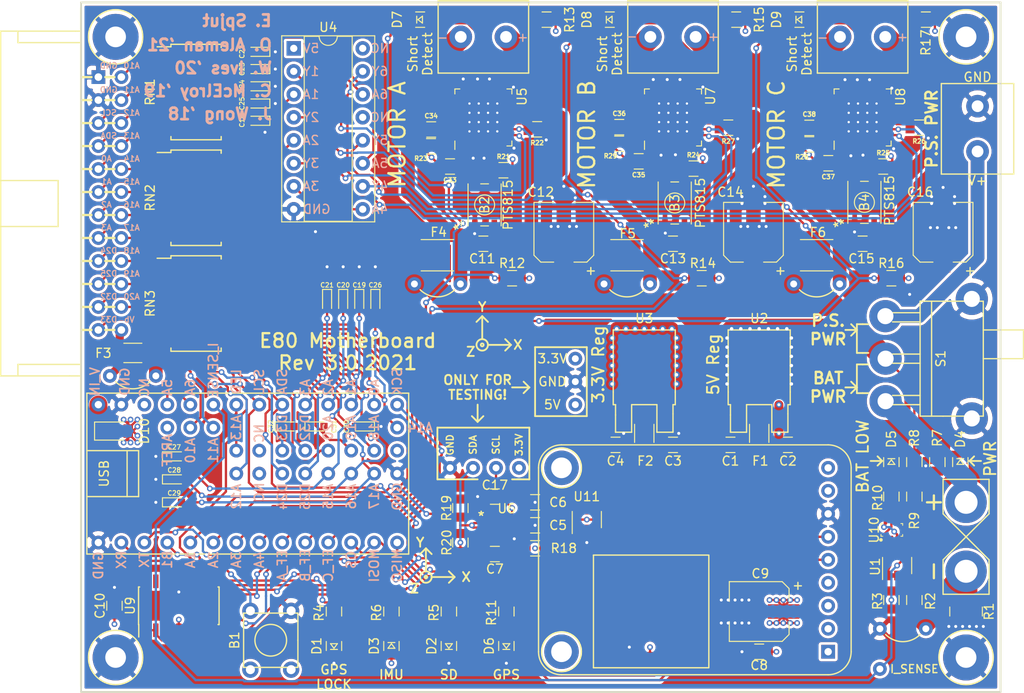
<source format=kicad_pcb>
(kicad_pcb (version 20171130) (host pcbnew "(5.1.10)-1")
  (title_block (title "E80 Motherboard") (rev 2) (company "Harvey Mudd College"))
  (layers (0 F.Cu signal) (1 Gnd.Cu power) (2 Pwr.Cu mixed) (31 B.Cu signal) (34 B.Paste user) (35 F.Paste user) (36 B.SilkS user) (37 F.SilkS user) (38 B.Mask user) (39 F.Mask user) (44 Edge.Cuts user))
  (net 0 "")
  (net 1 GND)
  (net 2 "Net-(B1-Pad2)")
  (net 3 "Net-(BT1-Pad2)")
  (net 4 "Net-(BT1-Pad1)")
  (net 5 "Net-(C1-Pad1)")
  (net 6 Vb)
  (net 7 3.3V)
  (net 8 "Net-(C11-Pad1)")
  (net 9 5V)
  (net 10 "Net-(D6-Pad2)")
  (net 11 "Net-(D7-Pad2)")
  (net 12 "Net-(D8-Pad2)")
  (net 13 "Net-(D9-Pad2)")
  (net 14 RX)
  (net 15 TX)
  (net 16 "Net-(J2-Pad2)")
  (net 17 "Net-(J2-Pad1)")
  (net 18 EF_A)
  (net 19 I_SENSE)
  (net 20 MISO)
  (net 21 SCK)
  (net 22 MOSI)
  (net 23 CS)
  (net 24 D25)
  (net 25 D24)
  (net 26 D33)
  (net 27 D32)
  (net 28 1A)
  (net 29 2A)
  (net 30 3A)
  (net 31 4A)
  (net 32 A0)
  (net 33 A1)
  (net 34 A2)
  (net 35 A3)
  (net 36 SDA)
  (net 37 SCL)
  (net 38 6A)
  (net 39 5A)
  (net 40 A10)
  (net 41 A11)
  (net 42 A14)
  (net 43 A18)
  (net 44 A19)
  (net 45 A20)
  (net 46 A15)
  (net 47 A16)
  (net 48 A17)
  (net 49 A13)
  (net 50 A12)
  (net 51 1Y)
  (net 52 2Y)
  (net 53 "Net-(J4-Pad2)")
  (net 54 "Net-(J4-Pad1)")
  (net 55 "Net-(R2-Pad2)")
  (net 56 EF_B)
  (net 57 EF_C)
  (net 58 4Y)
  (net 59 5Y)
  (net 60 3Y)
  (net 61 6Y)
  (net 62 "Net-(D4-Pad2)")
  (net 63 "Net-(R6-Pad2)")
  (net 64 "Net-(R11-Pad2)")
  (net 65 "Net-(C3-Pad1)")
  (net 66 "Net-(C7-Pad1)")
  (net 67 "Net-(C13-Pad1)")
  (net 68 "Net-(C15-Pad1)")
  (net 69 "Net-(D1-Pad2)")
  (net 70 "Net-(D2-Pad2)")
  (net 71 "Net-(D5-Pad2)")
  (net 72 "Net-(D10-Pad1)")
  (net 73 "Net-(F3-Pad2)")
  (net 74 "Net-(J3-Pad2)")
  (net 75 "Net-(J3-Pad1)")
  (net 76 "Net-(R4-Pad2)")
  (net 77 "Net-(R5-Pad2)")
  (net 78 "Net-(R8-Pad1)")
  (net 79 "Net-(R10-Pad2)")
  (net 80 "Net-(J1-Pad24)")
  (net 81 "Net-(J1-Pad23)")
  (net 82 "Net-(J1-Pad3)")
  (net 83 "Net-(J1-Pad22)")
  (net 84 "Net-(J1-Pad4)")
  (net 85 "Net-(J1-Pad21)")
  (net 86 "Net-(J1-Pad5)")
  (net 87 "Net-(J1-Pad20)")
  (net 88 "Net-(J1-Pad6)")
  (net 89 "Net-(J1-Pad19)")
  (net 90 "Net-(J1-Pad7)")
  (net 91 "Net-(J1-Pad18)")
  (net 92 "Net-(J1-Pad8)")
  (net 93 "Net-(J1-Pad17)")
  (net 94 "Net-(J1-Pad9)")
  (net 95 "Net-(J1-Pad16)")
  (net 96 "Net-(J1-Pad10)")
  (net 97 "Net-(J1-Pad15)")
  (net 98 "Net-(J1-Pad11)")
  (net 99 "Net-(J1-Pad14)")
  (net 100 "Net-(J1-Pad12)")
  (net 101 Vdd)
  (net 102 "Net-(J5-Pad1)")
  (net 103 "Net-(D3-Pad1)")
  (net 104 "Net-(GPS1-Pad2)")
  (net 105 "Net-(GPS1-Pad3)")
  (net 106 "Net-(GPS1-Pad4)")
  (net 107 "Net-(GPS1-Pad8)")
  (net 108 "Net-(SD1-Pad8)")
  (net 109 "Net-(SD1-Pad1)")
  (net 110 "Net-(TSY1-Pad50)")
  (net 111 "Net-(TSY1-Pad35)")
  (net 112 "Net-(TSY1-Pad46)")
  (net 113 "Net-(TSY1-Pad26)")
  (net 114 "Net-(TSY1-Pad32)")
  (net 115 "Net-(U6-Pad7)")
  (net 116 "Net-(U6-Pad11)")
  (net 117 "Net-(U6-Pad12)")
  (net 118 "Net-(U11-Pad4)")
  (net 119 "Net-(U11-Pad5)")
  (net 120 "Net-(U8-Pad1)")
  (net 121 "Net-(B2-Pad2)")
  (net 122 "Net-(B3-Pad2)")
  (net 123 "Net-(B4-Pad2)")
  (net 124 "Net-(C34-Pad2)")
  (net 125 "Net-(R22-Pad2)")
  (net 126 "Net-(R23-Pad2)")
  (net 127 "Net-(U5-Pad1)")
  (net 128 "Net-(U7-Pad1)")
  (net 129 "Net-(B2-Pad4)")
  (net 130 "Net-(B2-Pad3)")
  (net 131 "Net-(B3-Pad4)")
  (net 132 "Net-(B3-Pad3)")
  (net 133 "Net-(B4-Pad4)")
  (net 134 "Net-(B4-Pad3)")
  (net 135 "Net-(C36-Pad2)")
  (net 136 "Net-(C38-Pad2)")
  (net 137 "Net-(R26-Pad2)")
  (net 138 "Net-(R27-Pad2)")
  (net 139 "Net-(R28-Pad2)")
  (net 140 "Net-(R29-Pad2)")
  (module MTB_V2_Footprints:microSD (layer F.Cu) (at 167.64 124.46)
    (fp_text reference SD1 hide)
    (fp_text value micro_SD hide)
    (pad ~ smd rect (at 5.75 6) (size 1.5 1.5) (layers F.Cu F.Paste F.Mask))
    (pad ~ smd rect (at -5.6 5.85) (size 1.3 1.5) (layers F.Cu F.Paste F.Mask))
    (pad 1 smd rect (at 3.3 5.975) (size 0.7 1.75) (layers F.Cu F.Paste F.Mask) (net 109 "Net-(SD1-Pad1)"))
    (pad 2 smd rect (at 2.2 5.975) (size 0.7 1.75) (layers F.Cu F.Paste F.Mask) (net 23 CS))
    (pad 3 smd rect (at 1.1 5.975) (size 0.7 1.75) (layers F.Cu F.Paste F.Mask) (net 22 MOSI))
    (pad 4 smd rect (at 0 5.975) (size 0.7 1.75) (layers F.Cu F.Paste F.Mask) (net 7 3.3V))
    (pad 5 smd rect (at -1.1 5.975) (size 0.7 1.75) (layers F.Cu F.Paste F.Mask) (net 21 SCK))
    (pad 6 smd rect (at -2.2 5.975) (size 0.7 1.75) (layers F.Cu F.Paste F.Mask) (net 1 GND))
    (pad 7 smd rect (at -3.3 5.975) (size 0.7 1.75) (layers F.Cu F.Paste F.Mask) (net 20 MISO))
    (pad 8 smd rect (at -4.4 5.975) (size 0.7 1.75) (layers F.Cu F.Paste F.Mask) (net 108 "Net-(SD1-Pad8)"))
    (pad ~ smd rect (at -5.85 -1.75) (size 0.8 1.5) (layers F.Cu F.Paste F.Mask))
    (pad ~ smd rect (at -5.525 -3.25) (size 1.45 1) (layers F.Cu F.Paste F.Mask))
    (pad ~ smd rect (at 5.7 -4.825) (size 1 1.55) (layers F.Cu F.Paste F.Mask))
    (pad ~ smd rect (at 6.1 -2.4) (size 0.8 1.4) (layers F.Cu F.Paste F.Mask))
  )
  (module MTB_V2_Footprints:CP_Elec_6.3x7.7 (layer F.Cu) (at 200.025 83.185 90)
    (fp_text reference C16 (at 4.445 -2.54 180) (layer F.SilkS))
    (fp_text value 100uF hide)
    (fp_text user + (at -4.28 2.91 90) (layer F.SilkS))
    (pad 2 smd rect (at 2.7 0 270) (size 3.5 1.6) (layers F.Cu F.Paste F.Mask) (net 1 GND))
    (pad 1 smd rect (at -2.7 0 270) (size 3.5 1.6) (layers F.Cu F.Paste F.Mask) (net 68 "Net-(C15-Pad1)"))
  )
  (module MTB_V2_Footprints:CP_Elec_6.3x7.7 (layer F.Cu) (at 179.07 83.185 90)
    (fp_text reference C14 (at 4.445 -2.54 180) (layer F.SilkS))
    (fp_text value 100uF hide)
    (fp_text user + (at -4.28 2.91 90) (layer F.SilkS))
    (pad 2 smd rect (at 2.7 0 270) (size 3.5 1.6) (layers F.Cu F.Paste F.Mask) (net 1 GND))
    (pad 1 smd rect (at -2.7 0 270) (size 3.5 1.6) (layers F.Cu F.Paste F.Mask) (net 67 "Net-(C13-Pad1)"))
  )
  (module MTB_V2_Footprints:CP_Elec_6.3x7.7 (layer F.Cu) (at 179.705 125.095 180)
    (fp_text reference C9 (at -0.127 4.191 180) (layer F.SilkS))
    (fp_text value 100uF hide)
    (fp_text user + (at -4.28 2.91 180) (layer F.SilkS))
    (pad 2 smd rect (at 2.7 0) (size 3.5 1.6) (layers F.Cu F.Paste F.Mask) (net 1 GND))
    (pad 1 smd rect (at -2.7 0) (size 3.5 1.6) (layers F.Cu F.Paste F.Mask) (net 7 3.3V))
  )
  (module MTB_V2_Footprints:CP_Elec_6.3x7.7 (layer F.Cu) (at 158.115 83.185 90)
    (fp_text reference C12 (at 4.445 -2.54 180) (layer F.SilkS))
    (fp_text value 100uF hide)
    (fp_text user + (at -4.28 2.91 90) (layer F.SilkS))
    (pad 2 smd rect (at 2.7 0 270) (size 3.5 1.6) (layers F.Cu F.Paste F.Mask) (net 1 GND))
    (pad 1 smd rect (at -2.7 0 270) (size 3.5 1.6) (layers F.Cu F.Paste F.Mask) (net 8 "Net-(C11-Pad1)"))
  )
  (module MTB_V2_Footprints:D_PowerDI-123 (layer F.Cu) (at 108.458 105.156)
    (fp_text reference D10 (at 3.302 0 90) (layer F.SilkS))
    (fp_text value D_Schottky hide)
    (pad 2 smd rect (at 1.525 0 180) (size 1.05 1.5) (layers F.Cu F.Paste F.Mask) (net 9 5V))
    (pad 1 smd rect (at -0.85 0 180) (size 2.4 1.5) (layers F.Cu F.Paste F.Mask) (net 72 "Net-(D10-Pad1)"))
  )
  (module MTB_V2_Footprints:SOT-23-6 (layer F.Cu) (at 160.655 114.935 90)
    (fp_text reference U11 (at 2.54 0 180) (layer F.SilkS))
    (fp_text value LM3880 hide)
    (pad 5 smd rect (at 1.1 0 90) (size 1.06 0.65) (layers F.Cu F.Paste F.Mask) (net 119 "Net-(U11-Pad5)"))
    (pad 6 smd rect (at 1.1 -0.95 90) (size 1.06 0.65) (layers F.Cu F.Paste F.Mask) (net 101 Vdd))
    (pad 4 smd rect (at 1.1 0.95 90) (size 1.06 0.65) (layers F.Cu F.Paste F.Mask) (net 118 "Net-(U11-Pad4)"))
    (pad 3 smd rect (at -1.1 0.95 90) (size 1.06 0.65) (layers F.Cu F.Paste F.Mask) (net 7 3.3V))
    (pad 2 smd rect (at -1.1 0 90) (size 1.06 0.65) (layers F.Cu F.Paste F.Mask) (net 1 GND))
    (pad 1 smd rect (at -1.1 -0.95 90) (size 1.06 0.65) (layers F.Cu F.Paste F.Mask) (net 7 3.3V))
  )
  (module MTB_V2_Footprints:SC70 (layer F.Cu) (at 194.31 116.078 90)
    (fp_text reference U10 (at 0 -1.905 90) (layer F.SilkS))
    (fp_text value MCP6541 hide)
    (pad 4 smd rect (at 1.1 0.65 90) (size 0.9 0.4) (layers F.Cu F.Paste F.Mask) (net 78 "Net-(R8-Pad1)"))
    (pad 5 smd rect (at 1.1 -0.65 90) (size 0.9 0.4) (layers F.Cu F.Paste F.Mask) (net 9 5V))
    (pad 1 smd rect (at -1.1 -0.65 90) (size 0.9 0.4) (layers F.Cu F.Paste F.Mask) (net 79 "Net-(R10-Pad2)"))
    (pad 2 smd rect (at -1.1 0 90) (size 0.9 0.4) (layers F.Cu F.Paste F.Mask) (net 1 GND))
    (pad 3 smd rect (at -1.1 0.65 90) (size 0.9 0.4) (layers F.Cu F.Paste F.Mask) (net 9 5V))
  )
  (module MTB_V2_Footprints:0612 (layer F.Cu) (at 202.565 125.095 90)
    (fp_text reference R1 (at 0 2.54 270) (layer F.SilkS))
    (fp_text value 0.01 hide)
    (pad 2 smd rect (at 0.8 0 90) (size 0.8 3.2) (layers F.Cu F.Paste F.Mask) (net 3 "Net-(BT1-Pad2)"))
    (pad 1 smd rect (at -0.8 0 90) (size 0.8 3.2) (layers F.Cu F.Paste F.Mask) (net 1 GND))
  )
  (module MTB_V2_Footprints:SOT-23-5 (layer F.Cu) (at 194.945 120.015 90)
    (fp_text reference U1 (at -0.127 -2.413 270) (layer F.SilkS))
    (fp_text value MCP6V31 hide)
    (pad 5 smd rect (at 1.1 -0.95 90) (size 1.06 0.65) (layers F.Cu F.Paste F.Mask) (net 9 5V))
    (pad 4 smd rect (at 1.1 0.95 90) (size 1.06 0.65) (layers F.Cu F.Paste F.Mask) (net 19 I_SENSE))
    (pad 3 smd rect (at -1.1 0.95 90) (size 1.06 0.65) (layers F.Cu F.Paste F.Mask) (net 55 "Net-(R2-Pad2)"))
    (pad 2 smd rect (at -1.1 0 90) (size 1.06 0.65) (layers F.Cu F.Paste F.Mask) (net 1 GND))
    (pad 1 smd rect (at -1.1 -0.95 90) (size 1.06 0.65) (layers F.Cu F.Paste F.Mask) (net 1 GND))
  )
  (module MTB_V2_Footprints:TO-252-3_TabPin2 (layer F.Cu) (at 167.005 99.695 90)
    (fp_text reference U3 (at 6.985 0 180) (layer F.SilkS))
    (fp_text value LD1086 hide)
    (pad 2 thru_hole circle (at 5.842 0 90) (size 0.762 0.762) (drill 0.381) (layers *.Cu) (net 7 3.3V))
    (pad 2 smd rect (at 0.425 1.525 90) (size 3.05 2.75) (layers F.Cu F.Paste) (net 7 3.3V))
    (pad 2 smd rect (at 3.775 -1.525 90) (size 3.05 2.75) (layers F.Cu F.Paste) (net 7 3.3V))
    (pad 2 smd rect (at 0.425 -1.525 90) (size 3.05 2.75) (layers F.Cu F.Paste) (net 7 3.3V))
    (pad 2 smd rect (at 3.775 1.525 90) (size 3.05 2.75) (layers F.Cu F.Paste) (net 7 3.3V))
    (pad 2 smd rect (at 2.1 0 90) (size 6.4 5.8) (layers F.Cu F.Mask) (net 7 3.3V))
    (pad 3 smd rect (at -4.2 2.28 90) (size 2.2 1.2) (layers F.Cu F.Paste F.Mask) (net 65 "Net-(C3-Pad1)"))
    (pad 1 smd rect (at -4.2 -2.28 90) (size 2.2 1.2) (layers F.Cu F.Paste F.Mask) (net 1 GND))
    (pad 2 thru_hole circle (at 5.842 -1.016 90) (size 0.762 0.762) (drill 0.381) (layers *.Cu) (net 7 3.3V))
    (pad 2 thru_hole circle (at 5.842 1.016 90) (size 0.762 0.762) (drill 0.381) (layers *.Cu) (net 7 3.3V))
    (pad 2 thru_hole circle (at 5.842 2.032 90) (size 0.762 0.762) (drill 0.381) (layers *.Cu) (net 7 3.3V))
    (pad 2 thru_hole circle (at 5.842 -2.032 90) (size 0.762 0.762) (drill 0.381) (layers *.Cu) (net 7 3.3V))
    (pad 2 thru_hole circle (at 5.842 -3.048 90) (size 0.762 0.762) (drill 0.381) (layers *.Cu) (net 7 3.3V))
    (pad 2 thru_hole circle (at 1.778 -3.556 90) (size 0.762 0.762) (drill 0.381) (layers *.Cu) (net 7 3.3V))
    (pad 2 thru_hole circle (at 2.794 -3.556 90) (size 0.762 0.762) (drill 0.381) (layers *.Cu) (net 7 3.3V))
    (pad 2 thru_hole circle (at 4.826 -3.556 90) (size 0.762 0.762) (drill 0.381) (layers *.Cu) (net 7 3.3V))
    (pad 2 thru_hole circle (at 3.81 -3.556 90) (size 0.762 0.762) (drill 0.381) (layers *.Cu) (net 7 3.3V))
    (pad 2 thru_hole circle (at 5.842 3.048 90) (size 0.762 0.762) (drill 0.381) (layers *.Cu) (net 7 3.3V))
    (pad 2 thru_hole circle (at 0.762 -3.556 90) (size 0.762 0.762) (drill 0.381) (layers *.Cu) (net 7 3.3V))
    (pad 2 thru_hole circle (at -0.254 -3.556 90) (size 0.762 0.762) (drill 0.381) (layers *.Cu) (net 7 3.3V))
    (pad 2 thru_hole circle (at 0.762 3.556 90) (size 0.762 0.762) (drill 0.381) (layers *.Cu) (net 7 3.3V))
    (pad 2 thru_hole circle (at 3.81 3.556 90) (size 0.762 0.762) (drill 0.381) (layers *.Cu) (net 7 3.3V))
    (pad 2 thru_hole circle (at 4.826 3.556 90) (size 0.762 0.762) (drill 0.381) (layers *.Cu) (net 7 3.3V))
    (pad 2 thru_hole circle (at 2.794 3.556 90) (size 0.762 0.762) (drill 0.381) (layers *.Cu) (net 7 3.3V))
    (pad 2 thru_hole circle (at 1.778 3.556 90) (size 0.762 0.762) (drill 0.381) (layers *.Cu) (net 7 3.3V))
    (pad 2 thru_hole circle (at -0.254 3.556 90) (size 0.762 0.762) (drill 0.381) (layers *.Cu) (net 7 3.3V))
  )
  (module MTB_V2_Footprints:TO-252-3_TabPin2 (layer F.Cu) (at 179.705 99.695 90)
    (fp_text reference U2 (at 6.985 0 180) (layer F.SilkS))
    (fp_text value L7805 hide)
    (pad 2 thru_hole circle (at 5.842 0 90) (size 0.762 0.762) (drill 0.381) (layers *.Cu) (net 1 GND))
    (pad 2 smd rect (at 0.425 1.525 90) (size 3.05 2.75) (layers F.Cu F.Paste) (net 1 GND))
    (pad 2 smd rect (at 3.775 -1.525 90) (size 3.05 2.75) (layers F.Cu F.Paste) (net 1 GND))
    (pad 2 smd rect (at 0.425 -1.525 90) (size 3.05 2.75) (layers F.Cu F.Paste) (net 1 GND))
    (pad 2 smd rect (at 3.775 1.525 90) (size 3.05 2.75) (layers F.Cu F.Paste) (net 1 GND))
    (pad 2 smd rect (at 2.1 0 90) (size 6.4 5.8) (layers F.Cu F.Mask) (net 1 GND))
    (pad 3 smd rect (at -4.2 2.28 90) (size 2.2 1.2) (layers F.Cu F.Paste F.Mask) (net 9 5V))
    (pad 1 smd rect (at -4.2 -2.28 90) (size 2.2 1.2) (layers F.Cu F.Paste F.Mask) (net 5 "Net-(C1-Pad1)"))
    (pad 2 thru_hole circle (at 5.842 -1.016 90) (size 0.762 0.762) (drill 0.381) (layers *.Cu) (net 1 GND))
    (pad 2 thru_hole circle (at 5.842 1.016 90) (size 0.762 0.762) (drill 0.381) (layers *.Cu) (net 1 GND))
    (pad 2 thru_hole circle (at 5.842 2.032 90) (size 0.762 0.762) (drill 0.381) (layers *.Cu) (net 1 GND))
    (pad 2 thru_hole circle (at 5.842 -2.032 90) (size 0.762 0.762) (drill 0.381) (layers *.Cu) (net 1 GND))
    (pad 2 thru_hole circle (at 5.842 -3.048 90) (size 0.762 0.762) (drill 0.381) (layers *.Cu) (net 1 GND))
    (pad 2 thru_hole circle (at 1.778 -3.556 90) (size 0.762 0.762) (drill 0.381) (layers *.Cu) (net 1 GND))
    (pad 2 thru_hole circle (at 2.794 -3.556 90) (size 0.762 0.762) (drill 0.381) (layers *.Cu) (net 1 GND))
    (pad 2 thru_hole circle (at 4.826 -3.556 90) (size 0.762 0.762) (drill 0.381) (layers *.Cu) (net 1 GND))
    (pad 2 thru_hole circle (at 3.81 -3.556 90) (size 0.762 0.762) (drill 0.381) (layers *.Cu) (net 1 GND))
    (pad 2 thru_hole circle (at 5.842 3.048 90) (size 0.762 0.762) (drill 0.381) (layers *.Cu) (net 1 GND))
    (pad 2 thru_hole circle (at 0.762 -3.556 90) (size 0.762 0.762) (drill 0.381) (layers *.Cu) (net 1 GND))
    (pad 2 thru_hole circle (at -0.254 -3.556 90) (size 0.762 0.762) (drill 0.381) (layers *.Cu) (net 1 GND))
    (pad 2 thru_hole circle (at 0.762 3.556 90) (size 0.762 0.762) (drill 0.381) (layers *.Cu) (net 1 GND))
    (pad 2 thru_hole circle (at 3.81 3.556 90) (size 0.762 0.762) (drill 0.381) (layers *.Cu) (net 1 GND))
    (pad 2 thru_hole circle (at 4.826 3.556 90) (size 0.762 0.762) (drill 0.381) (layers *.Cu) (net 1 GND))
    (pad 2 thru_hole circle (at 2.794 3.556 90) (size 0.762 0.762) (drill 0.381) (layers *.Cu) (net 1 GND))
    (pad 2 thru_hole circle (at 1.778 3.556 90) (size 0.762 0.762) (drill 0.381) (layers *.Cu) (net 1 GND))
    (pad 2 thru_hole circle (at -0.254 3.556 90) (size 0.762 0.762) (drill 0.381) (layers *.Cu) (net 1 GND))
  )
  (module MTB_V2_Footprints:1206 (layer F.Cu) (at 110.49 96.52 180)
    (fp_text reference F3 (at 3.26 -0.03 180) (layer F.SilkS))
    (fp_text value 0.5A hide)
    (pad 2 smd rect (at 1.45 0 180) (size 0.9 1.7) (layers F.Cu F.Paste F.Mask) (net 73 "Net-(F3-Pad2)"))
    (pad 1 smd rect (at -1.45 0 180) (size 0.9 1.7) (layers F.Cu F.Paste F.Mask) (net 6 Vb))
  )
  (module MTB_V2_Footprints:1206 (layer F.Cu) (at 167.005 105.41 90)
    (fp_text reference F2 (at -3.048 0.127 180) (layer F.SilkS))
    (fp_text value 0.5A hide)
    (pad 2 smd rect (at 1.45 0 90) (size 0.9 1.7) (layers F.Cu F.Paste F.Mask) (net 65 "Net-(C3-Pad1)"))
    (pad 1 smd rect (at -1.45 0 90) (size 0.9 1.7) (layers F.Cu F.Paste F.Mask) (net 6 Vb))
  )
  (module MTB_V2_Footprints:1206 (layer F.Cu) (at 179.705 105.41 90)
    (fp_text reference F1 (at -3.048 0.127 180) (layer F.SilkS))
    (fp_text value 0.5A hide)
    (pad 2 smd rect (at 1.45 0 90) (size 0.9 1.7) (layers F.Cu F.Paste F.Mask) (net 5 "Net-(C1-Pad1)"))
    (pad 1 smd rect (at -1.45 0 90) (size 0.9 1.7) (layers F.Cu F.Paste F.Mask) (net 6 Vb))
  )
  (module MTB_V2_Footprints:PTS815_SJK_250_SMTR_LFS (layer F.Cu) (at 191.33 79.88 90)
    (fp_text reference B4 (at 0 0 90) (layer F.SilkS))
    (fp_text value PTS815 (at 0.19 2.77 90) (layer F.SilkS))
    (fp_text user * (at -2.15 -2.22 90) (layer F.SilkS))
    (fp_text user * (at -2.4511 -2.8368 90) (layer F.SilkS))
    (pad 4 smd rect (at 2.1971 -1.074999 90) (size 1.106399 0.6188) (layers F.Cu F.Paste F.Mask) (net 133 "Net-(B4-Pad4)"))
    (pad 3 smd rect (at 2.1971 1.074999 90) (size 1.106399 0.6188) (layers F.Cu F.Paste F.Mask) (net 134 "Net-(B4-Pad3)"))
    (pad 2 smd rect (at -2.1971 1.074999 90) (size 1.106399 0.6188) (layers F.Cu F.Paste F.Mask) (net 123 "Net-(B4-Pad2)"))
    (pad 1 smd rect (at -2.1971 -1.074999 90) (size 1.106399 0.6188) (layers F.Cu F.Paste F.Mask) (net 1 GND))
  )
  (module MTB_V2_Footprints:PTS815_SJK_250_SMTR_LFS (layer F.Cu) (at 170.37 79.95 90)
    (fp_text reference B3 (at 0 0 90) (layer F.SilkS))
    (fp_text value PTS815 (at 0 2.83 90) (layer F.SilkS))
    (fp_text user * (at -2.06 -2.26 90) (layer F.SilkS))
    (fp_text user * (at -2.4511 -2.8368 90) (layer F.SilkS))
    (pad 4 smd rect (at 2.1971 -1.074999 90) (size 1.106399 0.6188) (layers F.Cu F.Paste F.Mask) (net 131 "Net-(B3-Pad4)"))
    (pad 3 smd rect (at 2.1971 1.074999 90) (size 1.106399 0.6188) (layers F.Cu F.Paste F.Mask) (net 132 "Net-(B3-Pad3)"))
    (pad 2 smd rect (at -2.1971 1.074999 90) (size 1.106399 0.6188) (layers F.Cu F.Paste F.Mask) (net 122 "Net-(B3-Pad2)"))
    (pad 1 smd rect (at -2.1971 -1.074999 90) (size 1.106399 0.6188) (layers F.Cu F.Paste F.Mask) (net 1 GND))
  )
  (module MTB_V2_Footprints:PTS815_SJK_250_SMTR_LFS (layer F.Cu) (at 149.36 80.16 90)
    (fp_text reference B2 (at 0 0 90) (layer F.SilkS))
    (fp_text value PTS815 (at 0 2.59 90) (layer F.SilkS))
    (fp_text user * (at -2.04 -2.19 90) (layer F.SilkS))
    (fp_text user * (at -2.4511 -2.8368 90) (layer F.SilkS))
    (pad 4 smd rect (at 2.1971 -1.074999 90) (size 1.106399 0.6188) (layers F.Cu F.Paste F.Mask) (net 129 "Net-(B2-Pad4)"))
    (pad 3 smd rect (at 2.1971 1.074999 90) (size 1.106399 0.6188) (layers F.Cu F.Paste F.Mask) (net 130 "Net-(B2-Pad3)"))
    (pad 2 smd rect (at -2.1971 1.074999 90) (size 1.106399 0.6188) (layers F.Cu F.Paste F.Mask) (net 121 "Net-(B2-Pad2)"))
    (pad 1 smd rect (at -2.1971 -1.074999 90) (size 1.106399 0.6188) (layers F.Cu F.Paste F.Mask) (net 1 GND))
  )
  (module MTB_V2_Footprints:0603 (layer F.Cu) (at 127.508 104.648)
    (fp_text reference C32 (at -1.778 0 90) (layer F.SilkS) (effects (font (size 0.508 0.508) (thickness 0.1016))))
    (fp_text value 0.1uF hide)
    (pad 1 smd rect (at -0.8 0 180) (size 0.8 0.8) (layers F.Cu F.Paste F.Mask) (net 1 GND))
    (pad 2 smd rect (at 0.8 0 180) (size 0.8 0.8) (layers F.Cu F.Paste F.Mask) (net 45 A20))
  )
  (module MTB_V2_Footprints:0603 (layer F.Cu) (at 130.81 104.648)
    (fp_text reference C31 (at 1.905 0 270) (layer F.SilkS) (effects (font (size 0.508 0.508) (thickness 0.1016))))
    (fp_text value 0.1uF hide)
    (pad 1 smd rect (at -0.8 0 180) (size 0.8 0.8) (layers F.Cu F.Paste F.Mask) (net 1 GND))
    (pad 2 smd rect (at 0.8 0 180) (size 0.8 0.8) (layers F.Cu F.Paste F.Mask) (net 44 A19))
  )
  (module MTB_V2_Footprints:0603 (layer F.Cu) (at 135.89 104.648 180)
    (fp_text reference C30 (at 1.778 0 270) (layer F.SilkS) (effects (font (size 0.508 0.508) (thickness 0.1016))))
    (fp_text value 0.1uF hide)
    (pad 1 smd rect (at -0.8 0) (size 0.8 0.8) (layers F.Cu F.Paste F.Mask) (net 1 GND))
    (pad 2 smd rect (at 0.8 0) (size 0.8 0.8) (layers F.Cu F.Paste F.Mask) (net 43 A18))
  )
  (module MTB_V2_Footprints:0603 (layer F.Cu) (at 115.062 113.03)
    (fp_text reference C29 (at 0 -1.016) (layer F.SilkS) (effects (font (size 0.508 0.508) (thickness 0.1016))))
    (fp_text value 0.1uF hide)
    (pad 1 smd rect (at -0.8 0 180) (size 0.8 0.8) (layers F.Cu F.Paste F.Mask) (net 1 GND))
    (pad 2 smd rect (at 0.8 0 180) (size 0.8 0.8) (layers F.Cu F.Paste F.Mask) (net 48 A17))
  )
  (module MTB_V2_Footprints:0603 (layer F.Cu) (at 115.062 110.49)
    (fp_text reference C28 (at 0 -1.016) (layer F.SilkS) (effects (font (size 0.508 0.508) (thickness 0.1016))))
    (fp_text value 0.1uF hide)
    (pad 1 smd rect (at -0.8 0 180) (size 0.8 0.8) (layers F.Cu F.Paste F.Mask) (net 1 GND))
    (pad 2 smd rect (at 0.8 0 180) (size 0.8 0.8) (layers F.Cu F.Paste F.Mask) (net 47 A16))
  )
  (module MTB_V2_Footprints:0603 (layer F.Cu) (at 115.062 107.95)
    (fp_text reference C27 (at 0 -1.016) (layer F.SilkS) (effects (font (size 0.508 0.508) (thickness 0.1016))))
    (fp_text value 0.1uF hide)
    (pad 1 smd rect (at -0.8 0 180) (size 0.8 0.8) (layers F.Cu F.Paste F.Mask) (net 1 GND))
    (pad 2 smd rect (at 0.8 0 180) (size 0.8 0.8) (layers F.Cu F.Paste F.Mask) (net 46 A15))
  )
  (module MTB_V2_Footprints:0603 (layer F.Cu) (at 137.287 90.805 270)
    (fp_text reference C26 (at -1.778 0) (layer F.SilkS) (effects (font (size 0.508 0.508) (thickness 0.1016))))
    (fp_text value 0.1uF hide)
    (pad 1 smd rect (at -0.8 0 90) (size 0.8 0.8) (layers F.Cu F.Paste F.Mask) (net 1 GND))
    (pad 2 smd rect (at 0.8 0 90) (size 0.8 0.8) (layers F.Cu F.Paste F.Mask) (net 42 A14))
  )
  (module MTB_V2_Footprints:0603 (layer F.Cu) (at 124.333 68.961 180)
    (fp_text reference C25 (at 1.778 0 270) (layer F.SilkS) (effects (font (size 0.508 0.508) (thickness 0.1016))))
    (fp_text value 0.1uF hide)
    (pad 1 smd rect (at -0.8 0) (size 0.8 0.8) (layers F.Cu F.Paste F.Mask) (net 1 GND))
    (pad 2 smd rect (at 0.8 0) (size 0.8 0.8) (layers F.Cu F.Paste F.Mask) (net 49 A13))
  )
  (module MTB_V2_Footprints:0603 (layer F.Cu) (at 124.333 67.056 180)
    (fp_text reference C24 (at 1.778 0 270) (layer F.SilkS) (effects (font (size 0.508 0.508) (thickness 0.1016))))
    (fp_text value 0.1uF hide)
    (pad 1 smd rect (at -0.8 0) (size 0.8 0.8) (layers F.Cu F.Paste F.Mask) (net 1 GND))
    (pad 2 smd rect (at 0.8 0) (size 0.8 0.8) (layers F.Cu F.Paste F.Mask) (net 50 A12))
  )
  (module MTB_V2_Footprints:0603 (layer F.Cu) (at 124.333 65.151 180)
    (fp_text reference C23 (at 1.778 0 270) (layer F.SilkS) (effects (font (size 0.508 0.508) (thickness 0.1016))))
    (fp_text value 0.1uF hide)
    (pad 1 smd rect (at -0.8 0) (size 0.8 0.8) (layers F.Cu F.Paste F.Mask) (net 1 GND))
    (pad 2 smd rect (at 0.8 0) (size 0.8 0.8) (layers F.Cu F.Paste F.Mask) (net 41 A11))
  )
  (module MTB_V2_Footprints:0603 (layer F.Cu) (at 124.333 63.246 180)
    (fp_text reference C22 (at 1.778 0 270) (layer F.SilkS) (effects (font (size 0.508 0.508) (thickness 0.1016))))
    (fp_text value 0.1uF hide)
    (pad 1 smd rect (at -0.8 0) (size 0.8 0.8) (layers F.Cu F.Paste F.Mask) (net 1 GND))
    (pad 2 smd rect (at 0.8 0) (size 0.8 0.8) (layers F.Cu F.Paste F.Mask) (net 40 A10))
  )
  (module MTB_V2_Footprints:0603 (layer F.Cu) (at 131.953 90.805 270)
    (fp_text reference C21 (at -1.778 0) (layer F.SilkS) (effects (font (size 0.508 0.508) (thickness 0.1016))))
    (fp_text value 0.1uF hide)
    (pad 1 smd rect (at -0.8 0 90) (size 0.8 0.8) (layers F.Cu F.Paste F.Mask) (net 1 GND))
    (pad 2 smd rect (at 0.8 0 90) (size 0.8 0.8) (layers F.Cu F.Paste F.Mask) (net 35 A3))
  )
  (module MTB_V2_Footprints:0603 (layer F.Cu) (at 133.731 90.805 270)
    (fp_text reference C20 (at -1.778 0) (layer F.SilkS) (effects (font (size 0.508 0.508) (thickness 0.1016))))
    (fp_text value 0.1uF hide)
    (pad 1 smd rect (at -0.8 0 90) (size 0.8 0.8) (layers F.Cu F.Paste F.Mask) (net 1 GND))
    (pad 2 smd rect (at 0.8 0 90) (size 0.8 0.8) (layers F.Cu F.Paste F.Mask) (net 34 A2))
  )
  (module MTB_V2_Footprints:0603 (layer F.Cu) (at 135.509 90.805 270)
    (fp_text reference C19 (at -1.778 0) (layer F.SilkS) (effects (font (size 0.508 0.508) (thickness 0.1016))))
    (fp_text value 0.1uF hide)
    (pad 1 smd rect (at -0.8 0 90) (size 0.8 0.8) (layers F.Cu F.Paste F.Mask) (net 1 GND))
    (pad 2 smd rect (at 0.8 0 90) (size 0.8 0.8) (layers F.Cu F.Paste F.Mask) (net 33 A1))
  )
  (module MTB_V2_Footprints:0603 (layer F.Cu) (at 124.333 70.866 180)
    (fp_text reference C18 (at 1.778 0 270) (layer F.SilkS) (effects (font (size 0.508 0.508) (thickness 0.1016))))
    (fp_text value 0.1uF hide)
    (pad 1 smd rect (at -0.8 0) (size 0.8 0.8) (layers F.Cu F.Paste F.Mask) (net 1 GND))
    (pad 2 smd rect (at 0.8 0) (size 0.8 0.8) (layers F.Cu F.Paste F.Mask) (net 32 A0))
  )
  (module MTB_V2_Footprints:SOIC-16W_5.3x10.2mm_Pitch1.27mm (layer F.Cu) (at 117.475 91.059)
    (fp_text reference RN3 (at -5.08 0 90) (layer F.SilkS))
    (fp_text value R_Array_8 hide)
    (pad 16 smd rect (at 3.55 -4.445) (size 1.5 0.6) (layers F.Cu F.Paste F.Mask) (net 24 D25))
    (pad 15 smd rect (at 3.55 -3.175) (size 1.5 0.6) (layers F.Cu F.Paste F.Mask) (net 44 A19))
    (pad 14 smd rect (at 3.55 -1.905) (size 1.5 0.6) (layers F.Cu F.Paste F.Mask) (net 27 D32))
    (pad 13 smd rect (at 3.55 -0.635) (size 1.5 0.6) (layers F.Cu F.Paste F.Mask) (net 45 A20))
    (pad 12 smd rect (at 3.55 0.635) (size 1.5 0.6) (layers F.Cu F.Paste F.Mask) (net 26 D33))
    (pad 11 smd rect (at 3.55 1.905) (size 1.5 0.6) (layers F.Cu F.Paste F.Mask))
    (pad 10 smd rect (at 3.55 3.175) (size 1.5 0.6) (layers F.Cu F.Paste F.Mask))
    (pad 9 smd rect (at 3.55 4.445) (size 1.5 0.6) (layers F.Cu F.Paste F.Mask))
    (pad 8 smd rect (at -3.55 4.445) (size 1.5 0.6) (layers F.Cu F.Paste F.Mask))
    (pad 7 smd rect (at -3.55 3.175) (size 1.5 0.6) (layers F.Cu F.Paste F.Mask))
    (pad 6 smd rect (at -3.55 1.905) (size 1.5 0.6) (layers F.Cu F.Paste F.Mask))
    (pad 5 smd rect (at -3.55 0.635) (size 1.5 0.6) (layers F.Cu F.Paste F.Mask) (net 100 "Net-(J1-Pad12)"))
    (pad 4 smd rect (at -3.55 -0.635) (size 1.5 0.6) (layers F.Cu F.Paste F.Mask) (net 99 "Net-(J1-Pad14)"))
    (pad 3 smd rect (at -3.55 -1.905) (size 1.5 0.6) (layers F.Cu F.Paste F.Mask) (net 98 "Net-(J1-Pad11)"))
    (pad 2 smd rect (at -3.55 -3.175) (size 1.5 0.6) (layers F.Cu F.Paste F.Mask) (net 97 "Net-(J1-Pad15)"))
    (pad 1 smd rect (at -3.55 -4.445) (size 1.5 0.6) (layers F.Cu F.Paste F.Mask) (net 96 "Net-(J1-Pad10)"))
  )
  (module MTB_V2_Footprints:SOIC-16W_5.3x10.2mm_Pitch1.27mm (layer F.Cu) (at 117.475 79.375)
    (fp_text reference RN2 (at -5.08 0 90) (layer F.SilkS))
    (fp_text value R_Array_8 hide)
    (pad 16 smd rect (at 3.55 -4.445) (size 1.5 0.6) (layers F.Cu F.Paste F.Mask) (net 33 A1))
    (pad 15 smd rect (at 3.55 -3.175) (size 1.5 0.6) (layers F.Cu F.Paste F.Mask) (net 46 A15))
    (pad 14 smd rect (at 3.55 -1.905) (size 1.5 0.6) (layers F.Cu F.Paste F.Mask) (net 34 A2))
    (pad 13 smd rect (at 3.55 -0.635) (size 1.5 0.6) (layers F.Cu F.Paste F.Mask) (net 47 A16))
    (pad 12 smd rect (at 3.55 0.635) (size 1.5 0.6) (layers F.Cu F.Paste F.Mask) (net 35 A3))
    (pad 11 smd rect (at 3.55 1.905) (size 1.5 0.6) (layers F.Cu F.Paste F.Mask) (net 48 A17))
    (pad 10 smd rect (at 3.55 3.175) (size 1.5 0.6) (layers F.Cu F.Paste F.Mask) (net 25 D24))
    (pad 9 smd rect (at 3.55 4.445) (size 1.5 0.6) (layers F.Cu F.Paste F.Mask) (net 43 A18))
    (pad 8 smd rect (at -3.55 4.445) (size 1.5 0.6) (layers F.Cu F.Paste F.Mask) (net 95 "Net-(J1-Pad16)"))
    (pad 7 smd rect (at -3.55 3.175) (size 1.5 0.6) (layers F.Cu F.Paste F.Mask) (net 94 "Net-(J1-Pad9)"))
    (pad 6 smd rect (at -3.55 1.905) (size 1.5 0.6) (layers F.Cu F.Paste F.Mask) (net 93 "Net-(J1-Pad17)"))
    (pad 5 smd rect (at -3.55 0.635) (size 1.5 0.6) (layers F.Cu F.Paste F.Mask) (net 92 "Net-(J1-Pad8)"))
    (pad 4 smd rect (at -3.55 -0.635) (size 1.5 0.6) (layers F.Cu F.Paste F.Mask) (net 91 "Net-(J1-Pad18)"))
    (pad 3 smd rect (at -3.55 -1.905) (size 1.5 0.6) (layers F.Cu F.Paste F.Mask) (net 90 "Net-(J1-Pad7)"))
    (pad 2 smd rect (at -3.55 -3.175) (size 1.5 0.6) (layers F.Cu F.Paste F.Mask) (net 89 "Net-(J1-Pad19)"))
    (pad 1 smd rect (at -3.55 -4.445) (size 1.5 0.6) (layers F.Cu F.Paste F.Mask) (net 88 "Net-(J1-Pad6)"))
  )
  (module MTB_V2_Footprints:SOIC-16W_5.3x10.2mm_Pitch1.27mm (layer F.Cu) (at 117.475 67.691)
    (fp_text reference RN1 (at -5.08 0 90) (layer F.SilkS))
    (fp_text value R_Array_8 hide)
    (pad 16 smd rect (at 3.55 -4.445) (size 1.5 0.6) (layers F.Cu F.Paste F.Mask) (net 40 A10))
    (pad 15 smd rect (at 3.55 -3.175) (size 1.5 0.6) (layers F.Cu F.Paste F.Mask) (net 41 A11))
    (pad 14 smd rect (at 3.55 -1.905) (size 1.5 0.6) (layers F.Cu F.Paste F.Mask) (net 37 SCL))
    (pad 13 smd rect (at 3.55 -0.635) (size 1.5 0.6) (layers F.Cu F.Paste F.Mask) (net 50 A12))
    (pad 12 smd rect (at 3.55 0.635) (size 1.5 0.6) (layers F.Cu F.Paste F.Mask) (net 36 SDA))
    (pad 11 smd rect (at 3.55 1.905) (size 1.5 0.6) (layers F.Cu F.Paste F.Mask) (net 49 A13))
    (pad 10 smd rect (at 3.55 3.175) (size 1.5 0.6) (layers F.Cu F.Paste F.Mask) (net 32 A0))
    (pad 9 smd rect (at 3.55 4.445) (size 1.5 0.6) (layers F.Cu F.Paste F.Mask) (net 42 A14))
    (pad 8 smd rect (at -3.55 4.445) (size 1.5 0.6) (layers F.Cu F.Paste F.Mask) (net 87 "Net-(J1-Pad20)"))
    (pad 7 smd rect (at -3.55 3.175) (size 1.5 0.6) (layers F.Cu F.Paste F.Mask) (net 86 "Net-(J1-Pad5)"))
    (pad 6 smd rect (at -3.55 1.905) (size 1.5 0.6) (layers F.Cu F.Paste F.Mask) (net 85 "Net-(J1-Pad21)"))
    (pad 5 smd rect (at -3.55 0.635) (size 1.5 0.6) (layers F.Cu F.Paste F.Mask) (net 84 "Net-(J1-Pad4)"))
    (pad 4 smd rect (at -3.55 -0.635) (size 1.5 0.6) (layers F.Cu F.Paste F.Mask) (net 83 "Net-(J1-Pad22)"))
    (pad 3 smd rect (at -3.55 -1.905) (size 1.5 0.6) (layers F.Cu F.Paste F.Mask) (net 82 "Net-(J1-Pad3)"))
    (pad 2 smd rect (at -3.55 -3.175) (size 1.5 0.6) (layers F.Cu F.Paste F.Mask) (net 81 "Net-(J1-Pad23)"))
    (pad 1 smd rect (at -3.55 -4.445) (size 1.5 0.6) (layers F.Cu F.Paste F.Mask) (net 80 "Net-(J1-Pad24)"))
  )
  (module MTB_V2_Footprints:SOIC-14_3.9x8.7mm_Pitch1.27mm (layer F.Cu) (at 115.57 124.46 90)
    (fp_text reference U9 (at 0 -5.375 90) (layer F.SilkS))
    (fp_text value MCP6004 hide)
    (pad 14 smd rect (at 2.7 -3.81 90) (size 1.5 0.6) (layers F.Cu F.Paste F.Mask))
    (pad 13 smd rect (at 2.7 -2.54 90) (size 1.5 0.6) (layers F.Cu F.Paste F.Mask))
    (pad 12 smd rect (at 2.7 -1.27 90) (size 1.5 0.6) (layers F.Cu F.Paste F.Mask))
    (pad 11 smd rect (at 2.7 0 90) (size 1.5 0.6) (layers F.Cu F.Paste F.Mask) (net 1 GND))
    (pad 10 smd rect (at 2.7 1.27 90) (size 1.5 0.6) (layers F.Cu F.Paste F.Mask) (net 14 RX))
    (pad 9 smd rect (at 2.7 2.54 90) (size 1.5 0.6) (layers F.Cu F.Paste F.Mask) (net 64 "Net-(R11-Pad2)"))
    (pad 8 smd rect (at 2.7 3.81 90) (size 1.5 0.6) (layers F.Cu F.Paste F.Mask) (net 64 "Net-(R11-Pad2)"))
    (pad 7 smd rect (at -2.7 3.81 90) (size 1.5 0.6) (layers F.Cu F.Paste F.Mask) (net 63 "Net-(R6-Pad2)"))
    (pad 6 smd rect (at -2.7 2.54 90) (size 1.5 0.6) (layers F.Cu F.Paste F.Mask) (net 63 "Net-(R6-Pad2)"))
    (pad 5 smd rect (at -2.7 1.27 90) (size 1.5 0.6) (layers F.Cu F.Paste F.Mask) (net 36 SDA))
    (pad 4 smd rect (at -2.7 0 90) (size 1.5 0.6) (layers F.Cu F.Paste F.Mask) (net 9 5V))
    (pad 3 smd rect (at -2.7 -1.27 90) (size 1.5 0.6) (layers F.Cu F.Paste F.Mask) (net 22 MOSI))
    (pad 2 smd rect (at -2.7 -2.54 90) (size 1.5 0.6) (layers F.Cu F.Paste F.Mask) (net 77 "Net-(R5-Pad2)"))
    (pad 1 smd rect (at -2.7 -3.81 90) (size 1.5 0.6) (layers F.Cu F.Paste F.Mask) (net 77 "Net-(R5-Pad2)"))
  )
  (module MTB_V2_Footprints:0805_Diode (layer F.Cu) (at 184.15 59.69)
    (fp_text reference D9 (at -2.54 0 90) (layer F.SilkS))
    (fp_text value LED hide)
    (pad 2 smd rect (at 1 0) (size 1 1.25) (layers F.Cu F.Paste F.Mask) (net 13 "Net-(D9-Pad2)"))
    (pad 1 smd rect (at -1 0) (size 1 1.25) (layers F.Cu F.Paste F.Mask) (net 57 EF_C))
  )
  (module MTB_V2_Footprints:0805_Diode (layer F.Cu) (at 163.195 59.69)
    (fp_text reference D8 (at -2.54 0 270) (layer F.SilkS))
    (fp_text value LED hide)
    (pad 2 smd rect (at 1 0) (size 1 1.25) (layers F.Cu F.Paste F.Mask) (net 12 "Net-(D8-Pad2)"))
    (pad 1 smd rect (at -1 0) (size 1 1.25) (layers F.Cu F.Paste F.Mask) (net 56 EF_B))
  )
  (module MTB_V2_Footprints:0805_Diode (layer F.Cu) (at 142.24 59.69)
    (fp_text reference D7 (at -2.54 0 90) (layer F.SilkS))
    (fp_text value LED hide)
    (pad 2 smd rect (at 1 0) (size 1 1.25) (layers F.Cu F.Paste F.Mask) (net 11 "Net-(D7-Pad2)"))
    (pad 1 smd rect (at -1 0) (size 1 1.25) (layers F.Cu F.Paste F.Mask) (net 18 EF_A))
  )
  (module MTB_V2_Footprints:0805_Diode (layer F.Cu) (at 151.765 128.905 90)
    (fp_text reference D6 (at 0 -1.905 90) (layer F.SilkS))
    (fp_text value LED hide)
    (pad 2 smd rect (at 1 0 90) (size 1 1.25) (layers F.Cu F.Paste F.Mask) (net 10 "Net-(D6-Pad2)"))
    (pad 1 smd rect (at -1 0 90) (size 1 1.25) (layers F.Cu F.Paste F.Mask) (net 1 GND))
  )
  (module MTB_V2_Footprints:0805_Diode (layer F.Cu) (at 194.31 108.585 270)
    (fp_text reference D5 (at -2.54 0 270) (layer F.SilkS))
    (fp_text value LED hide)
    (pad 2 smd rect (at 1 0 270) (size 1 1.25) (layers F.Cu F.Paste F.Mask) (net 71 "Net-(D5-Pad2)"))
    (pad 1 smd rect (at -1 0 270) (size 1 1.25) (layers F.Cu F.Paste F.Mask) (net 1 GND))
  )
  (module MTB_V2_Footprints:0805_Diode (layer F.Cu) (at 201.93 108.585 270)
    (fp_text reference D4 (at -2.54 0 270) (layer F.SilkS))
    (fp_text value LED hide)
    (pad 2 smd rect (at 1 0 270) (size 1 1.25) (layers F.Cu F.Paste F.Mask) (net 62 "Net-(D4-Pad2)"))
    (pad 1 smd rect (at -1 0 270) (size 1 1.25) (layers F.Cu F.Paste F.Mask) (net 1 GND))
  )
  (module MTB_V2_Footprints:0805_Diode (layer F.Cu) (at 139.065 128.905 270)
    (fp_text reference D3 (at 0 1.905 270) (layer F.SilkS))
    (fp_text value LED hide)
    (pad 2 smd rect (at 1 0 270) (size 1 1.25) (layers F.Cu F.Paste F.Mask) (net 9 5V))
    (pad 1 smd rect (at -1 0 270) (size 1 1.25) (layers F.Cu F.Paste F.Mask) (net 103 "Net-(D3-Pad1)"))
  )
  (module MTB_V2_Footprints:0805_Diode (layer F.Cu) (at 145.415 128.905 90)
    (fp_text reference D2 (at 0 -1.905 90) (layer F.SilkS))
    (fp_text value LED hide)
    (pad 2 smd rect (at 1 0 90) (size 1 1.25) (layers F.Cu F.Paste F.Mask) (net 70 "Net-(D2-Pad2)"))
    (pad 1 smd rect (at -1 0 90) (size 1 1.25) (layers F.Cu F.Paste F.Mask) (net 1 GND))
  )
  (module MTB_V2_Footprints:0805_Diode (layer F.Cu) (at 132.715 128.905 90)
    (fp_text reference D1 (at 0 -1.905 90) (layer F.SilkS))
    (fp_text value LED hide)
    (pad 2 smd rect (at 1 0 90) (size 1 1.25) (layers F.Cu F.Paste F.Mask) (net 69 "Net-(D1-Pad2)"))
    (pad 1 smd rect (at -1 0 90) (size 1 1.25) (layers F.Cu F.Paste F.Mask) (net 1 GND))
  )
  (module MTB_V2_Footprints:0805 (layer F.Cu) (at 146.685 117.475 90)
    (fp_text reference R20 (at 0 -1.5 90) (layer F.SilkS))
    (fp_text value 10k hide)
    (pad 2 smd rect (at 1 0 90) (size 1 1.25) (layers F.Cu F.Paste F.Mask) (net 7 3.3V))
    (pad 1 smd rect (at -1 0 90) (size 1 1.25) (layers F.Cu F.Paste F.Mask) (net 36 SDA))
  )
  (module MTB_V2_Footprints:0805 (layer F.Cu) (at 150.495 112.395 180)
    (fp_text reference C17 (at 0 1.27 180) (layer F.SilkS))
    (fp_text value 0.1uF hide)
    (pad 2 smd rect (at 1 0 180) (size 1 1.25) (layers F.Cu F.Paste F.Mask) (net 1 GND))
    (pad 1 smd rect (at -1 0 180) (size 1 1.25) (layers F.Cu F.Paste F.Mask) (net 7 3.3V))
  )
  (module MTB_V2_Footprints:0805 (layer F.Cu) (at 154.94 118.11 180)
    (fp_text reference R18 (at -3.175 0) (layer F.SilkS))
    (fp_text value 68 hide)
    (pad 2 smd rect (at 1 0 180) (size 1 1.25) (layers F.Cu F.Paste F.Mask) (net 101 Vdd))
    (pad 1 smd rect (at -1 0 180) (size 1 1.25) (layers F.Cu F.Paste F.Mask) (net 7 3.3V))
  )
  (module MTB_V2_Footprints:0805 (layer F.Cu) (at 191.135 84.455 180)
    (fp_text reference C15 (at 0.127 -1.651 180) (layer F.SilkS))
    (fp_text value 0.1uF hide)
    (pad 2 smd rect (at 1 0 180) (size 1 1.25) (layers F.Cu F.Paste F.Mask) (net 1 GND))
    (pad 1 smd rect (at -1 0 180) (size 1 1.25) (layers F.Cu F.Paste F.Mask) (net 68 "Net-(C15-Pad1)"))
  )
  (module MTB_V2_Footprints:0805 (layer F.Cu) (at 170.18 84.455 180)
    (fp_text reference C13 (at 0 -1.651 180) (layer F.SilkS))
    (fp_text value 0.1uF hide)
    (pad 2 smd rect (at 1 0 180) (size 1 1.25) (layers F.Cu F.Paste F.Mask) (net 1 GND))
    (pad 1 smd rect (at -1 0 180) (size 1 1.25) (layers F.Cu F.Paste F.Mask) (net 67 "Net-(C13-Pad1)"))
  )
  (module MTB_V2_Footprints:0805 (layer F.Cu) (at 108.458 124.46 90)
    (fp_text reference C10 (at 0 -1.60274 90) (layer F.SilkS))
    (fp_text value 0.1uF hide)
    (pad 2 smd rect (at 1 0 90) (size 1 1.25) (layers F.Cu F.Paste F.Mask) (net 1 GND))
    (pad 1 smd rect (at -1 0 90) (size 1 1.25) (layers F.Cu F.Paste F.Mask) (net 9 5V))
  )
  (module MTB_V2_Footprints:0805 (layer F.Cu) (at 154.94 113.03)
    (fp_text reference C6 (at 2.54 0 180) (layer F.SilkS))
    (fp_text value 0.1uF hide)
    (pad 2 smd rect (at 1 0) (size 1 1.25) (layers F.Cu F.Paste F.Mask) (net 1 GND))
    (pad 1 smd rect (at -1 0) (size 1 1.25) (layers F.Cu F.Paste F.Mask) (net 101 Vdd))
  )
  (module MTB_V2_Footprints:0805 (layer F.Cu) (at 198.12 59.69)
    (fp_text reference R17 (at 0 2.54 90) (layer F.SilkS))
    (fp_text value 470 hide)
    (pad 2 smd rect (at 1 0) (size 1 1.25) (layers F.Cu F.Paste F.Mask) (net 9 5V))
    (pad 1 smd rect (at -1 0) (size 1 1.25) (layers F.Cu F.Paste F.Mask) (net 13 "Net-(D9-Pad2)"))
  )
  (module MTB_V2_Footprints:0805 (layer F.Cu) (at 194.31 123.825 270)
    (fp_text reference R3 (at 0.127 1.524 90) (layer F.SilkS))
    (fp_text value 330k hide)
    (pad 2 smd rect (at 1 0 270) (size 1 1.25) (layers F.Cu F.Paste F.Mask) (net 19 I_SENSE))
    (pad 1 smd rect (at -1 0 270) (size 1 1.25) (layers F.Cu F.Paste F.Mask) (net 55 "Net-(R2-Pad2)"))
  )
  (module MTB_V2_Footprints:0805 (layer F.Cu) (at 194.31 88.265)
    (fp_text reference R16 (at 0 -1.651 180) (layer F.SilkS))
    (fp_text value 10k hide)
    (pad 2 smd rect (at 1 0) (size 1 1.25) (layers F.Cu F.Paste F.Mask) (net 9 5V))
    (pad 1 smd rect (at -1 0) (size 1 1.25) (layers F.Cu F.Paste F.Mask) (net 57 EF_C))
  )
  (module MTB_V2_Footprints:0805 (layer F.Cu) (at 177.165 59.69)
    (fp_text reference R15 (at 2.54 0 90) (layer F.SilkS))
    (fp_text value 470 hide)
    (pad 2 smd rect (at 1 0) (size 1 1.25) (layers F.Cu F.Paste F.Mask) (net 9 5V))
    (pad 1 smd rect (at -1 0) (size 1 1.25) (layers F.Cu F.Paste F.Mask) (net 12 "Net-(D8-Pad2)"))
  )
  (module MTB_V2_Footprints:0805 (layer F.Cu) (at 173.355 88.265)
    (fp_text reference R14 (at 0.127 -1.651) (layer F.SilkS))
    (fp_text value 10k hide)
    (pad 2 smd rect (at 1 0) (size 1 1.25) (layers F.Cu F.Paste F.Mask) (net 9 5V))
    (pad 1 smd rect (at -1 0) (size 1 1.25) (layers F.Cu F.Paste F.Mask) (net 56 EF_B))
  )
  (module MTB_V2_Footprints:0805 (layer F.Cu) (at 156.21 59.69)
    (fp_text reference R13 (at 2.54 0 90) (layer F.SilkS))
    (fp_text value 470 hide)
    (pad 2 smd rect (at 1 0) (size 1 1.25) (layers F.Cu F.Paste F.Mask) (net 9 5V))
    (pad 1 smd rect (at -1 0) (size 1 1.25) (layers F.Cu F.Paste F.Mask) (net 11 "Net-(D7-Pad2)"))
  )
  (module MTB_V2_Footprints:0805 (layer F.Cu) (at 152.4 88.265)
    (fp_text reference R12 (at 0 -1.651) (layer F.SilkS))
    (fp_text value 10k hide)
    (pad 2 smd rect (at 1 0) (size 1 1.25) (layers F.Cu F.Paste F.Mask) (net 9 5V))
    (pad 1 smd rect (at -1 0) (size 1 1.25) (layers F.Cu F.Paste F.Mask) (net 18 EF_A))
  )
  (module MTB_V2_Footprints:0805 (layer F.Cu) (at 151.765 125.095 90)
    (fp_text reference R11 (at -0.127 -1.651 90) (layer F.SilkS))
    (fp_text value 470 hide)
    (pad 2 smd rect (at 1 0 90) (size 1 1.25) (layers F.Cu F.Paste F.Mask) (net 64 "Net-(R11-Pad2)"))
    (pad 1 smd rect (at -1 0 90) (size 1 1.25) (layers F.Cu F.Paste F.Mask) (net 10 "Net-(D6-Pad2)"))
  )
  (module MTB_V2_Footprints:0805 (layer F.Cu) (at 194.31 112.395 270)
    (fp_text reference R10 (at 0.127 1.524 90) (layer F.SilkS))
    (fp_text value 470 hide)
    (pad 2 smd rect (at 1 0 270) (size 1 1.25) (layers F.Cu F.Paste F.Mask) (net 79 "Net-(R10-Pad2)"))
    (pad 1 smd rect (at -1 0 270) (size 1 1.25) (layers F.Cu F.Paste F.Mask) (net 71 "Net-(D5-Pad2)"))
  )
  (module MTB_V2_Footprints:0805 (layer F.Cu) (at 196.85 112.395 90)
    (fp_text reference R9 (at -2.667 0 90) (layer F.SilkS))
    (fp_text value 24k hide)
    (pad 2 smd rect (at 1 0 90) (size 1 1.25) (layers F.Cu F.Paste F.Mask) (net 78 "Net-(R8-Pad1)"))
    (pad 1 smd rect (at -1 0 90) (size 1 1.25) (layers F.Cu F.Paste F.Mask) (net 1 GND))
  )
  (module MTB_V2_Footprints:0805 (layer F.Cu) (at 196.85 108.585 90)
    (fp_text reference R8 (at 2.667 0 90) (layer F.SilkS))
    (fp_text value 30k hide)
    (pad 2 smd rect (at 1 0 90) (size 1 1.25) (layers F.Cu F.Paste F.Mask) (net 6 Vb))
    (pad 1 smd rect (at -1 0 90) (size 1 1.25) (layers F.Cu F.Paste F.Mask) (net 78 "Net-(R8-Pad1)"))
  )
  (module MTB_V2_Footprints:0805 (layer F.Cu) (at 199.39 108.585 90)
    (fp_text reference R7 (at 2.667 0 270) (layer F.SilkS))
    (fp_text value 1.2k hide)
    (pad 2 smd rect (at 1 0 90) (size 1 1.25) (layers F.Cu F.Paste F.Mask) (net 6 Vb))
    (pad 1 smd rect (at -1 0 90) (size 1 1.25) (layers F.Cu F.Paste F.Mask) (net 62 "Net-(D4-Pad2)"))
  )
  (module MTB_V2_Footprints:0805 (layer F.Cu) (at 139.065 125.095 90)
    (fp_text reference R6 (at -0.127 -1.651 90) (layer F.SilkS))
    (fp_text value 470 hide)
    (pad 2 smd rect (at 1 0 90) (size 1 1.25) (layers F.Cu F.Paste F.Mask) (net 63 "Net-(R6-Pad2)"))
    (pad 1 smd rect (at -1 0 90) (size 1 1.25) (layers F.Cu F.Paste F.Mask) (net 103 "Net-(D3-Pad1)"))
  )
  (module MTB_V2_Footprints:0805 (layer F.Cu) (at 145.415 125.095 90)
    (fp_text reference R5 (at -0.127 -1.651 90) (layer F.SilkS))
    (fp_text value 470 hide)
    (pad 2 smd rect (at 1 0 90) (size 1 1.25) (layers F.Cu F.Paste F.Mask) (net 77 "Net-(R5-Pad2)"))
    (pad 1 smd rect (at -1 0 90) (size 1 1.25) (layers F.Cu F.Paste F.Mask) (net 70 "Net-(D2-Pad2)"))
  )
  (module MTB_V2_Footprints:0805 (layer F.Cu) (at 132.715 125.095 90)
    (fp_text reference R4 (at -0.127 -1.651 90) (layer F.SilkS))
    (fp_text value 470 hide)
    (pad 2 smd rect (at 1 0 90) (size 1 1.25) (layers F.Cu F.Paste F.Mask) (net 76 "Net-(R4-Pad2)"))
    (pad 1 smd rect (at -1 0 90) (size 1 1.25) (layers F.Cu F.Paste F.Mask) (net 69 "Net-(D1-Pad2)"))
  )
  (module MTB_V2_Footprints:0805 (layer F.Cu) (at 196.85 123.825 90)
    (fp_text reference R2 (at -0.127 1.778 270) (layer F.SilkS))
    (fp_text value 10k hide)
    (pad 2 smd rect (at 1 0 90) (size 1 1.25) (layers F.Cu F.Paste F.Mask) (net 55 "Net-(R2-Pad2)"))
    (pad 1 smd rect (at -1 0 90) (size 1 1.25) (layers F.Cu F.Paste F.Mask) (net 3 "Net-(BT1-Pad2)"))
  )
  (module MTB_V2_Footprints:0805 (layer F.Cu) (at 149.225 84.455 180)
    (fp_text reference C11 (at 0.127 -1.651 180) (layer F.SilkS))
    (fp_text value 0.1uF hide)
    (pad 2 smd rect (at 1 0 180) (size 1 1.25) (layers F.Cu F.Paste F.Mask) (net 1 GND))
    (pad 1 smd rect (at -1 0 180) (size 1 1.25) (layers F.Cu F.Paste F.Mask) (net 8 "Net-(C11-Pad1)"))
  )
  (module MTB_V2_Footprints:0805 (layer F.Cu) (at 179.705 129.54 180)
    (fp_text reference C8 (at 0 -1.5 180) (layer F.SilkS))
    (fp_text value 0.1uF hide)
    (pad 2 smd rect (at 1 0 180) (size 1 1.25) (layers F.Cu F.Paste F.Mask) (net 1 GND))
    (pad 1 smd rect (at -1 0 180) (size 1 1.25) (layers F.Cu F.Paste F.Mask) (net 7 3.3V))
  )
  (module MTB_V2_Footprints:0805 (layer F.Cu) (at 150.495 118.745)
    (fp_text reference C7 (at 0 1.651) (layer F.SilkS))
    (fp_text value 0.1uF hide)
    (pad 2 smd rect (at 1 0) (size 1 1.25) (layers F.Cu F.Paste F.Mask) (net 1 GND))
    (pad 1 smd rect (at -1 0) (size 1 1.25) (layers F.Cu F.Paste F.Mask) (net 66 "Net-(C7-Pad1)"))
  )
  (module MTB_V2_Footprints:0805 (layer F.Cu) (at 154.94 115.57)
    (fp_text reference C5 (at 2.54 0 180) (layer F.SilkS))
    (fp_text value 10uF hide)
    (pad 2 smd rect (at 1 0) (size 1 1.25) (layers F.Cu F.Paste F.Mask) (net 1 GND))
    (pad 1 smd rect (at -1 0) (size 1 1.25) (layers F.Cu F.Paste F.Mask) (net 101 Vdd))
  )
  (module MTB_V2_Footprints:0805 (layer F.Cu) (at 163.83 106.68)
    (fp_text reference C4 (at 0 1.778) (layer F.SilkS))
    (fp_text value 10uF hide)
    (pad 2 smd rect (at 1 0) (size 1 1.25) (layers F.Cu F.Paste F.Mask) (net 1 GND))
    (pad 1 smd rect (at -1 0) (size 1 1.25) (layers F.Cu F.Paste F.Mask) (net 7 3.3V))
  )
  (module MTB_V2_Footprints:0805 (layer F.Cu) (at 170.18 106.68)
    (fp_text reference C3 (at 0 1.778) (layer F.SilkS))
    (fp_text value 10uF hide)
    (pad 2 smd rect (at 1 0) (size 1 1.25) (layers F.Cu F.Paste F.Mask) (net 1 GND))
    (pad 1 smd rect (at -1 0) (size 1 1.25) (layers F.Cu F.Paste F.Mask) (net 65 "Net-(C3-Pad1)"))
  )
  (module MTB_V2_Footprints:0805 (layer F.Cu) (at 182.88 106.68)
    (fp_text reference C2 (at 0 1.778) (layer F.SilkS))
    (fp_text value 0.1uF hide)
    (pad 2 smd rect (at 1 0) (size 1 1.25) (layers F.Cu F.Paste F.Mask) (net 1 GND))
    (pad 1 smd rect (at -1 0) (size 1 1.25) (layers F.Cu F.Paste F.Mask) (net 9 5V))
  )
  (module MTB_V2_Footprints:0805 (layer F.Cu) (at 176.53 106.68 180)
    (fp_text reference C1 (at 0 -1.778 180) (layer F.SilkS))
    (fp_text value 0.33uF hide)
    (pad 2 smd rect (at 1 0 180) (size 1 1.25) (layers F.Cu F.Paste F.Mask) (net 1 GND))
    (pad 1 smd rect (at -1 0 180) (size 1 1.25) (layers F.Cu F.Paste F.Mask) (net 5 "Net-(C1-Pad1)"))
  )
  (module MTB_V2_Footprints:0805 (layer F.Cu) (at 145.54 75.92 180)
    (fp_text reference C33 (at 0 -1.5) (layer F.SilkS) (effects (font (size 0.5 0.5) (thickness 0.125))))
    (fp_text value 0.1uF hide)
    (pad 2 smd rect (at 1 0 180) (size 1 1.25) (layers F.Cu F.Paste F.Mask) (net 9 5V))
    (pad 1 smd rect (at -1 0 180) (size 1 1.25) (layers F.Cu F.Paste F.Mask) (net 1 GND))
  )
  (module MTB_V2_Footprints:0805 (layer F.Cu) (at 143.46 71.83)
    (fp_text reference C34 (at 0 -1.5) (layer F.SilkS) (effects (font (size 0.5 0.5) (thickness 0.125))))
    (fp_text value 0.1uF hide)
    (pad 2 smd rect (at 1 0) (size 1 1.25) (layers F.Cu F.Paste F.Mask) (net 124 "Net-(C34-Pad2)"))
    (pad 1 smd rect (at -1 0) (size 1 1.25) (layers F.Cu F.Paste F.Mask) (net 8 "Net-(C11-Pad1)"))
  )
  (module MTB_V2_Footprints:0805 (layer F.Cu) (at 151.44 76.33)
    (fp_text reference R21 (at 0 -1.5) (layer F.SilkS) (effects (font (size 0.5 0.5) (thickness 0.125))))
    (fp_text value 10k hide)
    (pad 2 smd rect (at 1 0) (size 1 1.25) (layers F.Cu F.Paste F.Mask) (net 9 5V))
    (pad 1 smd rect (at -1 0) (size 1 1.25) (layers F.Cu F.Paste F.Mask) (net 130 "Net-(B2-Pad3)"))
  )
  (module MTB_V2_Footprints:0805 (layer F.Cu) (at 155.17 71.81 180)
    (fp_text reference R22 (at 0 -1.5) (layer F.SilkS) (effects (font (size 0.5 0.5) (thickness 0.125))))
    (fp_text value 200 hide)
    (pad 2 smd rect (at 1 0 180) (size 1 1.25) (layers F.Cu F.Paste F.Mask) (net 125 "Net-(R22-Pad2)"))
    (pad 1 smd rect (at -1 0 180) (size 1 1.25) (layers F.Cu F.Paste F.Mask) (net 1 GND))
  )
  (module MTB_V2_Footprints:0805 (layer F.Cu) (at 143.44 73.69)
    (fp_text reference R23 (at -1.11 1.34) (layer F.SilkS) (effects (font (size 0.5 0.5) (thickness 0.125))))
    (fp_text value 10k hide)
    (pad 2 smd rect (at 1 0) (size 1 1.25) (layers F.Cu F.Paste F.Mask) (net 126 "Net-(R23-Pad2)"))
    (pad 1 smd rect (at -1 0) (size 1 1.25) (layers F.Cu F.Paste F.Mask) (net 9 5V))
  )
  (module MTB_V2_Footprints:0805 (layer F.Cu) (at 166.39 75.35 180)
    (fp_text reference C35 (at 0 -1.5) (layer F.SilkS) (effects (font (size 0.5 0.5) (thickness 0.125))))
    (fp_text value 0.1uF hide)
    (pad 2 smd rect (at 1 0 180) (size 1 1.25) (layers F.Cu F.Paste F.Mask) (net 9 5V))
    (pad 1 smd rect (at -1 0 180) (size 1 1.25) (layers F.Cu F.Paste F.Mask) (net 1 GND))
  )
  (module MTB_V2_Footprints:0805 (layer F.Cu) (at 164.24 71.57)
    (fp_text reference C36 (at 0 -1.5) (layer F.SilkS) (effects (font (size 0.5 0.5) (thickness 0.125))))
    (fp_text value 0.1uF hide)
    (pad 2 smd rect (at 1 0) (size 1 1.25) (layers F.Cu F.Paste F.Mask) (net 135 "Net-(C36-Pad2)"))
    (pad 1 smd rect (at -1 0) (size 1 1.25) (layers F.Cu F.Paste F.Mask) (net 67 "Net-(C13-Pad1)"))
  )
  (module MTB_V2_Footprints:0805 (layer F.Cu) (at 187.34 75.56 180)
    (fp_text reference C37 (at 0 -1.5) (layer F.SilkS) (effects (font (size 0.5 0.5) (thickness 0.125))))
    (fp_text value 0.1uF hide)
    (pad 2 smd rect (at 1 0 180) (size 1 1.25) (layers F.Cu F.Paste F.Mask) (net 9 5V))
    (pad 1 smd rect (at -1 0 180) (size 1 1.25) (layers F.Cu F.Paste F.Mask) (net 1 GND))
  )
  (module MTB_V2_Footprints:0805 (layer F.Cu) (at 185.24 71.65)
    (fp_text reference C38 (at 0 -1.5) (layer F.SilkS) (effects (font (size 0.5 0.5) (thickness 0.125))))
    (fp_text value 0.1uF hide)
    (pad 2 smd rect (at 1 0) (size 1 1.25) (layers F.Cu F.Paste F.Mask) (net 136 "Net-(C38-Pad2)"))
    (pad 1 smd rect (at -1 0) (size 1 1.25) (layers F.Cu F.Paste F.Mask) (net 68 "Net-(C15-Pad1)"))
  )
  (module MTB_V2_Footprints:0805 (layer F.Cu) (at 172.45 76.15)
    (fp_text reference R24 (at 0 -1.5) (layer F.SilkS) (effects (font (size 0.5 0.5) (thickness 0.125))))
    (fp_text value 10k hide)
    (pad 2 smd rect (at 1 0) (size 1 1.25) (layers F.Cu F.Paste F.Mask) (net 9 5V))
    (pad 1 smd rect (at -1 0) (size 1 1.25) (layers F.Cu F.Paste F.Mask) (net 132 "Net-(B3-Pad3)"))
  )
  (module MTB_V2_Footprints:0805 (layer F.Cu) (at 193.41 75.92)
    (fp_text reference R25 (at 0 -1.5) (layer F.SilkS) (effects (font (size 0.5 0.5) (thickness 0.125))))
    (fp_text value 10k hide)
    (pad 2 smd rect (at 1 0) (size 1 1.25) (layers F.Cu F.Paste F.Mask) (net 9 5V))
    (pad 1 smd rect (at -1 0) (size 1 1.25) (layers F.Cu F.Paste F.Mask) (net 134 "Net-(B4-Pad3)"))
  )
  (module MTB_V2_Footprints:0805 (layer F.Cu) (at 197.38 71.63 180)
    (fp_text reference R26 (at 0 -1.5) (layer F.SilkS) (effects (font (size 0.5 0.5) (thickness 0.125))))
    (fp_text value 200 hide)
    (pad 2 smd rect (at 1 0 180) (size 1 1.25) (layers F.Cu F.Paste F.Mask) (net 137 "Net-(R26-Pad2)"))
    (pad 1 smd rect (at -1 0 180) (size 1 1.25) (layers F.Cu F.Paste F.Mask) (net 1 GND))
  )
  (module MTB_V2_Footprints:0805 (layer F.Cu) (at 176.29 71.63 180)
    (fp_text reference R27 (at 0 -1.5) (layer F.SilkS) (effects (font (size 0.5 0.5) (thickness 0.125))))
    (fp_text value 200 hide)
    (pad 2 smd rect (at 1 0 180) (size 1 1.25) (layers F.Cu F.Paste F.Mask) (net 138 "Net-(R27-Pad2)"))
    (pad 1 smd rect (at -1 0 180) (size 1 1.25) (layers F.Cu F.Paste F.Mask) (net 1 GND))
  )
  (module MTB_V2_Footprints:0805 (layer F.Cu) (at 185.24 73.48)
    (fp_text reference R28 (at -0.81 1.39) (layer F.SilkS) (effects (font (size 0.5 0.5) (thickness 0.125))))
    (fp_text value 10k hide)
    (pad 2 smd rect (at 1 0) (size 1 1.25) (layers F.Cu F.Paste F.Mask) (net 139 "Net-(R28-Pad2)"))
    (pad 1 smd rect (at -1 0) (size 1 1.25) (layers F.Cu F.Paste F.Mask) (net 9 5V))
  )
  (module MTB_V2_Footprints:0805 (layer F.Cu) (at 164.23 73.41)
    (fp_text reference R29 (at -0.96 1.35) (layer F.SilkS) (effects (font (size 0.5 0.5) (thickness 0.125))))
    (fp_text value 10k hide)
    (pad 2 smd rect (at 1 0) (size 1 1.25) (layers F.Cu F.Paste F.Mask) (net 140 "Net-(R29-Pad2)"))
    (pad 1 smd rect (at -1 0) (size 1 1.25) (layers F.Cu F.Paste F.Mask) (net 9 5V))
  )
  (module MTB_V2_Footprints:0805 (layer F.Cu) (at 146.685 113.665 270)
    (fp_text reference R19 (at 0 1.524 90) (layer F.SilkS))
    (fp_text value 10k hide)
    (pad 2 smd rect (at 1 0 270) (size 1 1.25) (layers F.Cu F.Paste F.Mask) (net 7 3.3V))
    (pad 1 smd rect (at -1 0 270) (size 1 1.25) (layers F.Cu F.Paste F.Mask) (net 37 SCL))
  )
  (module MTB_V2_Footprints:Mounting_Hole (layer F.Cu) (at 108.585 61.595)
    (fp_text reference H1 hide)
    (fp_text value MOUNTING_HOLE hide)
    (pad 1 thru_hole circle (at 0 0) (size 5.08 5.08) (drill 2.286) (layers *.Cu *.Mask) (net 1 GND))
  )
  (module MTB_V2_Footprints:Mounting_Hole (layer F.Cu) (at 202.565 61.595)
    (fp_text reference H2 hide)
    (fp_text value MOUNTING_HOLE hide)
    (pad 1 thru_hole circle (at 0 0) (size 5.08 5.08) (drill 2.286) (layers *.Cu *.Mask) (net 1 GND))
  )
  (module MTB_V2_Footprints:Mounting_Hole (layer F.Cu) (at 202.565 130.175)
    (fp_text reference H3 hide)
    (fp_text value MOUNTING_HOLE hide)
    (pad 1 thru_hole circle (at 0 0) (size 5.08 5.08) (drill 2.286) (layers *.Cu *.Mask) (net 1 GND))
  )
  (module MTB_V2_Footprints:Mounting_Hole (layer F.Cu) (at 108.585 130.175)
    (fp_text reference H4 hide)
    (fp_text value MOUNTING_HOLE hide)
    (pad 1 thru_hole circle (at 0 0) (size 5.08 5.08) (drill 2.286) (layers *.Cu *.Mask) (net 1 GND))
  )
  (module MTB_V2_Footprints:PTB_CONN (layer F.Cu) (at 109.22 66.04)
    (fp_text reference J1 hide)
    (fp_text value PTB_CONN hide)
    (pad 12 thru_hole circle (at -2.54 27.94) (size 1.524 1.524) (drill 0.8382) (layers *.Cu *.Mask) (net 100 "Net-(J1-Pad12)"))
    (pad 13 thru_hole circle (at 0 27.94) (size 1.524 1.524) (drill 0.8382) (layers *.Cu *.Mask) (net 73 "Net-(F3-Pad2)"))
    (pad 14 thru_hole circle (at 0 25.4) (size 1.524 1.524) (drill 0.8382) (layers *.Cu *.Mask) (net 99 "Net-(J1-Pad14)"))
    (pad 11 thru_hole circle (at -2.54 25.4) (size 1.524 1.524) (drill 0.8382) (layers *.Cu *.Mask) (net 98 "Net-(J1-Pad11)"))
    (pad 15 thru_hole circle (at 0 22.86) (size 1.524 1.524) (drill 0.8382) (layers *.Cu *.Mask) (net 97 "Net-(J1-Pad15)"))
    (pad 10 thru_hole circle (at -2.54 22.86) (size 1.524 1.524) (drill 0.8382) (layers *.Cu *.Mask) (net 96 "Net-(J1-Pad10)"))
    (pad 7 thru_hole circle (at -2.54 15.24) (size 1.524 1.524) (drill 0.8382) (layers *.Cu *.Mask) (net 90 "Net-(J1-Pad7)"))
    (pad 18 thru_hole circle (at 0 15.24) (size 1.524 1.524) (drill 0.8382) (layers *.Cu *.Mask) (net 91 "Net-(J1-Pad18)"))
    (pad 19 thru_hole circle (at 0 12.7) (size 1.524 1.524) (drill 0.8382) (layers *.Cu *.Mask) (net 89 "Net-(J1-Pad19)"))
    (pad 6 thru_hole circle (at -2.54 12.7) (size 1.524 1.524) (drill 0.8382) (layers *.Cu *.Mask) (net 88 "Net-(J1-Pad6)"))
    (pad 8 thru_hole circle (at -2.54 17.78) (size 1.524 1.524) (drill 0.8382) (layers *.Cu *.Mask) (net 92 "Net-(J1-Pad8)"))
    (pad 17 thru_hole circle (at 0 17.78) (size 1.524 1.524) (drill 0.8382) (layers *.Cu *.Mask) (net 93 "Net-(J1-Pad17)"))
    (pad 16 thru_hole circle (at 0 20.32) (size 1.524 1.524) (drill 0.8382) (layers *.Cu *.Mask) (net 95 "Net-(J1-Pad16)"))
    (pad 9 thru_hole circle (at -2.54 20.32) (size 1.524 1.524) (drill 0.8382) (layers *.Cu *.Mask) (net 94 "Net-(J1-Pad9)"))
    (pad 5 thru_hole circle (at -2.54 10.16) (size 1.524 1.524) (drill 0.8382) (layers *.Cu *.Mask) (net 86 "Net-(J1-Pad5)"))
    (pad 20 thru_hole circle (at 0 10.16) (size 1.524 1.524) (drill 0.8382) (layers *.Cu *.Mask) (net 87 "Net-(J1-Pad20)"))
    (pad 21 thru_hole circle (at 0 7.62) (size 1.524 1.524) (drill 0.8382) (layers *.Cu *.Mask) (net 85 "Net-(J1-Pad21)"))
    (pad 4 thru_hole circle (at -2.54 7.62) (size 1.524 1.524) (drill 0.8382) (layers *.Cu *.Mask) (net 84 "Net-(J1-Pad4)"))
    (pad 2 thru_hole circle (at -2.54 2.54) (size 1.524 1.524) (drill 0.8382) (layers *.Cu *.Mask) (net 1 GND))
    (pad 23 thru_hole circle (at 0 2.54) (size 1.524 1.524) (drill 0.8382) (layers *.Cu *.Mask) (net 81 "Net-(J1-Pad23)"))
    (pad 22 thru_hole circle (at 0 5.08) (size 1.524 1.524) (drill 0.8382) (layers *.Cu *.Mask) (net 83 "Net-(J1-Pad22)"))
    (pad 24 thru_hole circle (at 0 0) (size 1.524 1.524) (drill 0.8382) (layers *.Cu *.Mask) (net 80 "Net-(J1-Pad24)"))
    (pad 1 thru_hole rect (at -2.54 0) (size 1.524 1.524) (drill 0.8382) (layers *.Cu *.Mask) (net 1 GND))
    (pad 3 thru_hole circle (at -2.54 5.08) (size 1.524 1.524) (drill 0.8382) (layers *.Cu *.Mask) (net 82 "Net-(J1-Pad3)"))
  )
  (module MTB_V2_Footprints:1x2_Screw_Terminal (layer F.Cu) (at 203.835 71.755 180)
    (fp_text reference J5 hide)
    (fp_text value Scew_Terminal_1x2 hide)
    (pad 2 thru_hole circle (at 0 2.5 180) (size 2.5 2.5) (drill 1.3) (layers *.Cu *.Mask) (net 1 GND))
    (pad 1 thru_hole circle (at 0 -2.5 180) (size 2.5 2.5) (drill 1.3) (layers *.Cu *.Mask) (net 102 "Net-(J5-Pad1)"))
  )
  (module MTB_V2_Footprints:Push_Button (layer F.Cu) (at 125.73 128.27 270)
    (fp_text reference B1 (at 0 4 270) (layer F.SilkS))
    (fp_text value Button hide)
    (pad 1 thru_hole circle (at -3.25 -2.25 270) (size 1.8 1.8) (drill 1) (layers *.Cu *.Mask) (net 1 GND))
    (pad 2 thru_hole circle (at -3.25 2.25 270) (size 1.8 1.8) (drill 1) (layers *.Cu *.Mask) (net 2 "Net-(B1-Pad2)"))
    (pad 3 thru_hole circle (at 3.25 2.25 270) (size 1.8 1.8) (drill 1) (layers *.Cu *.Mask))
    (pad 3 thru_hole circle (at 3.25 -2.25 270) (size 1.8 1.8) (drill 1) (layers *.Cu *.Mask))
  )
  (module MTB_V2_Footprints:Test_Point (layer F.Cu) (at 145.542 109.22)
    (fp_text reference TP8 hide)
    (fp_text value TEST_POINT hide)
    (pad 1 thru_hole circle (at 0 0) (size 1.524 1.524) (drill 0.762) (layers *.Cu *.Mask) (net 1 GND))
  )
  (module MTB_V2_Footprints:Test_Point (layer F.Cu) (at 148.082 109.22)
    (fp_text reference TP7 hide)
    (fp_text value TEST_POINT hide)
    (pad 1 thru_hole circle (at 0 0) (size 1.524 1.524) (drill 0.762) (layers *.Cu *.Mask) (net 36 SDA))
  )
  (module MTB_V2_Footprints:Test_Point (layer F.Cu) (at 150.622 109.22)
    (fp_text reference TP6 hide)
    (fp_text value TEST_POINT hide)
    (pad 1 thru_hole circle (at 0 0) (size 1.524 1.524) (drill 0.762) (layers *.Cu *.Mask) (net 37 SCL))
  )
  (module MTB_V2_Footprints:Test_Point (layer F.Cu) (at 153.162 109.22)
    (fp_text reference TP5 hide)
    (fp_text value TEST_POINT hide)
    (pad 1 thru_hole circle (at 0 0) (size 1.524 1.524) (drill 0.762) (layers *.Cu *.Mask) (net 7 3.3V))
  )
  (module MTB_V2_Footprints:Test_Point (layer F.Cu) (at 159.385 99.695)
    (fp_text reference TP4 hide)
    (fp_text value TEST_POINT hide)
    (pad 1 thru_hole circle (at 0 0) (size 1.524 1.524) (drill 0.762) (layers *.Cu *.Mask) (net 1 GND))
  )
  (module MTB_V2_Footprints:Test_Point (layer F.Cu) (at 159.385 102.235)
    (fp_text reference TP3 hide)
    (fp_text value TEST_POINT hide)
    (pad 1 thru_hole circle (at 0 0) (size 1.524 1.524) (drill 0.762) (layers *.Cu *.Mask) (net 9 5V))
  )
  (module MTB_V2_Footprints:Test_Point (layer F.Cu) (at 159.385 97.155)
    (fp_text reference TP2 hide)
    (fp_text value TEST_POINT hide)
    (pad 1 thru_hole circle (at 0 0) (size 1.524 1.524) (drill 0.762) (layers *.Cu *.Mask) (net 7 3.3V))
  )
  (module MTB_V2_Footprints:Test_Point (layer F.Cu) (at 193.04 131.445)
    (fp_text reference TP1 hide)
    (fp_text value TEST_POINT hide)
    (pad 1 thru_hole circle (at 0 0) (size 1.524 1.524) (drill 0.762) (layers *.Cu *.Mask) (net 19 I_SENSE))
  )
  (module MTB_V2_Footprints:Teensy (layer F.Cu) (at 106.68 117.475)
    (fp_text reference TSY1 hide)
    (fp_text value Teensy3.2 hide)
    (fp_text user USB (at 0.635 -7.62 90) (layer F.SilkS))
    (pad 50 thru_hole circle (at 7.62 -12.7) (size 1.524 1.524) (drill 0.8128) (layers *.Cu *.Mask) (net 110 "Net-(TSY1-Pad50)"))
    (pad 37 thru_hole circle (at 22.86 -7.62) (size 1.524 1.524) (drill 0.8128) (layers *.Cu *.Mask) (net 24 D25))
    (pad 36 thru_hole circle (at 20.32 -7.62) (size 1.524 1.524) (drill 0.8128) (layers *.Cu *.Mask) (net 25 D24))
    (pad 35 thru_hole circle (at 17.78 -7.62) (size 1.524 1.524) (drill 0.8128) (layers *.Cu *.Mask) (net 111 "Net-(TSY1-Pad35)"))
    (pad 46 thru_hole circle (at 17.78 -10.16) (size 1.524 1.524) (drill 0.8128) (layers *.Cu *.Mask) (net 112 "Net-(TSY1-Pad46)"))
    (pad 45 thru_hole circle (at 20.32 -10.16) (size 1.524 1.524) (drill 0.8128) (layers *.Cu *.Mask) (net 26 D33))
    (pad 44 thru_hole circle (at 22.86 -10.16) (size 1.524 1.524) (drill 0.8128) (layers *.Cu *.Mask) (net 27 D32))
    (pad 1 thru_hole circle (at 0 0) (size 1.524 1.524) (drill 0.8128) (layers *.Cu *.Mask) (net 1 GND))
    (pad 2 thru_hole circle (at 2.54 0) (size 1.524 1.524) (drill 0.8128) (layers *.Cu *.Mask) (net 14 RX))
    (pad 3 thru_hole circle (at 5.08 0) (size 1.524 1.524) (drill 0.8128) (layers *.Cu *.Mask) (net 15 TX))
    (pad 4 thru_hole circle (at 7.62 0) (size 1.524 1.524) (drill 0.8128) (layers *.Cu *.Mask) (net 2 "Net-(B1-Pad2)"))
    (pad 5 thru_hole circle (at 10.16 0) (size 1.524 1.524) (drill 0.8128) (layers *.Cu *.Mask) (net 28 1A))
    (pad 6 thru_hole circle (at 12.7 0) (size 1.524 1.524) (drill 0.8128) (layers *.Cu *.Mask) (net 29 2A))
    (pad 7 thru_hole circle (at 15.24 0) (size 1.524 1.524) (drill 0.8128) (layers *.Cu *.Mask) (net 30 3A))
    (pad 8 thru_hole circle (at 17.78 0) (size 1.524 1.524) (drill 0.8128) (layers *.Cu *.Mask) (net 31 4A))
    (pad 9 thru_hole circle (at 20.32 0) (size 1.524 1.524) (drill 0.8128) (layers *.Cu *.Mask) (net 18 EF_A))
    (pad 10 thru_hole circle (at 22.86 0) (size 1.524 1.524) (drill 0.8128) (layers *.Cu *.Mask) (net 56 EF_B))
    (pad 11 thru_hole circle (at 25.4 0) (size 1.524 1.524) (drill 0.8128) (layers *.Cu *.Mask) (net 57 EF_C))
    (pad 12 thru_hole circle (at 27.94 0) (size 1.524 1.524) (drill 0.8128) (layers *.Cu *.Mask) (net 23 CS))
    (pad 13 thru_hole circle (at 30.48 0) (size 1.524 1.524) (drill 0.8128) (layers *.Cu *.Mask) (net 22 MOSI))
    (pad 14 thru_hole circle (at 33.02 0) (size 1.524 1.524) (drill 0.8128) (layers *.Cu *.Mask) (net 20 MISO))
    (pad 15 thru_hole circle (at 33.02 -15.24) (size 1.524 1.524) (drill 0.8128) (layers *.Cu *.Mask) (net 21 SCK))
    (pad 16 thru_hole circle (at 30.48 -15.24) (size 1.524 1.524) (drill 0.8128) (layers *.Cu *.Mask) (net 32 A0))
    (pad 17 thru_hole circle (at 27.94 -15.24) (size 1.524 1.524) (drill 0.8128) (layers *.Cu *.Mask) (net 33 A1))
    (pad 18 thru_hole circle (at 25.4 -15.24) (size 1.524 1.524) (drill 0.8128) (layers *.Cu *.Mask) (net 34 A2))
    (pad 19 thru_hole circle (at 22.86 -15.24) (size 1.524 1.524) (drill 0.8128) (layers *.Cu *.Mask) (net 35 A3))
    (pad 20 thru_hole circle (at 20.32 -15.24) (size 1.524 1.524) (drill 0.8128) (layers *.Cu *.Mask) (net 36 SDA))
    (pad 21 thru_hole circle (at 17.78 -15.24) (size 1.524 1.524) (drill 0.8128) (layers *.Cu *.Mask) (net 37 SCL))
    (pad 22 thru_hole circle (at 15.24 -15.24) (size 1.524 1.524) (drill 0.8128) (layers *.Cu *.Mask) (net 76 "Net-(R4-Pad2)"))
    (pad 23 thru_hole circle (at 12.7 -15.24) (size 1.524 1.524) (drill 0.8128) (layers *.Cu *.Mask) (net 19 I_SENSE))
    (pad 24 thru_hole circle (at 10.16 -15.24) (size 1.524 1.524) (drill 0.8128) (layers *.Cu *.Mask) (net 38 6A))
    (pad 25 thru_hole circle (at 7.62 -15.24) (size 1.524 1.524) (drill 0.8128) (layers *.Cu *.Mask) (net 39 5A))
    (pad 26 thru_hole circle (at 5.08 -15.24) (size 1.524 1.524) (drill 0.8128) (layers *.Cu *.Mask) (net 113 "Net-(TSY1-Pad26)"))
    (pad 27 thru_hole circle (at 2.54 -15.24) (size 1.524 1.524) (drill 0.8128) (layers *.Cu *.Mask) (net 1 GND))
    (pad 28 thru_hole circle (at 0 -15.24) (size 1.524 1.524) (drill 0.8128) (layers *.Cu *.Mask) (net 72 "Net-(D10-Pad1)"))
    (pad 49 thru_hole circle (at 10.16 -12.7) (size 1.524 1.524) (drill 0.8128) (layers *.Cu *.Mask) (net 40 A10))
    (pad 48 thru_hole circle (at 12.7 -12.7) (size 1.524 1.524) (drill 0.8128) (layers *.Cu *.Mask) (net 41 A11))
    (pad 33 thru_hole circle (at 33.02 -12.7) (size 1.524 1.524) (drill 0.8128) (layers *.Cu *.Mask) (net 42 A14))
    (pad 32 thru_hole circle (at 33.02 -10.16) (size 1.524 1.524) (drill 0.8128) (layers *.Cu *.Mask) (net 114 "Net-(TSY1-Pad32)"))
    (pad 31 thru_hole circle (at 33.02 -7.62) (size 1.524 1.524) (drill 0.8128) (layers *.Cu *.Mask) (net 1 GND))
    (pad 41 thru_hole circle (at 30.48 -10.16) (size 1.524 1.524) (drill 0.8128) (layers *.Cu *.Mask) (net 43 A18))
    (pad 42 thru_hole circle (at 27.94 -10.16) (size 1.524 1.524) (drill 0.8128) (layers *.Cu *.Mask) (net 44 A19))
    (pad 43 thru_hole circle (at 25.4 -10.16) (size 1.524 1.524) (drill 0.8128) (layers *.Cu *.Mask) (net 45 A20))
    (pad 38 thru_hole circle (at 25.4 -7.62) (size 1.524 1.524) (drill 0.8128) (layers *.Cu *.Mask) (net 46 A15))
    (pad 39 thru_hole circle (at 27.94 -7.62) (size 1.524 1.524) (drill 0.8128) (layers *.Cu *.Mask) (net 47 A16))
    (pad 40 thru_hole circle (at 30.48 -7.62) (size 1.524 1.524) (drill 0.8128) (layers *.Cu *.Mask) (net 48 A17))
    (pad 47 thru_hole circle (at 15.24 -10.16) (size 1.524 1.524) (drill 0.8128) (layers *.Cu *.Mask) (net 49 A13))
    (pad 34 thru_hole circle (at 15.24 -7.62) (size 1.524 1.524) (drill 0.8128) (layers *.Cu *.Mask) (net 50 A12))
  )
  (module MTB_V2_Footprints:Battery_Switch (layer F.Cu) (at 193.675 97.155 270)
    (fp_text reference S1 (at 0 -6.096 270) (layer F.SilkS))
    (fp_text value Switch_SPDT hide)
    (pad 4 thru_hole circle (at -6.604 -9.525 270) (size 3.556 3.556) (drill 1.778) (layers *.Cu *.Mask) (net 1 GND))
    (pad 4 thru_hole circle (at 6.604 -9.525 270) (size 3.556 3.556) (drill 1.778) (layers *.Cu *.Mask) (net 1 GND))
    (pad 1 thru_hole circle (at -4.699 0.0254 270) (size 3.556 3.556) (drill 1.778) (layers *.Cu *.Mask) (net 102 "Net-(J5-Pad1)"))
    (pad 3 thru_hole circle (at 4.699 0 270) (size 3.556 3.556) (drill 1.778) (layers *.Cu *.Mask) (net 4 "Net-(BT1-Pad1)"))
    (pad 2 thru_hole circle (at 0 0 270) (size 3.556 3.556) (drill 1.778) (layers *.Cu *.Mask) (net 6 Vb))
  )
  (module MTB_V2_Footprints:1x2_Screw_Terminal (layer F.Cu) (at 170.18 61.595 90)
    (fp_text reference J3 hide)
    (fp_text value "Motor B" hide)
    (pad 2 thru_hole circle (at 0 2.5 90) (size 2.5 2.5) (drill 1.3) (layers *.Cu *.Mask) (net 74 "Net-(J3-Pad2)"))
    (pad 1 thru_hole circle (at 0 -2.5 90) (size 2.5 2.5) (drill 1.3) (layers *.Cu *.Mask) (net 75 "Net-(J3-Pad1)"))
  )
  (module MTB_V2_Footprints:1812 (layer F.Cu) (at 186.055 85.725)
    (fp_text reference F6 (at 0.145 -2.525) (layer F.SilkS))
    (fp_text value 1.5A hide)
    (pad 1 smd rect (at -2.3 0) (size 1 3) (layers F.Cu F.Paste F.Mask) (net 6 Vb))
    (pad 2 smd rect (at 2.3 0) (size 1 3) (layers F.Cu F.Paste F.Mask) (net 68 "Net-(C15-Pad1)"))
  )
  (module MTB_V2_Footprints:Jumper (layer F.Cu) (at 110.49 99.06 180)
    (fp_text reference JP5 hide)
    (fp_text value Jumper hide)
    (pad 1 thru_hole circle (at 2.54 0 180) (size 1.524 1.524) (drill 0.762) (layers *.Cu *.Mask) (net 73 "Net-(F3-Pad2)"))
    (pad 2 thru_hole circle (at -2.54 0 180) (size 1.524 1.524) (drill 0.762) (layers *.Cu *.Mask) (net 6 Vb))
  )
  (module MTB_V2_Footprints:Jumper (layer F.Cu) (at 195.58 127 180)
    (fp_text reference JP2 hide)
    (fp_text value Jumper hide)
    (pad 1 thru_hole circle (at 2.54 0 180) (size 1.524 1.524) (drill 0.762) (layers *.Cu *.Mask) (net 1 GND))
    (pad 2 thru_hole circle (at -2.54 0 180) (size 1.524 1.524) (drill 0.762) (layers *.Cu *.Mask) (net 3 "Net-(BT1-Pad2)"))
  )
  (module MTB_V2_Footprints:Battery_Connector (layer F.Cu) (at 202.565 116.84 90)
    (fp_text reference BT1 hide)
    (fp_text value Battery hide)
    (pad 1 thru_hole circle (at 3.81 0 90) (size 4.572 4.572) (drill 2.54) (layers *.Cu *.Mask) (net 4 "Net-(BT1-Pad1)"))
    (pad 2 thru_hole circle (at -3.81 0 90) (size 4.572 4.572) (drill 2.54) (layers *.Cu *.Mask) (net 3 "Net-(BT1-Pad2)"))
  )
  (module MTB_V2_Footprints:Jumper (layer F.Cu) (at 186.055 88.9 180)
    (fp_text reference JP4 hide)
    (fp_text value Jumper hide)
    (pad 1 thru_hole circle (at 2.54 0 180) (size 1.524 1.524) (drill 0.762) (layers *.Cu *.Mask) (net 6 Vb))
    (pad 2 thru_hole circle (at -2.54 0 180) (size 1.524 1.524) (drill 0.762) (layers *.Cu *.Mask) (net 68 "Net-(C15-Pad1)"))
  )
  (module MTB_V2_Footprints:Jumper (layer F.Cu) (at 165.1 88.9 180)
    (fp_text reference JP3 hide)
    (fp_text value Jumper hide)
    (pad 1 thru_hole circle (at 2.54 0 180) (size 1.524 1.524) (drill 0.762) (layers *.Cu *.Mask) (net 6 Vb))
    (pad 2 thru_hole circle (at -2.54 0 180) (size 1.524 1.524) (drill 0.762) (layers *.Cu *.Mask) (net 67 "Net-(C13-Pad1)"))
  )
  (module MTB_V2_Footprints:Jumper (layer F.Cu) (at 144.145 88.9 180)
    (fp_text reference JP1 hide)
    (fp_text value Jumper hide)
    (pad 1 thru_hole circle (at 2.54 0 180) (size 1.524 1.524) (drill 0.762) (layers *.Cu *.Mask) (net 6 Vb))
    (pad 2 thru_hole circle (at -2.54 0 180) (size 1.524 1.524) (drill 0.762) (layers *.Cu *.Mask) (net 8 "Net-(C11-Pad1)"))
  )
  (module MTB_V2_Footprints:1x2_Screw_Terminal (layer F.Cu) (at 191.135 61.595 90)
    (fp_text reference J4 hide)
    (fp_text value "Motor C" hide)
    (pad 2 thru_hole circle (at 0 2.5 90) (size 2.5 2.5) (drill 1.3) (layers *.Cu *.Mask) (net 53 "Net-(J4-Pad2)"))
    (pad 1 thru_hole circle (at 0 -2.5 90) (size 2.5 2.5) (drill 1.3) (layers *.Cu *.Mask) (net 54 "Net-(J4-Pad1)"))
  )
  (module MTB_V2_Footprints:DIP-16_W7.62mm_Socket (layer F.Cu) (at 128.27 62.865)
    (fp_text reference U4 (at 3.81 -2.33) (layer F.SilkS))
    (fp_text value CD74HC4050 hide)
    (pad 1 thru_hole rect (at 0 0) (size 1.6 1.6) (drill 0.8) (layers *.Cu *.Mask) (net 9 5V))
    (pad 9 thru_hole oval (at 7.62 17.78) (size 1.6 1.6) (drill 0.8) (layers *.Cu *.Mask) (net 31 4A))
    (pad 2 thru_hole oval (at 0 2.54) (size 1.6 1.6) (drill 0.8) (layers *.Cu *.Mask) (net 51 1Y))
    (pad 10 thru_hole oval (at 7.62 15.24) (size 1.6 1.6) (drill 0.8) (layers *.Cu *.Mask) (net 58 4Y))
    (pad 3 thru_hole oval (at 0 5.08) (size 1.6 1.6) (drill 0.8) (layers *.Cu *.Mask) (net 28 1A))
    (pad 11 thru_hole oval (at 7.62 12.7) (size 1.6 1.6) (drill 0.8) (layers *.Cu *.Mask) (net 39 5A))
    (pad 4 thru_hole oval (at 0 7.62) (size 1.6 1.6) (drill 0.8) (layers *.Cu *.Mask) (net 52 2Y))
    (pad 12 thru_hole oval (at 7.62 10.16) (size 1.6 1.6) (drill 0.8) (layers *.Cu *.Mask) (net 59 5Y))
    (pad 5 thru_hole oval (at 0 10.16) (size 1.6 1.6) (drill 0.8) (layers *.Cu *.Mask) (net 29 2A))
    (pad 13 thru_hole oval (at 7.62 7.62) (size 1.6 1.6) (drill 0.8) (layers *.Cu *.Mask))
    (pad 6 thru_hole oval (at 0 12.7) (size 1.6 1.6) (drill 0.8) (layers *.Cu *.Mask) (net 60 3Y))
    (pad 14 thru_hole oval (at 7.62 5.08) (size 1.6 1.6) (drill 0.8) (layers *.Cu *.Mask) (net 38 6A))
    (pad 7 thru_hole oval (at 0 15.24) (size 1.6 1.6) (drill 0.8) (layers *.Cu *.Mask) (net 30 3A))
    (pad 15 thru_hole oval (at 7.62 2.54) (size 1.6 1.6) (drill 0.8) (layers *.Cu *.Mask) (net 61 6Y))
    (pad 8 thru_hole oval (at 0 17.78) (size 1.6 1.6) (drill 0.8) (layers *.Cu *.Mask) (net 1 GND))
    (pad 16 thru_hole oval (at 7.62 0) (size 1.6 1.6) (drill 0.8) (layers *.Cu *.Mask))
  )
  (module MTB_V2_Footprints:1x2_Screw_Terminal (layer F.Cu) (at 149.225 61.595 90)
    (fp_text reference J2 hide)
    (fp_text value "Motor A" hide)
    (pad 2 thru_hole circle (at 0 2.5 90) (size 2.5 2.5) (drill 1.3) (layers *.Cu *.Mask) (net 16 "Net-(J2-Pad2)"))
    (pad 1 thru_hole circle (at 0 -2.5 90) (size 2.5 2.5) (drill 1.3) (layers *.Cu *.Mask) (net 17 "Net-(J2-Pad1)"))
  )
  (module MTB_V2_Footprints:GPS (layer F.Cu) (at 187.325 109.22 180)
    (fp_text reference GPS1 hide)
    (fp_text value GPS hide)
    (pad ~ thru_hole circle (at 29.464 -20.32 180) (size 3.81 3.81) (drill 2.286) (layers *.Cu *.Mask))
    (pad ~ thru_hole circle (at 29.464 0 180) (size 3.81 3.81) (drill 2.286) (layers *.Cu *.Mask))
    (pad 1 thru_hole rect (at 0 -20.32 90) (size 1.524 1.524) (drill 0.8128) (layers *.Cu *.Mask) (net 7 3.3V))
    (pad 2 thru_hole circle (at 0 -17.78 90) (size 1.524 1.524) (drill 0.8128) (layers *.Cu *.Mask) (net 104 "Net-(GPS1-Pad2)"))
    (pad 3 thru_hole circle (at 0 -15.24 90) (size 1.524 1.524) (drill 0.8128) (layers *.Cu *.Mask) (net 105 "Net-(GPS1-Pad3)"))
    (pad 4 thru_hole circle (at 0 -12.7 90) (size 1.524 1.524) (drill 0.8128) (layers *.Cu *.Mask) (net 106 "Net-(GPS1-Pad4)"))
    (pad 5 thru_hole circle (at 0 -10.16 90) (size 1.524 1.524) (drill 0.8128) (layers *.Cu *.Mask) (net 14 RX))
    (pad 6 thru_hole circle (at 0 -7.62 90) (size 1.524 1.524) (drill 0.8128) (layers *.Cu *.Mask) (net 15 TX))
    (pad 7 thru_hole circle (at 0 -5.08 90) (size 1.524 1.524) (drill 0.8128) (layers *.Cu *.Mask) (net 1 GND))
    (pad 8 thru_hole circle (at 0 -2.54 90) (size 1.524 1.524) (drill 0.8128) (layers *.Cu *.Mask) (net 107 "Net-(GPS1-Pad8)"))
    (pad 9 thru_hole circle (at 0 0 90) (size 1.524 1.524) (drill 0.8128) (layers *.Cu *.Mask))
  )
  (module MTB_V2_Footprints:1812 (layer F.Cu) (at 165.1 85.725)
    (fp_text reference F5 (at 0.07 -2.385) (layer F.SilkS))
    (fp_text value 1.5A hide)
    (pad 1 smd rect (at -2.3 0) (size 1 3) (layers F.Cu F.Paste F.Mask) (net 6 Vb))
    (pad 2 smd rect (at 2.3 0) (size 1 3) (layers F.Cu F.Paste F.Mask) (net 67 "Net-(C13-Pad1)"))
  )
  (module MTB_V2_Footprints:1812 (layer F.Cu) (at 144.145 85.725)
    (fp_text reference F4 (at 0.135 -2.545) (layer F.SilkS))
    (fp_text value 1.5A hide)
    (pad 1 smd rect (at -2.3 0) (size 1 3) (layers F.Cu F.Paste F.Mask) (net 6 Vb))
    (pad 2 smd rect (at 2.3 0) (size 1 3) (layers F.Cu F.Paste F.Mask) (net 8 "Net-(C11-Pad1)"))
  )
  (module MTB_V2_Footprints:QFN-28_EP_6x6_Pitch0.65mm (layer F.Cu) (at 170.18 70.5 90)
    (fp_text reference U7 (at 2.36 4.14 90) (layer F.SilkS))
    (fp_text value MC33HB2002ES)
    (pad 32 smd custom (at 2.635 -2.675 90) (size 0.1 0.1) (layers F.Cu F.Paste F.Mask) (net 1 GND) (options (clearance outline) (anchor rect)) (primitives (gr_poly (pts (xy 0.135 -0.1) (xy 0.76 -0.1) (xy 0.76 0.25) (xy -0.215 0.25) (xy -0.215 -0.725) (xy 0.135 -0.725)) (width 0))))
    (pad 31 smd custom (at 2.63 2.625 90) (size 0.1 0.1) (layers F.Cu F.Paste F.Mask) (net 1 GND) (options (clearance outline) (anchor rect)) (primitives (gr_poly (pts (xy 0.145 0.15) (xy 0.145 0.775) (xy -0.205 0.775) (xy -0.205 -0.2) (xy 0.77 -0.2) (xy 0.77 0.15)) (width 0))))
    (pad 30 smd custom (at -2.615 2.605 90) (size 0.1 0.1) (layers F.Cu F.Paste F.Mask) (net 1 GND) (options (clearance outline) (anchor rect)) (primitives (gr_poly (pts (xy -0.16 0.165) (xy -0.785 0.165) (xy -0.785 -0.185) (xy 0.19 -0.185) (xy 0.19 0.79) (xy -0.16 0.79)) (width 0))))
    (pad 29 smd custom (at -2.64 -2.66 90) (size 0.1 0.1) (layers F.Cu F.Paste F.Mask) (net 1 GND) (options (clearance outline) (anchor rect)) (primitives (gr_poly (pts (xy -0.13 -0.11) (xy -0.13 -0.735) (xy 0.22 -0.735) (xy 0.22 0.24) (xy -0.755 0.24) (xy -0.755 -0.11)) (width 0))))
    (pad 33 thru_hole circle (at 1.537499 1.537499 90) (size 0.512499 0.512499) (drill 0.256249) (layers *.Cu *.Mask) (net 1 GND))
    (pad 33 thru_hole circle (at 1.537499 0.512499 90) (size 0.512499 0.512499) (drill 0.256249) (layers *.Cu *.Mask) (net 1 GND))
    (pad 33 thru_hole circle (at 1.537499 -0.512499 90) (size 0.512499 0.512499) (drill 0.256249) (layers *.Cu *.Mask) (net 1 GND))
    (pad 33 thru_hole circle (at 1.537499 -1.537499 90) (size 0.512499 0.512499) (drill 0.256249) (layers *.Cu *.Mask) (net 1 GND))
    (pad 33 thru_hole circle (at 0.512499 1.537499 90) (size 0.512499 0.512499) (drill 0.256249) (layers *.Cu *.Mask) (net 1 GND))
    (pad 33 thru_hole circle (at 0.512499 0.512499 90) (size 0.512499 0.512499) (drill 0.256249) (layers *.Cu *.Mask) (net 1 GND))
    (pad 33 thru_hole circle (at 0.512499 -0.512499 90) (size 0.512499 0.512499) (drill 0.256249) (layers *.Cu *.Mask) (net 1 GND))
    (pad 33 thru_hole circle (at 0.512499 -1.537499 90) (size 0.512499 0.512499) (drill 0.256249) (layers *.Cu *.Mask) (net 1 GND))
    (pad 33 thru_hole circle (at -0.512499 1.537499 90) (size 0.512499 0.512499) (drill 0.256249) (layers *.Cu *.Mask) (net 1 GND))
    (pad 33 thru_hole circle (at -0.512499 0.512499 90) (size 0.512499 0.512499) (drill 0.256249) (layers *.Cu *.Mask) (net 1 GND))
    (pad 33 thru_hole circle (at -0.512499 -0.512499 90) (size 0.512499 0.512499) (drill 0.256249) (layers *.Cu *.Mask) (net 1 GND))
    (pad 33 thru_hole circle (at -0.512499 -1.537499 90) (size 0.512499 0.512499) (drill 0.256249) (layers *.Cu *.Mask) (net 1 GND))
    (pad 33 thru_hole circle (at -1.537499 1.537499 90) (size 0.512499 0.512499) (drill 0.256249) (layers *.Cu *.Mask) (net 1 GND))
    (pad 33 thru_hole circle (at -1.537499 0.512499 90) (size 0.512499 0.512499) (drill 0.256249) (layers *.Cu *.Mask) (net 1 GND))
    (pad 33 thru_hole circle (at -1.537499 -0.512499 90) (size 0.512499 0.512499) (drill 0.256249) (layers *.Cu *.Mask) (net 1 GND))
    (pad 33 thru_hole circle (at -1.537499 -1.537499 90) (size 0.512499 0.512499) (drill 0.256249) (layers *.Cu *.Mask) (net 1 GND))
    (pad 33 smd rect (at 1.537499 1.537499 90) (size 1.024999 1.024999) (layers F.Cu F.Paste F.Mask) (net 1 GND))
    (pad 33 smd rect (at 1.537499 0.512499 90) (size 1.024999 1.024999) (layers F.Cu F.Paste F.Mask) (net 1 GND))
    (pad 33 smd rect (at 1.537499 -0.512499 90) (size 1.024999 1.024999) (layers F.Cu F.Paste F.Mask) (net 1 GND))
    (pad 33 smd rect (at 1.537499 -1.537499 90) (size 1.024999 1.024999) (layers F.Cu F.Paste F.Mask) (net 1 GND))
    (pad 33 smd rect (at 0.512499 1.537499 90) (size 1.024999 1.024999) (layers F.Cu F.Paste F.Mask) (net 1 GND))
    (pad 33 smd rect (at 0.512499 0.512499 90) (size 1.024999 1.024999) (layers F.Cu F.Paste F.Mask) (net 1 GND))
    (pad 33 smd rect (at 0.512499 -0.512499 90) (size 1.024999 1.024999) (layers F.Cu F.Paste F.Mask) (net 1 GND))
    (pad 33 smd rect (at 0.512499 -1.537499 90) (size 1.024999 1.024999) (layers F.Cu F.Paste F.Mask) (net 1 GND))
    (pad 33 smd rect (at -0.512499 1.537499 90) (size 1.024999 1.024999) (layers F.Cu F.Paste F.Mask) (net 1 GND))
    (pad 33 smd rect (at -0.512499 0.512499 90) (size 1.024999 1.024999) (layers F.Cu F.Paste F.Mask) (net 1 GND))
    (pad 33 smd rect (at -0.512499 -0.512499 90) (size 1.024999 1.024999) (layers F.Cu F.Paste F.Mask) (net 1 GND))
    (pad 33 smd rect (at -0.512499 -1.537499 90) (size 1.024999 1.024999) (layers F.Cu F.Paste F.Mask) (net 1 GND))
    (pad 33 smd rect (at -1.537499 1.537499 90) (size 1.024999 1.024999) (layers F.Cu F.Paste F.Mask) (net 1 GND))
    (pad 33 smd rect (at -1.537499 0.512499 90) (size 1.024999 1.024999) (layers F.Cu F.Paste F.Mask) (net 1 GND))
    (pad 33 smd rect (at -1.537499 -0.512499 90) (size 1.024999 1.024999) (layers F.Cu F.Paste F.Mask) (net 1 GND))
    (pad 33 smd rect (at -1.537499 -1.537499 90) (size 1.024999 1.024999) (layers F.Cu F.Paste F.Mask) (net 1 GND))
    (pad 28 smd oval (at -1.95 -2.8625 90) (size 0.35 1.075) (layers F.Cu F.Paste F.Mask) (net 9 5V))
    (pad 27 smd oval (at -1.3 -2.8625 90) (size 0.35 1.075) (layers F.Cu F.Paste F.Mask) (net 140 "Net-(R29-Pad2)"))
    (pad 26 smd oval (at -0.65 -2.8625 90) (size 0.35 1.075) (layers F.Cu F.Paste F.Mask) (net 135 "Net-(C36-Pad2)"))
    (pad 25 smd oval (at 0 -2.8625 90) (size 0.35 1.075) (layers F.Cu F.Paste F.Mask) (net 67 "Net-(C13-Pad1)"))
    (pad 24 smd oval (at 0.65 -2.8625 90) (size 0.35 1.075) (layers F.Cu F.Paste F.Mask) (net 67 "Net-(C13-Pad1)"))
    (pad 23 smd oval (at 1.3 -2.8625 90) (size 0.35 1.075) (layers F.Cu F.Paste F.Mask) (net 75 "Net-(J3-Pad1)"))
    (pad 22 smd oval (at 1.95 -2.8625 90) (size 0.35 1.075) (layers F.Cu F.Paste F.Mask) (net 75 "Net-(J3-Pad1)"))
    (pad 21 smd oval (at 2.8625 -1.95 180) (size 0.35 1.075) (layers F.Cu F.Paste F.Mask) (net 1 GND))
    (pad 20 smd oval (at 2.8625 -1.3 180) (size 0.35 1.075) (layers F.Cu F.Paste F.Mask) (net 1 GND))
    (pad 19 smd oval (at 2.8625 -0.65 180) (size 0.35 1.075) (layers F.Cu F.Paste F.Mask) (net 1 GND))
    (pad 18 smd oval (at 2.8625 0 180) (size 0.35 1.075) (layers F.Cu F.Paste F.Mask) (net 1 GND))
    (pad 17 smd oval (at 2.8625 0.65 180) (size 0.35 1.075) (layers F.Cu F.Paste F.Mask) (net 1 GND))
    (pad 16 smd oval (at 2.8625 1.3 180) (size 0.35 1.075) (layers F.Cu F.Paste F.Mask) (net 1 GND))
    (pad 15 smd oval (at 2.8625 1.95 180) (size 0.35 1.075) (layers F.Cu F.Paste F.Mask) (net 56 EF_B))
    (pad 14 smd oval (at 1.95 2.8625 90) (size 0.35 1.075) (layers F.Cu F.Paste F.Mask) (net 74 "Net-(J3-Pad2)"))
    (pad 13 smd oval (at 1.3 2.8625 90) (size 0.35 1.075) (layers F.Cu F.Paste F.Mask) (net 74 "Net-(J3-Pad2)"))
    (pad 12 smd oval (at 0.65 2.8625 90) (size 0.35 1.075) (layers F.Cu F.Paste F.Mask) (net 67 "Net-(C13-Pad1)"))
    (pad 11 smd oval (at 0 2.8625 90) (size 0.35 1.075) (layers F.Cu F.Paste F.Mask) (net 67 "Net-(C13-Pad1)"))
    (pad 10 smd oval (at -0.65 2.8625 90) (size 0.35 1.075) (layers F.Cu F.Paste F.Mask) (net 138 "Net-(R27-Pad2)"))
    (pad 9 smd oval (at -1.3 2.8625 90) (size 0.35 1.075) (layers F.Cu F.Paste F.Mask) (net 58 4Y))
    (pad 8 smd oval (at -1.95 2.8625 90) (size 0.35 1.075) (layers F.Cu F.Paste F.Mask) (net 60 3Y))
    (pad 7 smd oval (at -2.8625 1.95 180) (size 0.35 1.075) (layers F.Cu F.Paste F.Mask) (net 1 GND))
    (pad 6 smd oval (at -2.8625 1.3 180) (size 0.35 1.075) (layers F.Cu F.Paste F.Mask) (net 132 "Net-(B3-Pad3)"))
    (pad 5 smd oval (at -2.8625 0.65 180) (size 0.35 1.075) (layers F.Cu F.Paste F.Mask) (net 1 GND))
    (pad 4 smd oval (at -2.8625 0 180) (size 0.35 1.075) (layers F.Cu F.Paste F.Mask) (net 1 GND))
    (pad 3 smd oval (at -2.8625 -0.65 180) (size 0.35 1.075) (layers F.Cu F.Paste F.Mask) (net 1 GND))
    (pad 2 smd oval (at -2.8625 -1.3 180) (size 0.35 1.075) (layers F.Cu F.Paste F.Mask) (net 1 GND))
    (pad 1 smd oval (at -2.8625 -1.95 180) (size 0.35 1.075) (layers F.Cu F.Paste F.Mask) (net 128 "Net-(U7-Pad1)"))
  )
  (module MTB_V2_Footprints:QFN-28_EP_6x6_Pitch0.65mm (layer F.Cu) (at 191.135 70.5 90)
    (fp_text reference U8 (at 2.28 4.185 90) (layer F.SilkS))
    (fp_text value MC33HB2002ES)
    (pad 32 smd custom (at 2.635 -2.675 90) (size 0.1 0.1) (layers F.Cu F.Paste F.Mask) (net 1 GND) (options (clearance outline) (anchor rect)) (primitives (gr_poly (pts (xy 0.135 -0.1) (xy 0.76 -0.1) (xy 0.76 0.25) (xy -0.215 0.25) (xy -0.215 -0.725) (xy 0.135 -0.725)) (width 0))))
    (pad 31 smd custom (at 2.63 2.625 90) (size 0.1 0.1) (layers F.Cu F.Paste F.Mask) (net 1 GND) (options (clearance outline) (anchor rect)) (primitives (gr_poly (pts (xy 0.145 0.15) (xy 0.145 0.775) (xy -0.205 0.775) (xy -0.205 -0.2) (xy 0.77 -0.2) (xy 0.77 0.15)) (width 0))))
    (pad 30 smd custom (at -2.615 2.605 90) (size 0.1 0.1) (layers F.Cu F.Paste F.Mask) (net 1 GND) (options (clearance outline) (anchor rect)) (primitives (gr_poly (pts (xy -0.16 0.165) (xy -0.785 0.165) (xy -0.785 -0.185) (xy 0.19 -0.185) (xy 0.19 0.79) (xy -0.16 0.79)) (width 0))))
    (pad 29 smd custom (at -2.64 -2.66 90) (size 0.1 0.1) (layers F.Cu F.Paste F.Mask) (net 1 GND) (options (clearance outline) (anchor rect)) (primitives (gr_poly (pts (xy -0.13 -0.11) (xy -0.13 -0.735) (xy 0.22 -0.735) (xy 0.22 0.24) (xy -0.755 0.24) (xy -0.755 -0.11)) (width 0))))
    (pad 33 thru_hole circle (at 1.537499 1.537499 90) (size 0.512499 0.512499) (drill 0.256249) (layers *.Cu *.Mask) (net 1 GND))
    (pad 33 thru_hole circle (at 1.537499 0.512499 90) (size 0.512499 0.512499) (drill 0.256249) (layers *.Cu *.Mask) (net 1 GND))
    (pad 33 thru_hole circle (at 1.537499 -0.512499 90) (size 0.512499 0.512499) (drill 0.256249) (layers *.Cu *.Mask) (net 1 GND))
    (pad 33 thru_hole circle (at 1.537499 -1.537499 90) (size 0.512499 0.512499) (drill 0.256249) (layers *.Cu *.Mask) (net 1 GND))
    (pad 33 thru_hole circle (at 0.512499 1.537499 90) (size 0.512499 0.512499) (drill 0.256249) (layers *.Cu *.Mask) (net 1 GND))
    (pad 33 thru_hole circle (at 0.512499 0.512499 90) (size 0.512499 0.512499) (drill 0.256249) (layers *.Cu *.Mask) (net 1 GND))
    (pad 33 thru_hole circle (at 0.512499 -0.512499 90) (size 0.512499 0.512499) (drill 0.256249) (layers *.Cu *.Mask) (net 1 GND))
    (pad 33 thru_hole circle (at 0.512499 -1.537499 90) (size 0.512499 0.512499) (drill 0.256249) (layers *.Cu *.Mask) (net 1 GND))
    (pad 33 thru_hole circle (at -0.512499 1.537499 90) (size 0.512499 0.512499) (drill 0.256249) (layers *.Cu *.Mask) (net 1 GND))
    (pad 33 thru_hole circle (at -0.512499 0.512499 90) (size 0.512499 0.512499) (drill 0.256249) (layers *.Cu *.Mask) (net 1 GND))
    (pad 33 thru_hole circle (at -0.512499 -0.512499 90) (size 0.512499 0.512499) (drill 0.256249) (layers *.Cu *.Mask) (net 1 GND))
    (pad 33 thru_hole circle (at -0.512499 -1.537499 90) (size 0.512499 0.512499) (drill 0.256249) (layers *.Cu *.Mask) (net 1 GND))
    (pad 33 thru_hole circle (at -1.537499 1.537499 90) (size 0.512499 0.512499) (drill 0.256249) (layers *.Cu *.Mask) (net 1 GND))
    (pad 33 thru_hole circle (at -1.537499 0.512499 90) (size 0.512499 0.512499) (drill 0.256249) (layers *.Cu *.Mask) (net 1 GND))
    (pad 33 thru_hole circle (at -1.537499 -0.512499 90) (size 0.512499 0.512499) (drill 0.256249) (layers *.Cu *.Mask) (net 1 GND))
    (pad 33 thru_hole circle (at -1.537499 -1.537499 90) (size 0.512499 0.512499) (drill 0.256249) (layers *.Cu *.Mask) (net 1 GND))
    (pad 33 smd rect (at 1.537499 1.537499 90) (size 1.024999 1.024999) (layers F.Cu F.Paste F.Mask) (net 1 GND))
    (pad 33 smd rect (at 1.537499 0.512499 90) (size 1.024999 1.024999) (layers F.Cu F.Paste F.Mask) (net 1 GND))
    (pad 33 smd rect (at 1.537499 -0.512499 90) (size 1.024999 1.024999) (layers F.Cu F.Paste F.Mask) (net 1 GND))
    (pad 33 smd rect (at 1.537499 -1.537499 90) (size 1.024999 1.024999) (layers F.Cu F.Paste F.Mask) (net 1 GND))
    (pad 33 smd rect (at 0.512499 1.537499 90) (size 1.024999 1.024999) (layers F.Cu F.Paste F.Mask) (net 1 GND))
    (pad 33 smd rect (at 0.512499 0.512499 90) (size 1.024999 1.024999) (layers F.Cu F.Paste F.Mask) (net 1 GND))
    (pad 33 smd rect (at 0.512499 -0.512499 90) (size 1.024999 1.024999) (layers F.Cu F.Paste F.Mask) (net 1 GND))
    (pad 33 smd rect (at 0.512499 -1.537499 90) (size 1.024999 1.024999) (layers F.Cu F.Paste F.Mask) (net 1 GND))
    (pad 33 smd rect (at -0.512499 1.537499 90) (size 1.024999 1.024999) (layers F.Cu F.Paste F.Mask) (net 1 GND))
    (pad 33 smd rect (at -0.512499 0.512499 90) (size 1.024999 1.024999) (layers F.Cu F.Paste F.Mask) (net 1 GND))
    (pad 33 smd rect (at -0.512499 -0.512499 90) (size 1.024999 1.024999) (layers F.Cu F.Paste F.Mask) (net 1 GND))
    (pad 33 smd rect (at -0.512499 -1.537499 90) (size 1.024999 1.024999) (layers F.Cu F.Paste F.Mask) (net 1 GND))
    (pad 33 smd rect (at -1.537499 1.537499 90) (size 1.024999 1.024999) (layers F.Cu F.Paste F.Mask) (net 1 GND))
    (pad 33 smd rect (at -1.537499 0.512499 90) (size 1.024999 1.024999) (layers F.Cu F.Paste F.Mask) (net 1 GND))
    (pad 33 smd rect (at -1.537499 -0.512499 90) (size 1.024999 1.024999) (layers F.Cu F.Paste F.Mask) (net 1 GND))
    (pad 33 smd rect (at -1.537499 -1.537499 90) (size 1.024999 1.024999) (layers F.Cu F.Paste F.Mask) (net 1 GND))
    (pad 28 smd oval (at -1.95 -2.8625 90) (size 0.35 1.075) (layers F.Cu F.Paste F.Mask) (net 9 5V))
    (pad 27 smd oval (at -1.3 -2.8625 90) (size 0.35 1.075) (layers F.Cu F.Paste F.Mask) (net 139 "Net-(R28-Pad2)"))
    (pad 26 smd oval (at -0.65 -2.8625 90) (size 0.35 1.075) (layers F.Cu F.Paste F.Mask) (net 136 "Net-(C38-Pad2)"))
    (pad 25 smd oval (at 0 -2.8625 90) (size 0.35 1.075) (layers F.Cu F.Paste F.Mask) (net 68 "Net-(C15-Pad1)"))
    (pad 24 smd oval (at 0.65 -2.8625 90) (size 0.35 1.075) (layers F.Cu F.Paste F.Mask) (net 68 "Net-(C15-Pad1)"))
    (pad 23 smd oval (at 1.3 -2.8625 90) (size 0.35 1.075) (layers F.Cu F.Paste F.Mask) (net 54 "Net-(J4-Pad1)"))
    (pad 22 smd oval (at 1.95 -2.8625 90) (size 0.35 1.075) (layers F.Cu F.Paste F.Mask) (net 54 "Net-(J4-Pad1)"))
    (pad 21 smd oval (at 2.8625 -1.95 180) (size 0.35 1.075) (layers F.Cu F.Paste F.Mask) (net 1 GND))
    (pad 20 smd oval (at 2.8625 -1.3 180) (size 0.35 1.075) (layers F.Cu F.Paste F.Mask) (net 1 GND))
    (pad 19 smd oval (at 2.8625 -0.65 180) (size 0.35 1.075) (layers F.Cu F.Paste F.Mask) (net 1 GND))
    (pad 18 smd oval (at 2.8625 0 180) (size 0.35 1.075) (layers F.Cu F.Paste F.Mask) (net 1 GND))
    (pad 17 smd oval (at 2.8625 0.65 180) (size 0.35 1.075) (layers F.Cu F.Paste F.Mask) (net 1 GND))
    (pad 16 smd oval (at 2.8625 1.3 180) (size 0.35 1.075) (layers F.Cu F.Paste F.Mask) (net 1 GND))
    (pad 15 smd oval (at 2.8625 1.95 180) (size 0.35 1.075) (layers F.Cu F.Paste F.Mask) (net 57 EF_C))
    (pad 14 smd oval (at 1.95 2.8625 90) (size 0.35 1.075) (layers F.Cu F.Paste F.Mask) (net 53 "Net-(J4-Pad2)"))
    (pad 13 smd oval (at 1.3 2.8625 90) (size 0.35 1.075) (layers F.Cu F.Paste F.Mask) (net 53 "Net-(J4-Pad2)"))
    (pad 12 smd oval (at 0.65 2.8625 90) (size 0.35 1.075) (layers F.Cu F.Paste F.Mask) (net 68 "Net-(C15-Pad1)"))
    (pad 11 smd oval (at 0 2.8625 90) (size 0.35 1.075) (layers F.Cu F.Paste F.Mask) (net 68 "Net-(C15-Pad1)"))
    (pad 10 smd oval (at -0.65 2.8625 90) (size 0.35 1.075) (layers F.Cu F.Paste F.Mask) (net 137 "Net-(R26-Pad2)"))
    (pad 9 smd oval (at -1.3 2.8625 90) (size 0.35 1.075) (layers F.Cu F.Paste F.Mask) (net 61 6Y))
    (pad 8 smd oval (at -1.95 2.8625 90) (size 0.35 1.075) (layers F.Cu F.Paste F.Mask) (net 59 5Y))
    (pad 7 smd oval (at -2.8625 1.95 180) (size 0.35 1.075) (layers F.Cu F.Paste F.Mask) (net 1 GND))
    (pad 6 smd oval (at -2.8625 1.3 180) (size 0.35 1.075) (layers F.Cu F.Paste F.Mask) (net 134 "Net-(B4-Pad3)"))
    (pad 5 smd oval (at -2.8625 0.65 180) (size 0.35 1.075) (layers F.Cu F.Paste F.Mask) (net 1 GND))
    (pad 4 smd oval (at -2.8625 0 180) (size 0.35 1.075) (layers F.Cu F.Paste F.Mask) (net 1 GND))
    (pad 3 smd oval (at -2.8625 -0.65 180) (size 0.35 1.075) (layers F.Cu F.Paste F.Mask) (net 1 GND))
    (pad 2 smd oval (at -2.8625 -1.3 180) (size 0.35 1.075) (layers F.Cu F.Paste F.Mask) (net 1 GND))
    (pad 1 smd oval (at -2.8625 -1.95 180) (size 0.35 1.075) (layers F.Cu F.Paste F.Mask) (net 120 "Net-(U8-Pad1)"))
  )
  (module MTB_V2_Footprints:QFN-28_EP_6x6_Pitch0.65mm (layer F.Cu) (at 149.225 70.5 90)
    (fp_text reference U5 (at 2.3 4.265 90) (layer F.SilkS))
    (fp_text value MC33HB2002ES)
    (pad 32 smd custom (at 2.635 -2.675 90) (size 0.1 0.1) (layers F.Cu F.Paste F.Mask) (net 1 GND) (options (clearance outline) (anchor rect)) (primitives (gr_poly (pts (xy 0.135 -0.1) (xy 0.76 -0.1) (xy 0.76 0.25) (xy -0.215 0.25) (xy -0.215 -0.725) (xy 0.135 -0.725)) (width 0))))
    (pad 31 smd custom (at 2.63 2.625 90) (size 0.1 0.1) (layers F.Cu F.Paste F.Mask) (net 1 GND) (options (clearance outline) (anchor rect)) (primitives (gr_poly (pts (xy 0.145 0.15) (xy 0.145 0.775) (xy -0.205 0.775) (xy -0.205 -0.2) (xy 0.77 -0.2) (xy 0.77 0.15)) (width 0))))
    (pad 30 smd custom (at -2.615 2.605 90) (size 0.1 0.1) (layers F.Cu F.Paste F.Mask) (net 1 GND) (options (clearance outline) (anchor rect)) (primitives (gr_poly (pts (xy -0.16 0.165) (xy -0.785 0.165) (xy -0.785 -0.185) (xy 0.19 -0.185) (xy 0.19 0.79) (xy -0.16 0.79)) (width 0))))
    (pad 29 smd custom (at -2.64 -2.66 90) (size 0.1 0.1) (layers F.Cu F.Paste F.Mask) (net 1 GND) (options (clearance outline) (anchor rect)) (primitives (gr_poly (pts (xy -0.13 -0.11) (xy -0.13 -0.735) (xy 0.22 -0.735) (xy 0.22 0.24) (xy -0.755 0.24) (xy -0.755 -0.11)) (width 0))))
    (pad 33 thru_hole circle (at 1.537499 1.537499 90) (size 0.512499 0.512499) (drill 0.256249) (layers *.Cu *.Mask) (net 1 GND))
    (pad 33 thru_hole circle (at 1.537499 0.512499 90) (size 0.512499 0.512499) (drill 0.256249) (layers *.Cu *.Mask) (net 1 GND))
    (pad 33 thru_hole circle (at 1.537499 -0.512499 90) (size 0.512499 0.512499) (drill 0.256249) (layers *.Cu *.Mask) (net 1 GND))
    (pad 33 thru_hole circle (at 1.537499 -1.537499 90) (size 0.512499 0.512499) (drill 0.256249) (layers *.Cu *.Mask) (net 1 GND))
    (pad 33 thru_hole circle (at 0.512499 1.537499 90) (size 0.512499 0.512499) (drill 0.256249) (layers *.Cu *.Mask) (net 1 GND))
    (pad 33 thru_hole circle (at 0.512499 0.512499 90) (size 0.512499 0.512499) (drill 0.256249) (layers *.Cu *.Mask) (net 1 GND))
    (pad 33 thru_hole circle (at 0.512499 -0.512499 90) (size 0.512499 0.512499) (drill 0.256249) (layers *.Cu *.Mask) (net 1 GND))
    (pad 33 thru_hole circle (at 0.512499 -1.537499 90) (size 0.512499 0.512499) (drill 0.256249) (layers *.Cu *.Mask) (net 1 GND))
    (pad 33 thru_hole circle (at -0.512499 1.537499 90) (size 0.512499 0.512499) (drill 0.256249) (layers *.Cu *.Mask) (net 1 GND))
    (pad 33 thru_hole circle (at -0.512499 0.512499 90) (size 0.512499 0.512499) (drill 0.256249) (layers *.Cu *.Mask) (net 1 GND))
    (pad 33 thru_hole circle (at -0.512499 -0.512499 90) (size 0.512499 0.512499) (drill 0.256249) (layers *.Cu *.Mask) (net 1 GND))
    (pad 33 thru_hole circle (at -0.512499 -1.537499 90) (size 0.512499 0.512499) (drill 0.256249) (layers *.Cu *.Mask) (net 1 GND))
    (pad 33 thru_hole circle (at -1.537499 1.537499 90) (size 0.512499 0.512499) (drill 0.256249) (layers *.Cu *.Mask) (net 1 GND))
    (pad 33 thru_hole circle (at -1.537499 0.512499 90) (size 0.512499 0.512499) (drill 0.256249) (layers *.Cu *.Mask) (net 1 GND))
    (pad 33 thru_hole circle (at -1.537499 -0.512499 90) (size 0.512499 0.512499) (drill 0.256249) (layers *.Cu *.Mask) (net 1 GND))
    (pad 33 thru_hole circle (at -1.537499 -1.537499 90) (size 0.512499 0.512499) (drill 0.256249) (layers *.Cu *.Mask) (net 1 GND))
    (pad 33 smd rect (at 1.537499 1.537499 90) (size 1.024999 1.024999) (layers F.Cu F.Paste F.Mask) (net 1 GND))
    (pad 33 smd rect (at 1.537499 0.512499 90) (size 1.024999 1.024999) (layers F.Cu F.Paste F.Mask) (net 1 GND))
    (pad 33 smd rect (at 1.537499 -0.512499 90) (size 1.024999 1.024999) (layers F.Cu F.Paste F.Mask) (net 1 GND))
    (pad 33 smd rect (at 1.537499 -1.537499 90) (size 1.024999 1.024999) (layers F.Cu F.Paste F.Mask) (net 1 GND))
    (pad 33 smd rect (at 0.512499 1.537499 90) (size 1.024999 1.024999) (layers F.Cu F.Paste F.Mask) (net 1 GND))
    (pad 33 smd rect (at 0.512499 0.512499 90) (size 1.024999 1.024999) (layers F.Cu F.Paste F.Mask) (net 1 GND))
    (pad 33 smd rect (at 0.512499 -0.512499 90) (size 1.024999 1.024999) (layers F.Cu F.Paste F.Mask) (net 1 GND))
    (pad 33 smd rect (at 0.512499 -1.537499 90) (size 1.024999 1.024999) (layers F.Cu F.Paste F.Mask) (net 1 GND))
    (pad 33 smd rect (at -0.512499 1.537499 90) (size 1.024999 1.024999) (layers F.Cu F.Paste F.Mask) (net 1 GND))
    (pad 33 smd rect (at -0.512499 0.512499 90) (size 1.024999 1.024999) (layers F.Cu F.Paste F.Mask) (net 1 GND))
    (pad 33 smd rect (at -0.512499 -0.512499 90) (size 1.024999 1.024999) (layers F.Cu F.Paste F.Mask) (net 1 GND))
    (pad 33 smd rect (at -0.512499 -1.537499 90) (size 1.024999 1.024999) (layers F.Cu F.Paste F.Mask) (net 1 GND))
    (pad 33 smd rect (at -1.537499 1.537499 90) (size 1.024999 1.024999) (layers F.Cu F.Paste F.Mask) (net 1 GND))
    (pad 33 smd rect (at -1.537499 0.512499 90) (size 1.024999 1.024999) (layers F.Cu F.Paste F.Mask) (net 1 GND))
    (pad 33 smd rect (at -1.537499 -0.512499 90) (size 1.024999 1.024999) (layers F.Cu F.Paste F.Mask) (net 1 GND))
    (pad 33 smd rect (at -1.537499 -1.537499 90) (size 1.024999 1.024999) (layers F.Cu F.Paste F.Mask) (net 1 GND))
    (pad 28 smd oval (at -1.95 -2.8625 90) (size 0.35 1.075) (layers F.Cu F.Paste F.Mask) (net 9 5V))
    (pad 27 smd oval (at -1.3 -2.8625 90) (size 0.35 1.075) (layers F.Cu F.Paste F.Mask) (net 126 "Net-(R23-Pad2)"))
    (pad 26 smd oval (at -0.65 -2.8625 90) (size 0.35 1.075) (layers F.Cu F.Paste F.Mask) (net 124 "Net-(C34-Pad2)"))
    (pad 25 smd oval (at 0 -2.8625 90) (size 0.35 1.075) (layers F.Cu F.Paste F.Mask) (net 8 "Net-(C11-Pad1)"))
    (pad 24 smd oval (at 0.65 -2.8625 90) (size 0.35 1.075) (layers F.Cu F.Paste F.Mask) (net 8 "Net-(C11-Pad1)"))
    (pad 23 smd oval (at 1.3 -2.8625 90) (size 0.35 1.075) (layers F.Cu F.Paste F.Mask) (net 17 "Net-(J2-Pad1)"))
    (pad 22 smd oval (at 1.95 -2.8625 90) (size 0.35 1.075) (layers F.Cu F.Paste F.Mask) (net 17 "Net-(J2-Pad1)"))
    (pad 21 smd oval (at 2.8625 -1.95 180) (size 0.35 1.075) (layers F.Cu F.Paste F.Mask) (net 1 GND))
    (pad 20 smd oval (at 2.8625 -1.3 180) (size 0.35 1.075) (layers F.Cu F.Paste F.Mask) (net 1 GND))
    (pad 19 smd oval (at 2.8625 -0.65 180) (size 0.35 1.075) (layers F.Cu F.Paste F.Mask) (net 1 GND))
    (pad 18 smd oval (at 2.8625 0 180) (size 0.35 1.075) (layers F.Cu F.Paste F.Mask) (net 1 GND))
    (pad 17 smd oval (at 2.8625 0.65 180) (size 0.35 1.075) (layers F.Cu F.Paste F.Mask) (net 1 GND))
    (pad 16 smd oval (at 2.8625 1.3 180) (size 0.35 1.075) (layers F.Cu F.Paste F.Mask) (net 1 GND))
    (pad 15 smd oval (at 2.8625 1.95 180) (size 0.35 1.075) (layers F.Cu F.Paste F.Mask) (net 18 EF_A))
    (pad 14 smd oval (at 1.95 2.8625 90) (size 0.35 1.075) (layers F.Cu F.Paste F.Mask) (net 16 "Net-(J2-Pad2)"))
    (pad 13 smd oval (at 1.3 2.8625 90) (size 0.35 1.075) (layers F.Cu F.Paste F.Mask) (net 16 "Net-(J2-Pad2)"))
    (pad 12 smd oval (at 0.65 2.8625 90) (size 0.35 1.075) (layers F.Cu F.Paste F.Mask) (net 8 "Net-(C11-Pad1)"))
    (pad 11 smd oval (at 0 2.8625 90) (size 0.35 1.075) (layers F.Cu F.Paste F.Mask) (net 8 "Net-(C11-Pad1)"))
    (pad 10 smd oval (at -0.65 2.8625 90) (size 0.35 1.075) (layers F.Cu F.Paste F.Mask) (net 125 "Net-(R22-Pad2)"))
    (pad 9 smd oval (at -1.3 2.8625 90) (size 0.35 1.075) (layers F.Cu F.Paste F.Mask) (net 52 2Y))
    (pad 8 smd oval (at -1.95 2.8625 90) (size 0.35 1.075) (layers F.Cu F.Paste F.Mask) (net 51 1Y))
    (pad 7 smd oval (at -2.8625 1.95 180) (size 0.35 1.075) (layers F.Cu F.Paste F.Mask) (net 1 GND))
    (pad 6 smd oval (at -2.8625 1.3 180) (size 0.35 1.075) (layers F.Cu F.Paste F.Mask) (net 130 "Net-(B2-Pad3)"))
    (pad 5 smd oval (at -2.8625 0.65 180) (size 0.35 1.075) (layers F.Cu F.Paste F.Mask) (net 1 GND))
    (pad 4 smd oval (at -2.8625 0 180) (size 0.35 1.075) (layers F.Cu F.Paste F.Mask) (net 1 GND))
    (pad 3 smd oval (at -2.8625 -0.65 180) (size 0.35 1.075) (layers F.Cu F.Paste F.Mask) (net 1 GND))
    (pad 2 smd oval (at -2.8625 -1.3 180) (size 0.35 1.075) (layers F.Cu F.Paste F.Mask) (net 1 GND))
    (pad 1 smd oval (at -2.8625 -1.95 180) (size 0.35 1.075) (layers F.Cu F.Paste F.Mask) (net 127 "Net-(U5-Pad1)"))
  )
  (module MTB_V2_Footprints:LSM303AGRTR (layer F.Cu) (at 150.49 115.57)
    (fp_text reference U6 (at 1.3 -1.85) (layer F.SilkS))
    (fp_text value SON_03AGRTR_STM hide)
    (fp_text user * (at -1.5113 -1.000252) (layer F.SilkS))
    (fp_text user * (at -1.5113 -1.000252) (layer F.SilkS))
    (pad 1 smd rect (at -1.2194 -0.750189 90) (size 0.275 1.2138) (layers F.Cu F.Paste F.Mask) (net 37 SCL))
    (pad 2 smd rect (at -1.1888 -0.250063 90) (size 0.275 1.275) (layers F.Cu F.Paste F.Mask) (net 7 3.3V))
    (pad 3 smd rect (at -1.1888 0.25 90) (size 0.275 1.275) (layers F.Cu F.Paste F.Mask) (net 7 3.3V))
    (pad 4 smd rect (at -1.2194 0.750189 90) (size 0.275 1.2138) (layers F.Cu F.Paste F.Mask) (net 36 SDA))
    (pad 5 smd rect (at -0.250063 1.1888) (size 0.275 1.275) (layers F.Cu F.Paste F.Mask) (net 66 "Net-(C7-Pad1)"))
    (pad 6 smd rect (at 0.250063 1.1888) (size 0.275 1.275) (layers F.Cu F.Paste F.Mask) (net 1 GND))
    (pad 7 smd rect (at 1.2194 0.750189 90) (size 0.275 1.2138) (layers F.Cu F.Paste F.Mask) (net 115 "Net-(U6-Pad7)"))
    (pad 8 smd rect (at 1.1888 0.250063 90) (size 0.275 1.275) (layers F.Cu F.Paste F.Mask) (net 1 GND))
    (pad 9 smd rect (at 1.1888 -0.250063 90) (size 0.275 1.275) (layers F.Cu F.Paste F.Mask) (net 101 Vdd))
    (pad 10 smd rect (at 1.2194 -0.750189 90) (size 0.275 1.2138) (layers F.Cu F.Paste F.Mask) (net 7 3.3V))
    (pad 11 smd rect (at 0.250063 -1.1888) (size 0.275 1.275) (layers F.Cu F.Paste F.Mask) (net 116 "Net-(U6-Pad11)"))
    (pad 12 smd rect (at -0.250063 -1.1888) (size 0.275 1.275) (layers F.Cu F.Paste F.Mask) (net 117 "Net-(U6-Pad12)"))
  )
  (gr_text "E. Spjut" (at 125.98 59.81) (layer B.SilkS) (effects (font (size 1.27 1.27) (thickness 0.3)) (justify left mirror)))
  (gr_text "MOTOR C" (at 181.61 72.39 90) (layer F.SilkS) (effects (font (size 1.778 1.778) (thickness 0.254))))
  (gr_text - (at 186.72 61.65) (layer B.SilkS) (effects (font (size 1 1)) (justify mirror)))
  (gr_text - (at 165.62 61.53) (layer B.SilkS) (effects (font (size 1 1)) (justify mirror)))
  (gr_text + (at 195.54 61.595) (layer B.SilkS) (effects (font (size 1 1)) (justify mirror)))
  (gr_text + (at 174.65 61.56) (layer B.SilkS) (effects (font (size 1 1)) (justify mirror)))
  (gr_text - (at 144.7 61.65) (layer B.SilkS) (effects (font (size 1 1)) (justify mirror)))
  (gr_text + (at 153.58 61.62) (layer B.SilkS) (effects (font (size 1 1)) (justify mirror)))
  (gr_text NC (at 137.795 62.865) (layer B.SilkS) (effects (font (size 1 1)) (justify mirror)))
  (gr_text NC (at 137.795 70.485) (layer B.SilkS) (effects (font (size 1 1)) (justify mirror)))
  (gr_text 6Y (at 137.795 65.405) (layer B.SilkS) (effects (font (size 1 1)) (justify mirror)))
  (gr_text 6A (at 137.795 67.945) (layer B.SilkS) (effects (font (size 1 1)) (justify mirror)))
  (gr_text 5Y (at 137.795 73.025) (layer B.SilkS) (effects (font (size 1 1)) (justify mirror)))
  (gr_text 5A (at 137.795 75.565) (layer B.SilkS) (effects (font (size 1 1)) (justify mirror)))
  (gr_text 4Y (at 137.795 78.105) (layer B.SilkS) (effects (font (size 1 1)) (justify mirror)))
  (gr_text 4A (at 137.795 80.645) (layer B.SilkS) (effects (font (size 1 1)) (justify mirror)))
  (gr_text GND (at 130.81 80.645) (layer B.SilkS) (effects (font (size 1 1)) (justify mirror)))
  (gr_text 3A (at 130.175 78.105) (layer B.SilkS) (effects (font (size 1 1)) (justify mirror)))
  (gr_text 3Y (at 130.175 75.565) (layer B.SilkS) (effects (font (size 1 1)) (justify mirror)))
  (gr_text 2A (at 130.175 73.025) (layer B.SilkS) (effects (font (size 1 1)) (justify mirror)))
  (gr_text 2Y (at 130.175 70.485) (layer B.SilkS) (effects (font (size 1 1)) (justify mirror)))
  (gr_text 1A (at 130.175 67.945) (layer B.SilkS) (effects (font (size 1 1)) (justify mirror)))
  (gr_text 1Y (at 130.175 65.405) (layer B.SilkS) (effects (font (size 1 1)) (justify mirror)))
  (gr_text 5V (at 130.175 62.865) (layer B.SilkS) (effects (font (size 1 1)) (justify mirror)))
  (gr_text "O. Aleman '21" (at 126.015 62.495) (layer B.SilkS) (effects (font (size 1.27 1.27) (thickness 0.3)) (justify left mirror)))
  (gr_text Z (at 147.828 96.393) (layer F.SilkS) (effects (font (size 1.016 1.016) (thickness 0.2))))
  (gr_text Y (at 149.098 91.44) (layer F.SilkS) (effects (font (size 1.016 1.016) (thickness 0.2))))
  (gr_text X (at 153.035 95.631) (layer F.SilkS) (effects (font (size 1.016 1.016) (thickness 0.2))))
  (gr_line (start 149.733 93.091) (end 149.098 92.456) (angle 90) (layer F.SilkS) (width 0.2))
  (gr_line (start 148.463 93.091) (end 149.098 92.456) (angle 90) (layer F.SilkS) (width 0.2))
  (gr_line (start 152.273 95.631) (end 151.638 96.266) (angle 90) (layer F.SilkS) (width 0.2))
  (gr_line (start 152.273 95.631) (end 151.638 94.996) (angle 90) (layer F.SilkS) (width 0.2))
  (gr_line (start 149.098 92.456) (end 149.098 94.996) (angle 90) (layer F.SilkS) (width 0.2))
  (gr_line (start 149.733 95.631) (end 152.273 95.631) (angle 90) (layer F.SilkS) (width 0.2))
  (gr_circle (center 149.098 95.631) (end 149.1488 95.6056) (layer F.SilkS) (width 0.2))
  (gr_circle (center 149.098 95.631) (end 148.463 95.631) (layer F.SilkS) (width 0.2))
  (gr_line (start 154.305 100.33) (end 153.67 100.965) (angle 90) (layer F.SilkS) (width 0.2))
  (gr_line (start 154.305 100.33) (end 153.67 99.695) (angle 90) (layer F.SilkS) (width 0.2))
  (gr_line (start 152.4 100.33) (end 154.305 100.33) (angle 90) (layer F.SilkS) (width 0.2))
  (gr_line (start 148.59 104.14) (end 149.225 103.505) (angle 90) (layer F.SilkS) (width 0.2))
  (gr_line (start 148.59 104.14) (end 147.955 103.505) (angle 90) (layer F.SilkS) (width 0.2))
  (gr_line (start 148.59 102.235) (end 148.59 104.14) (angle 90) (layer F.SilkS) (width 0.2))
  (gr_text "ONLY FOR\nTESTING!" (at 148.59 100.33) (layer F.SilkS) (effects (font (size 1.016 1.016) (thickness 0.2032))))
  (gr_line (start 152.4 110.49) (end 154.305 110.49) (angle 90) (layer F.SilkS) (width 0.2))
  (gr_line (start 144.145 110.49) (end 148.59 110.49) (angle 90) (layer F.SilkS) (width 0.2))
  (gr_line (start 144.145 104.775) (end 144.145 110.49) (angle 90) (layer F.SilkS) (width 0.2))
  (gr_line (start 154.305 104.775) (end 144.145 104.775) (angle 90) (layer F.SilkS) (width 0.2))
  (gr_line (start 154.305 110.49) (end 154.305 104.775) (angle 90) (layer F.SilkS) (width 0.2))
  (gr_text "J. Wong '18" (at 126.015 70.115) (layer B.SilkS) (effects (font (size 1.27 1.27) (thickness 0.3)) (justify left mirror)))
  (gr_line (start 143.51 118.745) (end 142.875 118.11) (angle 90) (layer F.SilkS) (width 0.2))
  (gr_line (start 142.24 118.745) (end 142.875 118.11) (angle 90) (layer F.SilkS) (width 0.2))
  (gr_text "C. McElroy '19" (at 126.015 67.575) (layer B.SilkS) (effects (font (size 1.27 1.27) (thickness 0.3)) (justify left mirror)))
  (gr_text "W. Ives '20" (at 126.015 65.035) (layer B.SilkS) (effects (font (size 1.27 1.27) (thickness 0.3)) (justify left mirror)))
  (gr_text V+ (at 203.835 77.47) (layer F.SilkS) (effects (font (size 1.016 1.016) (thickness 0.1524))))
  (gr_text GND (at 203.835 66.04) (layer F.SilkS) (effects (font (size 1.016 1.016) (thickness 0.1524))))
  (gr_text "P.S. PWR" (at 198.755 71.755 90) (layer F.SilkS) (effects (font (size 1.27 1.27) (thickness 0.254))))
  (gr_line (start 190.5 100.33) (end 189.23 100.33) (angle 90) (layer F.SilkS) (width 0.2))
  (gr_line (start 190.5 100.33) (end 189.865 100.965) (angle 90) (layer F.SilkS) (width 0.2))
  (gr_line (start 190.5 100.33) (end 189.865 99.695) (angle 90) (layer F.SilkS) (width 0.2))
  (gr_line (start 190.5 93.98) (end 189.865 94.615) (angle 90) (layer F.SilkS) (width 0.2))
  (gr_line (start 190.5 93.98) (end 189.865 93.345) (angle 90) (layer F.SilkS) (width 0.2))
  (gr_line (start 189.23 93.98) (end 190.5 93.98) (angle 90) (layer F.SilkS) (width 0.2))
  (gr_line (start 190.5 100.965) (end 191.135 100.965) (angle 90) (layer F.SilkS) (width 0.2))
  (gr_line (start 190.5 97.79) (end 190.5 100.965) (angle 90) (layer F.SilkS) (width 0.2))
  (gr_line (start 191.135 97.79) (end 190.5 97.79) (angle 90) (layer F.SilkS) (width 0.2))
  (gr_line (start 190.5 96.52) (end 191.135 96.52) (angle 90) (layer F.SilkS) (width 0.2))
  (gr_line (start 190.5 93.345) (end 190.5 96.52) (angle 90) (layer F.SilkS) (width 0.2))
  (gr_line (start 191.135 93.345) (end 190.5 93.345) (angle 90) (layer F.SilkS) (width 0.2))
  (gr_line (start 191.135 100.965) (end 191.77 100.965) (angle 90) (layer F.SilkS) (width 0.2))
  (gr_line (start 191.77 97.79) (end 191.135 97.79) (angle 90) (layer F.SilkS) (width 0.2))
  (gr_line (start 191.135 96.52) (end 191.77 96.52) (angle 90) (layer F.SilkS) (width 0.2))
  (gr_line (start 191.77 93.345) (end 191.135 93.345) (angle 90) (layer F.SilkS) (width 0.2))
  (gr_text "BAT\nPWR" (at 187.325 100.33) (layer F.SilkS) (effects (font (size 1.27 1.27) (thickness 0.254))))
  (gr_text "P.S.\nPWR" (at 187.325 93.98) (layer F.SilkS) (effects (font (size 1.27 1.27) (thickness 0.254))))
  (gr_text I_SENSE (at 196.85 131.445) (layer F.SilkS) (effects (font (size 0.889 0.889) (thickness 0.1524))))
  (gr_line (start 154.94 103.505) (end 154.94 95.885) (angle 90) (layer F.SilkS) (width 0.2))
  (gr_line (start 160.655 103.505) (end 154.94 103.505) (angle 90) (layer F.SilkS) (width 0.2))
  (gr_line (start 160.655 95.885) (end 160.655 103.505) (angle 90) (layer F.SilkS) (width 0.2))
  (gr_line (start 154.94 95.885) (end 160.655 95.885) (angle 90) (layer F.SilkS) (width 0.2))
  (gr_text 5V (at 156.845 102.235) (layer F.SilkS) (effects (font (size 1.016 1.016) (thickness 0.1524))))
  (gr_text GND (at 156.845 99.695) (layer F.SilkS) (effects (font (size 1.016 1.016) (thickness 0.1524))))
  (gr_text 3.3V (at 156.845 97.155) (layer F.SilkS) (effects (font (size 1.016 1.016) (thickness 0.1524))))
  (gr_text 3.3V (at 153.162 106.68 90) (layer F.SilkS) (effects (font (size 0.762 0.762) (thickness 0.1524))))
  (gr_text GND (at 145.542 106.68 90) (layer F.SilkS) (effects (font (size 0.762 0.762) (thickness 0.1524))))
  (gr_text SDA (at 148.082 106.68 90) (layer F.SilkS) (effects (font (size 0.762 0.762) (thickness 0.1524))))
  (gr_text SCL (at 150.622 106.68 90) (layer F.SilkS) (effects (font (size 0.762 0.762) (thickness 0.1524))))
  (gr_text "E80 Motherboard\nRev 3.0.2021" (at 134.239 96.393) (layer F.SilkS) (effects (font (size 1.524 1.524) (thickness 0.254))))
  (gr_text D33 (at 107.823 92.837) (layer B.SilkS) (effects (font (size 0.635 0.635) (thickness 0.127)) (justify mirror)))
  (gr_text D32 (at 107.823 90.297) (layer B.SilkS) (effects (font (size 0.635 0.635) (thickness 0.127)) (justify mirror)))
  (gr_text D25 (at 107.823 87.757) (layer B.SilkS) (effects (font (size 0.635 0.635) (thickness 0.127)) (justify mirror)))
  (gr_text D24 (at 107.823 85.217) (layer B.SilkS) (effects (font (size 0.635 0.635) (thickness 0.127)) (justify mirror)))
  (gr_text A3 (at 107.569 82.677) (layer B.SilkS) (effects (font (size 0.635 0.635) (thickness 0.127)) (justify mirror)))
  (gr_text A2 (at 107.569 80.137) (layer B.SilkS) (effects (font (size 0.635 0.635) (thickness 0.127)) (justify mirror)))
  (gr_text A1 (at 107.569 77.597) (layer B.SilkS) (effects (font (size 0.635 0.635) (thickness 0.127)) (justify mirror)))
  (gr_text A0 (at 107.569 75.057) (layer B.SilkS) (effects (font (size 0.635 0.635) (thickness 0.127)) (justify mirror)))
  (gr_text SDA (at 107.823 72.517) (layer B.SilkS) (effects (font (size 0.635 0.635) (thickness 0.127)) (justify mirror)))
  (gr_text SCL (at 107.823 69.977) (layer B.SilkS) (effects (font (size 0.635 0.635) (thickness 0.127)) (justify mirror)))
  (gr_text GND (at 107.823 67.437) (layer B.SilkS) (effects (font (size 0.635 0.635) (thickness 0.127)) (justify mirror)))
  (gr_text GND (at 107.823 64.77) (layer B.SilkS) (effects (font (size 0.635 0.635) (thickness 0.127)) (justify mirror)))
  (gr_text A10 (at 110.363 64.77) (layer B.SilkS) (effects (font (size 0.635 0.635) (thickness 0.127)) (justify mirror)))
  (gr_text A11 (at 110.363 67.437) (layer B.SilkS) (effects (font (size 0.635 0.635) (thickness 0.127)) (justify mirror)))
  (gr_text A12 (at 110.363 69.977) (layer B.SilkS) (effects (font (size 0.635 0.635) (thickness 0.127)) (justify mirror)))
  (gr_text A13 (at 110.363 72.517) (layer B.SilkS) (effects (font (size 0.635 0.635) (thickness 0.127)) (justify mirror)))
  (gr_text A14 (at 110.363 75.057) (layer B.SilkS) (effects (font (size 0.635 0.635) (thickness 0.127)) (justify mirror)))
  (gr_text A15 (at 110.363 77.597) (layer B.SilkS) (effects (font (size 0.635 0.635) (thickness 0.127)) (justify mirror)))
  (gr_text A16 (at 110.363 80.137) (layer B.SilkS) (effects (font (size 0.635 0.635) (thickness 0.127)) (justify mirror)))
  (gr_text A17 (at 110.363 82.677) (layer B.SilkS) (effects (font (size 0.635 0.635) (thickness 0.127)) (justify mirror)))
  (gr_text A18 (at 110.363 85.217) (layer B.SilkS) (effects (font (size 0.635 0.635) (thickness 0.127)) (justify mirror)))
  (gr_text A19 (at 110.363 87.757) (layer B.SilkS) (effects (font (size 0.635 0.635) (thickness 0.127)) (justify mirror)))
  (gr_text A20 (at 110.363 90.297) (layer B.SilkS) (effects (font (size 0.635 0.635) (thickness 0.127)) (justify mirror)))
  (gr_text Vb (at 110.109 92.837) (layer B.SilkS) (effects (font (size 0.635 0.635) (thickness 0.127)) (justify mirror)))
  (gr_text EF_A (at 127 120.015 90) (layer B.SilkS) (effects (font (size 1.016 1.016) (thickness 0.1778)) (justify mirror)))
  (gr_text EF_B (at 129.54 120.015 90) (layer B.SilkS) (effects (font (size 1.016 1.016) (thickness 0.1778)) (justify mirror)))
  (gr_text MISO (at 139.7 120.015 90) (layer B.SilkS) (effects (font (size 1.016 1.016) (thickness 0.1778)) (justify mirror)))
  (gr_text MOSI (at 137.16 120.015 90) (layer B.SilkS) (effects (font (size 1.016 1.016) (thickness 0.1778)) (justify mirror)))
  (gr_text CS (at 134.62 119.38 90) (layer B.SilkS) (effects (font (size 1.016 1.016) (thickness 0.1778)) (justify mirror)))
  (gr_text EF_C (at 132.08 120.015 90) (layer B.SilkS) (effects (font (size 1.016 1.016) (thickness 0.1778)) (justify mirror)))
  (gr_text 4A (at 124.46 119.38 90) (layer B.SilkS) (effects (font (size 1.016 1.016) (thickness 0.1778)) (justify mirror)))
  (gr_text 3A (at 121.92 119.38 90) (layer B.SilkS) (effects (font (size 1.016 1.016) (thickness 0.1778)) (justify mirror)))
  (gr_text 2A (at 119.38 119.38 90) (layer B.SilkS) (effects (font (size 1.016 1.016) (thickness 0.1778)) (justify mirror)))
  (gr_text 1A (at 116.84 119.38 90) (layer B.SilkS) (effects (font (size 1.016 1.016) (thickness 0.1778)) (justify mirror)))
  (gr_text B1 (at 114.3 119.38 90) (layer B.SilkS) (effects (font (size 1.016 1.016) (thickness 0.1778)) (justify mirror)))
  (gr_text TX (at 111.76 119.38 90) (layer B.SilkS) (effects (font (size 1.016 1.016) (thickness 0.1778)) (justify mirror)))
  (gr_text RX (at 109.22 119.38 90) (layer B.SilkS) (effects (font (size 1.016 1.016) (thickness 0.1778)) (justify mirror)))
  (gr_text GND (at 106.68 120.015 90) (layer B.SilkS) (effects (font (size 1.016 1.016) (thickness 0.1778)) (justify mirror)))
  (gr_text A12 (at 121.92 112.395 90) (layer B.SilkS) (effects (font (size 1.016 1.016) (thickness 0.1778)) (justify mirror)))
  (gr_text NC (at 124.46 111.887 90) (layer B.SilkS) (effects (font (size 1.016 1.016) (thickness 0.1778)) (justify mirror)))
  (gr_text D24 (at 127 112.395 90) (layer B.SilkS) (effects (font (size 1.016 1.016) (thickness 0.1778)) (justify mirror)))
  (gr_text D25 (at 129.54 112.395 90) (layer B.SilkS) (effects (font (size 1.016 1.016) (thickness 0.1778)) (justify mirror)))
  (gr_text A15 (at 132.08 112.395 90) (layer B.SilkS) (effects (font (size 1.016 1.016) (thickness 0.1778)) (justify mirror)))
  (gr_text A16 (at 134.62 112.395 90) (layer B.SilkS) (effects (font (size 1.016 1.016) (thickness 0.1778)) (justify mirror)))
  (gr_text A17 (at 137.16 112.395 90) (layer B.SilkS) (effects (font (size 1.016 1.016) (thickness 0.1778)) (justify mirror)))
  (gr_text GND (at 139.7 112.395 90) (layer B.SilkS) (effects (font (size 1.016 1.016) (thickness 0.1778)) (justify mirror)))
  (gr_text A14 (at 142.24 104.775) (layer B.SilkS) (effects (font (size 1.016 1.016) (thickness 0.1778)) (justify mirror)))
  (gr_text AREF (at 114.3 107.315 90) (layer B.SilkS) (effects (font (size 1.016 1.016) (thickness 0.1778)) (justify mirror)))
  (gr_text A10 (at 116.84 107.315 90) (layer B.SilkS) (effects (font (size 1.016 1.016) (thickness 0.1778)) (justify mirror)))
  (gr_text A11 (at 119.38 107.315 90) (layer B.SilkS) (effects (font (size 1.016 1.016) (thickness 0.1778)) (justify mirror)))
  (gr_text A13 (at 121.92 104.775 90) (layer B.SilkS) (effects (font (size 1.016 1.016) (thickness 0.1778)) (justify mirror)))
  (gr_text NC (at 124.46 105.41 90) (layer B.SilkS) (effects (font (size 1.016 1.016) (thickness 0.1778)) (justify mirror)))
  (gr_text D33 (at 127 104.775 90) (layer B.SilkS) (effects (font (size 1.016 1.016) (thickness 0.1778)) (justify mirror)))
  (gr_text D32 (at 129.54 104.775 90) (layer B.SilkS) (effects (font (size 1.016 1.016) (thickness 0.1778)) (justify mirror)))
  (gr_text A20 (at 132.08 104.775 90) (layer B.SilkS) (effects (font (size 1.016 1.016) (thickness 0.1778)) (justify mirror)))
  (gr_text A19 (at 134.62 104.775 90) (layer B.SilkS) (effects (font (size 1.016 1.016) (thickness 0.1778)) (justify mirror)))
  (gr_text A18 (at 137.16 104.775 90) (layer B.SilkS) (effects (font (size 1.016 1.016) (thickness 0.1778)) (justify mirror)))
  (gr_text NC (at 111.76 100.33 90) (layer B.SilkS) (effects (font (size 1.016 1.016) (thickness 0.1778)) (justify mirror)))
  (gr_text GND (at 109.601 99.695 90) (layer B.SilkS) (effects (font (size 1.016 1.016) (thickness 0.1778)) (justify mirror)))
  (gr_text V_IN (at 106.299 99.695 90) (layer B.SilkS) (effects (font (size 1.016 1.016) (thickness 0.1778)) (justify mirror)))
  (gr_text 5A (at 114.3 100.33 90) (layer B.SilkS) (effects (font (size 1.016 1.016) (thickness 0.1778)) (justify mirror)))
  (gr_text 6A (at 116.84 100.33 90) (layer B.SilkS) (effects (font (size 1.016 1.016) (thickness 0.1778)) (justify mirror)))
  (gr_text I_SENSE (at 119.38 98.425 90) (layer B.SilkS) (effects (font (size 1.016 1.016) (thickness 0.1778)) (justify mirror)))
  (gr_text LED (at 121.92 99.695 90) (layer B.SilkS) (effects (font (size 1.016 1.016) (thickness 0.1778)) (justify mirror)))
  (gr_text SCL (at 124.46 99.695 90) (layer B.SilkS) (effects (font (size 1.016 1.016) (thickness 0.1778)) (justify mirror)))
  (gr_text SDA (at 127 99.695 90) (layer B.SilkS) (effects (font (size 1.016 1.016) (thickness 0.1778)) (justify mirror)))
  (gr_text A3 (at 129.54 100.33 90) (layer B.SilkS) (effects (font (size 1.016 1.016) (thickness 0.1778)) (justify mirror)))
  (gr_text A2 (at 132.08 100.33 90) (layer B.SilkS) (effects (font (size 1.016 1.016) (thickness 0.1778)) (justify mirror)))
  (gr_text A1 (at 134.62 100.33 90) (layer B.SilkS) (effects (font (size 1.016 1.016) (thickness 0.1778)) (justify mirror)))
  (gr_text A0 (at 137.16 100.33 90) (layer B.SilkS) (effects (font (size 1.016 1.016) (thickness 0.1778)) (justify mirror)))
  (gr_text SCK (at 139.7 99.695 90) (layer B.SilkS) (effects (font (size 1.016 1.016) (thickness 0.1778)) (justify mirror)))
  (gr_text "Z\n" (at 141.605 122.555) (layer F.SilkS) (effects (font (size 1.016 1.016) (thickness 0.2032))))
  (gr_text "Y\n" (at 142.24 117.475) (layer F.SilkS) (effects (font (size 1.016 1.016) (thickness 0.2032))))
  (gr_text X (at 147.32 121.285) (layer F.SilkS) (effects (font (size 1.016 1.016) (thickness 0.2032))))
  (gr_line (start 142.8496 121.285) (end 142.875 121.285) (angle 90) (layer F.SilkS) (width 0.2))
  (gr_circle (center 142.875 121.285) (end 142.9258 121.285) (layer F.SilkS) (width 0.2))
  (gr_line (start 142.875 118.11) (end 142.875 120.65) (angle 90) (layer F.SilkS) (width 0.2))
  (gr_line (start 146.05 121.285) (end 145.415 121.92) (angle 90) (layer F.SilkS) (width 0.2))
  (gr_line (start 146.05 121.285) (end 145.415 120.65) (angle 90) (layer F.SilkS) (width 0.2))
  (gr_line (start 143.51 121.285) (end 146.05 121.285) (angle 90) (layer F.SilkS) (width 0.2))
  (gr_circle (center 142.875 121.285) (end 143.51 121.285) (layer F.SilkS) (width 0.2))
  (gr_text "3.3V Reg" (at 161.925 97.79 90) (layer F.SilkS) (effects (font (size 1.27 1.27) (thickness 0.2032))))
  (gr_text "5V Reg" (at 174.625 97.79 90) (layer F.SilkS) (effects (font (size 1.27 1.27) (thickness 0.2032))))
  (gr_text "Short\nDetect" (at 184.15 63.5 90) (layer F.SilkS) (effects (font (size 1.016 1.016) (thickness 0.1524))))
  (gr_text "Short\nDetect" (at 163.195 63.5 90) (layer F.SilkS) (effects (font (size 1.016 1.016) (thickness 0.1524))))
  (gr_text "Short\nDetect" (at 142.24 63.5 90) (layer F.SilkS) (effects (font (size 1.016 1.016) (thickness 0.1524))))
  (gr_text "MOTOR B" (at 160.655 72.39 90) (layer F.SilkS) (effects (font (size 1.778 1.778) (thickness 0.254))))
  (gr_text "MOTOR A" (at 139.7 72.39 90) (layer F.SilkS) (effects (font (size 1.778 1.778) (thickness 0.254))))
  (gr_line (start 193.294 108.458) (end 192.024 108.458) (angle 90) (layer F.SilkS) (width 0.2))
  (gr_line (start 193.294 108.458) (end 192.786 108.966) (angle 90) (layer F.SilkS) (width 0.2))
  (gr_line (start 193.294 108.458) (end 192.786 107.95) (angle 90) (layer F.SilkS) (width 0.2))
  (gr_line (start 202.946 108.458) (end 204.216 108.458) (angle 90) (layer F.SilkS) (width 0.2))
  (gr_line (start 202.946 108.458) (end 203.454 108.966) (angle 90) (layer F.SilkS) (width 0.2))
  (gr_line (start 202.946 108.458) (end 203.454 107.95) (angle 90) (layer F.SilkS) (width 0.2))
  (gr_line (start 104.775 133.985) (end 104.775 57.785) (angle 90) (layer Edge.Cuts) (width 0.15))
  (gr_line (start 206.375 133.985) (end 104.775 133.985) (angle 90) (layer Edge.Cuts) (width 0.15))
  (gr_line (start 206.375 57.785) (end 206.375 133.985) (angle 90) (layer Edge.Cuts) (width 0.15))
  (gr_line (start 104.775 57.785) (end 206.375 57.785) (angle 90) (layer Edge.Cuts) (width 0.15))
  (gr_text GPS (at 151.765 132.08) (layer F.SilkS) (effects (font (size 1.016 1.016) (thickness 0.1778))))
  (gr_text SD (at 145.415 132.08) (layer F.SilkS) (effects (font (size 1.016 1.016) (thickness 0.1778))))
  (gr_text IMU (at 139.065 132.08) (layer F.SilkS) (effects (font (size 1.016 1.016) (thickness 0.1778))))
  (gr_text "GPS\nLOCK" (at 132.715 132.334) (layer F.SilkS) (effects (font (size 1.016 1.016) (thickness 0.1778))))
  (gr_text "BAT LOW" (at 191.135 107.95 90) (layer F.SilkS) (effects (font (size 1.27 1.27) (thickness 0.2032))))
  (gr_text PWR (at 205.232 108.204 90) (layer F.SilkS) (effects (font (size 1.27 1.27) (thickness 0.2032))))
  (gr_line (start 104.775 133.985) (end 104.775 57.785) (angle 90) (layer F.SilkS) (width 0.2))
  (gr_line (start 206.375 133.985) (end 104.775 133.985) (angle 90) (layer F.SilkS) (width 0.2))
  (gr_line (start 206.375 57.785) (end 206.375 133.985) (angle 90) (layer F.SilkS) (width 0.2))
  (gr_line (start 104.775 57.785) (end 206.375 57.785) (angle 90) (layer F.SilkS) (width 0.2))
  (gr_line (start 104.775 58.42) (end 104.775 133.35) (angle 90) (layer F.SilkS) (width 0.2))
  (via (at 130.67 83.12) (size 0.635) (drill 0.335) (layers F.Cu B.Cu) (net 1))
  (via (at 196.33 90.05) (size 0.635) (drill 0.335) (layers F.Cu B.Cu) (net 1))
  (segment (start 114.262 113.03) (end 113.03 113.03) (width 0.254) (layer F.Cu) (net 1))
  (segment (start 113.03 113.03) (end 113.068 113.03) (width 0.254) (layer B.Cu) (net 1))
  (via (at 113.03 113.03) (size 0.635) (drill 0.335) (layers F.Cu B.Cu) (net 1))
  (segment (start 114.262 110.49) (end 113.03 110.49) (width 0.254) (layer F.Cu) (net 1))
  (via (at 113.03 110.49) (size 0.635) (drill 0.335) (layers F.Cu B.Cu) (net 1))
  (segment (start 114.262 107.95) (end 113.03 107.95) (width 0.254) (layer F.Cu) (net 1))
  (via (at 113.03 107.95) (size 0.635) (drill 0.335) (layers F.Cu B.Cu) (net 1))
  (segment (start 136.69 104.648) (end 137.922 104.648) (width 0.254) (layer F.Cu) (net 1))
  (via (at 137.922 104.648) (size 0.635) (drill 0.335) (layers F.Cu B.Cu) (net 1))
  (segment (start 126.746 103.632) (end 126.746 104.61) (width 0.254) (layer F.Cu) (net 1))
  (via (at 126.746 103.632) (size 0.635) (drill 0.335) (layers F.Cu B.Cu) (net 1))
  (segment (start 126.746 104.61) (end 126.708 104.648) (width 0.254) (layer F.Cu) (net 1))
  (segment (start 130.01 104.648) (end 130.01 103.67) (width 0.254) (layer F.Cu) (net 1))
  (via (at 130.048 103.632) (size 0.635) (drill 0.335) (layers F.Cu B.Cu) (net 1))
  (segment (start 130.01 103.67) (end 130.048 103.632) (width 0.254) (layer F.Cu) (net 1))
  (via (at 137.287 87) (size 0.635) (drill 0.335) (layers F.Cu B.Cu) (net 1))
  (via (at 135.509 87) (size 0.635) (drill 0.335) (layers F.Cu B.Cu) (net 1))
  (via (at 133.731 87) (size 0.635) (drill 0.335) (layers F.Cu B.Cu) (net 1))
  (via (at 131.953 87) (size 0.635) (drill 0.335) (layers F.Cu B.Cu) (net 1))
  (segment (start 125.095 70.904) (end 125.095 72.136) (width 0.254) (layer F.Cu) (net 1))
  (segment (start 125.095 72.136) (end 125.057 72.136) (width 0.254) (layer B.Cu) (net 1))
  (via (at 125.095 72.136) (size 0.635) (drill 0.335) (layers F.Cu B.Cu) (net 1))
  (segment (start 125.095 70.904) (end 125.133 70.866) (width 0.254) (layer F.Cu) (net 1))
  (segment (start 125.133 68.961) (end 126.238 68.961) (width 0.254) (layer F.Cu) (net 1))
  (segment (start 126.238 68.961) (end 126.2 68.961) (width 0.254) (layer B.Cu) (net 1))
  (via (at 126.238 68.961) (size 0.635) (drill 0.335) (layers F.Cu B.Cu) (net 1))
  (segment (start 125.133 67.056) (end 126.238 67.056) (width 0.254) (layer F.Cu) (net 1))
  (segment (start 126.238 67.056) (end 126.2 67.056) (width 0.254) (layer B.Cu) (net 1))
  (via (at 126.238 67.056) (size 0.635) (drill 0.335) (layers F.Cu B.Cu) (net 1))
  (via (at 126.238 65.151) (size 0.635) (drill 0.335) (layers F.Cu B.Cu) (net 1))
  (segment (start 126.111 65.151) (end 126.073 65.151) (width 0.254) (layer B.Cu) (net 1))
  (segment (start 126.238 65.151) (end 125.133 65.151) (width 0.254) (layer F.Cu) (net 1))
  (segment (start 125.133 63.246) (end 126.238 63.246) (width 0.254) (layer F.Cu) (net 1))
  (segment (start 126.238 63.246) (end 126.2 63.246) (width 0.254) (layer B.Cu) (net 1))
  (via (at 126.238 63.246) (size 0.635) (drill 0.335) (layers F.Cu B.Cu) (net 1))
  (segment (start 137.922 104.775) (end 137.884 104.775) (width 0.254) (layer B.Cu) (net 1))
  (segment (start 130.048 103.759) (end 130.086 103.759) (width 0.254) (layer B.Cu) (net 1))
  (segment (start 126.746 103.759) (end 126.784 103.759) (width 0.254) (layer B.Cu) (net 1))
  (segment (start 160.655 116.035) (end 160.655 117.475) (width 0.254) (layer F.Cu) (net 1))
  (via (at 160.655 117.475) (size 0.635) (drill 0.335) (layers F.Cu B.Cu) (net 1))
  (segment (start 155.94 115.57) (end 154.94 115.57) (width 0.254) (layer F.Cu) (net 1))
  (via (at 154.94 115.57) (size 0.635) (drill 0.335) (layers F.Cu B.Cu) (net 1))
  (segment (start 155.94 113.03) (end 154.94 113.03) (width 0.254) (layer F.Cu) (net 1))
  (via (at 154.94 113.03) (size 0.635) (drill 0.335) (layers F.Cu B.Cu) (net 1))
  (via (at 152.64 117.06) (size 0.635) (drill 0.335) (layers F.Cu B.Cu) (net 1))
  (segment (start 149.495 112.395) (end 148.59 112.395) (width 0.254) (layer F.Cu) (net 1))
  (via (at 148.59 112.395) (size 0.635) (drill 0.335) (layers F.Cu B.Cu) (net 1))
  (segment (start 193.995 121.115) (end 194.945 121.115) (width 0.254) (layer F.Cu) (net 1))
  (segment (start 194.31 117.178) (end 194.31 117.882) (width 0.254) (layer F.Cu) (net 1))
  (segment (start 194.31 117.882) (end 194.061001 118.130999) (width 0.254) (layer F.Cu) (net 1))
  (segment (start 193.416 120.331) (end 193.995 120.91) (width 0.254) (layer F.Cu) (net 1))
  (segment (start 194.061001 118.130999) (end 193.466799 118.130999) (width 0.254) (layer F.Cu) (net 1))
  (segment (start 193.466799 118.130999) (end 193.415999 118.181799) (width 0.254) (layer F.Cu) (net 1))
  (segment (start 193.415999 118.181799) (end 193.416 120.331) (width 0.254) (layer F.Cu) (net 1))
  (segment (start 193.995 120.91) (end 193.995 121.115) (width 0.254) (layer F.Cu) (net 1))
  (segment (start 171.18 106.68) (end 171.18 105.775) (width 0.9) (layer F.Cu) (net 1))
  (segment (start 171.18 105.775) (end 170.815 105.41) (width 0.9) (layer F.Cu) (net 1))
  (via (at 170.815 105.41) (size 0.635) (drill 0.335) (layers F.Cu B.Cu) (net 1))
  (segment (start 164.725 105.41) (end 164.725 106.575) (width 1) (layer F.Cu) (net 1))
  (segment (start 164.725 103.895) (end 164.725 105.41) (width 1) (layer F.Cu) (net 1))
  (via (at 164.725 105.41) (size 0.635) (drill 0.335) (layers F.Cu B.Cu) (net 1))
  (segment (start 164.725 106.575) (end 164.83 106.68) (width 0.254) (layer F.Cu) (net 1))
  (segment (start 177.005 126.149) (end 176.789 126.365) (width 0.254) (layer F.Cu) (net 1))
  (segment (start 176.789 126.365) (end 175.514 126.365) (width 0.254) (layer F.Cu) (net 1))
  (via (at 175.514 126.365) (size 0.635) (drill 0.335) (layers F.Cu B.Cu) (net 1))
  (segment (start 177.005 125.095) (end 177.005 125.636) (width 0.254) (layer F.Cu) (net 1))
  (segment (start 177.005 125.636) (end 176.276 126.365) (width 0.254) (layer F.Cu) (net 1))
  (via (at 176.276 126.365) (size 0.635) (drill 0.335) (layers F.Cu B.Cu) (net 1))
  (segment (start 177.005 125.095) (end 177.005 126.149) (width 0.254) (layer F.Cu) (net 1))
  (segment (start 177.005 126.149) (end 177.221 126.365) (width 0.254) (layer F.Cu) (net 1))
  (segment (start 177.221 126.365) (end 178.562 126.365) (width 0.254) (layer F.Cu) (net 1))
  (via (at 178.562 126.365) (size 0.635) (drill 0.335) (layers F.Cu B.Cu) (net 1))
  (segment (start 177.005 125.095) (end 177.005 125.57) (width 0.254) (layer F.Cu) (net 1))
  (segment (start 177.005 125.57) (end 177.8 126.365) (width 0.254) (layer F.Cu) (net 1))
  (via (at 177.8 126.365) (size 0.635) (drill 0.335) (layers F.Cu B.Cu) (net 1))
  (segment (start 177.005 125.095) (end 177.005 126.332) (width 0.254) (layer F.Cu) (net 1))
  (segment (start 177.005 126.332) (end 177.038 126.365) (width 0.254) (layer F.Cu) (net 1))
  (via (at 177.038 126.365) (size 0.635) (drill 0.335) (layers F.Cu B.Cu) (net 1))
  (segment (start 177.005 124.041) (end 176.789 123.825) (width 0.254) (layer F.Cu) (net 1))
  (segment (start 176.789 123.825) (end 175.514 123.825) (width 0.254) (layer F.Cu) (net 1))
  (via (at 175.514 123.825) (size 0.635) (drill 0.335) (layers F.Cu B.Cu) (net 1))
  (segment (start 177.005 125.095) (end 177.005 124.554) (width 0.254) (layer F.Cu) (net 1))
  (segment (start 177.005 124.554) (end 176.276 123.825) (width 0.254) (layer F.Cu) (net 1))
  (via (at 176.276 123.825) (size 0.635) (drill 0.335) (layers F.Cu B.Cu) (net 1))
  (segment (start 177.005 125.095) (end 177.005 124.041) (width 0.254) (layer F.Cu) (net 1))
  (segment (start 177.005 124.041) (end 177.221 123.825) (width 0.254) (layer F.Cu) (net 1))
  (segment (start 177.221 123.825) (end 178.562 123.825) (width 0.254) (layer F.Cu) (net 1))
  (via (at 178.562 123.825) (size 0.635) (drill 0.335) (layers F.Cu B.Cu) (net 1))
  (segment (start 177.005 125.095) (end 177.005 124.62) (width 0.254) (layer F.Cu) (net 1))
  (segment (start 177.005 124.62) (end 177.8 123.825) (width 0.254) (layer F.Cu) (net 1))
  (via (at 177.8 123.825) (size 0.635) (drill 0.335) (layers F.Cu B.Cu) (net 1))
  (segment (start 177.005 125.095) (end 177.005 123.858) (width 0.254) (layer F.Cu) (net 1))
  (segment (start 177.005 123.858) (end 177.038 123.825) (width 0.254) (layer F.Cu) (net 1))
  (via (at 177.038 123.825) (size 0.635) (drill 0.335) (layers F.Cu B.Cu) (net 1))
  (segment (start 200.025 78.613) (end 200.025 78.359) (width 0.254) (layer F.Cu) (net 1))
  (segment (start 200.025 80.485) (end 200.025 78.613) (width 0.254) (layer F.Cu) (net 1))
  (segment (start 200.025 78.613) (end 200.025 78.232) (width 0.254) (layer F.Cu) (net 1))
  (via (at 200.025 78.232) (size 0.635) (drill 0.335) (layers F.Cu B.Cu) (net 1))
  (segment (start 200.025 80.485) (end 199.992 80.485) (width 0.254) (layer F.Cu) (net 1))
  (segment (start 199.992 80.485) (end 198.755 79.248) (width 0.254) (layer F.Cu) (net 1))
  (via (at 198.755 79.248) (size 0.635) (drill 0.335) (layers F.Cu B.Cu) (net 1))
  (segment (start 200.025 80.485) (end 199.23 80.485) (width 0.254) (layer F.Cu) (net 1))
  (segment (start 199.23 80.485) (end 198.755 80.01) (width 0.254) (layer F.Cu) (net 1))
  (via (at 198.755 80.01) (size 0.635) (drill 0.335) (layers F.Cu B.Cu) (net 1))
  (segment (start 200.025 80.485) (end 200.058 80.485) (width 0.254) (layer F.Cu) (net 1))
  (segment (start 200.058 80.485) (end 201.295 79.248) (width 0.254) (layer F.Cu) (net 1))
  (via (at 201.295 79.248) (size 0.635) (drill 0.335) (layers F.Cu B.Cu) (net 1))
  (segment (start 200.025 80.485) (end 200.82 80.485) (width 0.254) (layer F.Cu) (net 1))
  (segment (start 200.82 80.485) (end 201.295 80.01) (width 0.254) (layer F.Cu) (net 1))
  (via (at 201.295 80.01) (size 0.635) (drill 0.335) (layers F.Cu B.Cu) (net 1))
  (segment (start 200.025 81.435) (end 198.783 82.677) (width 0.254) (layer F.Cu) (net 1))
  (segment (start 198.783 82.677) (end 198.628 82.677) (width 0.254) (layer F.Cu) (net 1))
  (via (at 198.628 82.677) (size 0.635) (drill 0.335) (layers F.Cu B.Cu) (net 1))
  (segment (start 200.025 80.485) (end 200.025 81.435) (width 0.254) (layer F.Cu) (net 1))
  (segment (start 200.025 81.435) (end 201.267 82.677) (width 0.254) (layer F.Cu) (net 1))
  (segment (start 201.267 82.677) (end 201.422 82.677) (width 0.254) (layer F.Cu) (net 1))
  (via (at 201.422 82.677) (size 0.635) (drill 0.335) (layers F.Cu B.Cu) (net 1))
  (segment (start 200.025 82.489) (end 199.837 82.677) (width 0.254) (layer F.Cu) (net 1))
  (segment (start 199.837 82.677) (end 199.39 82.677) (width 0.254) (layer F.Cu) (net 1))
  (via (at 199.39 82.677) (size 0.635) (drill 0.335) (layers F.Cu B.Cu) (net 1))
  (segment (start 200.025 80.485) (end 200.025 82.489) (width 0.254) (layer F.Cu) (net 1))
  (segment (start 200.025 82.489) (end 200.213 82.677) (width 0.254) (layer F.Cu) (net 1))
  (segment (start 200.213 82.677) (end 200.66 82.677) (width 0.254) (layer F.Cu) (net 1))
  (via (at 200.66 82.677) (size 0.635) (drill 0.335) (layers F.Cu B.Cu) (net 1))
  (via (at 179.07 78.105) (size 0.635) (drill 0.335) (layers F.Cu B.Cu) (net 1))
  (segment (start 180.34 79.375) (end 180.34 79.248) (width 0.254) (layer F.Cu) (net 1))
  (via (at 180.34 79.248) (size 0.635) (drill 0.335) (layers F.Cu B.Cu) (net 1))
  (segment (start 177.8 79.375) (end 177.8 79.248) (width 0.254) (layer F.Cu) (net 1))
  (via (at 177.8 79.248) (size 0.635) (drill 0.335) (layers F.Cu B.Cu) (net 1))
  (via (at 180.34 80.01) (size 0.635) (drill 0.335) (layers F.Cu B.Cu) (net 1))
  (via (at 177.8 80.01) (size 0.635) (drill 0.335) (layers F.Cu B.Cu) (net 1))
  (segment (start 180.185 82.55) (end 180.467 82.55) (width 0.254) (layer F.Cu) (net 1))
  (via (at 180.467 82.55) (size 0.635) (drill 0.335) (layers F.Cu B.Cu) (net 1))
  (segment (start 177.955 82.55) (end 177.673 82.55) (width 0.254) (layer F.Cu) (net 1))
  (via (at 177.673 82.55) (size 0.635) (drill 0.335) (layers F.Cu B.Cu) (net 1))
  (via (at 179.705 82.55) (size 0.635) (drill 0.335) (layers F.Cu B.Cu) (net 1))
  (via (at 178.435 82.55) (size 0.635) (drill 0.335) (layers F.Cu B.Cu) (net 1))
  (via (at 156.845 79.375) (size 0.635) (drill 0.335) (layers F.Cu B.Cu) (net 1))
  (via (at 159.385 79.375) (size 0.635) (drill 0.335) (layers F.Cu B.Cu) (net 1))
  (via (at 158.115 78.105) (size 0.635) (drill 0.335) (layers F.Cu B.Cu) (net 1))
  (segment (start 156.718 82.55) (end 157 82.55) (width 0.254) (layer F.Cu) (net 1))
  (segment (start 159.512 82.55) (end 159.23 82.55) (width 0.254) (layer F.Cu) (net 1))
  (via (at 159.512 82.55) (size 0.635) (drill 0.335) (layers F.Cu B.Cu) (net 1))
  (via (at 158.75 82.55) (size 0.635) (drill 0.335) (layers F.Cu B.Cu) (net 1))
  (via (at 157.48 82.55) (size 0.635) (drill 0.335) (layers F.Cu B.Cu) (net 1))
  (via (at 156.718 82.55) (size 0.635) (drill 0.335) (layers F.Cu B.Cu) (net 1))
  (segment (start 194.31 107.585) (end 194.435 107.585) (width 0.254) (layer F.Cu) (net 1))
  (segment (start 194.435 107.585) (end 195.20173 108.35173) (width 0.254) (layer F.Cu) (net 1))
  (segment (start 195.20173 108.35173) (end 198.10727 108.35173) (width 0.254) (layer F.Cu) (net 1))
  (segment (start 202.565 125.895) (end 203.619 125.895) (width 0.254) (layer F.Cu) (net 1))
  (segment (start 203.619 125.895) (end 204.47 126.746) (width 0.254) (layer F.Cu) (net 1))
  (via (at 204.47 126.746) (size 0.635) (drill 0.335) (layers F.Cu B.Cu) (net 1))
  (segment (start 202.565 125.895) (end 201.511 125.895) (width 0.254) (layer F.Cu) (net 1))
  (segment (start 201.511 125.895) (end 200.66 126.746) (width 0.254) (layer F.Cu) (net 1))
  (via (at 200.66 126.746) (size 0.635) (drill 0.335) (layers F.Cu B.Cu) (net 1))
  (segment (start 201.422 126.746) (end 201.739499 126.428501) (width 0.254) (layer B.Cu) (net 1))
  (segment (start 201.739499 126.428501) (end 201.993499 126.428501) (width 0.254) (layer B.Cu) (net 1))
  (segment (start 202.565 125.895) (end 202.273 125.895) (width 0.254) (layer F.Cu) (net 1))
  (segment (start 202.273 125.895) (end 201.422 126.746) (width 0.254) (layer F.Cu) (net 1))
  (via (at 201.422 126.746) (size 0.635) (drill 0.335) (layers F.Cu B.Cu) (net 1))
  (segment (start 202.565 126.365) (end 202.184 126.746) (width 0.254) (layer F.Cu) (net 1))
  (via (at 202.184 126.746) (size 0.635) (drill 0.335) (layers F.Cu B.Cu) (net 1))
  (segment (start 202.565 125.895) (end 202.857 125.895) (width 0.254) (layer F.Cu) (net 1))
  (via (at 203.708 126.746) (size 0.635) (drill 0.335) (layers F.Cu B.Cu) (net 1))
  (segment (start 202.857 125.895) (end 203.708 126.746) (width 0.254) (layer F.Cu) (net 1))
  (segment (start 202.565 125.895) (end 202.565 126.365) (width 0.254) (layer F.Cu) (net 1))
  (segment (start 202.565 126.365) (end 202.946 126.746) (width 0.254) (layer F.Cu) (net 1))
  (via (at 202.946 126.746) (size 0.635) (drill 0.335) (layers F.Cu B.Cu) (net 1))
  (segment (start 165.44 130.435) (end 165.44 129.118) (width 0.254) (layer F.Cu) (net 1))
  (segment (start 158.115 80.485) (end 157.955 80.485) (width 0.254) (layer F.Cu) (net 1))
  (segment (start 157.955 80.485) (end 156.845 79.375) (width 0.254) (layer F.Cu) (net 1))
  (segment (start 158.115 80.485) (end 158.275 80.485) (width 0.254) (layer F.Cu) (net 1))
  (segment (start 158.275 80.485) (end 159.385 79.375) (width 0.254) (layer F.Cu) (net 1))
  (segment (start 158.115 80.485) (end 158.115 78.105) (width 0.254) (layer F.Cu) (net 1))
  (segment (start 158.115 81.435) (end 157 82.55) (width 0.254) (layer F.Cu) (net 1))
  (segment (start 157 82.55) (end 156.845 82.55) (width 0.254) (layer F.Cu) (net 1))
  (segment (start 158.115 82.489) (end 158.054 82.55) (width 0.254) (layer F.Cu) (net 1))
  (segment (start 158.054 82.55) (end 157.48 82.55) (width 0.254) (layer F.Cu) (net 1))
  (segment (start 158.115 80.485) (end 158.115 81.435) (width 0.254) (layer F.Cu) (net 1))
  (segment (start 158.115 81.435) (end 159.23 82.55) (width 0.254) (layer F.Cu) (net 1))
  (segment (start 159.23 82.55) (end 159.385 82.55) (width 0.254) (layer F.Cu) (net 1))
  (segment (start 158.115 80.485) (end 158.115 82.489) (width 0.254) (layer F.Cu) (net 1))
  (segment (start 158.115 82.489) (end 158.176 82.55) (width 0.254) (layer F.Cu) (net 1))
  (segment (start 158.176 82.55) (end 158.75 82.55) (width 0.254) (layer F.Cu) (net 1))
  (segment (start 179.07 82.489) (end 179.131 82.55) (width 0.254) (layer F.Cu) (net 1))
  (segment (start 179.131 82.55) (end 179.705 82.55) (width 0.254) (layer F.Cu) (net 1))
  (segment (start 179.07 80.485) (end 179.07 82.489) (width 0.254) (layer F.Cu) (net 1))
  (segment (start 179.07 82.489) (end 179.009 82.55) (width 0.254) (layer F.Cu) (net 1))
  (segment (start 179.009 82.55) (end 178.435 82.55) (width 0.254) (layer F.Cu) (net 1))
  (segment (start 179.07 81.435) (end 177.955 82.55) (width 0.254) (layer F.Cu) (net 1))
  (segment (start 179.07 80.485) (end 179.07 81.435) (width 0.254) (layer F.Cu) (net 1))
  (segment (start 179.07 81.435) (end 180.185 82.55) (width 0.254) (layer F.Cu) (net 1))
  (segment (start 179.07 80.485) (end 179.07 78.105) (width 0.254) (layer F.Cu) (net 1))
  (segment (start 179.07 80.485) (end 178.91 80.485) (width 0.254) (layer F.Cu) (net 1))
  (segment (start 178.91 80.485) (end 177.8 79.375) (width 0.254) (layer F.Cu) (net 1))
  (segment (start 179.07 80.485) (end 179.23 80.485) (width 0.254) (layer F.Cu) (net 1))
  (segment (start 179.23 80.485) (end 180.34 79.375) (width 0.254) (layer F.Cu) (net 1))
  (segment (start 179.07 80.485) (end 179.865 80.485) (width 0.254) (layer F.Cu) (net 1))
  (segment (start 179.865 80.485) (end 180.34 80.01) (width 0.254) (layer F.Cu) (net 1))
  (segment (start 179.07 80.485) (end 178.275 80.485) (width 0.254) (layer F.Cu) (net 1))
  (segment (start 178.275 80.485) (end 177.8 80.01) (width 0.254) (layer F.Cu) (net 1))
  (segment (start 108.458 123.46) (end 108.458 122.428) (width 0.254) (layer F.Cu) (net 1))
  (via (at 108.458 122.428) (size 0.635) (drill 0.335) (layers F.Cu B.Cu) (net 1))
  (segment (start 115.57 121.76) (end 115.57 122.936) (width 0.254) (layer F.Cu) (net 1))
  (via (at 115.57 122.936) (size 0.635) (drill 0.335) (layers F.Cu B.Cu) (net 1))
  (segment (start 151.765 129.905) (end 151.765 130.81) (width 0.254) (layer F.Cu) (net 1))
  (via (at 151.765 130.81) (size 0.635) (drill 0.335) (layers F.Cu B.Cu) (net 1))
  (segment (start 145.415 129.905) (end 145.415 130.81) (width 0.254) (layer F.Cu) (net 1))
  (via (at 145.415 130.81) (size 0.635) (drill 0.335) (layers F.Cu B.Cu) (net 1))
  (segment (start 132.715 129.905) (end 132.715 130.81) (width 0.254) (layer F.Cu) (net 1))
  (via (at 132.715 130.81) (size 0.635) (drill 0.335) (layers F.Cu B.Cu) (net 1))
  (segment (start 201.051 108.339) (end 198.10727 108.35173) (width 0.254) (layer F.Cu) (net 1))
  (segment (start 198.12 108.339) (end 198.10727 108.35173) (width 0.254) (layer F.Cu) (net 1))
  (via (at 198.10727 109) (size 0.635) (drill 0.335) (layers F.Cu B.Cu) (net 1))
  (segment (start 196.85 113.395) (end 196.85 112.977202) (width 0.254) (layer F.Cu) (net 1))
  (segment (start 196.85 112.977202) (end 198.12 111.707202) (width 0.254) (layer F.Cu) (net 1))
  (segment (start 198.12 111.707202) (end 198.12 108.339) (width 0.254) (layer F.Cu) (net 1))
  (segment (start 201.93 107.585) (end 201.805 107.585) (width 0.254) (layer F.Cu) (net 1))
  (segment (start 201.805 107.585) (end 201.051 108.339) (width 0.254) (layer F.Cu) (net 1))
  (segment (start 178.705 129.54) (end 177.8 129.54) (width 0.254) (layer F.Cu) (net 1))
  (via (at 177.8 129.54) (size 0.635) (drill 0.335) (layers F.Cu B.Cu) (net 1))
  (segment (start 202.565 125.895) (end 202.565 126.104599) (width 0.254) (layer F.Cu) (net 1))
  (segment (start 183.261 99.949) (end 183.88 100.568) (width 1.5) (layer F.Cu) (net 1))
  (segment (start 183.88 100.568) (end 183.88 106.55) (width 1.5) (layer F.Cu) (net 1))
  (segment (start 176.149 99.949) (end 175.519992 100.578008) (width 1.5) (layer F.Cu) (net 1))
  (segment (start 175.519992 100.578008) (end 175.519992 106.55) (width 1.4) (layer F.Cu) (net 1))
  (segment (start 175.519992 106.669991) (end 175.53 106.669991) (width 0.254) (layer F.Cu) (net 1))
  (segment (start 190.135 84.455) (end 189.865 84.185) (width 0.254) (layer F.Cu) (net 1))
  (segment (start 169.18 84.455) (end 169.119599 84.394599) (width 0.254) (layer F.Cu) (net 1))
  (segment (start 168.91 84.185) (end 169.18 84.455) (width 0.254) (layer F.Cu) (net 1))
  (segment (start 147.955 84.185) (end 148.225 84.455) (width 0.254) (layer F.Cu) (net 1))
  (segment (start 176.149 99.949) (end 176.149 98.933) (width 1.5) (layer F.Cu) (net 1))
  (segment (start 176.149 98.933) (end 176.149 97.917) (width 0.254) (layer F.Cu) (net 1))
  (segment (start 176.149 97.917) (end 176.149 96.901) (width 1.5) (layer F.Cu) (net 1))
  (segment (start 176.149 96.901) (end 176.149 95.885) (width 0.254) (layer F.Cu) (net 1))
  (segment (start 176.149 95.885) (end 176.149 94.869) (width 1.5) (layer F.Cu) (net 1))
  (segment (start 176.149 94.361) (end 176.657 93.853) (width 1.5) (layer F.Cu) (net 1))
  (segment (start 176.149 94.869) (end 176.149 94.361) (width 0.254) (layer F.Cu) (net 1))
  (segment (start 176.657 93.853) (end 177.673 93.853) (width 1.5) (layer F.Cu) (net 1))
  (segment (start 177.673 93.853) (end 178.689 93.853) (width 1.5) (layer F.Cu) (net 1))
  (segment (start 178.689 93.853) (end 179.705 93.853) (width 1.5) (layer F.Cu) (net 1))
  (segment (start 179.705 93.853) (end 180.721 93.853) (width 1.5) (layer F.Cu) (net 1))
  (segment (start 180.721 93.853) (end 181.737 93.853) (width 1.5) (layer F.Cu) (net 1))
  (segment (start 181.737 93.853) (end 182.753 93.853) (width 1.5) (layer F.Cu) (net 1))
  (segment (start 183.261 94.361) (end 182.753 93.853) (width 1.5) (layer F.Cu) (net 1))
  (segment (start 183.261 94.869) (end 183.261 94.361) (width 0.254) (layer F.Cu) (net 1))
  (segment (start 183.261 94.869) (end 183.261 95.885) (width 1.5) (layer F.Cu) (net 1))
  (segment (start 183.261 95.885) (end 183.261 96.901) (width 1.5) (layer F.Cu) (net 1))
  (segment (start 183.261 96.901) (end 183.261 97.917) (width 1.5) (layer F.Cu) (net 1))
  (segment (start 183.261 97.917) (end 183.261 98.933) (width 1.5) (layer F.Cu) (net 1))
  (segment (start 183.261 98.933) (end 183.261 99.949) (width 1.5) (layer F.Cu) (net 1))
  (segment (start 183.261 99.949) (end 176.149 99.949) (width 1.5) (layer F.Cu) (net 1))
  (segment (start 176.149 95.885) (end 183.261 95.885) (width 1.5) (layer F.Cu) (net 1))
  (segment (start 176.149 97.917) (end 183.261 97.917) (width 1.5) (layer F.Cu) (net 1))
  (segment (start 179.383 97.917) (end 179.705 97.595) (width 0.254) (layer F.Cu) (net 1))
  (segment (start 176.149 97.917) (end 179.383 97.917) (width 0.254) (layer F.Cu) (net 1))
  (segment (start 180.027 97.917) (end 179.705 97.595) (width 0.254) (layer F.Cu) (net 1))
  (segment (start 183.261 97.917) (end 180.027 97.917) (width 0.254) (layer F.Cu) (net 1))
  (segment (start 165.44 129.118) (end 165.354 129.032) (width 0.254) (layer F.Cu) (net 1))
  (via (at 165.354 129.032) (size 0.635) (drill 0.335) (layers F.Cu B.Cu) (net 1))
  (segment (start 147.275 67.6375) (end 147.275 66.485) (width 0.35) (layer F.Cu) (net 1))
  (segment (start 147.275 66.485) (end 147.28 66.48) (width 0.254) (layer F.Cu) (net 1))
  (segment (start 150.53 67.6325) (end 150.525 67.6375) (width 0.254) (layer F.Cu) (net 1))
  (segment (start 150.525 66.875) (end 149.9 66.25) (width 0.35) (layer F.Cu) (net 1))
  (segment (start 150.525 67.6375) (end 150.525 66.875) (width 0.35) (layer F.Cu) (net 1))
  (segment (start 149.875 66.275) (end 149.9 66.25) (width 0.254) (layer F.Cu) (net 1))
  (segment (start 149.875 67.6375) (end 149.875 66.275) (width 0.35) (layer F.Cu) (net 1))
  (segment (start 149.225 66.575) (end 148.9 66.25) (width 0.254) (layer F.Cu) (net 1))
  (segment (start 149.225 67.6375) (end 149.225 66.575) (width 0.35) (layer F.Cu) (net 1))
  (segment (start 148.9 66.25) (end 149.9 66.25) (width 1.5) (layer F.Cu) (net 1))
  (segment (start 148.575 66.575) (end 148.9 66.25) (width 0.254) (layer F.Cu) (net 1))
  (segment (start 148.575 67.6375) (end 148.575 66.575) (width 0.35) (layer F.Cu) (net 1))
  (segment (start 147.925 66.705) (end 147.47 66.25) (width 0.254) (layer F.Cu) (net 1))
  (segment (start 147.925 67.6375) (end 147.925 66.705) (width 0.35) (layer F.Cu) (net 1))
  (segment (start 147 66.25) (end 147 66.25) (width 1.5) (layer F.Cu) (net 1))
  (segment (start 146.55 67.865) (end 146.55 66.76) (width 0.254) (layer F.Cu) (net 1))
  (segment (start 146.77 66.76) (end 147.28 66.25) (width 0.254) (layer F.Cu) (net 1))
  (segment (start 146.55 66.76) (end 146.77 66.76) (width 0.254) (layer F.Cu) (net 1))
  (segment (start 147.47 66.25) (end 148.58 66.25) (width 1.5) (layer F.Cu) (net 1))
  (segment (start 147 66.25) (end 147.47 66.25) (width 1.5) (layer F.Cu) (net 1))
  (via (at 147 66.25) (size 0.635) (drill 0.335) (layers F.Cu B.Cu) (net 1))
  (segment (start 148.58 66.25) (end 148.9 66.25) (width 1.5) (layer F.Cu) (net 1))
  (via (at 148.58 66.25) (size 0.635) (drill 0.335) (layers F.Cu B.Cu) (net 1))
  (segment (start 149.9 66.25) (end 149.9 66.25) (width 0.254) (layer F.Cu) (net 1))
  (via (at 149.9 66.25) (size 0.635) (drill 0.335) (layers F.Cu B.Cu) (net 1))
  (via (at 152.55 67.15) (size 0.635) (drill 0.335) (layers F.Cu B.Cu) (net 1))
  (segment (start 151.85 67.85) (end 152.55 67.15) (width 0.254) (layer F.Cu) (net 1))
  (segment (start 151.85 67.87) (end 151.85 67.85) (width 0.254) (layer F.Cu) (net 1))
  (segment (start 131.953 90.005) (end 131.953 87) (width 0.254) (layer F.Cu) (net 1))
  (segment (start 133.731 90.005) (end 133.731 87) (width 0.254) (layer F.Cu) (net 1))
  (segment (start 135.509 90.005) (end 135.509 87) (width 0.254) (layer F.Cu) (net 1))
  (segment (start 137.287 90.005) (end 137.287 87) (width 0.254) (layer F.Cu) (net 1))
  (via (at 173.48 67.14) (size 0.635) (drill 0.335) (layers F.Cu B.Cu) (net 1))
  (segment (start 172.805 67.815) (end 173.48 67.14) (width 0.254) (layer F.Cu) (net 1))
  (segment (start 172.805 67.87) (end 172.805 67.815) (width 0.254) (layer F.Cu) (net 1))
  (via (at 194.36 67.26) (size 0.635) (drill 0.335) (layers F.Cu B.Cu) (net 1))
  (segment (start 193.76 67.86) (end 194.36 67.26) (width 0.254) (layer F.Cu) (net 1))
  (segment (start 193.76 67.87) (end 193.76 67.86) (width 0.254) (layer F.Cu) (net 1))
  (segment (start 168.23 67.6375) (end 168.23 66.31) (width 0.35) (layer F.Cu) (net 1))
  (segment (start 171.48 66.32) (end 171.48 67.6375) (width 0.35) (layer F.Cu) (net 1))
  (segment (start 171.47 66.31) (end 171.48 66.32) (width 0.254) (layer F.Cu) (net 1))
  (segment (start 168.88 66.45) (end 169.02 66.31) (width 0.35) (layer F.Cu) (net 1))
  (segment (start 168.88 67.6375) (end 168.88 66.45) (width 0.35) (layer F.Cu) (net 1))
  (segment (start 168 66.31) (end 168 66.31) (width 1.4) (layer F.Cu) (net 1))
  (segment (start 169.53 66.82) (end 169.02 66.31) (width 0.35) (layer F.Cu) (net 1))
  (segment (start 169.53 67.6375) (end 169.53 66.82) (width 0.35) (layer F.Cu) (net 1))
  (segment (start 170.18 66.58) (end 169.91 66.31) (width 0.35) (layer F.Cu) (net 1))
  (segment (start 169.91 66.31) (end 170.95 66.31) (width 1.4) (layer F.Cu) (net 1))
  (segment (start 170.18 67.6375) (end 170.18 66.58) (width 0.35) (layer F.Cu) (net 1))
  (segment (start 169.02 66.31) (end 169.54 66.31) (width 1.4) (layer F.Cu) (net 1))
  (segment (start 170.83 66.43) (end 170.95 66.31) (width 0.35) (layer F.Cu) (net 1))
  (segment (start 170.83 67.6375) (end 170.83 66.43) (width 0.35) (layer F.Cu) (net 1))
  (segment (start 167.505 67.865) (end 167.505 67.045) (width 0.35) (layer F.Cu) (net 1))
  (segment (start 168 66.55) (end 168 66.31) (width 0.35) (layer F.Cu) (net 1))
  (segment (start 167.505 67.045) (end 168 66.55) (width 0.35) (layer F.Cu) (net 1))
  (segment (start 170.95 66.31) (end 170.95 66.31) (width 1.4) (layer F.Cu) (net 1))
  (via (at 170.95 66.31) (size 0.635) (drill 0.335) (layers F.Cu B.Cu) (net 1))
  (segment (start 168 66.31) (end 169.02 66.31) (width 1.4) (layer F.Cu) (net 1))
  (via (at 168 66.31) (size 0.635) (drill 0.335) (layers F.Cu B.Cu) (net 1))
  (segment (start 169.54 66.31) (end 169.91 66.31) (width 1.4) (layer F.Cu) (net 1))
  (via (at 169.54 66.31) (size 0.635) (drill 0.335) (layers F.Cu B.Cu) (net 1))
  (segment (start 189.185 67.6375) (end 189.185 66.325) (width 0.35) (layer F.Cu) (net 1))
  (segment (start 189.185 66.325) (end 189.19 66.33) (width 0.35) (layer F.Cu) (net 1))
  (segment (start 192.42 67.6225) (end 192.435 67.6375) (width 0.35) (layer F.Cu) (net 1))
  (segment (start 192.42 66.33) (end 192.42 67.6225) (width 0.35) (layer F.Cu) (net 1))
  (segment (start 189.835 66.425) (end 189.93 66.33) (width 0.35) (layer F.Cu) (net 1))
  (segment (start 189.835 67.6375) (end 189.835 66.425) (width 0.35) (layer F.Cu) (net 1))
  (segment (start 189 66.33) (end 189.93 66.33) (width 1.4) (layer F.Cu) (net 1))
  (segment (start 190.485 66.885) (end 189.93 66.33) (width 0.35) (layer F.Cu) (net 1))
  (segment (start 190.485 67.6375) (end 190.485 66.885) (width 0.35) (layer F.Cu) (net 1))
  (segment (start 191.135 66.635) (end 190.83 66.33) (width 0.35) (layer F.Cu) (net 1))
  (segment (start 191.135 67.6375) (end 191.135 66.635) (width 0.35) (layer F.Cu) (net 1))
  (segment (start 190.83 66.33) (end 191.9 66.33) (width 1.4) (layer F.Cu) (net 1))
  (segment (start 189.93 66.33) (end 190.55 66.33) (width 1.4) (layer F.Cu) (net 1))
  (segment (start 191.785 66.445) (end 191.9 66.33) (width 0.35) (layer F.Cu) (net 1))
  (segment (start 191.785 67.6375) (end 191.785 66.445) (width 0.35) (layer F.Cu) (net 1))
  (segment (start 189 66.33) (end 188.74 66.33) (width 0.35) (layer F.Cu) (net 1))
  (segment (start 188.46 66.61) (end 188.46 67.865) (width 0.35) (layer F.Cu) (net 1))
  (segment (start 188.74 66.33) (end 188.46 66.61) (width 0.35) (layer F.Cu) (net 1))
  (via (at 156.17 72.98) (size 0.635) (drill 0.335) (layers F.Cu B.Cu) (net 1))
  (segment (start 156.17 71.81) (end 156.17 72.98) (width 0.254) (layer F.Cu) (net 1))
  (via (at 148.26 83.34) (size 0.635) (drill 0.335) (layers F.Cu B.Cu) (net 1))
  (segment (start 148.225 83.375) (end 148.26 83.34) (width 0.254) (layer F.Cu) (net 1))
  (segment (start 148.225 84.455) (end 148.225 83.375) (width 0.254) (layer F.Cu) (net 1))
  (segment (start 148.285001 83.314999) (end 148.26 83.34) (width 0.254) (layer F.Cu) (net 1))
  (segment (start 148.285001 82.3571) (end 148.285001 83.314999) (width 0.254) (layer F.Cu) (net 1))
  (via (at 152.61 73.89) (size 0.635) (drill 0.335) (layers F.Cu B.Cu) (net 1))
  (segment (start 151.835 73.115) (end 152.61 73.89) (width 0.254) (layer F.Cu) (net 1))
  (segment (start 151.83 73.115) (end 151.835 73.115) (width 0.254) (layer F.Cu) (net 1))
  (segment (start 151.175 73.3625) (end 151.175 74.185) (width 0.35) (layer F.Cu) (net 1))
  (segment (start 151.175 74.185) (end 151.37 74.38) (width 0.35) (layer F.Cu) (net 1))
  (segment (start 152.12 74.38) (end 152.61 73.89) (width 0.35) (layer F.Cu) (net 1))
  (segment (start 151.37 74.38) (end 152.12 74.38) (width 0.35) (layer F.Cu) (net 1))
  (segment (start 146.565 75.895) (end 146.54 75.92) (width 0.35) (layer F.Cu) (net 1))
  (segment (start 146.565 73.14) (end 146.565 75.895) (width 0.35) (layer F.Cu) (net 1))
  (segment (start 147.925 73.3625) (end 147.925 74.535) (width 0.35) (layer F.Cu) (net 1))
  (segment (start 149.875 73.3625) (end 149.875 74.9) (width 0.35) (layer F.Cu) (net 1))
  (segment (start 149.875 74.745) (end 149.835 74.705) (width 0.35) (layer F.Cu) (net 1))
  (segment (start 147.755 74.705) (end 146.54 75.92) (width 0.5) (layer F.Cu) (net 1))
  (segment (start 147.925 74.535) (end 147.755 74.705) (width 0.35) (layer F.Cu) (net 1))
  (segment (start 149.225 74.625) (end 149.145 74.705) (width 0.35) (layer F.Cu) (net 1))
  (segment (start 149.225 73.3625) (end 149.225 74.625) (width 0.35) (layer F.Cu) (net 1))
  (segment (start 149.835 74.705) (end 149.145 74.705) (width 0.35) (layer F.Cu) (net 1))
  (segment (start 148.575 74.645) (end 148.515 74.705) (width 0.35) (layer F.Cu) (net 1))
  (segment (start 148.515 74.705) (end 147.755 74.705) (width 0.35) (layer F.Cu) (net 1))
  (segment (start 148.575 73.3625) (end 148.575 74.645) (width 0.35) (layer F.Cu) (net 1))
  (segment (start 149.3 75) (end 149.3 75) (width 1.5) (layer F.Cu) (net 1))
  (segment (start 148.1 75) (end 148.1 75) (width 1.5) (layer F.Cu) (net 1))
  (via (at 148.1 75) (size 0.635) (drill 0.335) (layers F.Cu B.Cu) (net 1))
  (segment (start 149.3 75) (end 148.1 75) (width 1.5) (layer F.Cu) (net 1))
  (via (at 149.3 75) (size 0.635) (drill 0.335) (layers F.Cu B.Cu) (net 1))
  (via (at 173.68 74.02) (size 0.635) (drill 0.335) (layers F.Cu B.Cu) (net 1))
  (segment (start 172.785 73.125) (end 173.68 74.02) (width 0.254) (layer F.Cu) (net 1))
  (segment (start 172.785 73.115) (end 172.785 73.125) (width 0.254) (layer F.Cu) (net 1))
  (segment (start 172.13 73.77) (end 172.14 73.78) (width 0.35) (layer F.Cu) (net 1))
  (segment (start 172.13 73.3625) (end 172.13 73.77) (width 0.35) (layer F.Cu) (net 1))
  (segment (start 172.14 73.78) (end 172.14 74.11) (width 0.35) (layer F.Cu) (net 1))
  (segment (start 172.51 74.48) (end 172.8 74.48) (width 0.35) (layer F.Cu) (net 1))
  (segment (start 172.14 74.11) (end 172.51 74.48) (width 0.35) (layer F.Cu) (net 1))
  (segment (start 172.82 74.46) (end 173.05 74.46) (width 0.35) (layer F.Cu) (net 1))
  (segment (start 172.8 74.48) (end 172.82 74.46) (width 0.35) (layer F.Cu) (net 1))
  (segment (start 173.49 74.02) (end 173.68 74.02) (width 0.35) (layer F.Cu) (net 1))
  (segment (start 173.05 74.46) (end 173.49 74.02) (width 0.35) (layer F.Cu) (net 1))
  (via (at 177.33 72.86) (size 0.635) (drill 0.335) (layers F.Cu B.Cu) (net 1))
  (segment (start 177.29 72.82) (end 177.33 72.86) (width 0.35) (layer F.Cu) (net 1))
  (segment (start 177.29 71.63) (end 177.29 72.82) (width 0.35) (layer F.Cu) (net 1))
  (segment (start 169.295001 83.245001) (end 169.33 83.28) (width 0.35) (layer F.Cu) (net 1))
  (via (at 169.33 83.28) (size 0.635) (drill 0.335) (layers F.Cu B.Cu) (net 1))
  (segment (start 169.295001 82.1471) (end 169.295001 83.245001) (width 0.35) (layer F.Cu) (net 1))
  (segment (start 169.18 83.43) (end 169.33 83.28) (width 0.35) (layer F.Cu) (net 1))
  (segment (start 169.18 84.455) (end 169.18 83.43) (width 0.35) (layer F.Cu) (net 1))
  (via (at 198.39 72.78) (size 0.635) (drill 0.335) (layers F.Cu B.Cu) (net 1))
  (segment (start 198.38 72.77) (end 198.39 72.78) (width 0.254) (layer F.Cu) (net 1))
  (segment (start 198.38 71.63) (end 198.38 72.77) (width 0.254) (layer F.Cu) (net 1))
  (via (at 194.56 73.95) (size 0.635) (drill 0.335) (layers F.Cu B.Cu) (net 1))
  (segment (start 193.74 73.13) (end 194.56 73.95) (width 0.254) (layer F.Cu) (net 1))
  (segment (start 193.74 73.115) (end 193.74 73.13) (width 0.254) (layer F.Cu) (net 1))
  (via (at 190.24 83.15) (size 0.635) (drill 0.335) (layers F.Cu B.Cu) (net 1))
  (segment (start 190.255001 83.134999) (end 190.24 83.15) (width 0.254) (layer F.Cu) (net 1))
  (segment (start 190.255001 82.0771) (end 190.255001 83.134999) (width 0.254) (layer F.Cu) (net 1))
  (segment (start 190.135 83.255) (end 190.24 83.15) (width 0.254) (layer F.Cu) (net 1))
  (segment (start 190.135 84.455) (end 190.135 83.255) (width 0.254) (layer F.Cu) (net 1))
  (segment (start 167.52 75.22) (end 167.39 75.35) (width 0.35) (layer F.Cu) (net 1))
  (segment (start 167.52 73.14) (end 167.52 75.22) (width 0.35) (layer F.Cu) (net 1))
  (segment (start 188.475 75.425) (end 188.34 75.56) (width 0.35) (layer F.Cu) (net 1))
  (segment (start 188.475 73.14) (end 188.475 75.425) (width 0.35) (layer F.Cu) (net 1))
  (segment (start 168.88 73.3625) (end 168.88 74.65) (width 0.35) (layer F.Cu) (net 1))
  (segment (start 168.88 74.65) (end 170.42 74.65) (width 1.5) (layer F.Cu) (net 1))
  (segment (start 189.835 73.3625) (end 189.835 74.735) (width 0.35) (layer F.Cu) (net 1))
  (segment (start 189.835 74.735) (end 191.1 74.735) (width 1.5) (layer F.Cu) (net 1))
  (segment (start 168.18 75.35) (end 168.86 74.67) (width 0.35) (layer F.Cu) (net 1))
  (segment (start 167.39 75.35) (end 168.18 75.35) (width 0.35) (layer F.Cu) (net 1))
  (segment (start 169.53 74) (end 168.88 74.65) (width 0.35) (layer F.Cu) (net 1))
  (segment (start 169.53 73.3625) (end 169.53 74) (width 0.35) (layer F.Cu) (net 1))
  (segment (start 170.18 74.41) (end 170.42 74.65) (width 0.35) (layer F.Cu) (net 1))
  (segment (start 170.18 73.3625) (end 170.18 74.41) (width 0.35) (layer F.Cu) (net 1))
  (segment (start 170.83 74.24) (end 170.45 74.62) (width 0.35) (layer F.Cu) (net 1))
  (segment (start 170.83 73.3625) (end 170.83 74.24) (width 0.35) (layer F.Cu) (net 1))
  (segment (start 190.485 74.085) (end 189.835 74.735) (width 0.35) (layer F.Cu) (net 1))
  (segment (start 190.485 73.3625) (end 190.485 74.085) (width 0.35) (layer F.Cu) (net 1))
  (segment (start 191.135 74.7) (end 191.1 74.735) (width 0.35) (layer F.Cu) (net 1))
  (segment (start 191.135 73.3625) (end 191.135 74.7) (width 0.35) (layer F.Cu) (net 1))
  (segment (start 191.785 74.05) (end 191.1725 74.6625) (width 0.35) (layer F.Cu) (net 1))
  (segment (start 191.785 73.3625) (end 191.785 74.05) (width 0.35) (layer F.Cu) (net 1))
  (segment (start 189.01 75.56) (end 189.835 74.735) (width 0.35) (layer F.Cu) (net 1))
  (segment (start 188.34 75.56) (end 189.01 75.56) (width 0.35) (layer F.Cu) (net 1))
  (segment (start 191.1725 74.6625) (end 191.1 74.735) (width 0.35) (layer F.Cu) (net 1))
  (via (at 191.1725 74.6625) (size 0.635) (drill 0.335) (layers F.Cu B.Cu) (net 1))
  (segment (start 189.835 74.735) (end 189.835 74.735) (width 0.35) (layer F.Cu) (net 1))
  (via (at 189.835 74.735) (size 0.635) (drill 0.335) (layers F.Cu B.Cu) (net 1))
  (segment (start 168.86 74.67) (end 168.88 74.65) (width 0.35) (layer F.Cu) (net 1))
  (via (at 168.86 74.67) (size 0.635) (drill 0.335) (layers F.Cu B.Cu) (net 1))
  (segment (start 170.45 74.62) (end 170.42 74.65) (width 0.35) (layer F.Cu) (net 1))
  (via (at 170.45 74.62) (size 0.635) (drill 0.335) (layers F.Cu B.Cu) (net 1))
  (segment (start 193.085 73.3625) (end 193.085 74.345) (width 0.35) (layer F.Cu) (net 1))
  (segment (start 194.153138 73.95) (end 194.56 73.95) (width 0.35) (layer F.Cu) (net 1))
  (segment (start 193.893138 74.21) (end 194.153138 73.95) (width 0.35) (layer F.Cu) (net 1))
  (segment (start 193.22 74.21) (end 193.893138 74.21) (width 0.35) (layer F.Cu) (net 1))
  (segment (start 193.085 74.345) (end 193.22 74.21) (width 0.35) (layer F.Cu) (net 1))
  (segment (start 189.185 66.325) (end 189.185 66.325) (width 0.35) (layer F.Cu) (net 1))
  (via (at 189.185 66.325) (size 0.635) (drill 0.335) (layers F.Cu B.Cu) (net 1))
  (segment (start 191.9 66.33) (end 191.9 66.33) (width 0.35) (layer F.Cu) (net 1))
  (via (at 191.9 66.33) (size 0.635) (drill 0.335) (layers F.Cu B.Cu) (net 1))
  (segment (start 190.55 66.33) (end 190.83 66.33) (width 1.4) (layer F.Cu) (net 1))
  (via (at 190.55 66.33) (size 0.635) (drill 0.335) (layers F.Cu B.Cu) (net 1))
  (segment (start 150.745 116.313737) (end 150.740063 116.3088) (width 0.254) (layer F.Cu) (net 1))
  (segment (start 151.495 118.745) (end 150.745 117.995) (width 0.254) (layer F.Cu) (net 1))
  (segment (start 150.745 116.763737) (end 150.740063 116.7588) (width 0.254) (layer F.Cu) (net 1))
  (segment (start 150.745 117.995) (end 150.745 116.763737) (width 0.254) (layer F.Cu) (net 1))
  (segment (start 152.64 117.6) (end 151.495 118.745) (width 0.254) (layer F.Cu) (net 1))
  (segment (start 152.64 117.06) (end 152.64 117.6) (width 0.254) (layer F.Cu) (net 1))
  (segment (start 152.64 117.06) (end 152.64 115.82) (width 0.254) (layer F.Cu) (net 1))
  (segment (start 151.678863 115.82) (end 151.6788 115.820063) (width 0.254) (layer F.Cu) (net 1))
  (segment (start 152.64 115.82) (end 151.678863 115.82) (width 0.254) (layer F.Cu) (net 1))
  (segment (start 121.34088 120.97765) (end 123.48 123.11677) (width 0.254) (layer B.Cu) (net 2))
  (segment (start 123.48 123.11677) (end 123.48 125.02) (width 0.254) (layer B.Cu) (net 2))
  (segment (start 118.541109 120.120989) (end 120.484219 120.120989) (width 0.254) (layer F.Cu) (net 2))
  (segment (start 120.484219 120.120989) (end 121.34088 120.97765) (width 0.254) (layer F.Cu) (net 2))
  (via (at 121.34088 120.97765) (size 0.635) (drill 0.335) (layers F.Cu B.Cu) (net 2))
  (segment (start 117.5639 118.80596) (end 117.881399 119.123459) (width 0.254) (layer F.Cu) (net 2))
  (segment (start 117.881399 119.123459) (end 117.881399 119.461279) (width 0.254) (layer F.Cu) (net 2))
  (segment (start 117.881399 119.461279) (end 118.541109 120.120989) (width 0.254) (layer F.Cu) (net 2))
  (segment (start 115.41506 118.79834) (end 117.55628 118.79834) (width 0.254) (layer B.Cu) (net 2))
  (segment (start 117.55628 118.79834) (end 117.5639 118.80596) (width 0.254) (layer B.Cu) (net 2))
  (via (at 117.5639 118.80596) (size 0.635) (drill 0.335) (layers F.Cu B.Cu) (net 2))
  (segment (start 114.3 117.475) (end 114.3 117.68328) (width 0.254) (layer F.Cu) (net 2))
  (segment (start 114.3 117.68328) (end 115.41506 118.79834) (width 0.254) (layer F.Cu) (net 2))
  (via (at 115.41506 118.79834) (size 0.635) (drill 0.335) (layers F.Cu B.Cu) (net 2))
  (segment (start 202.565 120.65) (end 202.565 123.4) (width 2.5) (layer F.Cu) (net 3))
  (segment (start 202.565 120.65) (end 199.745799 123.970999) (width 2.5) (layer F.Cu) (net 3))
  (segment (start 199.745799 123.970999) (end 202.565 123.970999) (width 0.254) (layer F.Cu) (net 3))
  (segment (start 199.745799 125.374201) (end 199.745799 123.970999) (width 1.25) (layer F.Cu) (net 3))
  (segment (start 198.12 127) (end 199.745799 125.374201) (width 1.25) (layer F.Cu) (net 3))
  (segment (start 198.891798 124.825) (end 199.745799 123.970999) (width 1.25) (layer F.Cu) (net 3))
  (segment (start 196.85 125.73) (end 198.12 127) (width 1.25) (layer F.Cu) (net 3))
  (segment (start 196.85 124.825) (end 196.85 125.73) (width 1.25) (layer F.Cu) (net 3))
  (segment (start 198.12 125.13) (end 197.815 124.825) (width 1.25) (layer F.Cu) (net 3))
  (segment (start 198.12 127) (end 198.12 125.13) (width 1.25) (layer F.Cu) (net 3))
  (segment (start 197.815 124.825) (end 198.891798 124.825) (width 1.25) (layer F.Cu) (net 3))
  (segment (start 196.85 124.825) (end 197.815 124.825) (width 1.25) (layer F.Cu) (net 3))
  (segment (start 202.565 113.03) (end 202.565 110.744) (width 0.254) (layer B.Cu) (net 4))
  (segment (start 202.565 110.744) (end 193.675 101.854) (width 2.5) (layer B.Cu) (net 4))
  (segment (start 177.425 103.895) (end 177.425 106.415991) (width 0.9) (layer F.Cu) (net 5))
  (segment (start 177.425 106.415991) (end 177.53 106.415991) (width 0.254) (layer F.Cu) (net 5))
  (segment (start 177.425 103.895) (end 177.425 106.564991) (width 0.254) (layer F.Cu) (net 5))
  (segment (start 177.425 106.564991) (end 177.53 106.669991) (width 0.254) (layer F.Cu) (net 5))
  (segment (start 179.705 103.96) (end 177.49 103.96) (width 0.9) (layer F.Cu) (net 5))
  (segment (start 177.49 103.96) (end 177.425 103.895) (width 0.254) (layer F.Cu) (net 5))
  (segment (start 173.355 107.95) (end 172.856999 108.448001) (width 0.254) (layer F.Cu) (net 6))
  (segment (start 172.856999 108.448001) (end 167.765599 108.448001) (width 1.7) (layer F.Cu) (net 6))
  (segment (start 167.765599 108.448001) (end 167.005 107.687402) (width 1.7) (layer F.Cu) (net 6))
  (segment (start 167.005 107.687402) (end 167.005 107.25) (width 1.7) (layer F.Cu) (net 6))
  (segment (start 113.03 99.06) (end 113.03 97.61) (width 1.5) (layer F.Cu) (net 6))
  (segment (start 113.03 97.61) (end 112.24 96.5) (width 1.5) (layer F.Cu) (net 6))
  (segment (start 193.675 97.155) (end 196.85 100.33) (width 0.254) (layer F.Cu) (net 6))
  (segment (start 196.85 100.33) (end 196.85 107.585) (width 0.254) (layer F.Cu) (net 6))
  (segment (start 196.85 107.585) (end 199.39 107.585) (width 0.254) (layer F.Cu) (net 6))
  (segment (start 187.706009 91.186009) (end 193.675 97.155) (width 2.5) (layer F.Cu) (net 6))
  (segment (start 183.515 91.186009) (end 187.706009 91.186009) (width 2.5) (layer F.Cu) (net 6))
  (segment (start 173.355 91.186009) (end 176.53 91.186009) (width 2.5) (layer F.Cu) (net 6))
  (segment (start 176.53 91.186009) (end 183.515 91.186009) (width 2.5) (layer F.Cu) (net 6))
  (segment (start 175.731875 91.186009) (end 176.53 91.186009) (width 0.254) (layer F.Cu) (net 6))
  (segment (start 173.355 93.562884) (end 175.731875 91.186009) (width 2.5) (layer F.Cu) (net 6))
  (segment (start 170.18 91.186009) (end 173.355 91.186009) (width 2.5) (layer F.Cu) (net 6))
  (segment (start 162.56 91.186009) (end 170.18 91.186009) (width 2.5) (layer F.Cu) (net 6))
  (segment (start 173.355 91.186009) (end 173.355 94.615) (width 0.254) (layer F.Cu) (net 6))
  (segment (start 170.18 91.186009) (end 170.978125 91.186009) (width 0.254) (layer F.Cu) (net 6))
  (segment (start 145.738103 91.186009) (end 162.56 91.186009) (width 2.5) (layer F.Cu) (net 6))
  (segment (start 143.452094 88.9) (end 145.738103 91.186009) (width 2.5) (layer F.Cu) (net 6))
  (segment (start 173.355 94.615) (end 173.355 93.562884) (width 0.254) (layer F.Cu) (net 6))
  (segment (start 170.978125 91.186009) (end 173.355 93.562884) (width 2.5) (layer F.Cu) (net 6))
  (segment (start 173.355 94.615) (end 173.355 107.95) (width 2.5) (layer F.Cu) (net 6))
  (segment (start 173.980001 108.575001) (end 177.165 108.575001) (width 1.7) (layer F.Cu) (net 6))
  (segment (start 177.165 108.575001) (end 179.046001 108.575001) (width 1.7) (layer F.Cu) (net 6))
  (segment (start 177.155001 108.585) (end 177.165 108.575001) (width 0.254) (layer F.Cu) (net 6))
  (segment (start 173.355 107.95) (end 173.980001 108.575001) (width 0.254) (layer F.Cu) (net 6))
  (segment (start 179.046001 108.575001) (end 179.705 107.916002) (width 1.7) (layer F.Cu) (net 6))
  (segment (start 173.355 107.95) (end 172.72 108.585) (width 0.254) (layer F.Cu) (net 6))
  (segment (start 179.705 107.916002) (end 179.705 107.25) (width 1.7) (layer F.Cu) (net 6))
  (segment (start 141.605 88.9) (end 143.452094 88.9) (width 2.5) (layer F.Cu) (net 6))
  (segment (start 183.755 85.725) (end 183.755 88.66) (width 0.254) (layer F.Cu) (net 6))
  (segment (start 183.755 88.66) (end 183.515 88.9) (width 0.254) (layer F.Cu) (net 6))
  (segment (start 162.8 88.66) (end 162.56 88.9) (width 0.254) (layer F.Cu) (net 6))
  (segment (start 141.845 88.66) (end 141.605 88.9) (width 0.254) (layer F.Cu) (net 6))
  (segment (start 162.06 90) (end 162.06 84.5) (width 2.5) (layer F.Cu) (net 6))
  (segment (start 162.56 88.9) (end 162.56 91.186009) (width 2.5) (layer F.Cu) (net 6))
  (segment (start 183.515 88.9) (end 183.515 90.775) (width 2.5) (layer F.Cu) (net 6))
  (segment (start 183.515 90.775) (end 183.515 91.186009) (width 0.254) (layer F.Cu) (net 6))
  (segment (start 183.015 89.7) (end 183.015 84.5) (width 2.5) (layer F.Cu) (net 6))
  (segment (start 141.105 88.9) (end 141.105 84.5) (width 2.5) (layer F.Cu) (net 6))
  (segment (start 155.94 118.11) (end 154.94 118.11) (width 0.254) (layer F.Cu) (net 7))
  (via (at 154.94 118.11) (size 0.635) (drill 0.335) (layers F.Cu B.Cu) (net 7))
  (segment (start 161.605 116.035) (end 161.605 115.251) (width 0.254) (layer F.Cu) (net 7))
  (segment (start 161.605 115.251) (end 161.289 114.935) (width 0.254) (layer F.Cu) (net 7))
  (segment (start 161.289 114.935) (end 160.655 114.935) (width 0.254) (layer F.Cu) (net 7))
  (segment (start 159.705 116.035) (end 159.705 115.251) (width 0.254) (layer F.Cu) (net 7))
  (segment (start 159.705 115.251) (end 160.021 114.935) (width 0.254) (layer F.Cu) (net 7))
  (segment (start 160.021 114.935) (end 160.655 114.935) (width 0.254) (layer F.Cu) (net 7))
  (via (at 160.655 114.935) (size 0.635) (drill 0.335) (layers F.Cu B.Cu) (net 7))
  (segment (start 151.495 112.395) (end 151.495 112.76) (width 0.254) (layer F.Cu) (net 7))
  (segment (start 151.495 112.76) (end 152.4 113.665) (width 0.254) (layer F.Cu) (net 7))
  (via (at 152.4 113.665) (size 0.635) (drill 0.335) (layers F.Cu B.Cu) (net 7))
  (segment (start 146.685 115.57) (end 146.685 116.475) (width 0.254) (layer F.Cu) (net 7))
  (segment (start 146.685 114.665) (end 146.685 115.57) (width 0.254) (layer F.Cu) (net 7))
  (segment (start 146.685 115.57) (end 147.955 115.57) (width 0.254) (layer F.Cu) (net 7))
  (via (at 147.955 115.57) (size 0.635) (drill 0.335) (layers F.Cu B.Cu) (net 7))
  (segment (start 163.449 99.949) (end 162.83 100.568) (width 1.5) (layer F.Cu) (net 7))
  (segment (start 162.83 100.568) (end 162.83 106.55) (width 1.5) (layer F.Cu) (net 7))
  (segment (start 163.449 97.917) (end 170.561 97.917) (width 1.5) (layer F.Cu) (net 7))
  (segment (start 163.449 95.885) (end 170.561 95.885) (width 1.5) (layer F.Cu) (net 7))
  (segment (start 170.561 99.949) (end 170.561 94.361) (width 1.5) (layer F.Cu) (net 7))
  (segment (start 170.561 94.361) (end 170.053 93.853) (width 1.5) (layer F.Cu) (net 7))
  (segment (start 163.449 99.949) (end 163.449 94.361) (width 1.5) (layer F.Cu) (net 7))
  (segment (start 163.449 94.361) (end 163.957 93.853) (width 1.5) (layer F.Cu) (net 7))
  (segment (start 163.957 93.853) (end 170.053 93.853) (width 1.5) (layer F.Cu) (net 7))
  (segment (start 163.449 99.949) (end 170.561 99.949) (width 1.5) (layer F.Cu) (net 7))
  (segment (start 182.405 126.149) (end 182.621 126.365) (width 0.254) (layer F.Cu) (net 7))
  (segment (start 182.621 126.365) (end 183.896 126.365) (width 0.254) (layer F.Cu) (net 7))
  (via (at 183.896 126.365) (size 0.635) (drill 0.335) (layers F.Cu B.Cu) (net 7))
  (segment (start 182.405 125.095) (end 182.405 125.636) (width 0.254) (layer F.Cu) (net 7))
  (segment (start 182.405 125.636) (end 183.134 126.365) (width 0.254) (layer F.Cu) (net 7))
  (via (at 183.134 126.365) (size 0.635) (drill 0.335) (layers F.Cu B.Cu) (net 7))
  (segment (start 182.405 125.095) (end 182.405 126.149) (width 0.254) (layer F.Cu) (net 7))
  (segment (start 182.405 126.149) (end 182.189 126.365) (width 0.254) (layer F.Cu) (net 7))
  (segment (start 182.189 126.365) (end 180.848 126.365) (width 0.254) (layer F.Cu) (net 7))
  (via (at 180.848 126.365) (size 0.635) (drill 0.335) (layers F.Cu B.Cu) (net 7))
  (segment (start 182.405 125.095) (end 182.405 125.57) (width 0.254) (layer F.Cu) (net 7))
  (segment (start 182.405 125.57) (end 181.61 126.365) (width 0.254) (layer F.Cu) (net 7))
  (via (at 181.61 126.365) (size 0.635) (drill 0.335) (layers F.Cu B.Cu) (net 7))
  (segment (start 182.405 125.095) (end 182.405 126.332) (width 0.254) (layer F.Cu) (net 7))
  (segment (start 182.405 126.332) (end 182.372 126.365) (width 0.254) (layer F.Cu) (net 7))
  (via (at 182.372 126.365) (size 0.635) (drill 0.335) (layers F.Cu B.Cu) (net 7))
  (segment (start 182.405 124.041) (end 182.621 123.825) (width 0.254) (layer F.Cu) (net 7))
  (segment (start 182.621 123.825) (end 183.896 123.825) (width 0.254) (layer F.Cu) (net 7))
  (via (at 183.896 123.825) (size 0.635) (drill 0.335) (layers F.Cu B.Cu) (net 7))
  (segment (start 182.405 125.095) (end 182.405 124.554) (width 0.254) (layer F.Cu) (net 7))
  (segment (start 182.405 124.554) (end 183.134 123.825) (width 0.254) (layer F.Cu) (net 7))
  (via (at 183.134 123.825) (size 0.635) (drill 0.335) (layers F.Cu B.Cu) (net 7))
  (segment (start 182.405 125.095) (end 182.405 124.041) (width 0.254) (layer F.Cu) (net 7))
  (segment (start 182.405 124.041) (end 182.189 123.825) (width 0.254) (layer F.Cu) (net 7))
  (segment (start 182.189 123.825) (end 180.848 123.825) (width 0.254) (layer F.Cu) (net 7))
  (via (at 180.848 123.825) (size 0.635) (drill 0.335) (layers F.Cu B.Cu) (net 7))
  (segment (start 182.405 125.095) (end 182.405 124.62) (width 0.254) (layer F.Cu) (net 7))
  (segment (start 182.405 124.62) (end 181.61 123.825) (width 0.254) (layer F.Cu) (net 7))
  (via (at 181.61 123.825) (size 0.635) (drill 0.335) (layers F.Cu B.Cu) (net 7))
  (segment (start 182.405 125.095) (end 182.405 123.858) (width 0.254) (layer F.Cu) (net 7))
  (segment (start 182.405 123.858) (end 182.372 123.825) (width 0.254) (layer F.Cu) (net 7))
  (via (at 182.372 123.825) (size 0.635) (drill 0.335) (layers F.Cu B.Cu) (net 7))
  (segment (start 167.64 130.435) (end 167.64 129.032) (width 0.254) (layer F.Cu) (net 7))
  (segment (start 180.705 129.54) (end 181.61 129.54) (width 0.254) (layer F.Cu) (net 7))
  (via (at 181.61 129.54) (size 0.635) (drill 0.335) (layers F.Cu B.Cu) (net 7))
  (via (at 167.64 129.032) (size 0.635) (drill 0.335) (layers F.Cu B.Cu) (net 7))
  (segment (start 151.2575 114.791111) (end 151.2288 114.819811) (width 0.254) (layer F.Cu) (net 7))
  (segment (start 151.7094 114.819811) (end 152.380189 114.819811) (width 0.254) (layer F.Cu) (net 7))
  (segment (start 152.4 114.8) (end 152.4 113.665) (width 0.254) (layer F.Cu) (net 7))
  (segment (start 152.380189 114.819811) (end 152.4 114.8) (width 0.254) (layer F.Cu) (net 7))
  (segment (start 147.955 115.57) (end 147.955 115.565) (width 0.254) (layer F.Cu) (net 7))
  (segment (start 148.200063 115.319937) (end 149.3012 115.319937) (width 0.254) (layer F.Cu) (net 7))
  (segment (start 147.955 115.565) (end 148.200063 115.319937) (width 0.254) (layer F.Cu) (net 7))
  (segment (start 147.955 115.57) (end 147.955 115.675) (width 0.254) (layer F.Cu) (net 7))
  (segment (start 148.1 115.82) (end 149.3012 115.82) (width 0.254) (layer F.Cu) (net 7))
  (segment (start 147.955 115.675) (end 148.1 115.82) (width 0.254) (layer F.Cu) (net 7))
  (segment (start 150.225 85.866002) (end 150.225 84.455) (width 1) (layer F.Cu) (net 8))
  (segment (start 150.225 84.455) (end 150.488591 84.191409) (width 0.254) (layer F.Cu) (net 8))
  (segment (start 150.206002 85.885) (end 149.741001 86.350001) (width 1.5) (layer F.Cu) (net 8))
  (segment (start 149.741001 86.350001) (end 150.225 85.866002) (width 0.254) (layer F.Cu) (net 8))
  (segment (start 146.445 88.66) (end 146.685 88.9) (width 0.254) (layer F.Cu) (net 8))
  (segment (start 146.708999 86.350001) (end 149.741001 86.350001) (width 1.5) (layer F.Cu) (net 8))
  (segment (start 146.445 85.725) (end 146.445 86.086002) (width 0.254) (layer F.Cu) (net 8))
  (segment (start 146.445 86.086002) (end 146.708999 86.350001) (width 0.254) (layer F.Cu) (net 8))
  (segment (start 146.3625 69.85) (end 141 69.85) (width 0.35) (layer F.Cu) (net 8))
  (segment (start 140.99 70.5) (end 140.91 70.42) (width 0.254) (layer F.Cu) (net 8))
  (segment (start 142.46 70.53) (end 142.49 70.5) (width 0.254) (layer F.Cu) (net 8))
  (segment (start 142.46 71.83) (end 142.46 70.53) (width 0.254) (layer F.Cu) (net 8))
  (segment (start 142.49 70.5) (end 140.99 70.5) (width 0.35) (layer F.Cu) (net 8))
  (segment (start 146.3625 70.5) (end 142.49 70.5) (width 0.35) (layer F.Cu) (net 8))
  (segment (start 152.0875 69.85) (end 157.6 69.85) (width 0.35) (layer F.Cu) (net 8))
  (segment (start 154.525 79.495) (end 154.525 85.885) (width 1.5) (layer F.Cu) (net 8))
  (segment (start 154.525 85.885) (end 150.206002 85.885) (width 1.5) (layer F.Cu) (net 8))
  (segment (start 158.115 85.885) (end 154.525 85.885) (width 1.5) (layer F.Cu) (net 8))
  (segment (start 152.0875 70.5) (end 157.63 70.5) (width 0.35) (layer F.Cu) (net 8))
  (segment (start 140.99 70.5) (end 141.59 70.5) (width 0.254) (layer F.Cu) (net 8))
  (segment (start 141.59 70.5) (end 141.92 70.17) (width 0.254) (layer F.Cu) (net 8))
  (segment (start 141 70.17) (end 146.73 70.17) (width 0.35) (layer F.Cu) (net 8))
  (segment (start 154.525 79.495) (end 157.75 76.27) (width 1.5) (layer F.Cu) (net 8))
  (segment (start 157.75 76.27) (end 157.75 70.45) (width 1.5) (layer F.Cu) (net 8))
  (segment (start 157.75 70.45) (end 157.28 70.45) (width 0.35) (layer F.Cu) (net 8))
  (segment (start 157.28 70.45) (end 157.01 70.18) (width 0.35) (layer F.Cu) (net 8))
  (segment (start 157.2 70.18) (end 151.71 70.18) (width 0.35) (layer F.Cu) (net 8))
  (segment (start 145.7 83.5) (end 146.695 83.5) (width 1.5) (layer F.Cu) (net 8))
  (segment (start 146.695 83.5) (end 146.695 85.725) (width 1.5) (layer F.Cu) (net 8))
  (segment (start 140.99 78.79) (end 145.7 83.5) (width 1.5) (layer F.Cu) (net 8))
  (segment (start 140.89 78.79) (end 140.99 78.79) (width 1.5) (layer F.Cu) (net 8))
  (segment (start 140.89 70.44) (end 140.89 78.79) (width 1.5) (layer F.Cu) (net 8))
  (segment (start 146.695 85.725) (end 146.695 88.66) (width 1.5) (layer F.Cu) (net 8))
  (segment (start 194.96 117.178) (end 194.96 117.95) (width 0.254) (layer F.Cu) (net 9))
  (segment (start 194.96 117.95) (end 193.995 118.915) (width 0.254) (layer F.Cu) (net 9))
  (via (at 109.474 106.426) (size 0.635) (drill 0.335) (layers F.Cu B.Cu) (net 9))
  (via (at 110.236 106.426) (size 0.635) (drill 0.335) (layers F.Cu B.Cu) (net 9))
  (via (at 110.998 106.426) (size 0.635) (drill 0.335) (layers F.Cu B.Cu) (net 9))
  (via (at 110.998 105.664) (size 0.635) (drill 0.335) (layers F.Cu B.Cu) (net 9))
  (via (at 110.998 104.648) (size 0.635) (drill 0.335) (layers F.Cu B.Cu) (net 9))
  (via (at 110.998 103.886) (size 0.635) (drill 0.335) (layers F.Cu B.Cu) (net 9))
  (via (at 110.236 103.886) (size 0.635) (drill 0.335) (layers F.Cu B.Cu) (net 9))
  (via (at 109.474 103.886) (size 0.635) (drill 0.335) (layers F.Cu B.Cu) (net 9))
  (segment (start 181.985 103.895) (end 181.985 102.34941) (width 0.254) (layer F.Cu) (net 9))
  (segment (start 181.985 102.34941) (end 181.88 102.24441) (width 0.254) (layer F.Cu) (net 9))
  (via (at 181.88 102.24441) (size 0.635) (drill 0.335) (layers F.Cu B.Cu) (net 9))
  (segment (start 181.88 106.68) (end 181.88 105.41) (width 1) (layer F.Cu) (net 9))
  (segment (start 181.88 105.41) (end 181.88 102.24441) (width 1) (layer F.Cu) (net 9))
  (via (at 181.88 105.41) (size 0.635) (drill 0.335) (layers F.Cu B.Cu) (net 9))
  (segment (start 199.12 59.69) (end 199.12 60.944) (width 0.254) (layer F.Cu) (net 9))
  (segment (start 199.12 60.944) (end 199.136 60.96) (width 0.254) (layer F.Cu) (net 9))
  (via (at 199.136 60.96) (size 0.635) (drill 0.335) (layers F.Cu B.Cu) (net 9))
  (segment (start 178.165 59.69) (end 178.165 60.944) (width 0.254) (layer F.Cu) (net 9))
  (segment (start 178.165 60.944) (end 178.181 60.96) (width 0.254) (layer F.Cu) (net 9))
  (via (at 178.181 60.96) (size 0.635) (drill 0.335) (layers F.Cu B.Cu) (net 9))
  (segment (start 157.21 59.69) (end 157.21 60.944) (width 0.254) (layer F.Cu) (net 9))
  (segment (start 157.21 60.944) (end 157.226 60.96) (width 0.254) (layer F.Cu) (net 9))
  (via (at 157.226 60.96) (size 0.635) (drill 0.335) (layers F.Cu B.Cu) (net 9))
  (segment (start 109.983 105.156) (end 109.983 105.917) (width 0.254) (layer F.Cu) (net 9))
  (segment (start 109.983 105.917) (end 109.474 106.426) (width 0.254) (layer F.Cu) (net 9))
  (segment (start 109.983 105.156) (end 109.983 106.173) (width 0.254) (layer F.Cu) (net 9))
  (segment (start 109.983 106.173) (end 110.236 106.426) (width 0.254) (layer F.Cu) (net 9))
  (segment (start 109.983 105.156) (end 109.983 105.411) (width 0.254) (layer F.Cu) (net 9))
  (segment (start 109.983 105.411) (end 110.998 106.426) (width 0.254) (layer F.Cu) (net 9))
  (segment (start 110.49 105.156) (end 110.998 105.664) (width 0.254) (layer F.Cu) (net 9))
  (segment (start 109.983 105.156) (end 110.49 105.156) (width 0.254) (layer F.Cu) (net 9))
  (segment (start 110.49 105.156) (end 110.998 104.648) (width 0.254) (layer F.Cu) (net 9))
  (segment (start 109.983 105.156) (end 109.983 104.901) (width 0.254) (layer F.Cu) (net 9))
  (segment (start 109.983 104.901) (end 110.998 103.886) (width 0.254) (layer F.Cu) (net 9))
  (segment (start 109.983 105.156) (end 109.983 104.139) (width 0.254) (layer F.Cu) (net 9))
  (segment (start 109.983 104.139) (end 110.236 103.886) (width 0.254) (layer F.Cu) (net 9))
  (segment (start 109.983 105.156) (end 109.983 104.395) (width 0.254) (layer F.Cu) (net 9))
  (segment (start 109.983 104.395) (end 109.474 103.886) (width 0.254) (layer F.Cu) (net 9))
  (segment (start 108.458 125.46) (end 108.458 126.492) (width 0.254) (layer F.Cu) (net 9))
  (via (at 108.458 126.492) (size 0.635) (drill 0.335) (layers F.Cu B.Cu) (net 9))
  (segment (start 115.57 127.16) (end 115.57 125.984) (width 0.254) (layer F.Cu) (net 9))
  (via (at 115.57 125.984) (size 0.635) (drill 0.335) (layers F.Cu B.Cu) (net 9))
  (segment (start 194.624456 116.259768) (end 194.945 116.580312) (width 0.254) (layer F.Cu) (net 9))
  (segment (start 194.945 116.580312) (end 194.945 117.135) (width 0.254) (layer F.Cu) (net 9))
  (segment (start 193.496283 115.771493) (end 194.136181 115.771493) (width 0.254) (layer B.Cu) (net 9))
  (segment (start 194.136181 115.771493) (end 194.624456 116.259768) (width 0.254) (layer B.Cu) (net 9))
  (via (at 194.624456 116.259768) (size 0.635) (drill 0.335) (layers F.Cu B.Cu) (net 9))
  (segment (start 193.645 114.935) (end 193.645 115.622776) (width 0.254) (layer F.Cu) (net 9))
  (segment (start 193.645 115.622776) (end 193.496283 115.771493) (width 0.254) (layer F.Cu) (net 9))
  (via (at 193.496283 115.771493) (size 0.635) (drill 0.335) (layers F.Cu B.Cu) (net 9))
  (segment (start 153.4 88.265) (end 154.305 88.265) (width 0.254) (layer F.Cu) (net 9))
  (via (at 154.305 88.265) (size 0.635) (drill 0.335) (layers F.Cu B.Cu) (net 9))
  (segment (start 174.355 88.265) (end 175.26 88.265) (width 0.254) (layer F.Cu) (net 9))
  (via (at 175.26 88.265) (size 0.635) (drill 0.335) (layers F.Cu B.Cu) (net 9))
  (segment (start 195.31 88.265) (end 196.215 88.265) (width 0.254) (layer F.Cu) (net 9))
  (via (at 196.215 88.265) (size 0.635) (drill 0.335) (layers F.Cu B.Cu) (net 9))
  (segment (start 194.945 117.135) (end 194.945 116.9162) (width 0.254) (layer F.Cu) (net 9))
  (segment (start 139.065 129.905) (end 139.065 130.81) (width 0.254) (layer F.Cu) (net 9))
  (via (at 139.065 130.81) (size 0.635) (drill 0.335) (layers F.Cu B.Cu) (net 9))
  (segment (start 145.174001 75.285999) (end 144.54 75.92) (width 0.254) (layer F.Cu) (net 9))
  (via (at 143.5 74.9) (size 0.635) (drill 0.335) (layers F.Cu B.Cu) (net 9))
  (segment (start 144.52 75.92) (end 143.5 74.9) (width 0.254) (layer F.Cu) (net 9))
  (segment (start 144.54 75.92) (end 144.52 75.92) (width 0.254) (layer F.Cu) (net 9))
  (segment (start 142.42 73.46) (end 142.42 73.82) (width 0.254) (layer F.Cu) (net 9))
  (via (at 152.46 75.11) (size 0.635) (drill 0.335) (layers F.Cu B.Cu) (net 9))
  (segment (start 152.44 75.13) (end 152.46 75.11) (width 0.254) (layer F.Cu) (net 9))
  (segment (start 152.44 76.33) (end 152.44 75.13) (width 0.254) (layer F.Cu) (net 9))
  (segment (start 166.024001 74.715999) (end 165.39 75.35) (width 0.254) (layer F.Cu) (net 9))
  (segment (start 166.024001 73.321773) (end 166.024001 74.715999) (width 0.254) (layer F.Cu) (net 9))
  (segment (start 166.895774 72.45) (end 166.024001 73.321773) (width 0.254) (layer F.Cu) (net 9))
  (segment (start 167.3175 72.45) (end 166.895774 72.45) (width 0.254) (layer F.Cu) (net 9))
  (segment (start 165.21 75.35) (end 164.29 74.43) (width 0.254) (layer F.Cu) (net 9))
  (via (at 164.29 74.43) (size 0.635) (drill 0.335) (layers F.Cu B.Cu) (net 9))
  (segment (start 165.39 75.35) (end 165.21 75.35) (width 0.254) (layer F.Cu) (net 9))
  (segment (start 163.27 73.24) (end 163.27 73.41) (width 0.254) (layer F.Cu) (net 9))
  (via (at 173.47 75) (size 0.635) (drill 0.335) (layers F.Cu B.Cu) (net 9))
  (segment (start 173.45 75.02) (end 173.47 75) (width 0.254) (layer F.Cu) (net 9))
  (segment (start 173.45 76.15) (end 173.45 75.02) (width 0.254) (layer F.Cu) (net 9))
  (segment (start 187.024001 73.276773) (end 187.024001 74.875999) (width 0.254) (layer F.Cu) (net 9))
  (segment (start 187.850774 72.45) (end 187.024001 73.276773) (width 0.254) (layer F.Cu) (net 9))
  (segment (start 187.024001 74.875999) (end 186.34 75.56) (width 0.254) (layer F.Cu) (net 9))
  (segment (start 188.2725 72.45) (end 187.850774 72.45) (width 0.254) (layer F.Cu) (net 9))
  (via (at 185.21 74.6) (size 0.635) (drill 0.335) (layers F.Cu B.Cu) (net 9))
  (segment (start 186.17 75.56) (end 185.21 74.6) (width 0.254) (layer F.Cu) (net 9))
  (segment (start 186.34 75.56) (end 186.17 75.56) (width 0.254) (layer F.Cu) (net 9))
  (segment (start 184.27 73.27) (end 184.27 73.66) (width 0.254) (layer F.Cu) (net 9))
  (via (at 194.26 74.76) (size 0.635) (drill 0.335) (layers F.Cu B.Cu) (net 9))
  (segment (start 194.41 74.91) (end 194.26 74.76) (width 0.254) (layer F.Cu) (net 9))
  (segment (start 194.41 75.92) (end 194.41 74.91) (width 0.254) (layer F.Cu) (net 9))
  (segment (start 184.24 73.63) (end 185.21 74.6) (width 0.254) (layer F.Cu) (net 9))
  (segment (start 184.24 73.48) (end 184.24 73.63) (width 0.254) (layer F.Cu) (net 9))
  (segment (start 142.44 73.84) (end 143.5 74.9) (width 0.254) (layer F.Cu) (net 9))
  (segment (start 142.44 73.69) (end 142.44 73.84) (width 0.254) (layer F.Cu) (net 9))
  (segment (start 163.27 73.41) (end 164.29 74.43) (width 0.254) (layer F.Cu) (net 9))
  (segment (start 163.23 73.41) (end 163.27 73.41) (width 0.254) (layer F.Cu) (net 9))
  (segment (start 145.194001 75.265999) (end 145.174001 75.285999) (width 0.254) (layer F.Cu) (net 9))
  (segment (start 145.194001 73.196773) (end 145.194001 75.265999) (width 0.254) (layer F.Cu) (net 9))
  (segment (start 145.940774 72.45) (end 145.194001 73.196773) (width 0.254) (layer F.Cu) (net 9))
  (segment (start 146.3625 72.45) (end 145.940774 72.45) (width 0.254) (layer F.Cu) (net 9))
  (segment (start 151.765 126.095) (end 151.765 127.905) (width 0.254) (layer F.Cu) (net 10))
  (segment (start 143.24 59.69) (end 155.21 59.69) (width 0.254) (layer F.Cu) (net 11))
  (segment (start 164.195 59.69) (end 176.165 59.69) (width 0.254) (layer F.Cu) (net 12))
  (segment (start 185.15 59.69) (end 197.12 59.69) (width 0.254) (layer F.Cu) (net 13))
  (segment (start 171.001562 118.47576) (end 162.687 118.47576) (width 0.254) (layer F.Cu) (net 14))
  (segment (start 143.319407 120.465774) (end 143.527585 120.673952) (width 0.254) (layer F.Cu) (net 14))
  (segment (start 143.527585 120.673952) (end 160.488807 120.673953) (width 0.254) (layer F.Cu) (net 14))
  (segment (start 160.488807 120.673953) (end 162.687 118.47576) (width 0.254) (layer F.Cu) (net 14))
  (segment (start 132.0165 121.68378) (end 135.627222 121.68378) (width 0.254) (layer F.Cu) (net 14))
  (segment (start 135.627222 121.68378) (end 135.629762 121.68124) (width 0.254) (layer F.Cu) (net 14))
  (segment (start 131.102099 120.769379) (end 132.0165 121.68378) (width 0.254) (layer F.Cu) (net 14))
  (segment (start 128.3208 120.97765) (end 130.253748 120.97765) (width 0.254) (layer F.Cu) (net 14))
  (segment (start 130.253748 120.97765) (end 130.462019 120.769379) (width 0.254) (layer F.Cu) (net 14))
  (segment (start 130.462019 120.769379) (end 131.102099 120.769379) (width 0.254) (layer F.Cu) (net 14))
  (segment (start 126.4158 122.88266) (end 128.3208 120.97766) (width 0.254) (layer B.Cu) (net 14))
  (segment (start 128.3208 120.97766) (end 128.3208 120.97765) (width 0.254) (layer B.Cu) (net 14))
  (via (at 128.3208 120.97765) (size 0.635) (drill 0.335) (layers F.Cu B.Cu) (net 14))
  (segment (start 120.21565 122.69217) (end 126.22531 122.69217) (width 0.254) (layer F.Cu) (net 14))
  (segment (start 126.22531 122.69217) (end 126.4158 122.88266) (width 0.254) (layer F.Cu) (net 14))
  (via (at 126.4158 122.88266) (size 0.635) (drill 0.335) (layers F.Cu B.Cu) (net 14))
  (segment (start 116.84 121.76) (end 116.84 122.764) (width 0.254) (layer F.Cu) (net 14))
  (segment (start 116.84 122.764) (end 116.967001 122.891001) (width 0.254) (layer F.Cu) (net 14))
  (segment (start 116.967001 122.891001) (end 120.016819 122.891001) (width 0.254) (layer F.Cu) (net 14))
  (segment (start 120.016819 122.891001) (end 120.21565 122.69217) (width 0.254) (layer F.Cu) (net 14))
  (segment (start 109.22 117.475) (end 111.241841 119.496841) (width 0.254) (layer F.Cu) (net 14))
  (segment (start 111.241841 119.496841) (end 115.026841 119.496841) (width 0.254) (layer F.Cu) (net 14))
  (segment (start 115.026841 119.496841) (end 116.84 121.31) (width 0.254) (layer F.Cu) (net 14))
  (segment (start 116.84 121.31) (end 116.84 121.76) (width 0.254) (layer F.Cu) (net 14))
  (segment (start 136.654511 122.705989) (end 135.629762 121.68124) (width 0.254) (layer F.Cu) (net 14))
  (segment (start 140.589578 122.705989) (end 136.654511 122.705989) (width 0.254) (layer F.Cu) (net 14))
  (segment (start 141.22908 122.515499) (end 140.780068 122.515499) (width 0.254) (layer F.Cu) (net 14))
  (segment (start 140.780068 122.515499) (end 140.589578 122.705989) (width 0.254) (layer F.Cu) (net 14))
  (segment (start 143.319407 120.465774) (end 141.269682 122.515499) (width 0.254) (layer B.Cu) (net 14))
  (segment (start 141.269682 122.515499) (end 141.22908 122.515499) (width 0.254) (layer B.Cu) (net 14))
  (via (at 141.22908 122.515499) (size 0.635) (drill 0.335) (layers F.Cu B.Cu) (net 14))
  (via (at 143.319407 120.465774) (size 0.635) (drill 0.335) (layers F.Cu B.Cu) (net 14))
  (segment (start 171.004801 118.478999) (end 171.001562 118.47576) (width 0.254) (layer F.Cu) (net 14))
  (segment (start 187.325 119.38) (end 186.24737 119.38) (width 0.254) (layer F.Cu) (net 14))
  (segment (start 186.24737 119.38) (end 185.346369 118.478999) (width 0.254) (layer F.Cu) (net 14))
  (segment (start 185.346369 118.478999) (end 171.004801 118.478999) (width 0.254) (layer F.Cu) (net 14))
  (segment (start 171.211986 117.96775) (end 162.5346 117.96775) (width 0.254) (layer F.Cu) (net 15))
  (segment (start 143.705691 119.767273) (end 144.10436 120.165942) (width 0.254) (layer F.Cu) (net 15))
  (segment (start 142.690788 119.837155) (end 142.76067 119.767273) (width 0.254) (layer F.Cu) (net 15))
  (segment (start 142.76067 119.767273) (end 143.705691 119.767273) (width 0.254) (layer F.Cu) (net 15))
  (segment (start 144.10436 120.165942) (end 160.422067 120.165943) (width 0.254) (layer F.Cu) (net 15))
  (segment (start 160.422067 120.165943) (end 162.5346 118.05341) (width 0.254) (layer F.Cu) (net 15))
  (segment (start 162.5346 118.05341) (end 162.5346 117.96775) (width 0.254) (layer F.Cu) (net 15))
  (segment (start 138.118079 119.126011) (end 134.531111 119.126011) (width 0.254) (layer F.Cu) (net 15))
  (segment (start 134.531111 119.126011) (end 134.21868 118.81358) (width 0.254) (layer F.Cu) (net 15))
  (segment (start 140.254029 121.261961) (end 138.118079 119.126011) (width 0.254) (layer F.Cu) (net 15))
  (segment (start 140.571528 121.848855) (end 140.254029 121.531356) (width 0.254) (layer F.Cu) (net 15))
  (segment (start 140.254029 121.531356) (end 140.254029 121.261961) (width 0.254) (layer F.Cu) (net 15))
  (segment (start 142.690788 119.837155) (end 140.679088 121.848855) (width 0.254) (layer B.Cu) (net 15))
  (segment (start 140.679088 121.848855) (end 140.571528 121.848855) (width 0.254) (layer B.Cu) (net 15))
  (via (at 140.571528 121.848855) (size 0.635) (drill 0.335) (layers F.Cu B.Cu) (net 15))
  (via (at 142.690788 119.837155) (size 0.635) (drill 0.335) (layers F.Cu B.Cu) (net 15))
  (segment (start 118.62562 118.81358) (end 134.21868 118.81358) (width 0.254) (layer F.Cu) (net 15))
  (segment (start 115.18138 116.36248) (end 115.498879 116.044981) (width 0.254) (layer B.Cu) (net 15))
  (segment (start 115.498879 116.044981) (end 117.101623 116.044981) (width 0.254) (layer B.Cu) (net 15))
  (segment (start 117.101623 116.044981) (end 118.236999 117.180357) (width 0.254) (layer B.Cu) (net 15))
  (segment (start 118.236999 117.180357) (end 118.236999 118.424959) (width 0.254) (layer B.Cu) (net 15))
  (segment (start 118.236999 118.424959) (end 118.62562 118.81358) (width 0.254) (layer B.Cu) (net 15))
  (via (at 118.62562 118.81358) (size 0.635) (drill 0.335) (layers F.Cu B.Cu) (net 15))
  (segment (start 111.76 117.475) (end 112.903001 116.331999) (width 0.254) (layer F.Cu) (net 15))
  (segment (start 112.903001 116.331999) (end 115.150899 116.331999) (width 0.254) (layer F.Cu) (net 15))
  (segment (start 115.150899 116.331999) (end 115.18138 116.36248) (width 0.254) (layer F.Cu) (net 15))
  (via (at 115.18138 116.36248) (size 0.635) (drill 0.335) (layers F.Cu B.Cu) (net 15))
  (segment (start 185.116381 117.970989) (end 171.215225 117.970989) (width 0.254) (layer F.Cu) (net 15))
  (segment (start 171.215225 117.970989) (end 171.211986 117.96775) (width 0.254) (layer F.Cu) (net 15))
  (segment (start 187.325 116.84) (end 186.24737 116.84) (width 0.254) (layer F.Cu) (net 15))
  (segment (start 186.24737 116.84) (end 185.116381 117.970989) (width 0.254) (layer F.Cu) (net 15))
  (segment (start 151.725 61.595) (end 151.725 62.48399) (width 0.254) (layer F.Cu) (net 16))
  (segment (start 151.725 61.595) (end 152.445 61.595) (width 1.025) (layer F.Cu) (net 16))
  (segment (start 153.5 69.2) (end 153.78 68.92) (width 0.35) (layer F.Cu) (net 16))
  (segment (start 152.0875 69.2) (end 154.3 69.2) (width 0.35) (layer F.Cu) (net 16))
  (segment (start 153.78 68.92) (end 151.75 68.92) (width 0.4) (layer F.Cu) (net 16))
  (segment (start 153.41 68.55) (end 152.0875 68.55) (width 0.35) (layer F.Cu) (net 16))
  (segment (start 153.78 68.92) (end 153.41 68.55) (width 0.35) (layer F.Cu) (net 16))
  (segment (start 154.3 64.99) (end 154.3 68.1) (width 2.5) (layer F.Cu) (net 16))
  (segment (start 154.3 64.17) (end 154.3 64.99) (width 2.5) (layer F.Cu) (net 16))
  (segment (start 151.725 61.595) (end 154.3 64.17) (width 2.5) (layer F.Cu) (net 16))
  (segment (start 146.725 61.595) (end 146.725 62.48399) (width 0.254) (layer F.Cu) (net 17))
  (segment (start 144.99 69.2) (end 144.62 68.83) (width 0.35) (layer F.Cu) (net 17))
  (segment (start 146.5 69.2) (end 144 69.2) (width 0.35) (layer F.Cu) (net 17))
  (segment (start 144.9 68.55) (end 144.62 68.83) (width 0.35) (layer F.Cu) (net 17))
  (segment (start 146.3625 68.55) (end 144.9 68.55) (width 0.35) (layer F.Cu) (net 17))
  (segment (start 144.62 68.9) (end 146.68 68.9) (width 0.35) (layer F.Cu) (net 17))
  (segment (start 144.1 64.58) (end 144.1 68.12) (width 2.5) (layer F.Cu) (net 17))
  (segment (start 144.1 64.22) (end 144.1 64.58) (width 2.5) (layer F.Cu) (net 17))
  (segment (start 146.725 61.595) (end 144.1 64.22) (width 2.5) (layer F.Cu) (net 17))
  (segment (start 143.271238 77.978) (end 141.096997 75.803759) (width 0.254) (layer B.Cu) (net 18))
  (segment (start 145.415 77.978) (end 143.271238 77.978) (width 0.254) (layer B.Cu) (net 18))
  (segment (start 151.4 88.265) (end 150.495 88.265) (width 0.254) (layer F.Cu) (net 18))
  (via (at 150.495 88.265) (size 0.635) (drill 0.335) (layers F.Cu B.Cu) (net 18))
  (segment (start 142.875041 111.245337) (end 142.875041 90.975139) (width 0.254) (layer F.Cu) (net 18))
  (segment (start 142.875041 90.975139) (end 142.89024 90.95994) (width 0.254) (layer F.Cu) (net 18))
  (via (at 142.89024 90.95994) (size 0.635) (drill 0.335) (layers F.Cu B.Cu) (net 18))
  (segment (start 127 117.475) (end 130.02002 114.45498) (width 0.254) (layer F.Cu) (net 18))
  (segment (start 130.02002 114.45498) (end 139.665398 114.45498) (width 0.254) (layer F.Cu) (net 18))
  (segment (start 139.665398 114.45498) (end 142.875041 111.245337) (width 0.254) (layer F.Cu) (net 18))
  (segment (start 138.65606 61.77788) (end 138.973559 61.460381) (width 0.254) (layer F.Cu) (net 18))
  (segment (start 138.973559 61.460381) (end 138.973559 61.202441) (width 0.254) (layer F.Cu) (net 18))
  (segment (start 138.973559 61.202441) (end 140.486 59.69) (width 0.254) (layer F.Cu) (net 18))
  (segment (start 140.486 59.69) (end 141.24 59.69) (width 0.254) (layer F.Cu) (net 18))
  (segment (start 138.655481 73.360859) (end 138.655481 61.778459) (width 0.254) (layer B.Cu) (net 18))
  (segment (start 138.655481 61.778459) (end 138.65606 61.77788) (width 0.254) (layer B.Cu) (net 18))
  (via (at 138.65606 61.77788) (size 0.635) (drill 0.335) (layers F.Cu B.Cu) (net 18))
  (segment (start 141.096996 75.802374) (end 138.655481 73.360859) (width 0.254) (layer B.Cu) (net 18))
  (segment (start 141.096997 75.803759) (end 141.096996 75.802374) (width 0.254) (layer B.Cu) (net 18))
  (segment (start 151.175 66.495) (end 151.18 66.49) (width 0.254) (layer F.Cu) (net 18))
  (segment (start 151.175 67.6375) (end 151.175 66.495) (width 0.254) (layer F.Cu) (net 18))
  (segment (start 142.119001 60.569001) (end 141.24 59.69) (width 0.254) (layer F.Cu) (net 18))
  (segment (start 143.943201 60.569001) (end 142.119001 60.569001) (width 0.254) (layer F.Cu) (net 18))
  (segment (start 144.421203 60.090999) (end 143.943201 60.569001) (width 0.254) (layer F.Cu) (net 18))
  (segment (start 147.470999 60.090999) (end 144.421203 60.090999) (width 0.254) (layer F.Cu) (net 18))
  (segment (start 151.175 63.795) (end 147.470999 60.090999) (width 0.254) (layer F.Cu) (net 18))
  (segment (start 151.175 66.495) (end 151.175 63.795) (width 0.254) (layer F.Cu) (net 18))
  (segment (start 150.113999 87.883999) (end 150.495 88.265) (width 0.254) (layer B.Cu) (net 18))
  (segment (start 145.966181 87.883999) (end 150.113999 87.883999) (width 0.254) (layer B.Cu) (net 18))
  (segment (start 142.89024 90.95994) (end 145.966181 87.883999) (width 0.254) (layer B.Cu) (net 18))
  (via (at 146.95 82.209686) (size 0.635) (drill 0.335) (layers F.Cu B.Cu) (net 18))
  (segment (start 145.966181 83.193505) (end 146.95 82.209686) (width 0.254) (layer B.Cu) (net 18))
  (segment (start 145.966181 87.883999) (end 145.966181 83.193505) (width 0.254) (layer B.Cu) (net 18))
  (via (at 145.415 77.978) (size 0.635) (drill 0.335) (layers F.Cu B.Cu) (net 18))
  (segment (start 145.415 80.674686) (end 145.415 77.978) (width 0.254) (layer F.Cu) (net 18))
  (segment (start 146.95 82.209686) (end 145.415 80.674686) (width 0.254) (layer F.Cu) (net 18))
  (segment (start 193.04 131.445) (end 191.810999 132.674001) (width 0.254) (layer B.Cu) (net 19))
  (segment (start 191.810999 132.674001) (end 128.721881 132.674001) (width 0.254) (layer B.Cu) (net 19))
  (segment (start 128.721881 132.674001) (end 128.594881 132.801001) (width 0.254) (layer B.Cu) (net 19))
  (segment (start 128.594881 132.801001) (end 122.809 132.801001) (width 0.254) (layer B.Cu) (net 19))
  (segment (start 122.809 132.801001) (end 122.682 132.674001) (width 0.254) (layer B.Cu) (net 19))
  (segment (start 122.682 132.674001) (end 117.434001 132.674001) (width 0.254) (layer B.Cu) (net 19))
  (segment (start 117.434001 132.674001) (end 113.03 128.27) (width 0.254) (layer B.Cu) (net 19))
  (segment (start 120.523001 103.378001) (end 119.38 102.235) (width 0.254) (layer B.Cu) (net 19))
  (segment (start 113.03 128.27) (end 113.03 115.57) (width 0.254) (layer B.Cu) (net 19))
  (segment (start 113.03 115.57) (end 120.523001 108.076999) (width 0.254) (layer B.Cu) (net 19))
  (segment (start 120.523001 108.076999) (end 120.523001 103.378001) (width 0.254) (layer B.Cu) (net 19))
  (segment (start 194.31 120.65) (end 194.31 123.825) (width 0.254) (layer B.Cu) (net 19))
  (segment (start 194.31 123.825) (end 194.31 130.175) (width 0.254) (layer B.Cu) (net 19))
  (segment (start 194.31 124.825) (end 194.31 123.825) (width 0.254) (layer F.Cu) (net 19))
  (via (at 194.31 123.825) (size 0.635) (drill 0.335) (layers F.Cu B.Cu) (net 19))
  (segment (start 194.945 120.015) (end 194.31 120.65) (width 0.254) (layer B.Cu) (net 19))
  (segment (start 195.895 118.915) (end 195.895 119.065) (width 0.254) (layer F.Cu) (net 19))
  (segment (start 195.895 119.065) (end 194.945 120.015) (width 0.254) (layer F.Cu) (net 19))
  (via (at 194.945 120.015) (size 0.635) (drill 0.335) (layers F.Cu B.Cu) (net 19))
  (segment (start 194.31 130.175) (end 193.04 131.445) (width 0.254) (layer B.Cu) (net 19))
  (segment (start 139.7 117.475) (end 139.7 118.55263) (width 0.254) (layer F.Cu) (net 20))
  (segment (start 139.7 118.55263) (end 142.83734 121.68997) (width 0.254) (layer F.Cu) (net 20))
  (segment (start 142.83734 121.68997) (end 152.607641 121.689971) (width 0.254) (layer F.Cu) (net 20))
  (segment (start 152.607641 121.689971) (end 157.89481 126.97714) (width 0.254) (layer F.Cu) (net 20))
  (segment (start 157.89481 126.97714) (end 162.01114 126.97714) (width 0.254) (layer F.Cu) (net 20))
  (segment (start 162.01114 126.97714) (end 164.34 129.306) (width 0.254) (layer F.Cu) (net 20))
  (segment (start 164.34 129.306) (end 164.34 130.435) (width 0.254) (layer F.Cu) (net 20))
  (segment (start 144.62252 107.35056) (end 144.62252 107.799572) (width 0.254) (layer F.Cu) (net 21))
  (segment (start 144.62252 107.799572) (end 144.399071 108.023021) (width 0.254) (layer F.Cu) (net 21))
  (segment (start 140.843001 115.432679) (end 140.843001 118.977197) (width 0.254) (layer F.Cu) (net 21))
  (segment (start 140.843001 118.977197) (end 143.047765 121.181961) (width 0.254) (layer F.Cu) (net 21))
  (segment (start 144.399071 108.023021) (end 144.39907 111.87661) (width 0.254) (layer F.Cu) (net 21))
  (segment (start 144.39907 111.87661) (end 140.843001 115.432679) (width 0.254) (layer F.Cu) (net 21))
  (segment (start 143.047765 121.181961) (end 152.818066 121.181962) (width 0.254) (layer F.Cu) (net 21))
  (segment (start 152.818066 121.181962) (end 158.105234 126.46913) (width 0.254) (layer F.Cu) (net 21))
  (segment (start 158.105234 126.46913) (end 163.703131 126.469131) (width 0.254) (layer F.Cu) (net 21))
  (segment (start 163.703131 126.469131) (end 166.54 129.306) (width 0.254) (layer F.Cu) (net 21))
  (segment (start 166.54 129.306) (end 166.54 130.435) (width 0.254) (layer F.Cu) (net 21))
  (segment (start 139.7 102.235) (end 144.62252 107.15752) (width 0.254) (layer B.Cu) (net 21))
  (segment (start 144.62252 107.15752) (end 144.62252 107.35056) (width 0.254) (layer B.Cu) (net 21))
  (via (at 144.62252 107.35056) (size 0.635) (drill 0.335) (layers F.Cu B.Cu) (net 21))
  (segment (start 133.86054 119.51208) (end 133.86054 119.50955) (width 0.254) (layer F.Cu) (net 22))
  (segment (start 133.86054 119.50955) (end 133.67258 119.32159) (width 0.254) (layer F.Cu) (net 22))
  (segment (start 137.16 117.475) (end 135.12292 119.51208) (width 0.254) (layer B.Cu) (net 22))
  (segment (start 135.12292 119.51208) (end 133.86054 119.51208) (width 0.254) (layer B.Cu) (net 22))
  (via (at 133.86054 119.51208) (size 0.635) (drill 0.335) (layers F.Cu B.Cu) (net 22))
  (segment (start 125.87222 119.32159) (end 133.67258 119.32159) (width 0.254) (layer F.Cu) (net 22))
  (segment (start 124.21616 120.97765) (end 125.87222 119.32159) (width 0.254) (layer F.Cu) (net 22))
  (segment (start 124.19838 123.39067) (end 124.19838 120.99543) (width 0.254) (layer B.Cu) (net 22))
  (segment (start 124.19838 120.99543) (end 124.21616 120.97765) (width 0.254) (layer B.Cu) (net 22))
  (via (at 124.21616 120.97765) (size 0.635) (drill 0.335) (layers F.Cu B.Cu) (net 22))
  (segment (start 120.426074 123.20018) (end 124.00789 123.20018) (width 0.254) (layer F.Cu) (net 22))
  (segment (start 124.00789 123.20018) (end 124.19838 123.39067) (width 0.254) (layer F.Cu) (net 22))
  (via (at 124.19838 123.39067) (size 0.635) (drill 0.335) (layers F.Cu B.Cu) (net 22))
  (segment (start 117.056989 123.399011) (end 120.227244 123.39901) (width 0.254) (layer F.Cu) (net 22))
  (segment (start 120.227244 123.39901) (end 120.426074 123.20018) (width 0.254) (layer F.Cu) (net 22))
  (segment (start 114.3 127.16) (end 114.3 126.156) (width 0.254) (layer F.Cu) (net 22))
  (segment (start 114.3 126.156) (end 117.056989 123.399011) (width 0.254) (layer F.Cu) (net 22))
  (segment (start 168.74 130.435) (end 168.74 131.564) (width 0.254) (layer F.Cu) (net 22))
  (segment (start 168.74 131.564) (end 168.13764 132.16636) (width 0.254) (layer F.Cu) (net 22))
  (segment (start 168.13764 132.16636) (end 156.61132 132.16636) (width 0.254) (layer F.Cu) (net 22))
  (segment (start 156.61132 132.16636) (end 154.23389 129.78893) (width 0.254) (layer F.Cu) (net 22))
  (segment (start 152.397216 122.19798) (end 142.626915 122.197979) (width 0.254) (layer F.Cu) (net 22))
  (segment (start 137.8966 117.475) (end 137.16 117.475) (width 0.254) (layer F.Cu) (net 22))
  (segment (start 154.23389 129.78893) (end 154.23389 124.034654) (width 0.254) (layer F.Cu) (net 22))
  (segment (start 138.19886 117.77726) (end 137.8966 117.475) (width 0.254) (layer F.Cu) (net 22))
  (segment (start 154.23389 124.034654) (end 152.397216 122.19798) (width 0.254) (layer F.Cu) (net 22))
  (segment (start 142.626915 122.197979) (end 138.206196 117.77726) (width 0.254) (layer F.Cu) (net 22))
  (segment (start 138.206196 117.77726) (end 138.19886 117.77726) (width 0.254) (layer F.Cu) (net 22))
  (segment (start 169.84 130.435) (end 169.84 131.564) (width 0.254) (layer F.Cu) (net 23))
  (segment (start 169.84 131.564) (end 168.72963 132.67437) (width 0.254) (layer F.Cu) (net 23))
  (segment (start 168.72963 132.67437) (end 156.400896 132.67437) (width 0.254) (layer F.Cu) (net 23))
  (segment (start 156.400896 132.67437) (end 153.725881 129.999355) (width 0.254) (layer F.Cu) (net 23))
  (segment (start 153.72588 124.245078) (end 152.186791 122.705989) (width 0.254) (layer F.Cu) (net 23))
  (segment (start 153.725881 129.999355) (end 153.72588 124.245078) (width 0.254) (layer F.Cu) (net 23))
  (segment (start 152.186791 122.705989) (end 142.41649 122.705988) (width 0.254) (layer F.Cu) (net 23))
  (segment (start 142.41649 122.705988) (end 138.328503 118.618001) (width 0.254) (layer F.Cu) (net 23))
  (segment (start 138.328503 118.618001) (end 135.763001 118.618001) (width 0.254) (layer F.Cu) (net 23))
  (segment (start 135.763001 118.618001) (end 134.62 117.475) (width 0.254) (layer F.Cu) (net 23))
  (segment (start 131.208248 101.225904) (end 130.94098 101.225904) (width 0.254) (layer F.Cu) (net 24))
  (segment (start 130.94098 101.225904) (end 129.70862 99.993544) (width 0.254) (layer F.Cu) (net 24))
  (segment (start 129.70862 99.993544) (end 128.605487 99.993543) (width 0.254) (layer F.Cu) (net 24))
  (segment (start 128.605487 99.993543) (end 123.680031 95.068087) (width 0.254) (layer F.Cu) (net 24))
  (segment (start 123.680031 95.068087) (end 123.680031 87.750187) (width 0.254) (layer F.Cu) (net 24))
  (segment (start 123.680031 87.750187) (end 122.543844 86.614) (width 0.254) (layer F.Cu) (net 24))
  (segment (start 122.543844 86.614) (end 121.025 86.614) (width 0.254) (layer F.Cu) (net 24))
  (segment (start 131.208248 101.225904) (end 130.936999 101.497153) (width 0.254) (layer B.Cu) (net 24))
  (segment (start 130.936999 101.497153) (end 130.936999 108.458001) (width 0.254) (layer B.Cu) (net 24))
  (segment (start 130.936999 108.458001) (end 129.54 109.855) (width 0.254) (layer B.Cu) (net 24))
  (via (at 131.208248 101.225904) (size 0.635) (drill 0.335) (layers F.Cu B.Cu) (net 24))
  (segment (start 121.025 82.55) (end 120.021 82.55) (width 0.254) (layer F.Cu) (net 25))
  (segment (start 125.008641 101.091999) (end 125.603001 101.686359) (width 0.254) (layer F.Cu) (net 25))
  (segment (start 120.021 82.55) (end 119.2226 83.3484) (width 0.254) (layer F.Cu) (net 25))
  (segment (start 119.2226 83.3484) (end 119.2226 97.354523) (width 0.254) (layer F.Cu) (net 25))
  (segment (start 119.2226 97.354523) (end 119.306405 97.438328) (width 0.254) (layer F.Cu) (net 25))
  (segment (start 119.306405 97.438328) (end 120.836583 97.438329) (width 0.254) (layer F.Cu) (net 25))
  (segment (start 122.656487 99.258233) (end 122.710053 99.258233) (width 0.254) (layer F.Cu) (net 25))
  (segment (start 124.543819 101.091999) (end 125.008641 101.091999) (width 0.254) (layer F.Cu) (net 25))
  (segment (start 120.836583 97.438329) (end 122.656487 99.258233) (width 0.254) (layer F.Cu) (net 25))
  (segment (start 122.710053 99.258233) (end 124.543819 101.091999) (width 0.254) (layer F.Cu) (net 25))
  (segment (start 125.603001 101.686359) (end 125.603001 102.783641) (width 0.254) (layer F.Cu) (net 25))
  (segment (start 125.603001 102.783641) (end 125.158499 103.228143) (width 0.254) (layer F.Cu) (net 25))
  (segment (start 125.158499 103.228143) (end 125.158499 105.55986) (width 0.254) (layer F.Cu) (net 25))
  (segment (start 125.158499 105.55986) (end 125.158499 106.008872) (width 0.254) (layer B.Cu) (net 25))
  (segment (start 125.856999 106.707372) (end 125.856999 108.711999) (width 0.254) (layer B.Cu) (net 25))
  (segment (start 125.158499 106.008872) (end 125.856999 106.707372) (width 0.254) (layer B.Cu) (net 25))
  (segment (start 125.856999 108.711999) (end 127 109.855) (width 0.254) (layer B.Cu) (net 25))
  (via (at 125.158499 105.55986) (size 0.635) (drill 0.335) (layers F.Cu B.Cu) (net 25))
  (segment (start 125.286395 99.858916) (end 125.286395 99.812963) (width 0.254) (layer F.Cu) (net 26))
  (segment (start 125.286395 99.812963) (end 123.873338 98.399906) (width 0.254) (layer F.Cu) (net 26))
  (segment (start 123.873338 98.399906) (end 122.516594 98.399906) (width 0.254) (layer F.Cu) (net 26))
  (segment (start 122.516594 98.399906) (end 121.047008 96.93032) (width 0.254) (layer F.Cu) (net 26))
  (segment (start 121.047008 96.93032) (end 119.742059 96.930319) (width 0.254) (layer F.Cu) (net 26))
  (segment (start 119.742059 96.930319) (end 119.73061 96.91887) (width 0.254) (layer F.Cu) (net 26))
  (segment (start 119.73061 96.91887) (end 119.73061 91.73039) (width 0.254) (layer F.Cu) (net 26))
  (segment (start 119.73061 91.73039) (end 119.767 91.694) (width 0.254) (layer F.Cu) (net 26))
  (segment (start 119.767 91.694) (end 121.025 91.694) (width 0.254) (layer F.Cu) (net 26))
  (segment (start 125.286395 99.858916) (end 125.857 100.429521) (width 0.254) (layer B.Cu) (net 26))
  (segment (start 125.857 100.429521) (end 125.857 105.09437) (width 0.254) (layer B.Cu) (net 26))
  (segment (start 125.857 105.09437) (end 127 106.23737) (width 0.254) (layer B.Cu) (net 26))
  (segment (start 127 106.23737) (end 127 107.315) (width 0.254) (layer B.Cu) (net 26))
  (via (at 125.286395 99.858916) (size 0.635) (drill 0.335) (layers F.Cu B.Cu) (net 26))
  (segment (start 128.644409 101.200054) (end 128.37513 101.200054) (width 0.254) (layer F.Cu) (net 27))
  (segment (start 128.37513 101.200054) (end 122.664011 95.488935) (width 0.254) (layer F.Cu) (net 27))
  (segment (start 122.664011 95.488935) (end 122.664011 89.535011) (width 0.254) (layer F.Cu) (net 27))
  (segment (start 122.664011 89.535011) (end 122.283 89.154) (width 0.254) (layer F.Cu) (net 27))
  (segment (start 122.283 89.154) (end 121.025 89.154) (width 0.254) (layer F.Cu) (net 27))
  (segment (start 128.644409 101.200054) (end 128.32691 101.517553) (width 0.254) (layer B.Cu) (net 27))
  (segment (start 128.32691 101.517553) (end 128.32691 106.10191) (width 0.254) (layer B.Cu) (net 27))
  (segment (start 128.32691 106.10191) (end 129.54 107.315) (width 0.254) (layer B.Cu) (net 27))
  (via (at 128.644409 101.200054) (size 0.635) (drill 0.335) (layers F.Cu B.Cu) (net 27))
  (segment (start 140.843001 101.67874) (end 140.25626 101.091999) (width 0.254) (layer F.Cu) (net 28))
  (segment (start 140.25626 101.091999) (end 140.253719 101.091999) (width 0.254) (layer F.Cu) (net 28))
  (segment (start 140.253719 101.091999) (end 134.07517 94.91345) (width 0.254) (layer F.Cu) (net 28))
  (segment (start 134.07517 94.91345) (end 130.709734 94.91345) (width 0.254) (layer F.Cu) (net 28))
  (segment (start 130.709734 94.91345) (end 128.760131 92.963847) (width 0.254) (layer F.Cu) (net 28))
  (segment (start 128.760131 92.963847) (end 128.760131 85.643225) (width 0.254) (layer F.Cu) (net 28))
  (segment (start 128.760131 85.643225) (end 126.220081 83.103175) (width 0.254) (layer F.Cu) (net 28))
  (segment (start 126.22008 69.99492) (end 128.27 67.945) (width 0.254) (layer F.Cu) (net 28))
  (segment (start 126.220081 83.103175) (end 126.22008 69.99492) (width 0.254) (layer F.Cu) (net 28))
  (segment (start 140.843001 101.67874) (end 140.843001 110.403641) (width 0.254) (layer F.Cu) (net 28))
  (segment (start 140.843001 110.403641) (end 138.823702 112.42294) (width 0.254) (layer F.Cu) (net 28))
  (segment (start 138.823702 112.42294) (end 121.89206 112.42294) (width 0.254) (layer F.Cu) (net 28))
  (segment (start 121.89206 112.42294) (end 116.84 117.475) (width 0.254) (layer F.Cu) (net 28))
  (segment (start 141.351011 110.614065) (end 141.351011 101.468316) (width 0.254) (layer F.Cu) (net 29))
  (segment (start 130.920158 94.40544) (end 134.285595 94.405441) (width 0.254) (layer F.Cu) (net 29))
  (segment (start 128.27 73.025) (end 126.73076 74.56424) (width 0.254) (layer F.Cu) (net 29))
  (segment (start 126.73076 82.89542) (end 129.268141 85.432801) (width 0.254) (layer F.Cu) (net 29))
  (segment (start 126.73076 74.56424) (end 126.73076 82.89542) (width 0.254) (layer F.Cu) (net 29))
  (segment (start 129.268141 85.432801) (end 129.268141 92.753423) (width 0.254) (layer F.Cu) (net 29))
  (segment (start 129.268141 92.753423) (end 130.920158 94.40544) (width 0.254) (layer F.Cu) (net 29))
  (segment (start 134.285595 94.405441) (end 140.464143 100.583989) (width 0.254) (layer F.Cu) (net 29))
  (segment (start 140.464143 100.583989) (end 140.466685 100.58399) (width 0.254) (layer F.Cu) (net 29))
  (segment (start 140.466685 100.58399) (end 141.351011 101.468316) (width 0.254) (layer F.Cu) (net 29))
  (segment (start 135.47344 112.93095) (end 139.034127 112.930949) (width 0.254) (layer F.Cu) (net 29))
  (segment (start 139.034127 112.930949) (end 141.351011 110.614065) (width 0.254) (layer F.Cu) (net 29))
  (segment (start 123.92405 112.93095) (end 135.47344 112.93095) (width 0.254) (layer F.Cu) (net 29))
  (segment (start 119.38 117.475) (end 123.92405 112.93095) (width 0.254) (layer F.Cu) (net 29))
  (segment (start 141.859021 110.824489) (end 141.859021 101.257892) (width 0.254) (layer F.Cu) (net 30))
  (segment (start 128.27 78.105) (end 129.77615 79.61115) (width 0.254) (layer F.Cu) (net 30))
  (segment (start 131.130583 93.897431) (end 134.49856 93.897431) (width 0.254) (layer F.Cu) (net 30))
  (segment (start 129.77615 79.61115) (end 129.776151 92.542999) (width 0.254) (layer F.Cu) (net 30))
  (segment (start 129.776151 92.542999) (end 131.130583 93.897431) (width 0.254) (layer F.Cu) (net 30))
  (segment (start 134.49856 93.897431) (end 141.859021 101.257892) (width 0.254) (layer F.Cu) (net 30))
  (segment (start 121.92 117.475) (end 125.95604 113.43896) (width 0.254) (layer F.Cu) (net 30))
  (segment (start 125.95604 113.43896) (end 139.24455 113.43896) (width 0.254) (layer F.Cu) (net 30))
  (segment (start 139.24455 113.43896) (end 141.859021 110.824489) (width 0.254) (layer F.Cu) (net 30))
  (segment (start 142.367031 111.034913) (end 142.367031 101.047468) (width 0.254) (layer F.Cu) (net 31))
  (segment (start 131.341007 93.389421) (end 134.708985 93.389422) (width 0.254) (layer F.Cu) (net 31))
  (segment (start 134.708985 93.389422) (end 142.367031 101.047468) (width 0.254) (layer F.Cu) (net 31))
  (segment (start 130.2893 92.337714) (end 131.341007 93.389421) (width 0.254) (layer F.Cu) (net 31))
  (segment (start 130.2893 85.1154) (end 130.2893 92.337714) (width 0.254) (layer F.Cu) (net 31))
  (segment (start 131.32201 84.08269) (end 130.2893 85.1154) (width 0.254) (layer F.Cu) (net 31))
  (segment (start 131.32201 84.08162) (end 131.32201 84.08269) (width 0.254) (layer F.Cu) (net 31))
  (segment (start 135.89 80.645) (end 134.75863 80.645) (width 0.254) (layer F.Cu) (net 31))
  (segment (start 134.75863 80.645) (end 131.32201 84.08162) (width 0.254) (layer F.Cu) (net 31))
  (segment (start 124.46 117.475) (end 127.98803 113.94697) (width 0.254) (layer F.Cu) (net 31))
  (segment (start 127.98803 113.94697) (end 139.454975 113.946969) (width 0.254) (layer F.Cu) (net 31))
  (segment (start 139.454975 113.946969) (end 142.367031 111.034913) (width 0.254) (layer F.Cu) (net 31))
  (segment (start 121.025 70.866) (end 123.533 70.866) (width 0.254) (layer F.Cu) (net 32))
  (segment (start 121.025 70.866) (end 122.029 70.866) (width 0.254) (layer F.Cu) (net 32))
  (segment (start 122.029 70.866) (end 123.21032 72.04732) (width 0.254) (layer F.Cu) (net 32))
  (segment (start 125.712071 83.313599) (end 128.252121 85.853649) (width 0.254) (layer F.Cu) (net 32))
  (segment (start 123.21032 72.04732) (end 123.21032 75.780018) (width 0.254) (layer F.Cu) (net 32))
  (segment (start 123.21032 75.780018) (end 125.712071 78.281769) (width 0.254) (layer F.Cu) (net 32))
  (segment (start 125.712071 78.281769) (end 125.712071 83.313599) (width 0.254) (layer F.Cu) (net 32))
  (segment (start 128.252121 85.853649) (end 128.252121 93.174271) (width 0.254) (layer F.Cu) (net 32))
  (segment (start 128.252121 93.174271) (end 130.499309 95.421459) (width 0.254) (layer F.Cu) (net 32))
  (segment (start 130.499309 95.421459) (end 132.187184 95.42146) (width 0.254) (layer F.Cu) (net 32))
  (segment (start 132.187184 95.42146) (end 134.129726 97.364002) (width 0.254) (layer F.Cu) (net 32))
  (segment (start 135.16639 97.364002) (end 134.129727 97.364002) (width 0.254) (layer F.Cu) (net 32))
  (segment (start 136.616223 99.828904) (end 136.616223 98.813835) (width 0.254) (layer F.Cu) (net 32))
  (segment (start 136.616223 98.813835) (end 135.16639 97.364002) (width 0.254) (layer F.Cu) (net 32))
  (segment (start 137.16 102.235) (end 137.16 100.372681) (width 0.254) (layer B.Cu) (net 32))
  (segment (start 137.16 100.372681) (end 136.616223 99.828904) (width 0.254) (layer B.Cu) (net 32))
  (via (at 136.616223 99.828904) (size 0.635) (drill 0.335) (layers F.Cu B.Cu) (net 32))
  (segment (start 135.509 91.605) (end 135.509 92.71) (width 0.254) (layer F.Cu) (net 33))
  (segment (start 135.509 92.71) (end 135.509 98.806) (width 0.254) (layer B.Cu) (net 33))
  (segment (start 135.509 98.806) (end 135.194024 99.120976) (width 0.254) (layer B.Cu) (net 33))
  (segment (start 135.194024 99.120976) (end 135.171148 99.120976) (width 0.254) (layer B.Cu) (net 33))
  (via (at 135.509 92.71) (size 0.635) (drill 0.335) (layers F.Cu B.Cu) (net 33))
  (segment (start 135.171148 99.120976) (end 135.171148 101.683852) (width 0.254) (layer B.Cu) (net 33))
  (segment (start 135.171148 101.683852) (end 134.62 102.235) (width 0.254) (layer B.Cu) (net 33))
  (segment (start 133.708878 98.38002) (end 134.293623 98.380021) (width 0.254) (layer F.Cu) (net 33))
  (segment (start 134.293623 98.380021) (end 135.034578 99.120976) (width 0.254) (layer F.Cu) (net 33))
  (segment (start 135.034578 99.120976) (end 135.171148 99.120976) (width 0.254) (layer F.Cu) (net 33))
  (via (at 135.171148 99.120976) (size 0.635) (drill 0.335) (layers F.Cu B.Cu) (net 33))
  (segment (start 131.766336 96.437478) (end 133.708878 98.38002) (width 0.254) (layer F.Cu) (net 33))
  (segment (start 130.078459 96.437477) (end 131.766336 96.437478) (width 0.254) (layer F.Cu) (net 33))
  (segment (start 127.236101 93.595119) (end 130.078459 96.437477) (width 0.254) (layer F.Cu) (net 33))
  (segment (start 127.236101 86.274497) (end 127.236101 93.595119) (width 0.254) (layer F.Cu) (net 33))
  (segment (start 124.696051 83.734447) (end 127.236101 86.274497) (width 0.254) (layer F.Cu) (net 33))
  (segment (start 122.156001 76.162567) (end 124.696051 78.702617) (width 0.254) (layer F.Cu) (net 33))
  (segment (start 124.696051 78.702617) (end 124.696051 83.734447) (width 0.254) (layer F.Cu) (net 33))
  (segment (start 122.156001 75.595199) (end 122.156001 76.162567) (width 0.254) (layer F.Cu) (net 33))
  (segment (start 121.025 74.93) (end 121.490802 74.93) (width 0.254) (layer F.Cu) (net 33))
  (segment (start 121.490802 74.93) (end 122.156001 75.595199) (width 0.254) (layer F.Cu) (net 33))
  (segment (start 133.731 91.605) (end 133.731 92.71) (width 0.254) (layer F.Cu) (net 34))
  (via (at 133.731 92.71) (size 0.635) (drill 0.335) (layers F.Cu B.Cu) (net 34))
  (segment (start 133.747917 92.726917) (end 133.731 92.71) (width 0.254) (layer B.Cu) (net 34))
  (segment (start 133.747917 92.726917) (end 133.747917 99.586531) (width 0.254) (layer B.Cu) (net 34))
  (segment (start 133.747917 99.586531) (end 133.7056 99.628848) (width 0.254) (layer F.Cu) (net 34))
  (segment (start 133.7056 99.628848) (end 133.520838 99.628848) (width 0.254) (layer F.Cu) (net 34))
  (segment (start 133.520838 99.628848) (end 131.345487 97.453497) (width 0.254) (layer F.Cu) (net 34))
  (segment (start 131.345487 97.453497) (end 129.657611 97.453497) (width 0.254) (layer F.Cu) (net 34))
  (segment (start 129.657611 97.453497) (end 126.220081 94.015967) (width 0.254) (layer F.Cu) (net 34))
  (segment (start 126.220081 86.695345) (end 123.680031 84.155295) (width 0.254) (layer F.Cu) (net 34))
  (segment (start 126.220081 94.015967) (end 126.220081 86.695345) (width 0.254) (layer F.Cu) (net 34))
  (segment (start 122.026566 77.47) (end 121.025 77.47) (width 0.254) (layer F.Cu) (net 34))
  (segment (start 123.680031 84.155295) (end 123.680031 79.123465) (width 0.254) (layer F.Cu) (net 34))
  (segment (start 123.680031 79.123465) (end 122.026566 77.47) (width 0.254) (layer F.Cu) (net 34))
  (segment (start 132.08 102.235) (end 132.841999 101.473001) (width 0.254) (layer B.Cu) (net 34))
  (segment (start 132.841999 101.473001) (end 132.841999 100.492449) (width 0.254) (layer B.Cu) (net 34))
  (segment (start 132.841999 100.492449) (end 133.747917 99.586531) (width 0.254) (layer B.Cu) (net 34))
  (via (at 133.747917 99.586531) (size 0.635) (drill 0.335) (layers F.Cu B.Cu) (net 34))
  (segment (start 131.953 91.605) (end 131.953 92.71) (width 0.254) (layer F.Cu) (net 35))
  (segment (start 131.953 98.806) (end 131.953 92.71) (width 0.254) (layer B.Cu) (net 35))
  (segment (start 131.953 98.806) (end 131.451177 99.307823) (width 0.254) (layer B.Cu) (net 35))
  (segment (start 131.451177 99.307823) (end 131.447597 99.307823) (width 0.254) (layer B.Cu) (net 35))
  (via (at 131.953 92.71) (size 0.635) (drill 0.335) (layers F.Cu B.Cu) (net 35))
  (segment (start 131.447597 99.307823) (end 130.60929 98.469516) (width 0.254) (layer F.Cu) (net 35))
  (segment (start 130.60929 98.469516) (end 129.236762 98.469516) (width 0.254) (layer F.Cu) (net 35))
  (segment (start 122.664011 84.576143) (end 122.664011 80.645011) (width 0.254) (layer F.Cu) (net 35))
  (segment (start 129.236762 98.469516) (end 125.204061 94.436815) (width 0.254) (layer F.Cu) (net 35))
  (segment (start 125.204061 94.436815) (end 125.204061 87.118915) (width 0.254) (layer F.Cu) (net 35))
  (segment (start 125.204061 87.118915) (end 123.680032 85.594886) (width 0.254) (layer F.Cu) (net 35))
  (segment (start 123.680032 85.594886) (end 123.680031 85.592163) (width 0.254) (layer F.Cu) (net 35))
  (segment (start 123.680031 85.592163) (end 122.664011 84.576143) (width 0.254) (layer F.Cu) (net 35))
  (segment (start 122.664011 80.645011) (end 122.029 80.01) (width 0.254) (layer F.Cu) (net 35))
  (segment (start 122.029 80.01) (end 121.025 80.01) (width 0.254) (layer F.Cu) (net 35))
  (segment (start 129.54 102.235) (end 130.301999 101.473001) (width 0.254) (layer B.Cu) (net 35))
  (segment (start 130.301999 101.473001) (end 130.301999 100.453421) (width 0.254) (layer B.Cu) (net 35))
  (segment (start 130.301999 100.453421) (end 131.447597 99.307823) (width 0.254) (layer B.Cu) (net 35))
  (via (at 131.447597 99.307823) (size 0.635) (drill 0.335) (layers F.Cu B.Cu) (net 35))
  (segment (start 146.685 117.475) (end 146.685 110.49) (width 0.254) (layer B.Cu) (net 36))
  (segment (start 146.685 110.49) (end 147.955 109.22) (width 0.254) (layer B.Cu) (net 36))
  (segment (start 146.685 118.475) (end 146.685 117.475) (width 0.254) (layer F.Cu) (net 36))
  (via (at 146.685 117.475) (size 0.635) (drill 0.335) (layers F.Cu B.Cu) (net 36))
  (segment (start 146.685 118.475) (end 146.81 118.475) (width 0.254) (layer F.Cu) (net 36))
  (segment (start 142.062169 119.208536) (end 145.951464 119.208536) (width 0.254) (layer F.Cu) (net 36))
  (segment (start 145.951464 119.208536) (end 146.685 118.475) (width 0.254) (layer F.Cu) (net 36))
  (segment (start 141.7828 115.3414) (end 141.465301 115.658899) (width 0.254) (layer F.Cu) (net 36))
  (segment (start 141.465301 115.658899) (end 141.465301 118.611668) (width 0.254) (layer F.Cu) (net 36))
  (segment (start 141.465301 118.611668) (end 142.062169 119.208536) (width 0.254) (layer F.Cu) (net 36))
  (segment (start 138.582517 111.937917) (end 141.7828 115.1382) (width 0.254) (layer B.Cu) (net 36))
  (segment (start 141.7828 115.1382) (end 141.7828 115.3414) (width 0.254) (layer B.Cu) (net 36))
  (via (at 141.7828 115.3414) (size 0.635) (drill 0.335) (layers F.Cu B.Cu) (net 36))
  (segment (start 138.575138 111.937917) (end 138.582517 111.937917) (width 0.254) (layer B.Cu) (net 36))
  (segment (start 139.556085 121.559245) (end 139.238586 121.241746) (width 0.254) (layer F.Cu) (net 36))
  (segment (start 142.062169 119.208536) (end 139.71146 121.559245) (width 0.254) (layer B.Cu) (net 36))
  (segment (start 139.71146 121.559245) (end 139.556085 121.559245) (width 0.254) (layer B.Cu) (net 36))
  (via (at 139.556085 121.559245) (size 0.635) (drill 0.335) (layers F.Cu B.Cu) (net 36))
  (via (at 142.062169 119.208536) (size 0.635) (drill 0.335) (layers F.Cu B.Cu) (net 36))
  (segment (start 137.853651 111.21643) (end 138.575138 111.937917) (width 0.254) (layer B.Cu) (net 36))
  (segment (start 126.32434 111.40692) (end 137.663161 111.40692) (width 0.254) (layer F.Cu) (net 36))
  (segment (start 137.663161 111.40692) (end 137.853651 111.21643) (width 0.254) (layer F.Cu) (net 36))
  (via (at 137.853651 111.21643) (size 0.635) (drill 0.335) (layers F.Cu B.Cu) (net 36))
  (segment (start 125.856999 110.939579) (end 126.32434 111.40692) (width 0.254) (layer F.Cu) (net 36))
  (segment (start 137.907655 119.634021) (end 134.60476 119.634021) (width 0.254) (layer F.Cu) (net 36))
  (segment (start 139.238586 120.964952) (end 137.907655 119.634021) (width 0.254) (layer F.Cu) (net 36))
  (segment (start 139.238586 121.241746) (end 139.238586 120.964952) (width 0.254) (layer F.Cu) (net 36))
  (segment (start 125.856999 103.378001) (end 125.856999 110.939579) (width 0.254) (layer F.Cu) (net 36))
  (segment (start 134.60476 119.634021) (end 134.60476 119.801642) (width 0.254) (layer F.Cu) (net 36))
  (segment (start 134.60476 119.801642) (end 134.195821 120.210581) (width 0.254) (layer F.Cu) (net 36))
  (segment (start 134.195821 120.210581) (end 133.525259 120.210581) (width 0.254) (layer F.Cu) (net 36))
  (segment (start 133.525259 120.210581) (end 133.162039 119.847361) (width 0.254) (layer F.Cu) (net 36))
  (segment (start 120.290392 98.644839) (end 120.289261 98.64597) (width 0.254) (layer F.Cu) (net 36))
  (segment (start 120.289261 98.64597) (end 119.077179 98.64597) (width 0.254) (layer F.Cu) (net 36))
  (segment (start 119.077179 98.64597) (end 118.20658 97.775371) (width 0.254) (layer F.Cu) (net 36))
  (segment (start 118.20658 97.775371) (end 118.20658 70.69442) (width 0.254) (layer F.Cu) (net 36))
  (segment (start 118.20658 70.69442) (end 120.575 68.326) (width 0.254) (layer F.Cu) (net 36))
  (segment (start 120.575 68.326) (end 121.025 68.326) (width 0.254) (layer F.Cu) (net 36))
  (segment (start 123.683915 99.244265) (end 125.023639 100.583989) (width 0.254) (layer F.Cu) (net 36))
  (segment (start 125.023639 100.583989) (end 125.348989 100.583989) (width 0.254) (layer F.Cu) (net 36))
  (segment (start 125.348989 100.583989) (end 127 102.235) (width 0.254) (layer F.Cu) (net 36))
  (segment (start 120.903786 99.258233) (end 123.669947 99.258233) (width 0.254) (layer B.Cu) (net 36))
  (segment (start 123.669947 99.258233) (end 123.683915 99.244265) (width 0.254) (layer B.Cu) (net 36))
  (via (at 123.683915 99.244265) (size 0.635) (drill 0.335) (layers F.Cu B.Cu) (net 36))
  (segment (start 120.290392 98.644839) (end 120.903786 99.258233) (width 0.254) (layer B.Cu) (net 36))
  (via (at 120.290392 98.644839) (size 0.635) (drill 0.335) (layers F.Cu B.Cu) (net 36))
  (segment (start 122.975179 126.402199) (end 122.601979 126.028999) (width 0.254) (layer F.Cu) (net 36))
  (segment (start 117.521001 126.028999) (end 116.84 126.71) (width 0.254) (layer F.Cu) (net 36))
  (segment (start 122.601979 126.028999) (end 117.521001 126.028999) (width 0.254) (layer F.Cu) (net 36))
  (segment (start 116.84 126.71) (end 116.84 127.16) (width 0.254) (layer F.Cu) (net 36))
  (segment (start 125.20676 123.38813) (end 125.20676 125.189122) (width 0.254) (layer B.Cu) (net 36))
  (segment (start 125.20676 125.189122) (end 123.993683 126.402199) (width 0.254) (layer B.Cu) (net 36))
  (segment (start 123.993683 126.402199) (end 122.975179 126.402199) (width 0.254) (layer B.Cu) (net 36))
  (via (at 122.975179 126.402199) (size 0.635) (drill 0.335) (layers F.Cu B.Cu) (net 36))
  (segment (start 125.20676 120.97765) (end 125.20676 123.38813) (width 0.254) (layer B.Cu) (net 36))
  (segment (start 125.20676 123.38813) (end 125.20422 123.39067) (width 0.254) (layer B.Cu) (net 36))
  (segment (start 126.082644 119.8296) (end 125.20676 120.705484) (width 0.254) (layer F.Cu) (net 36))
  (segment (start 125.20676 120.705484) (end 125.20676 120.97765) (width 0.254) (layer F.Cu) (net 36))
  (via (at 125.20676 120.97765) (size 0.635) (drill 0.335) (layers F.Cu B.Cu) (net 36))
  (segment (start 133.15952 119.8296) (end 126.082644 119.8296) (width 0.254) (layer F.Cu) (net 36))
  (segment (start 133.162039 119.847361) (end 133.162039 119.832119) (width 0.254) (layer F.Cu) (net 36))
  (segment (start 133.162039 119.832119) (end 133.15952 119.8296) (width 0.254) (layer F.Cu) (net 36))
  (segment (start 127 102.235) (end 125.856999 103.378001) (width 0.254) (layer F.Cu) (net 36))
  (segment (start 149.7325 116.338889) (end 149.7512 116.320189) (width 0.254) (layer F.Cu) (net 36))
  (segment (start 149.2706 116.320189) (end 148.429811 116.320189) (width 0.254) (layer F.Cu) (net 36))
  (segment (start 148.429811 116.320189) (end 148.26 116.49) (width 0.254) (layer F.Cu) (net 36))
  (segment (start 148.26 116.49) (end 148.26 118.12) (width 0.254) (layer F.Cu) (net 36))
  (segment (start 147.905 118.475) (end 146.685 118.475) (width 0.254) (layer F.Cu) (net 36))
  (segment (start 148.26 118.12) (end 147.905 118.475) (width 0.254) (layer F.Cu) (net 36))
  (segment (start 149.7325 113.391) (end 149.732502 113.390998) (width 0.254) (layer F.Cu) (net 37))
  (segment (start 150.368001 109.346999) (end 150.495 109.22) (width 0.254) (layer F.Cu) (net 37))
  (segment (start 146.685 112.665) (end 146.81 112.665) (width 0.254) (layer F.Cu) (net 37))
  (segment (start 142.9258 114.3) (end 145.05 114.3) (width 0.254) (layer F.Cu) (net 37))
  (segment (start 145.05 114.3) (end 145.806 113.544) (width 0.254) (layer F.Cu) (net 37))
  (segment (start 145.806 113.544) (end 145.806 113.419) (width 0.254) (layer F.Cu) (net 37))
  (segment (start 145.806 113.419) (end 146.56 112.665) (width 0.254) (layer F.Cu) (net 37))
  (segment (start 146.56 112.665) (end 146.685 112.665) (width 0.254) (layer F.Cu) (net 37))
  (segment (start 123.316999 103.378001) (end 123.316999 110.850679) (width 0.254) (layer F.Cu) (net 37))
  (segment (start 124.46 102.235) (end 123.316999 103.378001) (width 0.254) (layer F.Cu) (net 37))
  (segment (start 123.316999 110.850679) (end 124.38125 111.91493) (width 0.254) (layer F.Cu) (net 37))
  (segment (start 124.38125 111.91493) (end 138.343882 111.91493) (width 0.254) (layer F.Cu) (net 37))
  (via (at 139.019396 111.239416) (size 0.635) (drill 0.335) (layers F.Cu B.Cu) (net 37))
  (segment (start 138.343882 111.91493) (end 139.019396 111.239416) (width 0.254) (layer F.Cu) (net 37))
  (via (at 142.9258 114.3) (size 0.635) (drill 0.335) (layers F.Cu B.Cu) (net 37))
  (segment (start 139.865216 111.239416) (end 142.9258 114.3) (width 0.254) (layer B.Cu) (net 37))
  (segment (start 139.019396 111.239416) (end 139.865216 111.239416) (width 0.254) (layer B.Cu) (net 37))
  (segment (start 119.53494 99.9236) (end 119.085928 99.9236) (width 0.254) (layer F.Cu) (net 37))
  (segment (start 119.074288 99.93524) (end 118.929581 99.93524) (width 0.254) (layer F.Cu) (net 37))
  (segment (start 119.085928 99.9236) (end 119.074288 99.93524) (width 0.254) (layer F.Cu) (net 37))
  (segment (start 117.19056 69.17044) (end 120.575 65.786) (width 0.254) (layer F.Cu) (net 37))
  (segment (start 118.929581 99.93524) (end 117.19056 98.196219) (width 0.254) (layer F.Cu) (net 37))
  (segment (start 117.19056 98.196219) (end 117.19056 69.17044) (width 0.254) (layer F.Cu) (net 37))
  (segment (start 120.575 65.786) (end 121.025 65.786) (width 0.254) (layer F.Cu) (net 37))
  (segment (start 119.56542 99.95408) (end 119.53494 99.9236) (width 0.254) (layer B.Cu) (net 37))
  (via (at 119.53494 99.9236) (size 0.635) (drill 0.335) (layers F.Cu B.Cu) (net 37))
  (segment (start 121.86954 99.95408) (end 119.56542 99.95408) (width 0.254) (layer B.Cu) (net 37))
  (segment (start 122.321206 99.956734) (end 121.872194 99.956734) (width 0.254) (layer B.Cu) (net 37))
  (segment (start 121.872194 99.956734) (end 121.86954 99.95408) (width 0.254) (layer B.Cu) (net 37))
  (segment (start 124.46 102.235) (end 123.698001 101.473001) (width 0.254) (layer F.Cu) (net 37))
  (segment (start 123.698001 101.333529) (end 122.321206 99.956734) (width 0.254) (layer F.Cu) (net 37))
  (segment (start 123.698001 101.473001) (end 123.698001 101.333529) (width 0.254) (layer F.Cu) (net 37))
  (via (at 122.321206 99.956734) (size 0.635) (drill 0.335) (layers F.Cu B.Cu) (net 37))
  (segment (start 150.622 113.128) (end 150.622 109.22) (width 0.254) (layer F.Cu) (net 37))
  (segment (start 146.685 112.665) (end 147.215 112.665) (width 0.254) (layer F.Cu) (net 37))
  (segment (start 149.2706 114.819811) (end 148.340189 114.819811) (width 0.254) (layer F.Cu) (net 37))
  (segment (start 148.340189 114.819811) (end 148.22 114.699622) (width 0.254) (layer F.Cu) (net 37))
  (segment (start 148.22 114.699622) (end 148.22 113.6) (width 0.254) (layer F.Cu) (net 37))
  (segment (start 147.285 112.665) (end 146.685 112.665) (width 0.254) (layer F.Cu) (net 37))
  (segment (start 148.22 113.6) (end 147.285 112.665) (width 0.254) (layer F.Cu) (net 37))
  (segment (start 150.622 113.128) (end 150.39 113.36) (width 0.254) (layer F.Cu) (net 37))
  (segment (start 148.46 113.36) (end 148.22 113.6) (width 0.254) (layer F.Cu) (net 37))
  (segment (start 150.39 113.36) (end 148.46 113.36) (width 0.254) (layer F.Cu) (net 37))
  (segment (start 116.84 102.235) (end 115.66653 101.06153) (width 0.254) (layer F.Cu) (net 38))
  (segment (start 115.66653 101.06153) (end 115.66653 66.70182) (width 0.254) (layer F.Cu) (net 38))
  (segment (start 115.66653 66.70182) (end 120.684351 61.683999) (width 0.254) (layer F.Cu) (net 38))
  (segment (start 120.684351 61.683999) (end 129.628999 61.683999) (width 0.254) (layer F.Cu) (net 38))
  (segment (start 129.628999 61.683999) (end 135.89 67.945) (width 0.254) (layer F.Cu) (net 38))
  (segment (start 114.3 102.235) (end 114.3 101.15737) (width 0.254) (layer F.Cu) (net 39))
  (segment (start 115.15852 100.29885) (end 115.158521 66.491395) (width 0.254) (layer F.Cu) (net 39))
  (segment (start 137.071001 74.383999) (end 135.89 75.565) (width 0.254) (layer F.Cu) (net 39))
  (segment (start 114.3 101.15737) (end 115.15852 100.29885) (width 0.254) (layer F.Cu) (net 39))
  (segment (start 135.501117 66.763999) (end 136.456881 66.763999) (width 0.254) (layer F.Cu) (net 39))
  (segment (start 115.158521 66.491395) (end 120.473926 61.17599) (width 0.254) (layer F.Cu) (net 39))
  (segment (start 120.473926 61.17599) (end 129.839424 61.17599) (width 0.254) (layer F.Cu) (net 39))
  (segment (start 129.839424 61.17599) (end 132.608127 63.944693) (width 0.254) (layer F.Cu) (net 39))
  (segment (start 132.608127 63.944693) (end 132.681811 63.944693) (width 0.254) (layer F.Cu) (net 39))
  (segment (start 132.681811 63.944693) (end 135.501117 66.763999) (width 0.254) (layer F.Cu) (net 39))
  (segment (start 136.456881 66.763999) (end 137.071001 67.378119) (width 0.254) (layer F.Cu) (net 39))
  (segment (start 137.071001 67.378119) (end 137.071001 74.383999) (width 0.254) (layer F.Cu) (net 39))
  (segment (start 123.533 63.246) (end 121.025 63.246) (width 0.254) (layer F.Cu) (net 40))
  (segment (start 116.84 104.775) (end 117.983001 103.631999) (width 0.254) (layer F.Cu) (net 40))
  (segment (start 117.983001 103.631999) (end 117.983001 101.147881) (width 0.254) (layer F.Cu) (net 40))
  (segment (start 117.983001 101.147881) (end 116.17454 99.33942) (width 0.254) (layer F.Cu) (net 40))
  (segment (start 116.17454 99.33942) (end 116.17454 67.64646) (width 0.254) (layer F.Cu) (net 40))
  (segment (start 116.17454 67.64646) (end 120.575 63.246) (width 0.254) (layer F.Cu) (net 40))
  (segment (start 120.575 63.246) (end 121.025 63.246) (width 0.254) (layer F.Cu) (net 40))
  (segment (start 121.025 64.516) (end 122.898 64.516) (width 0.254) (layer F.Cu) (net 41))
  (segment (start 122.898 64.516) (end 123.533 65.151) (width 0.254) (layer F.Cu) (net 41))
  (segment (start 116.87304 99.046145) (end 116.87304 98.597133) (width 0.254) (layer F.Cu) (net 41))
  (segment (start 116.68255 68.40845) (end 120.575 64.516) (width 0.254) (layer F.Cu) (net 41))
  (segment (start 116.87304 98.597133) (end 116.68255 98.406643) (width 0.254) (layer F.Cu) (net 41))
  (segment (start 116.68255 98.406643) (end 116.68255 68.40845) (width 0.254) (layer F.Cu) (net 41))
  (segment (start 120.575 64.516) (end 121.025 64.516) (width 0.254) (layer F.Cu) (net 41))
  (segment (start 119.38 104.775) (end 118.236999 103.631999) (width 0.254) (layer B.Cu) (net 41))
  (via (at 116.87304 99.046145) (size 0.635) (drill 0.335) (layers F.Cu B.Cu) (net 41))
  (segment (start 118.236999 103.631999) (end 118.236999 100.410104) (width 0.254) (layer B.Cu) (net 41))
  (segment (start 118.236999 100.410104) (end 116.87304 99.046145) (width 0.254) (layer B.Cu) (net 41))
  (segment (start 137.287 91.605) (end 137.287 94.361) (width 0.254) (layer F.Cu) (net 42))
  (segment (start 138.303001 101.727) (end 138.303001 101.686359) (width 0.254) (layer F.Cu) (net 42))
  (segment (start 138.303 101.727) (end 138.303001 101.727) (width 0.254) (layer F.Cu) (net 42))
  (via (at 138.303 101.727) (size 0.635) (drill 0.335) (layers F.Cu B.Cu) (net 42))
  (segment (start 138.303 100.076) (end 138.303 101.727) (width 0.254) (layer B.Cu) (net 42))
  (segment (start 137.287 99.06) (end 138.303 100.076) (width 0.254) (layer B.Cu) (net 42))
  (segment (start 137.287 94.361) (end 137.287 99.06) (width 0.254) (layer B.Cu) (net 42))
  (via (at 137.287 94.361) (size 0.635) (drill 0.335) (layers F.Cu B.Cu) (net 42))
  (segment (start 122.664011 72.771011) (end 122.664011 75.952143) (width 0.254) (layer F.Cu) (net 42))
  (segment (start 121.025 72.136) (end 122.029 72.136) (width 0.254) (layer F.Cu) (net 42))
  (segment (start 122.029 72.136) (end 122.664011 72.771011) (width 0.254) (layer F.Cu) (net 42))
  (segment (start 138.303001 103.378001) (end 139.7 104.775) (width 0.254) (layer F.Cu) (net 42))
  (segment (start 134.504046 97.872012) (end 135.054511 98.422475) (width 0.254) (layer F.Cu) (net 42))
  (segment (start 122.664011 75.952143) (end 125.204061 78.492193) (width 0.254) (layer F.Cu) (net 42))
  (segment (start 135.869649 100.088872) (end 136.308181 100.527404) (width 0.254) (layer F.Cu) (net 42))
  (segment (start 125.204061 78.492193) (end 125.204061 83.524023) (width 0.254) (layer F.Cu) (net 42))
  (segment (start 125.204061 83.524023) (end 127.744111 86.064073) (width 0.254) (layer F.Cu) (net 42))
  (segment (start 130.288885 95.929469) (end 131.976759 95.929469) (width 0.254) (layer F.Cu) (net 42))
  (segment (start 127.744111 86.064073) (end 127.744111 93.384695) (width 0.254) (layer F.Cu) (net 42))
  (segment (start 127.744111 93.384695) (end 130.288885 95.929469) (width 0.254) (layer F.Cu) (net 42))
  (segment (start 131.976759 95.929469) (end 133.919304 97.872012) (width 0.254) (layer F.Cu) (net 42))
  (segment (start 133.919304 97.872012) (end 134.504046 97.872012) (width 0.254) (layer F.Cu) (net 42))
  (segment (start 138.303001 101.686359) (end 138.303001 103.378001) (width 0.254) (layer F.Cu) (net 42))
  (segment (start 135.054511 98.422475) (end 135.506429 98.422475) (width 0.254) (layer F.Cu) (net 42))
  (segment (start 135.506429 98.422475) (end 135.869649 98.785695) (width 0.254) (layer F.Cu) (net 42))
  (segment (start 135.869649 98.785695) (end 135.869649 100.088872) (width 0.254) (layer F.Cu) (net 42))
  (segment (start 136.308181 100.527404) (end 137.144046 100.527404) (width 0.254) (layer F.Cu) (net 42))
  (segment (start 137.144046 100.527404) (end 138.303001 101.686359) (width 0.254) (layer F.Cu) (net 42))
  (segment (start 135.09 104.648) (end 135.09 105.245) (width 0.254) (layer F.Cu) (net 43))
  (segment (start 135.09 105.245) (end 135.001 105.029) (width 0.254) (layer F.Cu) (net 43))
  (segment (start 121.025 83.82) (end 121.025 84.374) (width 0.254) (layer F.Cu) (net 43))
  (segment (start 121.025 84.374) (end 122.664013 86.013013) (width 0.254) (layer F.Cu) (net 43))
  (segment (start 122.664013 86.013013) (end 122.664014 86.015736) (width 0.254) (layer F.Cu) (net 43))
  (segment (start 122.664014 86.015736) (end 124.188041 87.539763) (width 0.254) (layer F.Cu) (net 43))
  (segment (start 130.960913 100.527403) (end 132.064045 100.527403) (width 0.254) (layer F.Cu) (net 43))
  (segment (start 132.064045 100.527403) (end 133.223001 101.686359) (width 0.254) (layer F.Cu) (net 43))
  (segment (start 124.188041 87.539763) (end 124.188041 94.857663) (width 0.254) (layer F.Cu) (net 43))
  (segment (start 124.188041 94.857663) (end 128.815912 99.485534) (width 0.254) (layer F.Cu) (net 43))
  (segment (start 128.815912 99.485534) (end 129.919045 99.485535) (width 0.254) (layer F.Cu) (net 43))
  (segment (start 129.919045 99.485535) (end 130.960913 100.527403) (width 0.254) (layer F.Cu) (net 43))
  (segment (start 133.223001 103.378001) (end 137.16 107.315) (width 0.254) (layer F.Cu) (net 43))
  (segment (start 133.223001 101.686359) (end 133.223001 103.378001) (width 0.254) (layer F.Cu) (net 43))
  (segment (start 131.61 104.648) (end 131.61 105.47086) (width 0.254) (layer F.Cu) (net 44))
  (segment (start 131.61 105.47086) (end 131.572 105.43286) (width 0.254) (layer F.Cu) (net 44))
  (segment (start 131.572 105.43286) (end 131.572 105.283) (width 0.254) (layer F.Cu) (net 44))
  (segment (start 134.62 107.315) (end 133.44398 106.13898) (width 0.254) (layer F.Cu) (net 44))
  (segment (start 133.44398 106.13898) (end 132.27812 106.13898) (width 0.254) (layer F.Cu) (net 44))
  (segment (start 132.27812 106.13898) (end 131.572 105.43286) (width 0.254) (layer F.Cu) (net 44))
  (segment (start 131.572 105.43286) (end 130.99288 104.85374) (width 0.254) (layer F.Cu) (net 44))
  (segment (start 130.99288 104.85374) (end 130.990342 104.85374) (width 0.254) (layer F.Cu) (net 44))
  (segment (start 128.395063 100.501553) (end 123.172021 95.278511) (width 0.254) (layer F.Cu) (net 44))
  (segment (start 122.8852 87.884) (end 121.025 87.884) (width 0.254) (layer F.Cu) (net 44))
  (segment (start 130.990342 104.85374) (end 130.683001 104.546399) (width 0.254) (layer F.Cu) (net 44))
  (segment (start 130.683001 104.546399) (end 130.683001 101.686359) (width 0.254) (layer F.Cu) (net 44))
  (segment (start 130.683001 101.686359) (end 129.498195 100.501553) (width 0.254) (layer F.Cu) (net 44))
  (segment (start 129.498195 100.501553) (end 128.395063 100.501553) (width 0.254) (layer F.Cu) (net 44))
  (segment (start 123.172021 95.278511) (end 123.172021 88.170821) (width 0.254) (layer F.Cu) (net 44))
  (segment (start 123.172021 88.170821) (end 122.8852 87.884) (width 0.254) (layer F.Cu) (net 44))
  (segment (start 128.308 104.648) (end 128.308 104.864) (width 0.254) (layer F.Cu) (net 45))
  (segment (start 128.308 104.864) (end 128.143001 105.028999) (width 0.254) (layer F.Cu) (net 45))
  (segment (start 128.143001 105.028999) (end 128.308 104.648) (width 0.254) (layer F.Cu) (net 45))
  (segment (start 121.025 90.424) (end 122.029 90.424) (width 0.254) (layer F.Cu) (net 45))
  (segment (start 122.029 90.424) (end 122.156001 90.551001) (width 0.254) (layer F.Cu) (net 45))
  (segment (start 122.156001 90.551001) (end 122.156001 95.699359) (width 0.254) (layer F.Cu) (net 45))
  (segment (start 132.08 107.315) (end 131.231642 107.315) (width 0.254) (layer F.Cu) (net 45))
  (segment (start 131.231642 107.315) (end 130.088641 108.458001) (width 0.254) (layer F.Cu) (net 45))
  (segment (start 130.088641 108.458001) (end 128.737361 108.458001) (width 0.254) (layer F.Cu) (net 45))
  (segment (start 128.143001 107.863641) (end 128.143001 101.686359) (width 0.254) (layer F.Cu) (net 45))
  (segment (start 128.737361 108.458001) (end 128.143001 107.863641) (width 0.254) (layer F.Cu) (net 45))
  (segment (start 128.143001 101.686359) (end 122.156001 95.699359) (width 0.254) (layer F.Cu) (net 45))
  (segment (start 115.862 107.95) (end 115.862 108.369) (width 0.254) (layer F.Cu) (net 46))
  (segment (start 130.429 111.506) (end 132.08 109.855) (width 0.254) (layer B.Cu) (net 46))
  (segment (start 118.999 111.506) (end 130.429 111.506) (width 0.254) (layer B.Cu) (net 46))
  (via (at 118.999 111.506) (size 0.635) (drill 0.335) (layers F.Cu B.Cu) (net 46))
  (segment (start 115.862 108.369) (end 118.999 111.506) (width 0.254) (layer F.Cu) (net 46))
  (segment (start 136.288248 101.225905) (end 134.446418 99.384075) (width 0.254) (layer F.Cu) (net 46))
  (segment (start 134.446418 99.384075) (end 134.446418 99.25125) (width 0.254) (layer F.Cu) (net 46))
  (segment (start 134.446418 99.25125) (end 134.083198 98.88803) (width 0.254) (layer F.Cu) (net 46))
  (segment (start 134.083198 98.88803) (end 133.498454 98.88803) (width 0.254) (layer F.Cu) (net 46))
  (segment (start 129.868035 96.945487) (end 126.728091 93.805543) (width 0.254) (layer F.Cu) (net 46))
  (segment (start 124.188041 78.913041) (end 121.475 76.2) (width 0.254) (layer F.Cu) (net 46))
  (segment (start 133.498454 98.88803) (end 131.555911 96.945487) (width 0.254) (layer F.Cu) (net 46))
  (segment (start 126.728091 86.484921) (end 124.188041 83.944871) (width 0.254) (layer F.Cu) (net 46))
  (segment (start 131.555911 96.945487) (end 129.868035 96.945487) (width 0.254) (layer F.Cu) (net 46))
  (segment (start 124.188041 83.944871) (end 124.188041 78.913041) (width 0.254) (layer F.Cu) (net 46))
  (segment (start 126.728091 93.805543) (end 126.728091 86.484921) (width 0.254) (layer F.Cu) (net 46))
  (segment (start 121.475 76.2) (end 121.025 76.2) (width 0.254) (layer F.Cu) (net 46))
  (segment (start 132.08 109.855) (end 133.223001 108.711999) (width 0.254) (layer B.Cu) (net 46))
  (segment (start 133.223001 108.711999) (end 133.223001 105.323641) (width 0.254) (layer B.Cu) (net 46))
  (segment (start 133.223001 105.323641) (end 135.763001 102.783641) (width 0.254) (layer B.Cu) (net 46))
  (segment (start 135.763001 102.783641) (end 135.763001 101.751152) (width 0.254) (layer B.Cu) (net 46))
  (segment (start 135.763001 101.751152) (end 136.288248 101.225905) (width 0.254) (layer B.Cu) (net 46))
  (via (at 136.288248 101.225905) (size 0.635) (drill 0.335) (layers F.Cu B.Cu) (net 46))
  (segment (start 115.862 110.49) (end 116.332 110.49) (width 0.254) (layer F.Cu) (net 47))
  (via (at 118.11 112.268) (size 0.635) (drill 0.335) (layers F.Cu B.Cu) (net 47))
  (segment (start 118.11 112.268) (end 118.237 112.395) (width 0.254) (layer B.Cu) (net 47))
  (segment (start 118.237 112.395) (end 132.08 112.395) (width 0.254) (layer B.Cu) (net 47))
  (segment (start 132.08 112.395) (end 134.62 109.855) (width 0.254) (layer B.Cu) (net 47))
  (segment (start 116.332 110.49) (end 118.11 112.268) (width 0.254) (layer F.Cu) (net 47))
  (segment (start 121.025 78.74) (end 122.029 78.74) (width 0.254) (layer F.Cu) (net 47))
  (segment (start 122.029 78.74) (end 123.172021 79.883021) (width 0.254) (layer F.Cu) (net 47))
  (segment (start 124.188041 85.381739) (end 124.188041 85.384461) (width 0.254) (layer F.Cu) (net 47))
  (segment (start 125.712071 94.226391) (end 129.447187 97.961507) (width 0.254) (layer F.Cu) (net 47))
  (segment (start 135.763001 104.930171) (end 136.795395 105.962565) (width 0.254) (layer F.Cu) (net 47))
  (segment (start 123.172021 79.883021) (end 123.172021 84.365719) (width 0.254) (layer F.Cu) (net 47))
  (segment (start 123.172021 84.365719) (end 124.188041 85.381739) (width 0.254) (layer F.Cu) (net 47))
  (segment (start 124.188041 85.384461) (end 125.712071 86.908491) (width 0.254) (layer F.Cu) (net 47))
  (segment (start 125.712071 86.908491) (end 125.712071 94.226391) (width 0.254) (layer F.Cu) (net 47))
  (segment (start 129.447187 97.961507) (end 131.135063 97.961507) (width 0.254) (layer F.Cu) (net 47))
  (segment (start 131.135063 97.961507) (end 133.500904 100.327348) (width 0.254) (layer F.Cu) (net 47))
  (segment (start 135.763001 101.686359) (end 135.763001 104.930171) (width 0.254) (layer F.Cu) (net 47))
  (segment (start 133.500904 100.327348) (end 134.40399 100.327348) (width 0.254) (layer F.Cu) (net 47))
  (segment (start 134.40399 100.327348) (end 135.763001 101.686359) (width 0.254) (layer F.Cu) (net 47))
  (segment (start 134.62 109.855) (end 136.016999 108.458001) (width 0.254) (layer B.Cu) (net 47))
  (segment (start 136.016999 108.458001) (end 137.708641 108.458001) (width 0.254) (layer B.Cu) (net 47))
  (segment (start 137.708641 108.458001) (end 138.303001 107.863641) (width 0.254) (layer B.Cu) (net 47))
  (segment (start 138.303001 107.863641) (end 138.303001 106.766359) (width 0.254) (layer B.Cu) (net 47))
  (via (at 136.795395 105.962565) (size 0.635) (drill 0.335) (layers F.Cu B.Cu) (net 47))
  (segment (start 138.303001 106.766359) (end 137.499207 105.962565) (width 0.254) (layer B.Cu) (net 47))
  (segment (start 137.499207 105.962565) (end 136.795395 105.962565) (width 0.254) (layer B.Cu) (net 47))
  (segment (start 115.862 113.03) (end 118.11 113.03) (width 0.254) (layer F.Cu) (net 48))
  (via (at 118.11 113.03) (size 0.635) (drill 0.335) (layers F.Cu B.Cu) (net 48))
  (segment (start 118.11 113.03) (end 133.985 113.03) (width 0.254) (layer B.Cu) (net 48))
  (segment (start 133.985 113.03) (end 137.16 109.855) (width 0.254) (layer B.Cu) (net 48))
  (segment (start 134.703935 105.846765) (end 135.021434 106.164264) (width 0.254) (layer B.Cu) (net 48))
  (segment (start 135.021434 106.164264) (end 135.160906 106.164264) (width 0.254) (layer B.Cu) (net 48))
  (segment (start 135.160906 106.164264) (end 135.89508 106.898438) (width 0.254) (layer B.Cu) (net 48))
  (segment (start 135.89508 106.898438) (end 135.89508 107.75188) (width 0.254) (layer B.Cu) (net 48))
  (segment (start 132.533386 103.489059) (end 134.891092 105.846765) (width 0.254) (layer F.Cu) (net 48))
  (segment (start 134.891092 105.846765) (end 134.703935 105.846765) (width 0.254) (layer F.Cu) (net 48))
  (via (at 134.703935 105.846765) (size 0.635) (drill 0.335) (layers F.Cu B.Cu) (net 48))
  (segment (start 133.476999 101.497136) (end 133.476999 102.545446) (width 0.254) (layer B.Cu) (net 48))
  (segment (start 133.476999 102.545446) (end 132.533386 103.489059) (width 0.254) (layer B.Cu) (net 48))
  (via (at 132.533386 103.489059) (size 0.635) (drill 0.335) (layers F.Cu B.Cu) (net 48))
  (segment (start 133.74824 101.225895) (end 133.723565 101.20122) (width 0.254) (layer F.Cu) (net 48))
  (segment (start 133.456296 101.20122) (end 132.274469 100.019393) (width 0.254) (layer F.Cu) (net 48))
  (segment (start 122.156001 84.786567) (end 122.156001 81.407001) (width 0.254) (layer F.Cu) (net 48))
  (segment (start 133.723565 101.20122) (end 133.456296 101.20122) (width 0.254) (layer F.Cu) (net 48))
  (segment (start 132.274469 100.019393) (end 131.171337 100.019393) (width 0.254) (layer F.Cu) (net 48))
  (segment (start 131.171337 100.019393) (end 130.129468 98.977526) (width 0.254) (layer F.Cu) (net 48))
  (segment (start 130.129468 98.977526) (end 129.026338 98.977526) (width 0.254) (layer F.Cu) (net 48))
  (segment (start 124.696051 87.329339) (end 123.172023 85.805311) (width 0.254) (layer F.Cu) (net 48))
  (segment (start 129.026338 98.977526) (end 124.696051 94.647239) (width 0.254) (layer F.Cu) (net 48))
  (segment (start 123.172023 85.805311) (end 123.172023 85.802589) (width 0.254) (layer F.Cu) (net 48))
  (segment (start 124.696051 94.647239) (end 124.696051 87.329339) (width 0.254) (layer F.Cu) (net 48))
  (segment (start 123.172023 85.802589) (end 122.156001 84.786567) (width 0.254) (layer F.Cu) (net 48))
  (segment (start 122.156001 81.407001) (end 122.029 81.28) (width 0.254) (layer F.Cu) (net 48))
  (segment (start 122.029 81.28) (end 121.025 81.28) (width 0.254) (layer F.Cu) (net 48))
  (segment (start 133.476999 101.497136) (end 133.74824 101.225895) (width 0.254) (layer B.Cu) (net 48))
  (via (at 133.74824 101.225895) (size 0.635) (drill 0.335) (layers F.Cu B.Cu) (net 48))
  (segment (start 137.16 109.855) (end 135.89508 108.59008) (width 0.254) (layer F.Cu) (net 48))
  (segment (start 135.89508 108.59008) (end 135.89508 107.75188) (width 0.254) (layer F.Cu) (net 48))
  (via (at 135.89508 107.75188) (size 0.635) (drill 0.335) (layers F.Cu B.Cu) (net 48))
  (segment (start 121.025 69.596) (end 122.898 69.596) (width 0.254) (layer F.Cu) (net 49))
  (segment (start 122.898 69.596) (end 123.533 68.961) (width 0.254) (layer F.Cu) (net 49))
  (segment (start 121.92 107.315) (end 121.92 103.926642) (width 0.254) (layer F.Cu) (net 49))
  (segment (start 118.71459 97.564947) (end 118.71459 71.45641) (width 0.254) (layer F.Cu) (net 49))
  (segment (start 121.92 103.926642) (end 123.063001 102.783641) (width 0.254) (layer F.Cu) (net 49))
  (segment (start 123.063001 102.783641) (end 123.063001 101.686359) (width 0.254) (layer F.Cu) (net 49))
  (segment (start 121.622705 100.246063) (end 121.622705 98.94337) (width 0.254) (layer F.Cu) (net 49))
  (segment (start 123.063001 101.686359) (end 121.622705 100.246063) (width 0.254) (layer F.Cu) (net 49))
  (segment (start 121.622705 98.94337) (end 120.625673 97.946338) (width 0.254) (layer F.Cu) (net 49))
  (segment (start 120.625673 97.946338) (end 119.095981 97.946338) (width 0.254) (layer F.Cu) (net 49))
  (segment (start 119.095981 97.946338) (end 118.71459 97.564947) (width 0.254) (layer F.Cu) (net 49))
  (segment (start 118.71459 71.45641) (end 120.575 69.596) (width 0.254) (layer F.Cu) (net 49))
  (segment (start 120.575 69.596) (end 121.025 69.596) (width 0.254) (layer F.Cu) (net 49))
  (segment (start 121.025 67.056) (end 123.533 67.056) (width 0.254) (layer F.Cu) (net 50))
  (segment (start 121.30278 101.00818) (end 120.985281 100.690681) (width 0.254) (layer F.Cu) (net 50))
  (segment (start 120.985281 100.690681) (end 120.985281 100.327073) (width 0.254) (layer F.Cu) (net 50))
  (segment (start 120.985281 100.327073) (end 119.812188 99.15398) (width 0.254) (layer F.Cu) (net 50))
  (segment (start 119.812188 99.15398) (end 118.866755 99.15398) (width 0.254) (layer F.Cu) (net 50))
  (segment (start 118.866755 99.15398) (end 117.69857 97.985795) (width 0.254) (layer F.Cu) (net 50))
  (segment (start 117.69857 97.985795) (end 117.69857 69.93243) (width 0.254) (layer F.Cu) (net 50))
  (segment (start 117.69857 69.93243) (end 120.575 67.056) (width 0.254) (layer F.Cu) (net 50))
  (segment (start 120.575 67.056) (end 121.025 67.056) (width 0.254) (layer F.Cu) (net 50))
  (segment (start 123.063001 101.686359) (end 122.468641 101.091999) (width 0.254) (layer B.Cu) (net 50))
  (segment (start 122.468641 101.091999) (end 121.386599 101.091999) (width 0.254) (layer B.Cu) (net 50))
  (segment (start 121.386599 101.091999) (end 121.30278 101.00818) (width 0.254) (layer B.Cu) (net 50))
  (via (at 121.30278 101.00818) (size 0.635) (drill 0.335) (layers F.Cu B.Cu) (net 50))
  (segment (start 121.92 109.855) (end 123.063001 108.711999) (width 0.254) (layer B.Cu) (net 50))
  (segment (start 123.063001 108.711999) (end 123.063001 101.686359) (width 0.254) (layer B.Cu) (net 50))
  (segment (start 133.502489 71.71436) (end 136.327242 71.71436) (width 0.254) (layer B.Cu) (net 51))
  (segment (start 136.327242 71.71436) (end 138.087021 73.474139) (width 0.254) (layer B.Cu) (net 51))
  (segment (start 138.087021 73.474139) (end 138.087021 73.510833) (width 0.254) (layer B.Cu) (net 51))
  (segment (start 128.27 65.405) (end 133.502489 70.637489) (width 0.254) (layer F.Cu) (net 51))
  (segment (start 133.502489 70.637489) (end 133.502489 71.71436) (width 0.254) (layer F.Cu) (net 51))
  (via (at 133.502489 71.71436) (size 0.635) (drill 0.335) (layers F.Cu B.Cu) (net 51))
  (segment (start 143.672945 79.098141) (end 140.588987 76.014183) (width 0.254) (layer B.Cu) (net 51))
  (segment (start 140.588987 76.014183) (end 140.588987 76.012799) (width 0.254) (layer B.Cu) (net 51))
  (segment (start 140.588987 76.012799) (end 138.087021 73.510833) (width 0.254) (layer B.Cu) (net 51))
  (via (at 153.19497 72.551593) (size 0.635) (drill 0.335) (layers F.Cu B.Cu) (net 51))
  (segment (start 153.093377 72.45) (end 153.19497 72.551593) (width 0.254) (layer F.Cu) (net 51))
  (segment (start 152.0875 72.45) (end 153.093377 72.45) (width 0.254) (layer F.Cu) (net 51))
  (segment (start 143.672945 79.098141) (end 153.501859 79.098141) (width 0.254) (layer B.Cu) (net 51))
  (segment (start 153.501859 79.098141) (end 153.83 78.77) (width 0.254) (layer B.Cu) (net 51))
  (segment (start 153.83 73.186623) (end 153.19497 72.551593) (width 0.254) (layer B.Cu) (net 51))
  (segment (start 153.83 78.77) (end 153.83 73.186623) (width 0.254) (layer B.Cu) (net 51))
  (segment (start 140.080978 76.223224) (end 138.236574 74.37882) (width 0.254) (layer B.Cu) (net 52))
  (segment (start 133.45668 74.41438) (end 135.292738 74.41438) (width 0.254) (layer B.Cu) (net 52))
  (segment (start 135.292738 74.41438) (end 135.328298 74.37882) (width 0.254) (layer B.Cu) (net 52))
  (segment (start 135.328298 74.37882) (end 138.236574 74.37882) (width 0.254) (layer B.Cu) (net 52))
  (segment (start 128.27 70.485) (end 129.5273 70.485) (width 0.254) (layer F.Cu) (net 52))
  (segment (start 129.5273 70.485) (end 133.45668 74.41438) (width 0.254) (layer F.Cu) (net 52))
  (via (at 133.45668 74.41438) (size 0.635) (drill 0.335) (layers F.Cu B.Cu) (net 52))
  (segment (start 143.46252 79.60615) (end 140.080979 76.224609) (width 0.254) (layer B.Cu) (net 52))
  (segment (start 140.080979 76.224609) (end 140.080978 76.223224) (width 0.254) (layer B.Cu) (net 52))
  (segment (start 153.16 71.8) (end 153.17 71.79) (width 0.254) (layer F.Cu) (net 52))
  (via (at 153.17 71.79) (size 0.635) (drill 0.335) (layers F.Cu B.Cu) (net 52))
  (segment (start 152.0875 71.8) (end 153.16 71.8) (width 0.254) (layer F.Cu) (net 52))
  (segment (start 143.46252 79.60615) (end 154.01385 79.60615) (width 0.254) (layer B.Cu) (net 52))
  (segment (start 154.01385 79.60615) (end 154.37 79.25) (width 0.254) (layer B.Cu) (net 52))
  (segment (start 153.619012 71.79) (end 153.17 71.79) (width 0.254) (layer B.Cu) (net 52))
  (segment (start 154.37 72.540988) (end 153.619012 71.79) (width 0.254) (layer B.Cu) (net 52))
  (segment (start 154.37 79.25) (end 154.37 72.540988) (width 0.254) (layer B.Cu) (net 52))
  (segment (start 193.635 61.595) (end 193.635 62.19) (width 0.254) (layer F.Cu) (net 53))
  (segment (start 193.635 62.19) (end 193.675 62.23) (width 0.254) (layer F.Cu) (net 53))
  (segment (start 193.675 62.23) (end 193.675 62.48399) (width 0.254) (layer F.Cu) (net 53))
  (segment (start 193.635 61.595) (end 196.35 64.31) (width 2.5) (layer F.Cu) (net 53))
  (segment (start 196.35 64.31) (end 196.35 68.14) (width 2.5) (layer F.Cu) (net 53))
  (segment (start 195.94 68.55) (end 193.9975 68.55) (width 0.35) (layer F.Cu) (net 53))
  (segment (start 196.35 68.14) (end 195.94 68.55) (width 0.35) (layer F.Cu) (net 53))
  (segment (start 195.29 69.2) (end 196.35 68.14) (width 0.35) (layer F.Cu) (net 53))
  (segment (start 193.9975 69.2) (end 196.3 69.2) (width 0.35) (layer F.Cu) (net 53))
  (segment (start 196.35 68.14) (end 195.94 68.14) (width 0.35) (layer F.Cu) (net 53))
  (segment (start 195.94 68.14) (end 195.2 68.88) (width 0.35) (layer F.Cu) (net 53))
  (segment (start 195.2 68.88) (end 193.65 68.88) (width 0.35) (layer F.Cu) (net 53))
  (segment (start 188.635 61.595) (end 188.635 62.48399) (width 0.254) (layer F.Cu) (net 54))
  (segment (start 188.635 61.595) (end 185.79 64.44) (width 2.5) (layer F.Cu) (net 54))
  (segment (start 185.79 64.44) (end 185.79 68.14) (width 2.5) (layer F.Cu) (net 54))
  (segment (start 186.1 68.55) (end 185.79 68.24) (width 0.35) (layer F.Cu) (net 54))
  (segment (start 188.2725 68.55) (end 186.1 68.55) (width 0.35) (layer F.Cu) (net 54))
  (segment (start 186.75 69.2) (end 185.79 68.24) (width 0.35) (layer F.Cu) (net 54))
  (segment (start 188.2725 69.2) (end 185.9 69.2) (width 0.35) (layer F.Cu) (net 54))
  (segment (start 185.79 68.24) (end 186.3 68.24) (width 0.35) (layer F.Cu) (net 54))
  (segment (start 186.3 68.24) (end 186.94 68.88) (width 0.35) (layer F.Cu) (net 54))
  (segment (start 186.94 68.88) (end 188.62 68.88) (width 0.35) (layer F.Cu) (net 54))
  (segment (start 195.895 121.115) (end 195.895 121.899) (width 0.254) (layer F.Cu) (net 55))
  (segment (start 195.895 121.899) (end 195.971 121.975) (width 0.254) (layer F.Cu) (net 55))
  (segment (start 195.971 121.975) (end 195.971 122.825) (width 0.254) (layer F.Cu) (net 55))
  (segment (start 196.975 122.825) (end 196.85 122.825) (width 0.254) (layer F.Cu) (net 55))
  (segment (start 196.85 122.825) (end 195.971 122.825) (width 0.254) (layer F.Cu) (net 55))
  (segment (start 195.971 122.825) (end 194.31 122.825) (width 0.254) (layer F.Cu) (net 55))
  (segment (start 172.355 88.265) (end 171.45 88.265) (width 0.254) (layer F.Cu) (net 56))
  (via (at 171.45 88.265) (size 0.635) (drill 0.335) (layers F.Cu B.Cu) (net 56))
  (segment (start 158.39694 62.76594) (end 158.39694 77.34809) (width 0.254) (layer B.Cu) (net 56))
  (segment (start 143.573541 91.64574) (end 143.50492 91.64574) (width 0.254) (layer F.Cu) (net 56))
  (segment (start 143.50492 91.64574) (end 143.383051 91.767609) (width 0.254) (layer F.Cu) (net 56))
  (segment (start 143.383051 111.455761) (end 139.875823 114.962989) (width 0.254) (layer F.Cu) (net 56))
  (segment (start 143.383051 91.767609) (end 143.383051 111.455761) (width 0.254) (layer F.Cu) (net 56))
  (segment (start 139.875823 114.962989) (end 132.05201 114.96299) (width 0.254) (layer F.Cu) (net 56))
  (segment (start 132.05201 114.96299) (end 129.54 117.475) (width 0.254) (layer F.Cu) (net 56))
  (via (at 143.573541 91.64574) (size 0.635) (drill 0.335) (layers F.Cu B.Cu) (net 56))
  (segment (start 162.195 59.69) (end 161.441 59.69) (width 0.254) (layer F.Cu) (net 56))
  (segment (start 161.441 59.69) (end 158.39694 62.73406) (width 0.254) (layer F.Cu) (net 56))
  (segment (start 158.39694 62.73406) (end 158.39694 62.76594) (width 0.254) (layer F.Cu) (net 56))
  (via (at 158.39694 62.76594) (size 0.635) (drill 0.335) (layers F.Cu B.Cu) (net 56))
  (segment (start 172.13 66.67) (end 172.14 66.66) (width 0.254) (layer F.Cu) (net 56))
  (segment (start 172.13 67.6375) (end 172.13 66.67) (width 0.254) (layer F.Cu) (net 56))
  (segment (start 163.074001 60.569001) (end 162.195 59.69) (width 0.254) (layer F.Cu) (net 56))
  (segment (start 164.898201 60.569001) (end 163.074001 60.569001) (width 0.254) (layer F.Cu) (net 56))
  (segment (start 165.376203 60.090999) (end 164.898201 60.569001) (width 0.254) (layer F.Cu) (net 56))
  (segment (start 169.049009 60.090999) (end 165.376203 60.090999) (width 0.254) (layer F.Cu) (net 56))
  (segment (start 172.13 63.17199) (end 169.049009 60.090999) (width 0.254) (layer F.Cu) (net 56))
  (segment (start 172.13 66.67) (end 172.13 63.17199) (width 0.254) (layer F.Cu) (net 56))
  (segment (start 168.06926 91.64574) (end 171.45 88.265) (width 0.254) (layer B.Cu) (net 56))
  (segment (start 143.573541 91.64574) (end 168.06926 91.64574) (width 0.254) (layer B.Cu) (net 56))
  (via (at 164.37 82.35) (size 0.635) (drill 0.335) (layers F.Cu B.Cu) (net 56))
  (segment (start 170.285 88.265) (end 164.37 82.35) (width 0.254) (layer B.Cu) (net 56))
  (segment (start 171.45 88.265) (end 170.285 88.265) (width 0.254) (layer B.Cu) (net 56))
  (segment (start 161.05 79.03) (end 160.75 79.03) (width 0.254) (layer F.Cu) (net 56))
  (via (at 160.75 79.03) (size 0.635) (drill 0.335) (layers F.Cu B.Cu) (net 56))
  (segment (start 164.37 82.35) (end 161.05 79.03) (width 0.254) (layer F.Cu) (net 56))
  (segment (start 160.07885 79.03) (end 158.39694 77.34809) (width 0.254) (layer B.Cu) (net 56))
  (segment (start 160.75 79.03) (end 160.07885 79.03) (width 0.254) (layer B.Cu) (net 56))
  (segment (start 179.37226 77.13726) (end 179.37226 63.298772) (width 0.254) (layer B.Cu) (net 57))
  (segment (start 193.31 88.265) (end 192.405 88.265) (width 0.254) (layer F.Cu) (net 57))
  (via (at 192.405 88.265) (size 0.635) (drill 0.335) (layers F.Cu B.Cu) (net 57))
  (segment (start 133.99516 115.55984) (end 132.08 117.475) (width 0.254) (layer F.Cu) (net 57))
  (segment (start 143.891061 93.5) (end 143.891061 111.666185) (width 0.254) (layer F.Cu) (net 57))
  (segment (start 143.891061 111.666185) (end 139.997406 115.55984) (width 0.254) (layer F.Cu) (net 57))
  (segment (start 139.997406 115.55984) (end 133.99516 115.55984) (width 0.254) (layer F.Cu) (net 57))
  (segment (start 179.37226 62.84976) (end 179.37226 63.298772) (width 0.254) (layer B.Cu) (net 57))
  (segment (start 179.37226 63.298772) (end 179.36972 63.301312) (width 0.254) (layer B.Cu) (net 57))
  (segment (start 183.15 59.69) (end 182.396 59.69) (width 0.254) (layer F.Cu) (net 57))
  (segment (start 182.396 59.69) (end 179.37226 62.71374) (width 0.254) (layer F.Cu) (net 57))
  (segment (start 179.37226 62.71374) (end 179.37226 62.84976) (width 0.254) (layer F.Cu) (net 57))
  (via (at 179.37226 62.84976) (size 0.635) (drill 0.335) (layers F.Cu B.Cu) (net 57))
  (via (at 155.37 92.99) (size 0.635) (drill 0.335) (layers F.Cu B.Cu) (net 57))
  (segment (start 155.41 92.99) (end 155.37 92.99) (width 0.254) (layer B.Cu) (net 57))
  (segment (start 144.401061 92.99) (end 143.891061 93.5) (width 0.254) (layer F.Cu) (net 57))
  (segment (start 155.37 92.99) (end 144.401061 92.99) (width 0.254) (layer F.Cu) (net 57))
  (segment (start 193.085 66.675) (end 193.1 66.66) (width 0.254) (layer F.Cu) (net 57))
  (segment (start 193.085 67.6375) (end 193.085 66.675) (width 0.254) (layer F.Cu) (net 57))
  (segment (start 185.853201 60.569001) (end 184.029001 60.569001) (width 0.254) (layer F.Cu) (net 57))
  (segment (start 184.029001 60.569001) (end 183.15 59.69) (width 0.254) (layer F.Cu) (net 57))
  (segment (start 189.356921 60.090999) (end 186.331203 60.090999) (width 0.254) (layer F.Cu) (net 57))
  (segment (start 186.331203 60.090999) (end 185.853201 60.569001) (width 0.254) (layer F.Cu) (net 57))
  (segment (start 193.085 63.819078) (end 189.356921 60.090999) (width 0.254) (layer F.Cu) (net 57))
  (segment (start 193.085 66.675) (end 193.085 63.819078) (width 0.254) (layer F.Cu) (net 57))
  (segment (start 190.733682 88.265) (end 192.405 88.265) (width 0.254) (layer B.Cu) (net 57))
  (segment (start 186.008682 92.99) (end 190.733682 88.265) (width 0.254) (layer B.Cu) (net 57))
  (segment (start 155.37 92.99) (end 186.008682 92.99) (width 0.254) (layer B.Cu) (net 57))
  (segment (start 190.635 88.265) (end 184.84 82.47) (width 0.254) (layer B.Cu) (net 57))
  (via (at 184.84 82.47) (size 0.635) (drill 0.335) (layers F.Cu B.Cu) (net 57))
  (segment (start 192.405 88.265) (end 190.635 88.265) (width 0.254) (layer B.Cu) (net 57))
  (via (at 182.76 80.4) (size 0.635) (drill 0.335) (layers F.Cu B.Cu) (net 57))
  (segment (start 182.77 80.4) (end 182.76 80.4) (width 0.254) (layer F.Cu) (net 57))
  (segment (start 184.84 82.47) (end 182.77 80.4) (width 0.254) (layer F.Cu) (net 57))
  (segment (start 179.49726 77.13726) (end 179.37226 77.13726) (width 0.254) (layer B.Cu) (net 57))
  (segment (start 182.76 80.4) (end 179.49726 77.13726) (width 0.254) (layer B.Cu) (net 57))
  (via (at 174.14 71.82) (size 0.635) (drill 0.335) (layers F.Cu B.Cu) (net 58))
  (segment (start 174.12 71.8) (end 174.14 71.82) (width 0.254) (layer F.Cu) (net 58))
  (segment (start 173.0425 71.8) (end 174.12 71.8) (width 0.254) (layer F.Cu) (net 58))
  (segment (start 176.62 73.26) (end 175.18 71.82) (width 0.254) (layer B.Cu) (net 58))
  (segment (start 176.62 76.84) (end 176.62 73.26) (width 0.254) (layer B.Cu) (net 58))
  (segment (start 172.837832 80.622168) (end 176.62 76.84) (width 0.254) (layer B.Cu) (net 58))
  (segment (start 175.18 71.82) (end 174.14 71.82) (width 0.254) (layer B.Cu) (net 58))
  (segment (start 143.04167 80.622168) (end 172.837832 80.622168) (width 0.254) (layer B.Cu) (net 58))
  (segment (start 140.524502 78.105) (end 143.04167 80.622168) (width 0.254) (layer B.Cu) (net 58))
  (segment (start 135.89 78.105) (end 140.524502 78.105) (width 0.254) (layer B.Cu) (net 58))
  (segment (start 135.429898 76.85278) (end 136.659314 76.85278) (width 0.254) (layer F.Cu) (net 59))
  (segment (start 135.89 73.025) (end 134.708999 74.206001) (width 0.254) (layer F.Cu) (net 59))
  (segment (start 134.708999 76.131881) (end 135.429898 76.85278) (width 0.254) (layer F.Cu) (net 59))
  (segment (start 134.708999 74.206001) (end 134.708999 76.131881) (width 0.254) (layer F.Cu) (net 59))
  (via (at 137.67 78.72) (size 0.635) (drill 0.335) (layers F.Cu B.Cu) (net 59))
  (segment (start 137.67 77.863466) (end 136.659314 76.85278) (width 0.254) (layer F.Cu) (net 59))
  (segment (start 137.67 78.72) (end 137.67 77.863466) (width 0.254) (layer F.Cu) (net 59))
  (via (at 195.167958 72.565679) (size 0.635) (drill 0.335) (layers F.Cu B.Cu) (net 59))
  (segment (start 195.052279 72.45) (end 195.167958 72.565679) (width 0.254) (layer F.Cu) (net 59))
  (segment (start 193.9975 72.45) (end 195.052279 72.45) (width 0.254) (layer F.Cu) (net 59))
  (segment (start 197.08 74.477721) (end 195.167958 72.565679) (width 0.254) (layer B.Cu) (net 59))
  (segment (start 197.08 78.57) (end 197.08 74.477721) (width 0.254) (layer B.Cu) (net 59))
  (segment (start 194.519823 81.130177) (end 197.08 78.57) (width 0.254) (layer B.Cu) (net 59))
  (segment (start 142.831245 81.130177) (end 194.519823 81.130177) (width 0.254) (layer B.Cu) (net 59))
  (segment (start 140.736014 79.034946) (end 142.831245 81.130177) (width 0.254) (layer B.Cu) (net 59))
  (segment (start 137.984946 79.034946) (end 140.736014 79.034946) (width 0.254) (layer B.Cu) (net 59))
  (segment (start 137.67 78.72) (end 137.984946 79.034946) (width 0.254) (layer B.Cu) (net 59))
  (segment (start 128.27 75.565) (end 132.336968 75.565) (width 0.254) (layer F.Cu) (net 60))
  (segment (start 132.336968 75.565) (end 133.994077 77.222109) (width 0.254) (layer F.Cu) (net 60))
  (via (at 133.994077 77.222109) (size 0.635) (drill 0.335) (layers F.Cu B.Cu) (net 60))
  (via (at 174.14 72.582003) (size 0.635) (drill 0.335) (layers F.Cu B.Cu) (net 60))
  (segment (start 174.007997 72.45) (end 174.14 72.582003) (width 0.254) (layer F.Cu) (net 60))
  (segment (start 173.0425 72.45) (end 174.007997 72.45) (width 0.254) (layer F.Cu) (net 60))
  (segment (start 175.142003 72.582003) (end 174.14 72.582003) (width 0.254) (layer B.Cu) (net 60))
  (segment (start 176.03 73.47) (end 175.142003 72.582003) (width 0.254) (layer B.Cu) (net 60))
  (segment (start 176.03 76.66) (end 176.03 73.47) (width 0.254) (layer B.Cu) (net 60))
  (segment (start 172.575841 80.114159) (end 176.03 76.66) (width 0.254) (layer B.Cu) (net 60))
  (segment (start 143.252095 80.114159) (end 172.575841 80.114159) (width 0.254) (layer B.Cu) (net 60))
  (segment (start 140.042546 76.90461) (end 143.252095 80.114159) (width 0.254) (layer B.Cu) (net 60))
  (segment (start 134.311576 76.90461) (end 140.042546 76.90461) (width 0.254) (layer B.Cu) (net 60))
  (segment (start 133.994077 77.222109) (end 134.311576 76.90461) (width 0.254) (layer B.Cu) (net 60))
  (segment (start 134.708999 76.949201) (end 134.200989 76.441191) (width 0.254) (layer F.Cu) (net 61))
  (segment (start 134.200989 76.441191) (end 134.200989 68.022526) (width 0.254) (layer F.Cu) (net 61))
  (segment (start 135.323119 79.286001) (end 134.708999 78.671881) (width 0.254) (layer F.Cu) (net 61))
  (segment (start 134.708999 78.671881) (end 134.708999 76.949201) (width 0.254) (layer F.Cu) (net 61))
  (segment (start 134.544547 67.678968) (end 134.200989 68.022526) (width 0.254) (layer F.Cu) (net 61))
  (segment (start 135.323119 79.286001) (end 137.276877 79.286001) (width 0.254) (layer F.Cu) (net 61))
  (segment (start 135.89 65.405) (end 134.544547 66.750453) (width 0.254) (layer B.Cu) (net 61))
  (segment (start 134.544547 66.750453) (end 134.544547 67.678968) (width 0.254) (layer B.Cu) (net 61))
  (via (at 134.544547 67.678968) (size 0.635) (drill 0.335) (layers F.Cu B.Cu) (net 61))
  (via (at 137.75 80.14) (size 0.635) (drill 0.335) (layers F.Cu B.Cu) (net 61))
  (segment (start 137.276877 79.666877) (end 137.276877 79.286001) (width 0.254) (layer F.Cu) (net 61))
  (segment (start 137.75 80.14) (end 137.276877 79.666877) (width 0.254) (layer F.Cu) (net 61))
  (via (at 195.07 71.81) (size 0.635) (drill 0.335) (layers F.Cu B.Cu) (net 61))
  (segment (start 195.06 71.8) (end 195.07 71.81) (width 0.254) (layer F.Cu) (net 61))
  (segment (start 193.9975 71.8) (end 195.06 71.8) (width 0.254) (layer F.Cu) (net 61))
  (segment (start 196.84 71.81) (end 195.07 71.81) (width 0.254) (layer B.Cu) (net 61))
  (segment (start 197.61 72.58) (end 196.84 71.81) (width 0.254) (layer B.Cu) (net 61))
  (segment (start 194.671814 81.638186) (end 197.61 78.7) (width 0.254) (layer B.Cu) (net 61))
  (segment (start 142.62082 81.638186) (end 194.671814 81.638186) (width 0.254) (layer B.Cu) (net 61))
  (segment (start 141.128637 80.146003) (end 142.62082 81.638186) (width 0.254) (layer B.Cu) (net 61))
  (segment (start 137.756003 80.146003) (end 141.128637 80.146003) (width 0.254) (layer B.Cu) (net 61))
  (segment (start 197.61 78.7) (end 197.61 72.58) (width 0.254) (layer B.Cu) (net 61))
  (segment (start 137.75 80.14) (end 137.756003 80.146003) (width 0.254) (layer B.Cu) (net 61))
  (segment (start 201.93 109.585) (end 199.39 109.585) (width 0.254) (layer F.Cu) (net 62))
  (segment (start 139.065 124.095) (end 136.606654 124.095) (width 0.254) (layer F.Cu) (net 63))
  (segment (start 136.606654 124.095) (end 135.217643 122.705989) (width 0.254) (layer F.Cu) (net 63))
  (segment (start 135.217643 122.705989) (end 127.679694 122.70599) (width 0.254) (layer F.Cu) (net 63))
  (segment (start 127.679694 122.70599) (end 123.225684 127.16) (width 0.254) (layer F.Cu) (net 63))
  (segment (start 123.225684 127.16) (end 119.38 127.16) (width 0.254) (layer F.Cu) (net 63))
  (segment (start 118.11 127.16) (end 119.38 127.16) (width 0.254) (layer F.Cu) (net 63))
  (segment (start 151.765 124.095) (end 150.886 124.095) (width 0.254) (layer F.Cu) (net 64))
  (segment (start 150.886 124.095) (end 150.004999 123.213999) (width 0.254) (layer F.Cu) (net 64))
  (segment (start 137.68324 123.22302) (end 136.453108 123.22302) (width 0.254) (layer F.Cu) (net 64))
  (segment (start 150.004999 123.213999) (end 137.692261 123.213999) (width 0.254) (layer F.Cu) (net 64))
  (segment (start 137.692261 123.213999) (end 137.68324 123.22302) (width 0.254) (layer F.Cu) (net 64))
  (segment (start 136.453108 123.22302) (end 135.428068 122.19798) (width 0.254) (layer F.Cu) (net 64))
  (segment (start 119.84736 121.9835) (end 119.84482 121.9835) (width 0.254) (layer F.Cu) (net 64))
  (segment (start 119.62132 121.76) (end 119.38 121.76) (width 0.254) (layer F.Cu) (net 64))
  (segment (start 135.428068 122.19798) (end 128.121261 122.197981) (width 0.254) (layer F.Cu) (net 64))
  (segment (start 128.121261 122.197981) (end 128.10744 122.18416) (width 0.254) (layer F.Cu) (net 64))
  (segment (start 128.10744 122.18416) (end 120.04802 122.18416) (width 0.254) (layer F.Cu) (net 64))
  (segment (start 120.04802 122.18416) (end 119.84736 121.9835) (width 0.254) (layer F.Cu) (net 64))
  (segment (start 119.84482 121.9835) (end 119.62132 121.76) (width 0.254) (layer F.Cu) (net 64))
  (segment (start 118.11 121.76) (end 119.38 121.76) (width 0.254) (layer F.Cu) (net 64))
  (segment (start 169.285 103.895) (end 169.285 106.564991) (width 0.9) (layer F.Cu) (net 65))
  (segment (start 169.285 106.564991) (end 169.18 106.669991) (width 0.254) (layer F.Cu) (net 65))
  (segment (start 167.005 103.96) (end 169.22 103.96) (width 0.9) (layer F.Cu) (net 65))
  (segment (start 169.22 103.96) (end 169.285 103.895) (width 0.254) (layer F.Cu) (net 65))
  (segment (start 169.285 106.575) (end 169.18 106.68) (width 0.254) (layer F.Cu) (net 65))
  (segment (start 150.245 116.313863) (end 150.239937 116.3088) (width 0.254) (layer F.Cu) (net 66))
  (segment (start 149.495 118.745) (end 150.245 117.995) (width 0.254) (layer F.Cu) (net 66))
  (segment (start 150.245 116.763863) (end 150.239937 116.7588) (width 0.254) (layer F.Cu) (net 66))
  (segment (start 150.245 117.995) (end 150.245 116.763863) (width 0.254) (layer F.Cu) (net 66))
  (segment (start 167.4 85.725) (end 167.4 86.086002) (width 0.254) (layer F.Cu) (net 67))
  (segment (start 167.4 86.086002) (end 167.663999 86.350001) (width 0.254) (layer F.Cu) (net 67))
  (segment (start 167.663999 86.350001) (end 170.696001 86.350001) (width 1.5) (layer F.Cu) (net 67))
  (segment (start 171.161002 85.885) (end 170.696001 86.350001) (width 1.5) (layer F.Cu) (net 67))
  (segment (start 170.696001 86.350001) (end 171.18 85.866002) (width 0.254) (layer F.Cu) (net 67))
  (segment (start 171.18 85.866002) (end 171.18 84.455) (width 1) (layer F.Cu) (net 67))
  (segment (start 171.18 84.455) (end 171.443591 84.191409) (width 0.254) (layer F.Cu) (net 67))
  (segment (start 167.4 88.66) (end 167.64 88.9) (width 0.254) (layer F.Cu) (net 67))
  (segment (start 167.64 88.9) (end 167.64 83.36) (width 1.5) (layer F.Cu) (net 67))
  (segment (start 167.64 83.36) (end 161.49 77.21) (width 1.5) (layer F.Cu) (net 67))
  (segment (start 161.49 77.21) (end 161.49 70.44) (width 1.5) (layer F.Cu) (net 67))
  (segment (start 175.395 76.562862) (end 179.16 72.797862) (width 1.5) (layer F.Cu) (net 67))
  (segment (start 175.395 85.885) (end 175.395 76.562862) (width 1.5) (layer F.Cu) (net 67))
  (segment (start 179.07 85.885) (end 175.395 85.885) (width 1.5) (layer F.Cu) (net 67))
  (segment (start 175.395 85.885) (end 171.161002 85.885) (width 1.5) (layer F.Cu) (net 67))
  (segment (start 179.16 72.797862) (end 179.16 70.4) (width 1.5) (layer F.Cu) (net 67))
  (segment (start 178.77 69.85) (end 179.16 70.24) (width 0.35) (layer F.Cu) (net 67))
  (segment (start 173.0425 69.85) (end 179 69.85) (width 0.35) (layer F.Cu) (net 67))
  (segment (start 178.9 70.5) (end 179.16 70.24) (width 0.35) (layer F.Cu) (net 67))
  (segment (start 173.0425 70.5) (end 178.9 70.5) (width 0.35) (layer F.Cu) (net 67))
  (segment (start 161.94 69.85) (end 161.49 70.3) (width 0.35) (layer F.Cu) (net 67))
  (segment (start 167.3175 69.85) (end 161.5 69.85) (width 0.35) (layer F.Cu) (net 67))
  (segment (start 161.69 70.5) (end 161.49 70.3) (width 0.35) (layer F.Cu) (net 67))
  (segment (start 163.24 70.53) (end 163.27 70.5) (width 0.35) (layer F.Cu) (net 67))
  (segment (start 163.24 71.57) (end 163.24 70.53) (width 0.35) (layer F.Cu) (net 67))
  (segment (start 163.27 70.5) (end 161.69 70.5) (width 0.35) (layer F.Cu) (net 67))
  (segment (start 167.3175 70.5) (end 163.27 70.5) (width 0.35) (layer F.Cu) (net 67))
  (segment (start 179.16 70.24) (end 178.42 70.24) (width 0.35) (layer F.Cu) (net 67))
  (segment (start 178.42 70.24) (end 178.36 70.18) (width 0.35) (layer F.Cu) (net 67))
  (segment (start 179 70.18) (end 172.68 70.18) (width 0.35) (layer F.Cu) (net 67))
  (segment (start 161.49 70.3) (end 162.15 70.3) (width 0.35) (layer F.Cu) (net 67))
  (segment (start 162.15 70.3) (end 162.27 70.18) (width 0.35) (layer F.Cu) (net 67))
  (segment (start 162 70.18) (end 167.7 70.18) (width 0.35) (layer F.Cu) (net 67))
  (segment (start 188.355 85.725) (end 188.355 86.086002) (width 0.254) (layer F.Cu) (net 68))
  (segment (start 188.355 86.086002) (end 188.618999 86.350001) (width 0.254) (layer F.Cu) (net 68))
  (segment (start 188.618999 86.350001) (end 191.651001 86.350001) (width 1.5) (layer F.Cu) (net 68))
  (segment (start 192.116002 85.885) (end 191.651001 86.350001) (width 1.5) (layer F.Cu) (net 68))
  (segment (start 191.651001 86.350001) (end 192.135 85.866002) (width 0.254) (layer F.Cu) (net 68))
  (segment (start 192.135 85.866002) (end 192.135 84.455) (width 1) (layer F.Cu) (net 68))
  (segment (start 192.135 84.455) (end 192.398591 84.191409) (width 0.254) (layer F.Cu) (net 68))
  (segment (start 188.355 88.66) (end 188.595 88.9) (width 0.254) (layer F.Cu) (net 68))
  (segment (start 188.595 88.9) (end 188.595 83.315) (width 1.5) (layer F.Cu) (net 68))
  (segment (start 188.595 83.315) (end 182.49 77.21) (width 1.5) (layer F.Cu) (net 68))
  (segment (start 182.49 77.21) (end 182.49 70.4) (width 1.5) (layer F.Cu) (net 68))
  (segment (start 195.695 85.885) (end 195.695 77.275) (width 1.5) (layer F.Cu) (net 68))
  (segment (start 200.025 85.885) (end 195.695 85.885) (width 1.5) (layer F.Cu) (net 68))
  (segment (start 195.695 85.885) (end 192.116002 85.885) (width 1.5) (layer F.Cu) (net 68))
  (segment (start 199 73.937862) (end 200.02 72.917862) (width 1.5) (layer F.Cu) (net 68))
  (segment (start 199 73.97) (end 199 73.937862) (width 1.5) (layer F.Cu) (net 68))
  (segment (start 195.695 77.275) (end 199 73.97) (width 1.5) (layer F.Cu) (net 68))
  (segment (start 200.01 69.85) (end 200.02 69.86) (width 0.35) (layer F.Cu) (net 68))
  (segment (start 193.9975 69.85) (end 200.01 69.85) (width 0.35) (layer F.Cu) (net 68))
  (segment (start 199.93 70.5) (end 200.02 70.59) (width 0.35) (layer F.Cu) (net 68))
  (segment (start 193.9975 70.5) (end 199.93 70.5) (width 0.35) (layer F.Cu) (net 68))
  (segment (start 200.02 72.917862) (end 200.02 70.45) (width 1.5) (layer F.Cu) (net 68))
  (segment (start 182.82 69.85) (end 182.49 70.18) (width 0.35) (layer F.Cu) (net 68))
  (segment (start 188.2725 69.85) (end 182.5 69.85) (width 0.35) (layer F.Cu) (net 68))
  (segment (start 182.81 70.5) (end 182.49 70.18) (width 0.35) (layer F.Cu) (net 68))
  (segment (start 184.24 71.65) (end 184.24 70.58) (width 0.35) (layer F.Cu) (net 68))
  (segment (start 184.24 70.58) (end 184.16 70.5) (width 0.35) (layer F.Cu) (net 68))
  (segment (start 184.16 70.5) (end 182.81 70.5) (width 0.35) (layer F.Cu) (net 68))
  (segment (start 188.2725 70.5) (end 184.16 70.5) (width 0.35) (layer F.Cu) (net 68))
  (segment (start 200.01 69.85) (end 199.58 69.85) (width 0.35) (layer F.Cu) (net 68))
  (segment (start 199.58 69.85) (end 199.25 70.18) (width 0.35) (layer F.Cu) (net 68))
  (segment (start 199.25 70.18) (end 193.59 70.18) (width 0.35) (layer F.Cu) (net 68))
  (segment (start 182.49 70.18) (end 183.32 70.18) (width 0.35) (layer F.Cu) (net 68))
  (segment (start 183.32 70.18) (end 188.68 70.18) (width 0.35) (layer F.Cu) (net 68))
  (segment (start 132.715 126.095) (end 132.715 127.905) (width 0.254) (layer F.Cu) (net 69))
  (segment (start 145.415 126.095) (end 145.415 127.905) (width 0.254) (layer F.Cu) (net 70))
  (segment (start 194.31 109.585) (end 194.31 111.395) (width 0.254) (layer F.Cu) (net 71))
  (segment (start 106.68 104.228) (end 107.8 104.9) (width 2) (layer F.Cu) (net 72))
  (segment (start 106.68 102.235) (end 106.68 104.228) (width 2) (layer F.Cu) (net 72))
  (segment (start 109.22 96.34) (end 109.04 96.52) (width 0.254) (layer F.Cu) (net 73))
  (segment (start 109.04 94.16) (end 109.22 93.98) (width 0.9) (layer F.Cu) (net 73))
  (segment (start 109.04 96.52) (end 109.04 94.16) (width 0.9) (layer F.Cu) (net 73))
  (segment (start 109.04 97.97) (end 107.95 99.06) (width 0.9) (layer F.Cu) (net 73))
  (segment (start 109.04 96.52) (end 109.04 97.97) (width 0.9) (layer F.Cu) (net 73))
  (segment (start 172.72 62.23) (end 172.97399 62.48399) (width 0.254) (layer F.Cu) (net 74))
  (segment (start 172.72 61.675) (end 172.72 62.23) (width 0.254) (layer F.Cu) (net 74))
  (segment (start 172.68 61.595) (end 172.68 61.635) (width 0.254) (layer F.Cu) (net 74))
  (segment (start 172.68 61.635) (end 172.72 61.675) (width 0.254) (layer F.Cu) (net 74))
  (segment (start 172.68 61.595) (end 175.23 64.145) (width 2.5) (layer F.Cu) (net 74))
  (segment (start 175.23 64.145) (end 175.23 68.135) (width 2.5) (layer F.Cu) (net 74))
  (segment (start 174.88 68.55) (end 175.23 68.2) (width 0.35) (layer F.Cu) (net 74))
  (segment (start 173.0425 68.55) (end 174.88 68.55) (width 0.35) (layer F.Cu) (net 74))
  (segment (start 174.23 69.2) (end 175.23 68.2) (width 0.35) (layer F.Cu) (net 74))
  (segment (start 173.0425 69.2) (end 175 69.2) (width 0.35) (layer F.Cu) (net 74))
  (segment (start 175.23 68.2) (end 174.79 68.2) (width 0.35) (layer F.Cu) (net 74))
  (segment (start 174.79 68.2) (end 174.1 68.89) (width 0.35) (layer F.Cu) (net 74))
  (segment (start 174.1 68.89) (end 172.66 68.89) (width 0.35) (layer F.Cu) (net 74))
  (segment (start 167.68 62.19) (end 167.38601 62.48399) (width 0.254) (layer F.Cu) (net 75))
  (segment (start 167.68 61.595) (end 167.68 62.19) (width 0.254) (layer F.Cu) (net 75))
  (segment (start 167.68 61.595) (end 164.79 64.485) (width 2.5) (layer F.Cu) (net 75))
  (segment (start 164.79 64.485) (end 164.79 68.13) (width 2.5) (layer F.Cu) (net 75))
  (segment (start 165.16 68.55) (end 164.79 68.18) (width 0.35) (layer F.Cu) (net 75))
  (segment (start 167.3175 68.55) (end 165.16 68.55) (width 0.35) (layer F.Cu) (net 75))
  (segment (start 165.81 69.2) (end 164.79 68.18) (width 0.35) (layer F.Cu) (net 75))
  (segment (start 167.3175 69.2) (end 164.8 69.2) (width 0.35) (layer F.Cu) (net 75))
  (segment (start 164.79 68.18) (end 165.21 68.18) (width 0.35) (layer F.Cu) (net 75))
  (segment (start 165.21 68.18) (end 165.92 68.89) (width 0.35) (layer F.Cu) (net 75))
  (segment (start 165.92 68.89) (end 167.69 68.89) (width 0.35) (layer F.Cu) (net 75))
  (segment (start 131.445 123.825) (end 131.445 122.11558) (width 0.254) (layer B.Cu) (net 76))
  (segment (start 131.445 122.11558) (end 130.7973 121.46788) (width 0.254) (layer B.Cu) (net 76))
  (segment (start 132.715 124.095) (end 131.715 124.095) (width 0.254) (layer F.Cu) (net 76))
  (via (at 131.445 123.825) (size 0.635) (drill 0.335) (layers F.Cu B.Cu) (net 76))
  (segment (start 131.715 124.095) (end 131.445 123.825) (width 0.254) (layer F.Cu) (net 76))
  (segment (start 121.41199 105.91038) (end 120.776999 106.545371) (width 0.254) (layer F.Cu) (net 76))
  (segment (start 120.776999 106.545371) (end 120.776999 111.846359) (width 0.254) (layer F.Cu) (net 76))
  (segment (start 121.41199 103.716218) (end 121.41199 105.91038) (width 0.254) (layer F.Cu) (net 76))
  (segment (start 121.92 103.15702) (end 121.94286 103.17988) (width 0.254) (layer F.Cu) (net 76))
  (segment (start 121.94286 103.17988) (end 121.94286 103.185348) (width 0.254) (layer F.Cu) (net 76))
  (segment (start 121.94286 103.185348) (end 121.41199 103.716218) (width 0.254) (layer F.Cu) (net 76))
  (segment (start 121.92 102.235) (end 121.92 103.15702) (width 0.254) (layer F.Cu) (net 76))
  (segment (start 121.031952 121.67615) (end 130.58903 121.67615) (width 0.254) (layer F.Cu) (net 76))
  (segment (start 130.58903 121.67615) (end 130.7973 121.46788) (width 0.254) (layer F.Cu) (net 76))
  (via (at 130.7973 121.46788) (size 0.635) (drill 0.335) (layers F.Cu B.Cu) (net 76))
  (segment (start 118.302357 120.628999) (end 119.984801 120.628999) (width 0.254) (layer F.Cu) (net 76))
  (segment (start 119.984801 120.628999) (end 121.031952 121.67615) (width 0.254) (layer F.Cu) (net 76))
  (segment (start 120.776999 111.846359) (end 115.696999 116.926359) (width 0.254) (layer F.Cu) (net 76))
  (segment (start 115.696999 116.926359) (end 115.696999 118.023641) (width 0.254) (layer F.Cu) (net 76))
  (segment (start 115.696999 118.023641) (end 118.302357 120.628999) (width 0.254) (layer F.Cu) (net 76))
  (segment (start 113.03 127.16) (end 113.03 127.61) (width 0.254) (layer F.Cu) (net 77))
  (segment (start 113.711001 128.291001) (end 122.813117 128.291001) (width 0.254) (layer F.Cu) (net 77))
  (segment (start 113.03 127.61) (end 113.711001 128.291001) (width 0.254) (layer F.Cu) (net 77))
  (segment (start 122.813117 128.291001) (end 127.890119 123.213999) (width 0.254) (layer F.Cu) (net 77))
  (segment (start 127.890119 123.213999) (end 135.007219 123.213999) (width 0.254) (layer F.Cu) (net 77))
  (segment (start 135.007219 123.213999) (end 136.769221 124.976001) (width 0.254) (layer F.Cu) (net 77))
  (segment (start 143.654999 124.976001) (end 144.536 124.095) (width 0.254) (layer F.Cu) (net 77))
  (segment (start 136.769221 124.976001) (end 143.654999 124.976001) (width 0.254) (layer F.Cu) (net 77))
  (segment (start 144.536 124.095) (end 145.415 124.095) (width 0.254) (layer F.Cu) (net 77))
  (segment (start 111.76 127.16) (end 113.03 127.16) (width 0.254) (layer F.Cu) (net 77))
  (segment (start 194.945 114.935) (end 194.945 114.685) (width 0.254) (layer F.Cu) (net 78))
  (segment (start 194.945 114.685) (end 195.843999 113.786001) (width 0.254) (layer F.Cu) (net 78))
  (segment (start 195.843999 113.786001) (end 195.843999 112.276001) (width 0.254) (layer F.Cu) (net 78))
  (segment (start 195.843999 112.276001) (end 196.725 111.395) (width 0.254) (layer F.Cu) (net 78))
  (segment (start 196.725 111.395) (end 196.85 111.395) (width 0.254) (layer F.Cu) (net 78))
  (segment (start 196.85 109.585) (end 196.85 111.395) (width 0.254) (layer F.Cu) (net 78))
  (segment (start 193.645 117.135) (end 193.645 116.431) (width 0.254) (layer F.Cu) (net 79))
  (segment (start 193.645 116.431) (end 194.31 115.766) (width 0.254) (layer F.Cu) (net 79))
  (segment (start 194.31 115.766) (end 194.31 113.395) (width 0.254) (layer F.Cu) (net 79))
  (segment (start 113.925 63.246) (end 112.014 63.246) (width 0.254) (layer F.Cu) (net 80))
  (segment (start 112.014 63.246) (end 109.22 66.04) (width 0.254) (layer F.Cu) (net 80))
  (segment (start 113.925 64.516) (end 113.475 64.516) (width 0.254) (layer F.Cu) (net 81))
  (segment (start 113.475 64.516) (end 109.411 68.58) (width 0.254) (layer F.Cu) (net 81))
  (segment (start 109.411 68.58) (end 109.22 68.58) (width 0.254) (layer F.Cu) (net 81))
  (segment (start 113.925 65.786) (end 113.459198 65.786) (width 0.254) (layer F.Cu) (net 82))
  (segment (start 113.459198 65.786) (end 110.363001 68.882197) (width 0.254) (layer F.Cu) (net 82))
  (segment (start 110.363001 68.882197) (end 110.363001 69.151999) (width 0.254) (layer F.Cu) (net 82))
  (segment (start 110.363001 69.151999) (end 109.538001 69.976999) (width 0.254) (layer F.Cu) (net 82))
  (segment (start 107.823001 69.976999) (end 106.68 71.12) (width 0.254) (layer F.Cu) (net 82))
  (segment (start 109.538001 69.976999) (end 107.823001 69.976999) (width 0.254) (layer F.Cu) (net 82))
  (segment (start 113.925 67.056) (end 113.284 67.056) (width 0.254) (layer F.Cu) (net 83))
  (segment (start 113.284 67.056) (end 109.22 71.12) (width 0.254) (layer F.Cu) (net 83))
  (segment (start 113.925 68.326) (end 113.459198 68.326) (width 0.254) (layer F.Cu) (net 84))
  (segment (start 113.459198 68.326) (end 110.363001 71.422197) (width 0.254) (layer F.Cu) (net 84))
  (segment (start 110.363001 71.422197) (end 110.363001 71.691999) (width 0.254) (layer F.Cu) (net 84))
  (segment (start 110.363001 71.691999) (end 109.538001 72.516999) (width 0.254) (layer F.Cu) (net 84))
  (segment (start 109.538001 72.516999) (end 107.823001 72.516999) (width 0.254) (layer F.Cu) (net 84))
  (segment (start 107.823001 72.516999) (end 106.68 73.66) (width 0.254) (layer F.Cu) (net 84))
  (segment (start 113.925 69.596) (end 113.177434 69.596) (width 0.254) (layer F.Cu) (net 85))
  (segment (start 113.177434 69.596) (end 109.9312 72.842234) (width 0.254) (layer F.Cu) (net 85))
  (segment (start 109.9312 72.9742) (end 109.2454 73.66) (width 0.254) (layer F.Cu) (net 85))
  (segment (start 109.9312 72.842234) (end 109.9312 72.9742) (width 0.254) (layer F.Cu) (net 85))
  (segment (start 109.2454 73.66) (end 109.22 73.66) (width 0.254) (layer F.Cu) (net 85))
  (segment (start 113.925 70.866) (end 113.475 70.866) (width 0.254) (layer F.Cu) (net 86))
  (segment (start 113.475 70.866) (end 110.363001 73.977999) (width 0.254) (layer F.Cu) (net 86))
  (segment (start 110.363001 73.977999) (end 110.363001 74.231999) (width 0.254) (layer F.Cu) (net 86))
  (segment (start 110.363001 74.231999) (end 109.538001 75.056999) (width 0.254) (layer F.Cu) (net 86))
  (segment (start 109.538001 75.056999) (end 107.823001 75.056999) (width 0.254) (layer F.Cu) (net 86))
  (segment (start 107.823001 75.056999) (end 106.68 76.2) (width 0.254) (layer F.Cu) (net 86))
  (segment (start 113.925 72.136) (end 113.925 72.69) (width 0.254) (layer F.Cu) (net 87))
  (segment (start 113.925 72.69) (end 110.415 76.2) (width 0.254) (layer F.Cu) (net 87))
  (segment (start 110.415 76.2) (end 109.22 76.2) (width 0.254) (layer F.Cu) (net 87))
  (segment (start 109.665 76.2) (end 109.22 76.2) (width 0.254) (layer F.Cu) (net 87))
  (segment (start 113.925 74.93) (end 113.475 74.93) (width 0.254) (layer F.Cu) (net 88))
  (segment (start 113.475 74.93) (end 110.808001 77.596999) (width 0.254) (layer F.Cu) (net 88))
  (segment (start 110.808001 77.596999) (end 107.823001 77.596999) (width 0.254) (layer F.Cu) (net 88))
  (segment (start 107.823001 77.596999) (end 106.68 78.74) (width 0.254) (layer F.Cu) (net 88))
  (segment (start 113.925 76.2) (end 113.475 76.2) (width 0.254) (layer F.Cu) (net 89))
  (segment (start 113.475 76.2) (end 110.935 78.74) (width 0.254) (layer F.Cu) (net 89))
  (segment (start 110.935 78.74) (end 109.22 78.74) (width 0.254) (layer F.Cu) (net 89))
  (segment (start 113.925 77.47) (end 113.475 77.47) (width 0.254) (layer F.Cu) (net 90))
  (segment (start 113.475 77.47) (end 110.808001 80.136999) (width 0.254) (layer F.Cu) (net 90))
  (segment (start 110.808001 80.136999) (end 107.823001 80.136999) (width 0.254) (layer F.Cu) (net 90))
  (segment (start 107.823001 80.136999) (end 106.68 81.28) (width 0.254) (layer F.Cu) (net 90))
  (segment (start 113.925 78.74) (end 113.475 78.74) (width 0.254) (layer F.Cu) (net 91))
  (segment (start 113.475 78.74) (end 110.935 81.28) (width 0.254) (layer F.Cu) (net 91))
  (segment (start 110.935 81.28) (end 109.22 81.28) (width 0.254) (layer F.Cu) (net 91))
  (segment (start 113.925 80.01) (end 113.475 80.01) (width 0.254) (layer F.Cu) (net 92))
  (segment (start 113.475 80.01) (end 110.808001 82.676999) (width 0.254) (layer F.Cu) (net 92))
  (segment (start 110.808001 82.676999) (end 107.823001 82.676999) (width 0.254) (layer F.Cu) (net 92))
  (segment (start 107.823001 82.676999) (end 106.68 83.82) (width 0.254) (layer F.Cu) (net 92))
  (segment (start 113.925 81.28) (end 113.475 81.28) (width 0.254) (layer F.Cu) (net 93))
  (segment (start 113.475 81.28) (end 110.935 83.82) (width 0.254) (layer F.Cu) (net 93))
  (segment (start 110.935 83.82) (end 109.22 83.82) (width 0.254) (layer F.Cu) (net 93))
  (segment (start 113.925 82.55) (end 113.475 82.55) (width 0.254) (layer F.Cu) (net 94))
  (segment (start 113.475 82.55) (end 110.808001 85.216999) (width 0.254) (layer F.Cu) (net 94))
  (segment (start 107.823001 85.216999) (end 106.68 86.36) (width 0.254) (layer F.Cu) (net 94))
  (segment (start 110.808001 85.216999) (end 107.823001 85.216999) (width 0.254) (layer F.Cu) (net 94))
  (segment (start 113.925 83.82) (end 113.475 83.82) (width 0.254) (layer F.Cu) (net 95))
  (segment (start 113.475 83.82) (end 110.935 86.36) (width 0.254) (layer F.Cu) (net 95))
  (segment (start 110.935 86.36) (end 109.22 86.36) (width 0.254) (layer F.Cu) (net 95))
  (segment (start 106.68 88.9) (end 107.95 87.63) (width 0.254) (layer F.Cu) (net 96))
  (segment (start 107.95 87.63) (end 111.651 87.63) (width 0.254) (layer F.Cu) (net 96))
  (segment (start 111.651 87.63) (end 112.667 86.614) (width 0.254) (layer F.Cu) (net 96))
  (segment (start 112.667 86.614) (end 113.925 86.614) (width 0.254) (layer F.Cu) (net 96))
  (segment (start 109.22 88.9) (end 112.459 88.9) (width 0.254) (layer F.Cu) (net 97))
  (segment (start 113.475 87.884) (end 113.925 87.884) (width 0.254) (layer F.Cu) (net 97))
  (segment (start 112.459 88.9) (end 113.475 87.884) (width 0.254) (layer F.Cu) (net 97))
  (segment (start 106.68 91.44) (end 107.823001 90.296999) (width 0.254) (layer F.Cu) (net 98))
  (segment (start 107.823001 90.296999) (end 112.332001 90.296999) (width 0.254) (layer F.Cu) (net 98))
  (segment (start 112.332001 90.296999) (end 113.475 89.154) (width 0.254) (layer F.Cu) (net 98))
  (segment (start 113.475 89.154) (end 113.925 89.154) (width 0.254) (layer F.Cu) (net 98))
  (segment (start 109.22 91.44) (end 112.459 91.44) (width 0.254) (layer F.Cu) (net 99))
  (segment (start 112.459 91.44) (end 113.475 90.424) (width 0.254) (layer F.Cu) (net 99))
  (segment (start 113.475 90.424) (end 113.925 90.424) (width 0.254) (layer F.Cu) (net 99))
  (segment (start 106.68 93.98) (end 107.823001 92.836999) (width 0.254) (layer F.Cu) (net 100))
  (segment (start 107.823001 92.836999) (end 112.332001 92.836999) (width 0.254) (layer F.Cu) (net 100))
  (segment (start 112.332001 92.836999) (end 113.475 91.694) (width 0.254) (layer F.Cu) (net 100))
  (segment (start 113.475 91.694) (end 113.925 91.694) (width 0.254) (layer F.Cu) (net 100))
  (segment (start 153.94 114.3) (end 153.94 115.57) (width 0.254) (layer F.Cu) (net 101))
  (segment (start 159.126 113.835) (end 159.705 113.835) (width 0.254) (layer F.Cu) (net 101))
  (segment (start 153.94 113.03) (end 153.94 114.3) (width 0.254) (layer F.Cu) (net 101))
  (segment (start 153.94 114.3) (end 158.661 114.3) (width 0.254) (layer F.Cu) (net 101))
  (segment (start 158.661 114.3) (end 159.126 113.835) (width 0.254) (layer F.Cu) (net 101))
  (segment (start 153.94 118.11) (end 153.94 115.57) (width 0.254) (layer F.Cu) (net 101))
  (segment (start 153.69 115.32) (end 153.94 115.57) (width 0.254) (layer F.Cu) (net 101))
  (segment (start 153.689937 115.319937) (end 153.94 115.57) (width 0.254) (layer F.Cu) (net 101))
  (segment (start 151.6788 115.319937) (end 153.689937 115.319937) (width 0.254) (layer F.Cu) (net 101))
  (segment (start 197.365598 92.456) (end 193.6496 92.456) (width 1.5) (layer F.Cu) (net 102))
  (segment (start 203.835 85.986598) (end 197.365598 92.456) (width 1.5) (layer F.Cu) (net 102))
  (segment (start 203.835 74.255) (end 203.835 85.986598) (width 1.5) (layer F.Cu) (net 102))
  (segment (start 197.365598 92.456) (end 193.6496 92.456) (width 1.5) (layer B.Cu) (net 102))
  (segment (start 203.835 85.986598) (end 197.365598 92.456) (width 1.5) (layer B.Cu) (net 102))
  (segment (start 203.835 74.255) (end 203.835 85.986598) (width 1.5) (layer B.Cu) (net 102))
  (segment (start 139.065 126.095) (end 139.065 127.905) (width 0.254) (layer F.Cu) (net 103))
  (segment (start 145.14 71.15) (end 144.46 71.83) (width 0.254) (layer F.Cu) (net 124))
  (segment (start 146.3625 71.15) (end 145.14 71.15) (width 0.254) (layer F.Cu) (net 124))
  (segment (start 153.51 71.15) (end 152.0875 71.15) (width 0.254) (layer F.Cu) (net 125))
  (segment (start 154.17 71.81) (end 153.51 71.15) (width 0.254) (layer F.Cu) (net 125))
  (segment (start 144.42 73.423289) (end 144.42 73.46) (width 0.254) (layer F.Cu) (net 126))
  (segment (start 146.3625 71.8) (end 146.043289 71.8) (width 0.254) (layer F.Cu) (net 126))
  (segment (start 144.44 73.36) (end 144.44 73.69) (width 0.254) (layer F.Cu) (net 126))
  (segment (start 146 71.8) (end 144.44 73.36) (width 0.254) (layer F.Cu) (net 126))
  (segment (start 146.3625 71.8) (end 146 71.8) (width 0.254) (layer F.Cu) (net 126))
  (segment (start 150.434999 76.335001) (end 150.44 76.33) (width 0.254) (layer F.Cu) (net 130))
  (segment (start 150.434999 77.9629) (end 150.434999 76.335001) (width 0.254) (layer F.Cu) (net 130))
  (segment (start 150.525 76.245) (end 150.44 76.33) (width 0.254) (layer F.Cu) (net 130))
  (segment (start 150.525 73.3625) (end 150.525 76.245) (width 0.254) (layer F.Cu) (net 130))
  (segment (start 171.444999 76.155001) (end 171.45 76.15) (width 0.254) (layer F.Cu) (net 132))
  (segment (start 171.444999 77.7529) (end 171.444999 76.155001) (width 0.254) (layer F.Cu) (net 132))
  (segment (start 171.48 76.12) (end 171.45 76.15) (width 0.254) (layer F.Cu) (net 132))
  (segment (start 171.48 73.3625) (end 171.48 76.12) (width 0.254) (layer F.Cu) (net 132))
  (segment (start 192.435 75.895) (end 192.41 75.92) (width 0.254) (layer F.Cu) (net 134))
  (segment (start 192.435 73.3625) (end 192.435 75.895) (width 0.254) (layer F.Cu) (net 134))
  (segment (start 192.404999 75.925001) (end 192.41 75.92) (width 0.254) (layer F.Cu) (net 134))
  (segment (start 192.404999 77.6829) (end 192.404999 75.925001) (width 0.254) (layer F.Cu) (net 134))
  (segment (start 165.66 71.15) (end 165.24 71.57) (width 0.254) (layer F.Cu) (net 135))
  (segment (start 167.3175 71.15) (end 165.66 71.15) (width 0.254) (layer F.Cu) (net 135))
  (segment (start 186.74 71.15) (end 186.24 71.65) (width 0.254) (layer F.Cu) (net 136))
  (segment (start 188.2725 71.15) (end 186.74 71.15) (width 0.254) (layer F.Cu) (net 136))
  (segment (start 194.877499 71.238499) (end 195.988499 71.238499) (width 0.254) (layer F.Cu) (net 137))
  (segment (start 194.789 71.15) (end 194.877499 71.238499) (width 0.254) (layer F.Cu) (net 137))
  (segment (start 195.988499 71.238499) (end 196.38 71.63) (width 0.254) (layer F.Cu) (net 137))
  (segment (start 193.9975 71.15) (end 194.789 71.15) (width 0.254) (layer F.Cu) (net 137))
  (segment (start 174.81 71.15) (end 175.29 71.63) (width 0.254) (layer F.Cu) (net 138))
  (segment (start 173.0425 71.15) (end 174.81 71.15) (width 0.254) (layer F.Cu) (net 138))
  (segment (start 187.92 71.8) (end 186.24 73.48) (width 0.254) (layer F.Cu) (net 139))
  (segment (start 188.2725 71.8) (end 187.92 71.8) (width 0.254) (layer F.Cu) (net 139))
  (segment (start 166.84 71.8) (end 165.23 73.41) (width 0.254) (layer F.Cu) (net 140))
  (segment (start 167.3175 71.8) (end 166.84 71.8) (width 0.254) (layer F.Cu) (net 140))
  (zone (net 1) (net_name GND) (layer B.Cu) (connect_pads (clearance 0.3)) (min_thickness 0.254) (fill yes (arc_segments 16) (thermal_gap 0.508) (thermal_bridge_width 0.508))
    (polygon (pts (xy 104.775 57.785) (xy 206.375 57.785) (xy 206.375 133.985) (xy 104.775 133.985)))
  )
  (zone (net 1) (net_name GND) (layer F.Cu) (connect_pads (clearance 0.3)) (min_thickness 0.254) (fill yes (arc_segments 16) (thermal_gap 0.508) (thermal_bridge_width 0.508))
    (polygon (pts (xy 104.775 57.785) (xy 206.375 57.785) (xy 206.375 133.985) (xy 104.775 133.985)))
  )
)
</source>
